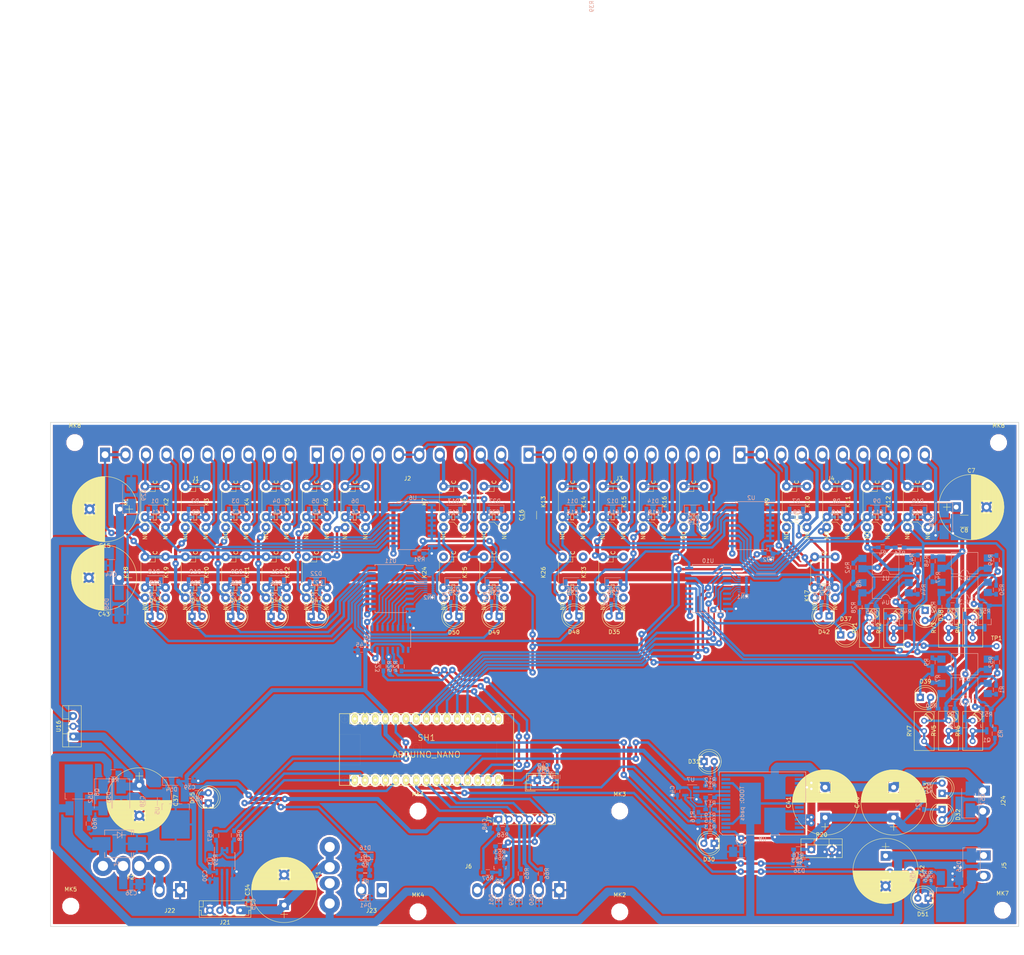
<source format=kicad_pcb>
(kicad_pcb (version 20170123) (host pcbnew no-vcs-found-996cba7~58~ubuntu16.04.1)
  (layers (0 F.Cu signal) (31 B.Cu signal) (34 B.Paste user) (35 F.Paste user) (36 B.SilkS user) (37 F.SilkS user) (38 B.Mask user) (39 F.Mask user) (44 Edge.Cuts user))
  (net 0 "")
  (net 1 /~RE)
  (net 2 /STEERING_FAULT)
  (net 3 /STEERING_DIR)
  (net 4 /STEERING_STEP)
  (net 5 /STEERING_ENABLE)
  (net 6 /LINEAR_ACTUATOR_DIRECTION)
  (net 7 /LINEAR_ACTUATOR_ENABLE)
  (net 8 /SPI_LATCH)
  (net 9 /SPI_DATA)
  (net 10 /SPI_CLK)
  (net 11 "Net-(C40-Pad1)")
  (net 12 "Net-(R18-Pad2)")
  (net 13 VCC)
  (net 14 "Net-(R19-Pad2)")
  (net 15 "Net-(R16-Pad1)")
  (net 16 "Net-(C40-Pad2)")
  (net 17 "Net-(R17-Pad2)")
  (net 18 "Net-(R12-Pad1)")
  (net 19 /Takeover/GAZ_POT_GND_OUT)
  (net 20 "Net-(C12-Pad2)")
  (net 21 /Takeover/GAZ_POT_GND_HACK)
  (net 22 /Takeover/GAZ_POT_GND_REAL)
  (net 23 /Takeover/GAZ_SW_NC_REAL)
  (net 24 /Takeover/GAZ_SW_NC_HACK)
  (net 25 "Net-(C9-Pad2)")
  (net 26 /Takeover/GAZ_SW_NC_OUT)
  (net 27 /Takeover/MIRGALKE_OUT)
  (net 28 "Net-(C32-Pad2)")
  (net 29 /ControlHacks/MIRGALKE_HACK)
  (net 30 /Takeover/MIRGALKE_REAL)
  (net 31 /Takeover/LIGHTS_REAL)
  (net 32 /ControlHacks/LIGHTS_HACK)
  (net 33 "Net-(C17-Pad2)")
  (net 34 /Takeover/LIGHTS_OUT)
  (net 35 /Takeover/KEY_COLD_OUT)
  (net 36 "Net-(C6-Pad2)")
  (net 37 /ControlHacks/KEY_COLD_HACK)
  (net 38 /Takeover/KEY_COLD_REAL)
  (net 39 /Takeover/KEY_HOT_REAL)
  (net 40 /ControlHacks/KEY_HOT_HACK)
  (net 41 "Net-(C5-Pad2)")
  (net 42 /Takeover/KEY_HOT_OUT)
  (net 43 /Takeover/PARKING_OUT)
  (net 44 "Net-(C4-Pad2)")
  (net 45 /ControlHacks/PARKING_HACK)
  (net 46 /Takeover/PARKING_REAL)
  (net 47 /Takeover/HORN_SW_REAL)
  (net 48 /ControlHacks/HORN_SW_HACK)
  (net 49 "Net-(C3-Pad2)")
  (net 50 /Takeover/HORN_SW_OUT)
  (net 51 /Takeover/DIR_SW_BACK_OUT)
  (net 52 "Net-(C2-Pad2)")
  (net 53 /ControlHacks/DIR_SW_BACK_HACK)
  (net 54 /Takeover/DIR_SW_BACK_REAL)
  (net 55 /Takeover/DIR_SW_FWD_REAL)
  (net 56 /ControlHacks/DIR_SW_FWD_HACK)
  (net 57 "Net-(C1-Pad2)")
  (net 58 /Takeover/DIR_SW_FWD_OUT)
  (net 59 /Takeover/GAZ_POT_V_OUT)
  (net 60 "Net-(C11-Pad2)")
  (net 61 /Takeover/GAZ_POT_V_HACK)
  (net 62 /Takeover/GAZ_POT_V_REAL)
  (net 63 "/Control Switching/~AUX_ENABLE_PWR")
  (net 64 "Net-(K26-Pad2)")
  (net 65 /ControlHacks/AUX_HACK)
  (net 66 /ControlHacks/AUX_COMMON)
  (net 67 /ControlHacks/LIGHTS_COMMON)
  (net 68 "Net-(K25-Pad2)")
  (net 69 "/Control Switching/~MIRGALKE_ENABLE_PWR")
  (net 70 "/Control Switching/~SEAT_ENABLE_PWR")
  (net 71 "Net-(K23-Pad2)")
  (net 72 /ControlHacks/SEAT_GND_HACK)
  (net 73 /ControlHacks/SEAT_HACK)
  (net 74 /ControlHacks/STEERING_COMMON)
  (net 75 "/Control Switching/~HORN_ENABLE_PWR")
  (net 76 "Net-(K20-Pad2)")
  (net 77 /Takeover/GAZ_POT_WIPER_REAL)
  (net 78 /Takeover/GAZ_POT_WIPER_HACK)
  (net 79 "Net-(C13-Pad2)")
  (net 80 /Takeover/GAZ_POT_WIPER_OUT)
  (net 81 /Takeover/SEAT_GND_OUT)
  (net 82 "Net-(C14-Pad2)")
  (net 83 /Takeover/SEAT_GND_REAL)
  (net 84 /Takeover/SEAT_REAL)
  (net 85 "Net-(C18-Pad2)")
  (net 86 /Takeover/SEAT_OUT)
  (net 87 /Takeover/AUX_OUT)
  (net 88 /Takeover/AUX_REAL)
  (net 89 "Net-(C19-Pad2)")
  (net 90 "/Control Switching/~GAZ_ENABLE_PWR")
  (net 91 /Takeover/GAZ_SW_NO_HACK)
  (net 92 /Takeover/GAZ_SW_COMMON)
  (net 93 "/Control Switching/~DIR_FWD_ENABLE_PWR")
  (net 94 "Net-(K18-Pad2)")
  (net 95 "Net-(K19-Pad2)")
  (net 96 "/Control Switching/~DIR_BACK_ENABLE_PWR")
  (net 97 /Takeover/GAZ_SW_NO_OUT)
  (net 98 "Net-(C10-Pad2)")
  (net 99 /Takeover/GAZ_SW_NO_REAL)
  (net 100 "Net-(K21-Pad2)")
  (net 101 "/Control Switching/~PARKING_DISABLE_PWR")
  (net 102 "Net-(K22-Pad2)")
  (net 103 "/Control Switching/~KEY_ENABLE_PWR")
  (net 104 "/Control Switching/~LIGHTS_ENABLE_PWR")
  (net 105 "Net-(K24-Pad2)")
  (net 106 "Net-(C34-Pad1)")
  (net 107 "Net-(F2-Pad1)")
  (net 108 "Net-(D52-Pad2)")
  (net 109 GND)
  (net 110 "Net-(Q7-Pad1)")
  (net 111 "Net-(C37-Pad1)")
  (net 112 +5V)
  (net 113 "Net-(Q6-Pad1)")
  (net 114 "Net-(Q6-Pad3)")
  (net 115 "Net-(Q5-Pad3)")
  (net 116 "Net-(Q5-Pad1)")
  (net 117 "Net-(Q3-Pad1)")
  (net 118 "Net-(Q3-Pad3)")
  (net 119 "Net-(Q4-Pad3)")
  (net 120 "Net-(Q4-Pad1)")
  (net 121 "Net-(Q2-Pad1)")
  (net 122 "Net-(Q2-Pad3)")
  (net 123 "/Control Switching/DIR_BACK_ENABLE")
  (net 124 "/Control Switching/DIR_FWD_ENABLE")
  (net 125 "/Control Switching/AUX_ENABLE")
  (net 126 "/Control Switching/MIRGALKE_ENABLE")
  (net 127 "/Control Switching/LIGHTS_ENABLE")
  (net 128 "/Control Switching/SEAT_ENABLE")
  (net 129 "/Control Switching/PARKING_DISABLE")
  (net 130 "/Control Switching/HORN_ENABLE")
  (net 131 "/Control Switching/GAZ_ENABLE")
  (net 132 "Net-(RN1-Pad3)")
  (net 133 "/Control Switching/KEY_ENABLE")
  (net 134 "Net-(R50-Pad1)")
  (net 135 "Net-(D44-Pad2)")
  (net 136 "Net-(R49-Pad1)")
  (net 137 "Net-(R48-Pad1)")
  (net 138 "/Control Switching/~GAZ_SPEED2_PWR")
  (net 139 "Net-(R47-Pad1)")
  (net 140 "Net-(R44-Pad1)")
  (net 141 "Net-(D45-Pad2)")
  (net 142 "Net-(R42-Pad1)")
  (net 143 "/Control Switching/~GAZ_SPEED3_PWR")
  (net 144 "Net-(D50-Pad2)")
  (net 145 "Net-(D49-Pad2)")
  (net 146 "Net-(D48-Pad2)")
  (net 147 "Net-(D47-Pad2)")
  (net 148 "Net-(D46-Pad2)")
  (net 149 "Net-(Q1-Pad1)")
  (net 150 "Net-(R25-Pad1)")
  (net 151 "Net-(D39-Pad2)")
  (net 152 "Net-(D38-Pad2)")
  (net 153 "Net-(D37-Pad2)")
  (net 154 "Net-(D35-Pad2)")
  (net 155 "Net-(R24-Pad1)")
  (net 156 "Net-(R23-Pad1)")
  (net 157 "Net-(D33-Pad2)")
  (net 158 "Net-(D32-Pad1)")
  (net 159 "Net-(D42-Pad2)")
  (net 160 "Net-(R8-Pad1)")
  (net 161 "/Break H bridge/MAGNET_ENGAGE")
  (net 162 "Net-(D51-Pad2)")
  (net 163 "Net-(R52-Pad1)")
  (net 164 /RS485/RX)
  (net 165 "Net-(Q9-Pad1)")
  (net 166 "Net-(R43-Pad1)")
  (net 167 "/Stepper Interface/GECKO_DIR")
  (net 168 "/Stepper Interface/GECKO_STEP")
  (net 169 "/Stepper Interface/GECKO_DISABLE")
  (net 170 /Takeover/TAKEOVER)
  (net 171 "Net-(D43-Pad2)")
  (net 172 /RS485/TX)
  (net 173 "Net-(D31-Pad2)")
  (net 174 "Net-(D30-Pad2)")
  (net 175 "Net-(R11-Pad1)")
  (net 176 "Net-(R9-Pad1)")
  (net 177 "/Control Switching/~GAZ_SPEED1_PWR")
  (net 178 "Net-(R7-Pad1)")
  (net 179 "Net-(J23-Pad1)")
  (net 180 "Net-(R1-Pad1)")
  (net 181 "Net-(D55-Pad2)")
  (net 182 "Net-(Q1-Pad3)")
  (net 183 /RS485/RS485B)
  (net 184 /RS485/RS485A)
  (net 185 "Net-(U9-Pad9)")
  (net 186 "Net-(RN1-Pad2)")
  (net 187 "Net-(RN1-Pad1)")
  (net 188 /HBRIDGE_CURRENT_ANALOG)
  (net 189 /WHEEL_POS_ANALOG)
  (net 190 /GAZ_SPEED3)
  (net 191 /GAZ_SPEED2)
  (net 192 /GAZ_SPEED1)
  (net 193 "Net-(SH1-Pad3V3)")
  (net 194 "Net-(SH1-PadAREF)")
  (net 195 "Net-(SH1-PadRST2)")
  (net 196 "Net-(SH1-PadVIN)")
  (net 197 "Net-(SH1-PadRST1)")
  (net 198 "Net-(C36-Pad1)")
  (net 199 "Net-(R58-Pad1)")
  (net 200 "Net-(R57-Pad2)")
  (net 201 "Net-(D56-Pad2)")
  (net 202 "Net-(U10-Pad13)")
  (net 203 "Net-(U10-Pad12)")
  (net 204 "Net-(U10-Pad11)")
  (net 205 "Net-(U7-Pad4)")
  (net 206 /Power/+5V_DIRTY)
  (net 207 "Net-(D41-Pad1)")
  (net 208 "Net-(R31-Pad1)")
  (net 209 "Net-(C49-Pad1)")
  (module Capacitors_SMD:C_0603_HandSoldering (layer B.Cu) (at 161 125 180)
    (fp_text reference C49 (at 0 1.25 180) (layer B.SilkS) (effects (justify mirror)))
    (fp_text value C)
    (pad 2 smd rect (at 0.95 0 180) (size 1.2 0.75) (layers B.Cu B.Paste B.Mask) (net 109 GND))
    (pad 1 smd rect (at -0.95 0 180) (size 1.2 0.75) (layers B.Cu B.Paste B.Mask) (net 209 "Net-(C49-Pad1)"))
  )
  (module Connectors_JST:JST_EH_B02B-EH-A_02x2.50mm_Straight (layer F.Cu) (at 159.541972 127.382337)
    (fp_text reference J8 (at 1.25 -3) (layer F.SilkS))
    (fp_text value CONN_01X02)
    (pad 1 thru_hole rect (at 0 0) (size 1.85 1.85) (drill 0.9) (layers *.Cu *.Mask) (net 109 GND))
    (pad 2 thru_hole circle (at 2.5 0) (size 1.85 1.85) (drill 0.9) (layers *.Cu *.Mask) (net 209 "Net-(C49-Pad1)"))
  )
  (module Diodes_SMD:SOD-323 (layer B.Cu) (at 160 157 270)
    (fp_text reference D60 (at 0 1.85 270) (layer B.SilkS) (effects (justify mirror)))
    (fp_text value D_TVS_ALT)
    (pad 1 smd rect (at -1.055 0 270) (size 0.59 0.45) (layers B.Cu B.Paste B.Mask) (net 168 "/Stepper Interface/GECKO_STEP"))
    (pad 2 smd rect (at 1.055 0 270) (size 0.59 0.45) (layers B.Cu B.Paste B.Mask) (net 109 GND))
  )
  (module Diodes_SMD:SOD-323 (layer B.Cu) (at 150 157 270)
    (fp_text reference D61 (at 0 1.85 270) (layer B.SilkS) (effects (justify mirror)))
    (fp_text value D_TVS_ALT)
    (pad 2 smd rect (at 1.055 0 270) (size 0.59 0.45) (layers B.Cu B.Paste B.Mask) (net 109 GND))
    (pad 1 smd rect (at -1.055 0 270) (size 0.59 0.45) (layers B.Cu B.Paste B.Mask) (net 2 /STEERING_FAULT))
  )
  (module Diodes_SMD:SOD-323 (layer B.Cu) (at 161 126.5 180)
    (fp_text reference D40 (at 0 1.85 180) (layer B.SilkS) (effects (justify mirror)))
    (fp_text value D_TVS_ALT)
    (pad 1 smd rect (at -1.055 0 180) (size 0.59 0.45) (layers B.Cu B.Paste B.Mask) (net 209 "Net-(C49-Pad1)"))
    (pad 2 smd rect (at 1.055 0 180) (size 0.59 0.45) (layers B.Cu B.Paste B.Mask) (net 109 GND))
  )
  (module Diodes_SMD:SOD-323 (layer B.Cu) (at 155 157 270)
    (fp_text reference D59 (at 0 1.85 270) (layer B.SilkS) (effects (justify mirror)))
    (fp_text value D_TVS_ALT)
    (pad 2 smd rect (at 1.055 0 270) (size 0.59 0.45) (layers B.Cu B.Paste B.Mask) (net 109 GND))
    (pad 1 smd rect (at -1.055 0 270) (size 0.59 0.45) (layers B.Cu B.Paste B.Mask) (net 167 "/Stepper Interface/GECKO_DIR"))
  )
  (module Diodes_SMD:SOD-323 (layer B.Cu) (at 117 156.5)
    (fp_text reference D41 (at 0 1.85) (layer B.SilkS) (effects (justify mirror)))
    (fp_text value D_TVS_ALT)
    (pad 1 smd rect (at -1.055 0) (size 0.59 0.45) (layers B.Cu B.Paste B.Mask) (net 207 "Net-(D41-Pad1)"))
    (pad 2 smd rect (at 1.055 0) (size 0.59 0.45) (layers B.Cu B.Paste B.Mask) (net 109 GND))
  )
  (module Resistors_SMD:R_0603_HandSoldering (layer B.Cu) (at 161.1 123.5)
    (fp_text reference R31 (at 0 1.45) (layer B.SilkS) (effects (justify mirror)))
    (fp_text value R)
    (pad 1 smd rect (at -1.1 0) (size 1.2 0.9) (layers B.Cu B.Paste B.Mask) (net 208 "Net-(R31-Pad1)"))
    (pad 2 smd rect (at 1.1 0) (size 1.2 0.9) (layers B.Cu B.Paste B.Mask) (net 209 "Net-(C49-Pad1)"))
  )
  (module Resistors_SMD:R_0603_HandSoldering (layer B.Cu) (at 164.5 126.5 270)
    (fp_text reference R27 (at 0 1.45 270) (layer B.SilkS) (effects (justify mirror)))
    (fp_text value R)
    (pad 2 smd rect (at 1.1 0 270) (size 1.2 0.9) (layers B.Cu B.Paste B.Mask) (net 209 "Net-(C49-Pad1)"))
    (pad 1 smd rect (at -1.1 0 270) (size 1.2 0.9) (layers B.Cu B.Paste B.Mask) (net 112 +5V))
  )
  (module smalsiukas-footpints:TerminalBlock_5.08-2pol (layer F.Cu) (at 121 154.6 180)
    (fp_text reference J23 (at 2.54 -5.08 180) (layer F.SilkS))
    (fp_text value CONN_01X02)
    (pad 1 thru_hole rect (at 0 0 180) (size 2.5 3.5) (drill 1.7) (layers *.Cu *.Mask) (net 179 "Net-(J23-Pad1)"))
    (pad 2 thru_hole oval (at 5.08 0 180) (size 2.5 3.5) (drill 1.7) (layers *.Cu *.Mask) (net 207 "Net-(D41-Pad1)"))
  )
  (module smalsiukas-footpints:TerminalBlock_5.08-2pol (layer F.Cu) (at 71 154.6 180)
    (fp_text reference J22 (at 2.54 -5.08 180) (layer F.SilkS))
    (fp_text value BATT)
    (pad 1 thru_hole rect (at 0 0 180) (size 2.5 3.5) (drill 1.7) (layers *.Cu *.Mask) (net 109 GND))
    (pad 2 thru_hole oval (at 5.08 0 180) (size 2.5 3.5) (drill 1.7) (layers *.Cu *.Mask) (net 107 "Net-(F2-Pad1)"))
  )
  (module smalsiukas-footpints:TerminalBlock_5.08-2pol (layer F.Cu) (at 270.2 146 270)
    (fp_text reference J5 (at 2.54 -5.08 270) (layer F.SilkS))
    (fp_text value CONN_01X02)
    (pad 2 thru_hole oval (at 5.08 0 270) (size 2.5 3.5) (drill 1.7) (layers *.Cu *.Mask) (net 201 "Net-(D56-Pad2)"))
    (pad 1 thru_hole rect (at 0 0 270) (size 2.5 3.5) (drill 1.7) (layers *.Cu *.Mask) (net 13 VCC))
  )
  (module smalsiukas-footpints:TerminalBlock_5.08-2pol (layer F.Cu) (at 270 129.92 270)
    (fp_text reference J24 (at 2.54 -5.08 270) (layer F.SilkS))
    (fp_text value CONN_01X02)
    (pad 1 thru_hole rect (at 0 0 270) (size 2.5 3.5) (drill 1.7) (layers *.Cu *.Mask) (net 16 "Net-(C40-Pad2)"))
    (pad 2 thru_hole oval (at 5.08 0 270) (size 2.5 3.5) (drill 1.7) (layers *.Cu *.Mask) (net 11 "Net-(C40-Pad1)"))
  )
  (module smalsiukas-footpints:TerminalBlock_5.08-5pol (layer F.Cu) (at 165 154.6 180)
    (fp_text reference J6 (at 22.5 5.9 180) (layer F.SilkS))
    (fp_text value CONN_01X05)
    (pad 5 thru_hole oval (at 20.32 0 180) (size 2.5 3.5) (drill 1.7) (layers *.Cu *.Mask) (net 169 "/Stepper Interface/GECKO_DISABLE"))
    (pad 4 thru_hole oval (at 15.24 0 180) (size 2.5 3.5) (drill 1.7) (layers *.Cu *.Mask) (net 2 /STEERING_FAULT))
    (pad 3 thru_hole oval (at 10.16 0 180) (size 2.5 3.5) (drill 1.7) (layers *.Cu *.Mask) (net 167 "/Stepper Interface/GECKO_DIR"))
    (pad 1 thru_hole rect (at 0 0 180) (size 2.5 3.5) (drill 1.7) (layers *.Cu *.Mask) (net 109 GND))
    (pad 2 thru_hole oval (at 5.08 0 180) (size 2.5 3.5) (drill 1.7) (layers *.Cu *.Mask) (net 168 "/Stepper Interface/GECKO_STEP"))
  )
  (module Capacitors_SMD:C_0603 (layer B.Cu) (at 148 138.25 270)
    (fp_text reference C48 (at 0 1.5 270) (layer B.SilkS) (effects (justify mirror)))
    (fp_text value 1u)
    (pad 2 smd rect (at 0.75 0 270) (size 0.8 0.75) (layers B.Cu B.Paste B.Mask) (net 109 GND))
    (pad 1 smd rect (at -0.75 0 270) (size 0.8 0.75) (layers B.Cu B.Paste B.Mask) (net 112 +5V))
  )
  (module Socket_Strips:Socket_Strip_Straight_1x06_Pitch2.54mm (layer F.Cu) (at 150 137 90)
    (fp_text reference J7 (at 0 -2.33 90) (layer F.SilkS))
    (fp_text value CONN_01X06)
    (pad 6 thru_hole oval (at 0 12.7 90) (size 1.7 1.7) (drill 1) (layers *.Cu *.Mask) (net 5 /STEERING_ENABLE))
    (pad 5 thru_hole oval (at 0 10.16 90) (size 1.7 1.7) (drill 1) (layers *.Cu *.Mask) (net 109 GND))
    (pad 4 thru_hole oval (at 0 7.62 90) (size 1.7 1.7) (drill 1) (layers *.Cu *.Mask) (net 4 /STEERING_STEP))
    (pad 3 thru_hole oval (at 0 5.08 90) (size 1.7 1.7) (drill 1) (layers *.Cu *.Mask) (net 3 /STEERING_DIR))
    (pad 2 thru_hole oval (at 0 2.54 90) (size 1.7 1.7) (drill 1) (layers *.Cu *.Mask) (net 2 /STEERING_FAULT))
    (pad 1 thru_hole rect (at 0 0 90) (size 1.7 1.7) (drill 1) (layers *.Cu *.Mask) (net 112 +5V))
  )
  (module SHIELD_ARDUINO:ARDUINO_NANO_2_CONTOUR_ELL (layer F.Cu) (at 132.1 119.72 90)
    (fp_text reference SH1 (at 2.921 0 180) (layer F.SilkS) (effects (font (size 1.5 1.5))))
    (fp_text value ARDUINO_NANO (at -1.27 0 180) (layer F.SilkS) (effects (font (size 1.5 1.5))))
    (pad A7 thru_hole oval (at 7.62 -7.62 90) (size 2.286 1.5748) (drill 0.762) (layers *.Cu *.Mask F.SilkS) (net 189 /WHEEL_POS_ANALOG))
    (pad A6 thru_hole oval (at 7.62 -5.08 90) (size 2.286 1.5748) (drill 0.762) (layers *.Cu *.Mask F.SilkS) (net 188 /HBRIDGE_CURRENT_ANALOG))
    (pad A5 thru_hole oval (at 7.62 -2.54 90) (size 2.286 1.5748) (drill 0.762) (layers *.Cu *.Mask F.SilkS) (net 190 /GAZ_SPEED3))
    (pad A4 thru_hole oval (at 7.62 0 90) (size 2.286 1.5748) (drill 0.762) (layers *.Cu *.Mask F.SilkS) (net 191 /GAZ_SPEED2))
    (pad A3 thru_hole oval (at 7.62 2.54 90) (size 2.286 1.5748) (drill 0.762) (layers *.Cu *.Mask F.SilkS) (net 192 /GAZ_SPEED1))
    (pad A2 thru_hole oval (at 7.62 5.08 90) (size 2.286 1.5748) (drill 0.762) (layers *.Cu *.Mask F.SilkS) (net 131 "/Control Switching/GAZ_ENABLE"))
    (pad A1 thru_hole oval (at 7.62 7.62 90) (size 2.286 1.5748) (drill 0.762) (layers *.Cu *.Mask F.SilkS) (net 133 "/Control Switching/KEY_ENABLE"))
    (pad 13 thru_hole oval (at 7.62 17.78 90) (size 2.286 1.5748) (drill 0.762) (layers *.Cu *.Mask F.SilkS) (net 10 /SPI_CLK))
    (pad 12 thru_hole oval (at -7.62 17.78 90) (size 2.286 1.5748) (drill 0.762) (layers *.Cu *.Mask F.SilkS) (net 208 "Net-(R31-Pad1)"))
    (pad 11 thru_hole oval (at -7.62 15.24 90) (size 2.286 1.5748) (drill 0.762) (layers *.Cu *.Mask F.SilkS) (net 9 /SPI_DATA))
    (pad 10 thru_hole oval (at -7.62 12.7 90) (size 2.286 1.5748) (drill 0.762) (layers *.Cu *.Mask F.SilkS) (net 8 /SPI_LATCH))
    (pad 9 thru_hole oval (at -7.62 10.16 90) (size 2.286 1.5748) (drill 0.762) (layers *.Cu *.Mask F.SilkS) (net 7 /LINEAR_ACTUATOR_ENABLE))
    (pad 8 thru_hole oval (at -7.62 7.62 90) (size 2.286 1.5748) (drill 0.762) (layers *.Cu *.Mask F.SilkS) (net 6 /LINEAR_ACTUATOR_DIRECTION))
    (pad 7 thru_hole oval (at -7.62 5.08 90) (size 2.286 1.5748) (drill 0.762) (layers *.Cu *.Mask F.SilkS) (net 5 /STEERING_ENABLE))
    (pad 6 thru_hole oval (at -7.62 2.54 90) (size 2.286 1.5748) (drill 0.762) (layers *.Cu *.Mask F.SilkS) (net 4 /STEERING_STEP))
    (pad 5 thru_hole oval (at -7.62 0 90) (size 2.286 1.5748) (drill 0.762) (layers *.Cu *.Mask F.SilkS) (net 3 /STEERING_DIR))
    (pad 4 thru_hole oval (at -7.62 -2.54 90) (size 2.286 1.5748) (drill 0.762) (layers *.Cu *.Mask F.SilkS) (net 2 /STEERING_FAULT))
    (pad 3 thru_hole oval (at -7.62 -5.08 90) (size 2.286 1.5748) (drill 0.762) (layers *.Cu *.Mask F.SilkS) (net 161 "/Break H bridge/MAGNET_ENGAGE"))
    (pad 2 thru_hole oval (at -7.62 -7.62 90) (size 2.286 1.5748) (drill 0.762) (layers *.Cu *.Mask F.SilkS) (net 1 /~RE))
    (pad 1 thru_hole oval (at -7.62 -17.78 90) (size 2.286 1.5748) (drill 0.762) (layers *.Cu *.Mask F.SilkS) (net 172 /RS485/TX))
    (pad 3V3 thru_hole oval (at 7.62 15.24 90) (size 2.286 1.5748) (drill 0.762) (layers *.Cu *.Mask F.SilkS) (net 193 "Net-(SH1-Pad3V3)"))
    (pad AREF thru_hole oval (at 7.62 12.7 90) (size 2.286 1.5748) (drill 0.762) (layers *.Cu *.Mask F.SilkS) (net 194 "Net-(SH1-PadAREF)"))
    (pad A0 thru_hole oval (at 7.62 10.16 90) (size 2.286 1.5748) (drill 0.762) (layers *.Cu *.Mask F.SilkS) (net 170 /Takeover/TAKEOVER))
    (pad 5V thru_hole oval (at 7.62 -10.16 90) (size 2.286 1.5748) (drill 0.762) (layers *.Cu *.Mask F.SilkS) (net 112 +5V))
    (pad RST2 thru_hole oval (at 7.62 -12.7 90) (size 2.286 1.5748) (drill 0.762) (layers *.Cu *.Mask F.SilkS) (net 195 "Net-(SH1-PadRST2)"))
    (pad GND2 thru_hole oval (at 7.62 -15.24 90) (size 2.286 1.5748) (drill 0.762) (layers *.Cu *.Mask F.SilkS) (net 109 GND))
    (pad VIN thru_hole oval (at 7.62 -17.78 90) (size 2.286 1.5748) (drill 0.762) (layers *.Cu *.Mask F.SilkS) (net 196 "Net-(SH1-PadVIN)"))
    (pad GND1 thru_hole oval (at -7.62 -10.16 90) (size 2.286 1.5748) (drill 0.762) (layers *.Cu *.Mask F.SilkS) (net 109 GND))
    (pad RST1 thru_hole oval (at -7.62 -12.7 90) (size 2.286 1.5748) (drill 0.762) (layers *.Cu *.Mask F.SilkS) (net 197 "Net-(SH1-PadRST1)"))
    (pad 0 thru_hole oval (at -7.62 -15.24 90) (size 2.286 1.5748) (drill 0.762) (layers *.Cu *.Mask F.SilkS) (net 164 /RS485/RX))
  )
  (module Capacitors_SMD:C_1210_HandSoldering (layer B.Cu) (at 210.1 145.1 180)
    (fp_text reference C47 (at 0 2.25 180) (layer B.SilkS) (effects (justify mirror)))
    (fp_text value 1u)
    (pad 2 smd rect (at 2 0 180) (size 2 2.5) (layers B.Cu B.Paste B.Mask) (net 109 GND))
    (pad 1 smd rect (at -2 0 180) (size 2 2.5) (layers B.Cu B.Paste B.Mask) (net 13 VCC))
  )
  (module TO_SOT_Packages_THT:TO-220_Vertical (layer F.Cu) (at 44.5 116.5 90)
    (fp_text reference U16 (at 2.54 -3.62 90) (layer F.SilkS))
    (fp_text value LM7805CT)
    (pad 1 thru_hole rect (at 0 0 90) (size 1.8 1.8) (drill 1) (layers *.Cu *.Mask) (net 111 "Net-(C37-Pad1)"))
    (pad 2 thru_hole oval (at 2.54 0 90) (size 1.8 1.8) (drill 1) (layers *.Cu *.Mask) (net 109 GND))
    (pad 3 thru_hole oval (at 5.08 0 90) (size 1.8 1.8) (drill 1) (layers *.Cu *.Mask) (net 206 /Power/+5V_DIRTY))
  )
  (module Housings_DIP:DIP-4_W11.48mm_SMD (layer B.Cu) (at 245.9 79.6)
    (fp_text reference U4 (at 0 3.66) (layer B.SilkS) (effects (justify mirror)))
    (fp_text value LTV-814)
    (pad 4 smd rect (at 5.74 1.27) (size 2 1.78) (layers B.Cu B.Mask) (net 140 "Net-(R44-Pad1)"))
    (pad 2 smd rect (at -5.74 -1.27) (size 2 1.78) (layers B.Cu B.Mask) (net 160 "Net-(R8-Pad1)"))
    (pad 3 smd rect (at 5.74 -1.27) (size 2 1.78) (layers B.Cu B.Mask) (net 21 /Takeover/GAZ_POT_GND_HACK))
    (pad 1 smd rect (at -5.74 1.27) (size 2 1.78) (layers B.Cu B.Mask) (net 206 /Power/+5V_DIRTY))
  )
  (module Housings_DIP:DIP-4_W11.48mm_SMD (layer B.Cu) (at 245.9 73.6)
    (fp_text reference U1 (at 0 3.66) (layer B.SilkS) (effects (justify mirror)))
    (fp_text value LTV-814)
    (pad 1 smd rect (at -5.74 1.27) (size 2 1.78) (layers B.Cu B.Mask) (net 206 /Power/+5V_DIRTY))
    (pad 3 smd rect (at 5.74 -1.27) (size 2 1.78) (layers B.Cu B.Mask) (net 166 "Net-(R43-Pad1)"))
    (pad 2 smd rect (at -5.74 -1.27) (size 2 1.78) (layers B.Cu B.Mask) (net 142 "Net-(R42-Pad1)"))
    (pad 4 smd rect (at 5.74 1.27) (size 2 1.78) (layers B.Cu B.Mask) (net 61 /Takeover/GAZ_POT_V_HACK))
  )
  (module Housings_DIP:DIP-4_W11.48mm_SMD (layer B.Cu) (at 265.5 73.5)
    (fp_text reference U12 (at 0 3.66) (layer B.SilkS) (effects (justify mirror)))
    (fp_text value LTV-814)
    (pad 4 smd rect (at 5.74 1.27) (size 2 1.78) (layers B.Cu B.Mask) (net 61 /Takeover/GAZ_POT_V_HACK))
    (pad 2 smd rect (at -5.74 -1.27) (size 2 1.78) (layers B.Cu B.Mask) (net 137 "Net-(R48-Pad1)"))
    (pad 3 smd rect (at 5.74 -1.27) (size 2 1.78) (layers B.Cu B.Mask) (net 136 "Net-(R49-Pad1)"))
    (pad 1 smd rect (at -5.74 1.27) (size 2 1.78) (layers B.Cu B.Mask) (net 206 /Power/+5V_DIRTY))
  )
  (module Housings_DIP:DIP-4_W11.48mm_SMD (layer B.Cu) (at 265.5 79.5)
    (fp_text reference U13 (at 0 3.66) (layer B.SilkS) (effects (justify mirror)))
    (fp_text value LTV-814)
    (pad 1 smd rect (at -5.74 1.27) (size 2 1.78) (layers B.Cu B.Mask) (net 206 /Power/+5V_DIRTY))
    (pad 3 smd rect (at 5.74 -1.27) (size 2 1.78) (layers B.Cu B.Mask) (net 21 /Takeover/GAZ_POT_GND_HACK))
    (pad 2 smd rect (at -5.74 -1.27) (size 2 1.78) (layers B.Cu B.Mask) (net 139 "Net-(R47-Pad1)"))
    (pad 4 smd rect (at 5.74 1.27) (size 2 1.78) (layers B.Cu B.Mask) (net 134 "Net-(R50-Pad1)"))
  )
  (module Housings_DIP:DIP-4_W11.48mm_SMD (layer B.Cu) (at 265.49 98.57)
    (fp_text reference U14 (at 0 3.66) (layer B.SilkS) (effects (justify mirror)))
    (fp_text value LTV-814)
    (pad 4 smd rect (at 5.74 1.27) (size 2 1.78) (layers B.Cu B.Mask) (net 61 /Takeover/GAZ_POT_V_HACK))
    (pad 2 smd rect (at -5.74 -1.27) (size 2 1.78) (layers B.Cu B.Mask) (net 176 "Net-(R9-Pad1)"))
    (pad 3 smd rect (at 5.74 -1.27) (size 2 1.78) (layers B.Cu B.Mask) (net 163 "Net-(R52-Pad1)"))
    (pad 1 smd rect (at -5.74 1.27) (size 2 1.78) (layers B.Cu B.Mask) (net 206 /Power/+5V_DIRTY))
  )
  (module Housings_DIP:DIP-4_W11.48mm_SMD (layer B.Cu) (at 265.49 104.57)
    (fp_text reference U15 (at 0 3.66) (layer B.SilkS) (effects (justify mirror)))
    (fp_text value LTV-814)
    (pad 1 smd rect (at -5.74 1.27) (size 2 1.78) (layers B.Cu B.Mask) (net 206 /Power/+5V_DIRTY))
    (pad 3 smd rect (at 5.74 -1.27) (size 2 1.78) (layers B.Cu B.Mask) (net 21 /Takeover/GAZ_POT_GND_HACK))
    (pad 2 smd rect (at -5.74 -1.27) (size 2 1.78) (layers B.Cu B.Mask) (net 178 "Net-(R7-Pad1)"))
    (pad 4 smd rect (at 5.74 1.27) (size 2 1.78) (layers B.Cu B.Mask) (net 180 "Net-(R1-Pad1)"))
  )
  (module smalsiukas-footpints:Relay_SPDT (layer F.Cu) (at 170.9 82.1 90)
    (fp_text reference K26 (at 6.30936 -9.82726 90) (layer F.SilkS))
    (fp_text value RELAY_SEPARATED)
    (fp_text user C (at 11.176 -2.54 90) (layer F.SilkS))
    (fp_text user NC (at -2.032 0 90) (layer F.SilkS))
    (fp_text user NO (at -2.032 -5.08 90) (layer F.SilkS))
    (pad 3 thru_hole circle (at 10.16 -5.08 90) (size 2.2 2.2) (drill 1) (layers *.Cu *.Mask) (net 66 /ControlHacks/AUX_COMMON))
    (pad 3 thru_hole circle (at 10.16 0 90) (size 2.2 2.2) (drill 1) (layers *.Cu *.Mask) (net 66 /ControlHacks/AUX_COMMON))
    (pad 10 thru_hole circle (at 2.54 -5.08 90) (size 2.2 2.2) (drill 1) (layers *.Cu *.Mask) (net 206 /Power/+5V_DIRTY))
    (pad 4 thru_hole circle (at 0 -5.08 90) (size 2.2 2.2) (drill 1) (layers *.Cu *.Mask) (net 65 /ControlHacks/AUX_HACK))
    (pad 2 thru_hole circle (at 0 0 90) (size 2.2 2.2) (drill 1) (layers *.Cu *.Mask) (net 64 "Net-(K26-Pad2)"))
    (pad 1 thru_hole circle (at 2.54 0 90) (size 2.2 2.2) (drill 1) (layers *.Cu *.Mask) (net 63 "/Control Switching/~AUX_ENABLE_PWR"))
  )
  (module smalsiukas-footpints:Relay_SPDT (layer F.Cu) (at 233.4 82.1 90)
    (fp_text reference K17 (at 0.5 -7 90) (layer F.SilkS))
    (fp_text value RELAY_SEPARATED)
    (fp_text user C (at 11.176 -2.54 90) (layer F.SilkS))
    (fp_text user NC (at -2.032 0 90) (layer F.SilkS))
    (fp_text user NO (at -2.032 -5.08 90) (layer F.SilkS))
    (pad 3 thru_hole circle (at 10.16 -5.08 90) (size 2.2 2.2) (drill 1) (layers *.Cu *.Mask) (net 92 /Takeover/GAZ_SW_COMMON))
    (pad 3 thru_hole circle (at 10.16 0 90) (size 2.2 2.2) (drill 1) (layers *.Cu *.Mask) (net 92 /Takeover/GAZ_SW_COMMON))
    (pad 10 thru_hole circle (at 2.54 -5.08 90) (size 2.2 2.2) (drill 1) (layers *.Cu *.Mask) (net 206 /Power/+5V_DIRTY))
    (pad 4 thru_hole circle (at 0 -5.08 90) (size 2.2 2.2) (drill 1) (layers *.Cu *.Mask) (net 91 /Takeover/GAZ_SW_NO_HACK))
    (pad 2 thru_hole circle (at 0 0 90) (size 2.2 2.2) (drill 1) (layers *.Cu *.Mask) (net 24 /Takeover/GAZ_SW_NC_HACK))
    (pad 1 thru_hole circle (at 2.54 0 90) (size 2.2 2.2) (drill 1) (layers *.Cu *.Mask) (net 90 "/Control Switching/~GAZ_ENABLE_PWR"))
  )
  (module smalsiukas-footpints:Relay_SPDT (layer F.Cu) (at 141.4 82.1 90)
    (fp_text reference K24 (at 6.30936 -9.82726 90) (layer F.SilkS))
    (fp_text value RELAY_SEPARATED)
    (fp_text user C (at 11.176 -2.54 90) (layer F.SilkS))
    (fp_text user NC (at -2.032 0 90) (layer F.SilkS))
    (fp_text user NO (at -2.032 -5.08 90) (layer F.SilkS))
    (pad 3 thru_hole circle (at 10.16 -5.08 90) (size 2.2 2.2) (drill 1) (layers *.Cu *.Mask) (net 67 /ControlHacks/LIGHTS_COMMON))
    (pad 3 thru_hole circle (at 10.16 0 90) (size 2.2 2.2) (drill 1) (layers *.Cu *.Mask) (net 67 /ControlHacks/LIGHTS_COMMON))
    (pad 10 thru_hole circle (at 2.54 -5.08 90) (size 2.2 2.2) (drill 1) (layers *.Cu *.Mask) (net 206 /Power/+5V_DIRTY))
    (pad 4 thru_hole circle (at 0 -5.08 90) (size 2.2 2.2) (drill 1) (layers *.Cu *.Mask) (net 32 /ControlHacks/LIGHTS_HACK))
    (pad 2 thru_hole circle (at 0 0 90) (size 2.2 2.2) (drill 1) (layers *.Cu *.Mask) (net 105 "Net-(K24-Pad2)"))
    (pad 1 thru_hole circle (at 2.54 0 90) (size 2.2 2.2) (drill 1) (layers *.Cu *.Mask) (net 104 "/Control Switching/~LIGHTS_ENABLE_PWR"))
  )
  (module smalsiukas-footpints:Relay_SPDT (layer F.Cu) (at 107.4 82.1 90)
    (fp_text reference K22 (at 6.30936 -9.82726 90) (layer F.SilkS))
    (fp_text value RELAY_SEPARATED)
    (fp_text user C (at 11.176 -2.54 90) (layer F.SilkS))
    (fp_text user NC (at -2.032 0 90) (layer F.SilkS))
    (fp_text user NO (at -2.032 -5.08 90) (layer F.SilkS))
    (pad 3 thru_hole circle (at 10.16 -5.08 90) (size 2.2 2.2) (drill 1) (layers *.Cu *.Mask) (net 73 /ControlHacks/SEAT_HACK))
    (pad 3 thru_hole circle (at 10.16 0 90) (size 2.2 2.2) (drill 1) (layers *.Cu *.Mask) (net 73 /ControlHacks/SEAT_HACK))
    (pad 10 thru_hole circle (at 2.54 -5.08 90) (size 2.2 2.2) (drill 1) (layers *.Cu *.Mask) (net 70 "/Control Switching/~SEAT_ENABLE_PWR"))
    (pad 4 thru_hole circle (at 0 -5.08 90) (size 2.2 2.2) (drill 1) (layers *.Cu *.Mask) (net 72 /ControlHacks/SEAT_GND_HACK))
    (pad 2 thru_hole circle (at 0 0 90) (size 2.2 2.2) (drill 1) (layers *.Cu *.Mask) (net 102 "Net-(K22-Pad2)"))
    (pad 1 thru_hole circle (at 2.54 0 90) (size 2.2 2.2) (drill 1) (layers *.Cu *.Mask) (net 206 /Power/+5V_DIRTY))
  )
  (module smalsiukas-footpints:Relay_SPDT (layer F.Cu) (at 97.4 82.1 90)
    (fp_text reference K21 (at 6.30936 -9.82726 90) (layer F.SilkS))
    (fp_text value RELAY_SEPARATED)
    (fp_text user C (at 11.176 -2.54 90) (layer F.SilkS))
    (fp_text user NC (at -2.032 0 90) (layer F.SilkS))
    (fp_text user NO (at -2.032 -5.08 90) (layer F.SilkS))
    (pad 3 thru_hole circle (at 10.16 -5.08 90) (size 2.2 2.2) (drill 1) (layers *.Cu *.Mask) (net 74 /ControlHacks/STEERING_COMMON))
    (pad 3 thru_hole circle (at 10.16 0 90) (size 2.2 2.2) (drill 1) (layers *.Cu *.Mask) (net 74 /ControlHacks/STEERING_COMMON))
    (pad 10 thru_hole circle (at 2.54 -5.08 90) (size 2.2 2.2) (drill 1) (layers *.Cu *.Mask) (net 101 "/Control Switching/~PARKING_DISABLE_PWR"))
    (pad 4 thru_hole circle (at 0 -5.08 90) (size 2.2 2.2) (drill 1) (layers *.Cu *.Mask) (net 45 /ControlHacks/PARKING_HACK))
    (pad 2 thru_hole circle (at 0 0 90) (size 2.2 2.2) (drill 1) (layers *.Cu *.Mask) (net 100 "Net-(K21-Pad2)"))
    (pad 1 thru_hole circle (at 2.54 0 90) (size 2.2 2.2) (drill 1) (layers *.Cu *.Mask) (net 206 /Power/+5V_DIRTY))
  )
  (module smalsiukas-footpints:Relay_SPDT (layer F.Cu) (at 236.4 64.6 90)
    (fp_text reference K10 (at 6.30936 -9.82726 90) (layer F.SilkS))
    (fp_text value RELAY_SEPARATED)
    (fp_text user C (at 11.176 -2.54 90) (layer F.SilkS))
    (fp_text user NC (at -2.032 0 90) (layer F.SilkS))
    (fp_text user NO (at -2.032 -5.08 90) (layer F.SilkS))
    (pad 3 thru_hole circle (at 10.16 -5.08 90) (size 2.2 2.2) (drill 1) (layers *.Cu *.Mask) (net 97 /Takeover/GAZ_SW_NO_OUT))
    (pad 3 thru_hole circle (at 10.16 0 90) (size 2.2 2.2) (drill 1) (layers *.Cu *.Mask) (net 97 /Takeover/GAZ_SW_NO_OUT))
    (pad 10 thru_hole circle (at 2.54 -5.08 90) (size 2.2 2.2) (drill 1) (layers *.Cu *.Mask) (net 98 "Net-(C10-Pad2)"))
    (pad 4 thru_hole circle (at 0 -5.08 90) (size 2.2 2.2) (drill 1) (layers *.Cu *.Mask) (net 91 /Takeover/GAZ_SW_NO_HACK))
    (pad 2 thru_hole circle (at 0 0 90) (size 2.2 2.2) (drill 1) (layers *.Cu *.Mask) (net 99 /Takeover/GAZ_SW_NO_REAL))
    (pad 1 thru_hole circle (at 2.54 0 90) (size 2.2 2.2) (drill 1) (layers *.Cu *.Mask) (net 206 /Power/+5V_DIRTY))
  )
  (module smalsiukas-footpints:Relay_SPDT (layer F.Cu) (at 77.4 82.1 90)
    (fp_text reference K19 (at 6.30936 -9.82726 90) (layer F.SilkS))
    (fp_text value RELAY_SEPARATED)
    (fp_text user C (at 11.176 -2.54 90) (layer F.SilkS))
    (fp_text user NC (at -2.032 0 90) (layer F.SilkS))
    (fp_text user NO (at -2.032 -5.08 90) (layer F.SilkS))
    (pad 3 thru_hole circle (at 10.16 -5.08 90) (size 2.2 2.2) (drill 1) (layers *.Cu *.Mask) (net 74 /ControlHacks/STEERING_COMMON))
    (pad 3 thru_hole circle (at 10.16 0 90) (size 2.2 2.2) (drill 1) (layers *.Cu *.Mask) (net 74 /ControlHacks/STEERING_COMMON))
    (pad 10 thru_hole circle (at 2.54 -5.08 90) (size 2.2 2.2) (drill 1) (layers *.Cu *.Mask) (net 96 "/Control Switching/~DIR_BACK_ENABLE_PWR"))
    (pad 4 thru_hole circle (at 0 -5.08 90) (size 2.2 2.2) (drill 1) (layers *.Cu *.Mask) (net 53 /ControlHacks/DIR_SW_BACK_HACK))
    (pad 2 thru_hole circle (at 0 0 90) (size 2.2 2.2) (drill 1) (layers *.Cu *.Mask) (net 95 "Net-(K19-Pad2)"))
    (pad 1 thru_hole circle (at 2.54 0 90) (size 2.2 2.2) (drill 1) (layers *.Cu *.Mask) (net 206 /Power/+5V_DIRTY))
  )
  (module smalsiukas-footpints:Relay_SPDT (layer F.Cu) (at 67.4 82.1 90)
    (fp_text reference K18 (at 6.30936 -9.82726 90) (layer F.SilkS))
    (fp_text value RELAY_SEPARATED)
    (fp_text user C (at 11.176 -2.54 90) (layer F.SilkS))
    (fp_text user NC (at -2.032 0 90) (layer F.SilkS))
    (fp_text user NO (at -2.032 -5.08 90) (layer F.SilkS))
    (pad 3 thru_hole circle (at 10.16 -5.08 90) (size 2.2 2.2) (drill 1) (layers *.Cu *.Mask) (net 74 /ControlHacks/STEERING_COMMON))
    (pad 3 thru_hole circle (at 10.16 0 90) (size 2.2 2.2) (drill 1) (layers *.Cu *.Mask) (net 74 /ControlHacks/STEERING_COMMON))
    (pad 10 thru_hole circle (at 2.54 -5.08 90) (size 2.2 2.2) (drill 1) (layers *.Cu *.Mask) (net 93 "/Control Switching/~DIR_FWD_ENABLE_PWR"))
    (pad 4 thru_hole circle (at 0 -5.08 90) (size 2.2 2.2) (drill 1) (layers *.Cu *.Mask) (net 56 /ControlHacks/DIR_SW_FWD_HACK))
    (pad 2 thru_hole circle (at 0 0 90) (size 2.2 2.2) (drill 1) (layers *.Cu *.Mask) (net 94 "Net-(K18-Pad2)"))
    (pad 1 thru_hole circle (at 2.54 0 90) (size 2.2 2.2) (drill 1) (layers *.Cu *.Mask) (net 206 /Power/+5V_DIRTY))
  )
  (module smalsiukas-footpints:Relay_SPDT (layer F.Cu) (at 200.9 64.6 90)
    (fp_text reference K16 (at 6.30936 -9.82726 90) (layer F.SilkS))
    (fp_text value RELAY_SEPARATED)
    (fp_text user C (at 11.176 -2.54 90) (layer F.SilkS))
    (fp_text user NC (at -2.032 0 90) (layer F.SilkS))
    (fp_text user NO (at -2.032 -5.08 90) (layer F.SilkS))
    (pad 3 thru_hole circle (at 10.16 -5.08 90) (size 2.2 2.2) (drill 1) (layers *.Cu *.Mask) (net 80 /Takeover/GAZ_POT_WIPER_OUT))
    (pad 3 thru_hole circle (at 10.16 0 90) (size 2.2 2.2) (drill 1) (layers *.Cu *.Mask) (net 80 /Takeover/GAZ_POT_WIPER_OUT))
    (pad 10 thru_hole circle (at 2.54 -5.08 90) (size 2.2 2.2) (drill 1) (layers *.Cu *.Mask) (net 206 /Power/+5V_DIRTY))
    (pad 4 thru_hole circle (at 0 -5.08 90) (size 2.2 2.2) (drill 1) (layers *.Cu *.Mask) (net 78 /Takeover/GAZ_POT_WIPER_HACK))
    (pad 2 thru_hole circle (at 0 0 90) (size 2.2 2.2) (drill 1) (layers *.Cu *.Mask) (net 77 /Takeover/GAZ_POT_WIPER_REAL))
    (pad 1 thru_hole circle (at 2.54 0 90) (size 2.2 2.2) (drill 1) (layers *.Cu *.Mask) (net 89 "Net-(C19-Pad2)"))
  )
  (module smalsiukas-footpints:Relay_SPDT (layer F.Cu) (at 190.9 64.6 90)
    (fp_text reference K15 (at 6.30936 -9.82726 90) (layer F.SilkS))
    (fp_text value RELAY_SEPARATED)
    (fp_text user C (at 11.176 -2.54 90) (layer F.SilkS))
    (fp_text user NC (at -2.032 0 90) (layer F.SilkS))
    (fp_text user NO (at -2.032 -5.08 90) (layer F.SilkS))
    (pad 3 thru_hole circle (at 10.16 -5.08 90) (size 2.2 2.2) (drill 1) (layers *.Cu *.Mask) (net 35 /Takeover/KEY_COLD_OUT))
    (pad 3 thru_hole circle (at 10.16 0 90) (size 2.2 2.2) (drill 1) (layers *.Cu *.Mask) (net 35 /Takeover/KEY_COLD_OUT))
    (pad 10 thru_hole circle (at 2.54 -5.08 90) (size 2.2 2.2) (drill 1) (layers *.Cu *.Mask) (net 85 "Net-(C18-Pad2)"))
    (pad 4 thru_hole circle (at 0 -5.08 90) (size 2.2 2.2) (drill 1) (layers *.Cu *.Mask) (net 37 /ControlHacks/KEY_COLD_HACK))
    (pad 2 thru_hole circle (at 0 0 90) (size 2.2 2.2) (drill 1) (layers *.Cu *.Mask) (net 38 /Takeover/KEY_COLD_REAL))
    (pad 1 thru_hole circle (at 2.54 0 90) (size 2.2 2.2) (drill 1) (layers *.Cu *.Mask) (net 206 /Power/+5V_DIRTY))
  )
  (module smalsiukas-footpints:Relay_SPDT (layer F.Cu) (at 180.9 64.6 90)
    (fp_text reference K14 (at 6.30936 -9.82726 90) (layer F.SilkS))
    (fp_text value RELAY_SEPARATED)
    (fp_text user C (at 11.176 -2.54 90) (layer F.SilkS))
    (fp_text user NC (at -2.032 0 90) (layer F.SilkS))
    (fp_text user NO (at -2.032 -5.08 90) (layer F.SilkS))
    (pad 3 thru_hole circle (at 10.16 -5.08 90) (size 2.2 2.2) (drill 1) (layers *.Cu *.Mask) (net 42 /Takeover/KEY_HOT_OUT))
    (pad 3 thru_hole circle (at 10.16 0 90) (size 2.2 2.2) (drill 1) (layers *.Cu *.Mask) (net 42 /Takeover/KEY_HOT_OUT))
    (pad 10 thru_hole circle (at 2.54 -5.08 90) (size 2.2 2.2) (drill 1) (layers *.Cu *.Mask) (net 82 "Net-(C14-Pad2)"))
    (pad 4 thru_hole circle (at 0 -5.08 90) (size 2.2 2.2) (drill 1) (layers *.Cu *.Mask) (net 40 /ControlHacks/KEY_HOT_HACK))
    (pad 2 thru_hole circle (at 0 0 90) (size 2.2 2.2) (drill 1) (layers *.Cu *.Mask) (net 39 /Takeover/KEY_HOT_REAL))
    (pad 1 thru_hole circle (at 2.54 0 90) (size 2.2 2.2) (drill 1) (layers *.Cu *.Mask) (net 206 /Power/+5V_DIRTY))
  )
  (module smalsiukas-footpints:Relay_SPDT (layer F.Cu) (at 170.9 64.6 90)
    (fp_text reference K13 (at 6.30936 -9.82726 90) (layer F.SilkS))
    (fp_text value RELAY_SEPARATED)
    (fp_text user C (at 11.176 -2.54 90) (layer F.SilkS))
    (fp_text user NC (at -2.032 0 90) (layer F.SilkS))
    (fp_text user NO (at -2.032 -5.08 90) (layer F.SilkS))
    (pad 3 thru_hole circle (at 10.16 -5.08 90) (size 2.2 2.2) (drill 1) (layers *.Cu *.Mask) (net 87 /Takeover/AUX_OUT))
    (pad 3 thru_hole circle (at 10.16 0 90) (size 2.2 2.2) (drill 1) (layers *.Cu *.Mask) (net 87 /Takeover/AUX_OUT))
    (pad 10 thru_hole circle (at 2.54 -5.08 90) (size 2.2 2.2) (drill 1) (layers *.Cu *.Mask) (net 79 "Net-(C13-Pad2)"))
    (pad 4 thru_hole circle (at 0 -5.08 90) (size 2.2 2.2) (drill 1) (layers *.Cu *.Mask) (net 65 /ControlHacks/AUX_HACK))
    (pad 2 thru_hole circle (at 0 0 90) (size 2.2 2.2) (drill 1) (layers *.Cu *.Mask) (net 88 /Takeover/AUX_REAL))
    (pad 1 thru_hole circle (at 2.54 0 90) (size 2.2 2.2) (drill 1) (layers *.Cu *.Mask) (net 206 /Power/+5V_DIRTY))
  )
  (module smalsiukas-footpints:Relay_SPDT (layer F.Cu) (at 87.4 82.1 90)
    (fp_text reference K20 (at 6.30936 -9.82726 90) (layer F.SilkS))
    (fp_text value RELAY_SEPARATED)
    (fp_text user C (at 11.176 -2.54 90) (layer F.SilkS))
    (fp_text user NC (at -2.032 0 90) (layer F.SilkS))
    (fp_text user NO (at -2.032 -5.08 90) (layer F.SilkS))
    (pad 3 thru_hole circle (at 10.16 -5.08 90) (size 2.2 2.2) (drill 1) (layers *.Cu *.Mask) (net 74 /ControlHacks/STEERING_COMMON))
    (pad 3 thru_hole circle (at 10.16 0 90) (size 2.2 2.2) (drill 1) (layers *.Cu *.Mask) (net 74 /ControlHacks/STEERING_COMMON))
    (pad 10 thru_hole circle (at 2.54 -5.08 90) (size 2.2 2.2) (drill 1) (layers *.Cu *.Mask) (net 75 "/Control Switching/~HORN_ENABLE_PWR"))
    (pad 4 thru_hole circle (at 0 -5.08 90) (size 2.2 2.2) (drill 1) (layers *.Cu *.Mask) (net 48 /ControlHacks/HORN_SW_HACK))
    (pad 2 thru_hole circle (at 0 0 90) (size 2.2 2.2) (drill 1) (layers *.Cu *.Mask) (net 76 "Net-(K20-Pad2)"))
    (pad 1 thru_hole circle (at 2.54 0 90) (size 2.2 2.2) (drill 1) (layers *.Cu *.Mask) (net 206 /Power/+5V_DIRTY))
  )
  (module smalsiukas-footpints:Relay_SPDT (layer F.Cu) (at 180.9 82.1 90)
    (fp_text reference K23 (at 6.30936 -9.82726 90) (layer F.SilkS))
    (fp_text value RELAY_SEPARATED)
    (fp_text user C (at 11.176 -2.54 90) (layer F.SilkS))
    (fp_text user NC (at -2.032 0 90) (layer F.SilkS))
    (fp_text user NO (at -2.032 -5.08 90) (layer F.SilkS))
    (pad 3 thru_hole circle (at 10.16 -5.08 90) (size 2.2 2.2) (drill 1) (layers *.Cu *.Mask) (net 40 /ControlHacks/KEY_HOT_HACK))
    (pad 3 thru_hole circle (at 10.16 0 90) (size 2.2 2.2) (drill 1) (layers *.Cu *.Mask) (net 40 /ControlHacks/KEY_HOT_HACK))
    (pad 10 thru_hole circle (at 2.54 -5.08 90) (size 2.2 2.2) (drill 1) (layers *.Cu *.Mask) (net 206 /Power/+5V_DIRTY))
    (pad 4 thru_hole circle (at 0 -5.08 90) (size 2.2 2.2) (drill 1) (layers *.Cu *.Mask) (net 37 /ControlHacks/KEY_COLD_HACK))
    (pad 2 thru_hole circle (at 0 0 90) (size 2.2 2.2) (drill 1) (layers *.Cu *.Mask) (net 71 "Net-(K23-Pad2)"))
    (pad 1 thru_hole circle (at 2.54 0 90) (size 2.2 2.2) (drill 1) (layers *.Cu *.Mask) (net 103 "/Control Switching/~KEY_ENABLE_PWR"))
  )
  (module smalsiukas-footpints:Relay_SPDT (layer F.Cu) (at 151.4 82.1 90)
    (fp_text reference K25 (at 6.30936 -9.82726 90) (layer F.SilkS))
    (fp_text value RELAY_SEPARATED)
    (fp_text user C (at 11.176 -2.54 90) (layer F.SilkS))
    (fp_text user NC (at -2.032 0 90) (layer F.SilkS))
    (fp_text user NO (at -2.032 -5.08 90) (layer F.SilkS))
    (pad 3 thru_hole circle (at 10.16 -5.08 90) (size 2.2 2.2) (drill 1) (layers *.Cu *.Mask) (net 67 /ControlHacks/LIGHTS_COMMON))
    (pad 3 thru_hole circle (at 10.16 0 90) (size 2.2 2.2) (drill 1) (layers *.Cu *.Mask) (net 67 /ControlHacks/LIGHTS_COMMON))
    (pad 10 thru_hole circle (at 2.54 -5.08 90) (size 2.2 2.2) (drill 1) (layers *.Cu *.Mask) (net 206 /Power/+5V_DIRTY))
    (pad 4 thru_hole circle (at 0 -5.08 90) (size 2.2 2.2) (drill 1) (layers *.Cu *.Mask) (net 29 /ControlHacks/MIRGALKE_HACK))
    (pad 2 thru_hole circle (at 0 0 90) (size 2.2 2.2) (drill 1) (layers *.Cu *.Mask) (net 68 "Net-(K25-Pad2)"))
    (pad 1 thru_hole circle (at 2.54 0 90) (size 2.2 2.2) (drill 1) (layers *.Cu *.Mask) (net 69 "/Control Switching/~MIRGALKE_ENABLE_PWR"))
  )
  (module smalsiukas-footpints:Relay_SPDT (layer F.Cu) (at 246.4 64.6 90)
    (fp_text reference K11 (at 6.30936 -9.82726 90) (layer F.SilkS))
    (fp_text value RELAY_SEPARATED)
    (fp_text user C (at 11.176 -2.54 90) (layer F.SilkS))
    (fp_text user NC (at -2.032 0 90) (layer F.SilkS))
    (fp_text user NO (at -2.032 -5.08 90) (layer F.SilkS))
    (pad 3 thru_hole circle (at 10.16 -5.08 90) (size 2.2 2.2) (drill 1) (layers *.Cu *.Mask) (net 59 /Takeover/GAZ_POT_V_OUT))
    (pad 3 thru_hole circle (at 10.16 0 90) (size 2.2 2.2) (drill 1) (layers *.Cu *.Mask) (net 59 /Takeover/GAZ_POT_V_OUT))
    (pad 10 thru_hole circle (at 2.54 -5.08 90) (size 2.2 2.2) (drill 1) (layers *.Cu *.Mask) (net 60 "Net-(C11-Pad2)"))
    (pad 4 thru_hole circle (at 0 -5.08 90) (size 2.2 2.2) (drill 1) (layers *.Cu *.Mask) (net 61 /Takeover/GAZ_POT_V_HACK))
    (pad 2 thru_hole circle (at 0 0 90) (size 2.2 2.2) (drill 1) (layers *.Cu *.Mask) (net 62 /Takeover/GAZ_POT_V_REAL))
    (pad 1 thru_hole circle (at 2.54 0 90) (size 2.2 2.2) (drill 1) (layers *.Cu *.Mask) (net 206 /Power/+5V_DIRTY))
  )
  (module smalsiukas-footpints:Relay_SPDT (layer F.Cu) (at 67.4 64.64 90)
    (fp_text reference K1 (at 6.30936 -9.82726 90) (layer F.SilkS))
    (fp_text value RELAY_SEPARATED)
    (fp_text user C (at 11.176 -2.54 90) (layer F.SilkS))
    (fp_text user NC (at -2.032 0 90) (layer F.SilkS))
    (fp_text user NO (at -2.032 -5.08 90) (layer F.SilkS))
    (pad 3 thru_hole circle (at 10.16 -5.08 90) (size 2.2 2.2) (drill 1) (layers *.Cu *.Mask) (net 58 /Takeover/DIR_SW_FWD_OUT))
    (pad 3 thru_hole circle (at 10.16 0 90) (size 2.2 2.2) (drill 1) (layers *.Cu *.Mask) (net 58 /Takeover/DIR_SW_FWD_OUT))
    (pad 10 thru_hole circle (at 2.54 -5.08 90) (size 2.2 2.2) (drill 1) (layers *.Cu *.Mask) (net 57 "Net-(C1-Pad2)"))
    (pad 4 thru_hole circle (at 0 -5.08 90) (size 2.2 2.2) (drill 1) (layers *.Cu *.Mask) (net 56 /ControlHacks/DIR_SW_FWD_HACK))
    (pad 2 thru_hole circle (at 0 0 90) (size 2.2 2.2) (drill 1) (layers *.Cu *.Mask) (net 55 /Takeover/DIR_SW_FWD_REAL))
    (pad 1 thru_hole circle (at 2.54 0 90) (size 2.2 2.2) (drill 1) (layers *.Cu *.Mask) (net 206 /Power/+5V_DIRTY))
  )
  (module smalsiukas-footpints:Relay_SPDT (layer F.Cu) (at 77.4 64.64 90)
    (fp_text reference K2 (at 6.30936 -9.82726 90) (layer F.SilkS))
    (fp_text value RELAY_SEPARATED)
    (fp_text user C (at 11.176 -2.54 90) (layer F.SilkS))
    (fp_text user NC (at -2.032 0 90) (layer F.SilkS))
    (fp_text user NO (at -2.032 -5.08 90) (layer F.SilkS))
    (pad 3 thru_hole circle (at 10.16 -5.08 90) (size 2.2 2.2) (drill 1) (layers *.Cu *.Mask) (net 51 /Takeover/DIR_SW_BACK_OUT))
    (pad 3 thru_hole circle (at 10.16 0 90) (size 2.2 2.2) (drill 1) (layers *.Cu *.Mask) (net 51 /Takeover/DIR_SW_BACK_OUT))
    (pad 10 thru_hole circle (at 2.54 -5.08 90) (size 2.2 2.2) (drill 1) (layers *.Cu *.Mask) (net 52 "Net-(C2-Pad2)"))
    (pad 4 thru_hole circle (at 0 -5.08 90) (size 2.2 2.2) (drill 1) (layers *.Cu *.Mask) (net 53 /ControlHacks/DIR_SW_BACK_HACK))
    (pad 2 thru_hole circle (at 0 0 90) (size 2.2 2.2) (drill 1) (layers *.Cu *.Mask) (net 54 /Takeover/DIR_SW_BACK_REAL))
    (pad 1 thru_hole circle (at 2.54 0 90) (size 2.2 2.2) (drill 1) (layers *.Cu *.Mask) (net 206 /Power/+5V_DIRTY))
  )
  (module smalsiukas-footpints:Relay_SPDT (layer F.Cu) (at 87.4 64.64 90)
    (fp_text reference K3 (at 6.30936 -9.82726 90) (layer F.SilkS))
    (fp_text value RELAY_SEPARATED)
    (fp_text user C (at 11.176 -2.54 90) (layer F.SilkS))
    (fp_text user NC (at -2.032 0 90) (layer F.SilkS))
    (fp_text user NO (at -2.032 -5.08 90) (layer F.SilkS))
    (pad 3 thru_hole circle (at 10.16 -5.08 90) (size 2.2 2.2) (drill 1) (layers *.Cu *.Mask) (net 50 /Takeover/HORN_SW_OUT))
    (pad 3 thru_hole circle (at 10.16 0 90) (size 2.2 2.2) (drill 1) (layers *.Cu *.Mask) (net 50 /Takeover/HORN_SW_OUT))
    (pad 10 thru_hole circle (at 2.54 -5.08 90) (size 2.2 2.2) (drill 1) (layers *.Cu *.Mask) (net 49 "Net-(C3-Pad2)"))
    (pad 4 thru_hole circle (at 0 -5.08 90) (size 2.2 2.2) (drill 1) (layers *.Cu *.Mask) (net 48 /ControlHacks/HORN_SW_HACK))
    (pad 2 thru_hole circle (at 0 0 90) (size 2.2 2.2) (drill 1) (layers *.Cu *.Mask) (net 47 /Takeover/HORN_SW_REAL))
    (pad 1 thru_hole circle (at 2.54 0 90) (size 2.2 2.2) (drill 1) (layers *.Cu *.Mask) (net 206 /Power/+5V_DIRTY))
  )
  (module smalsiukas-footpints:Relay_SPDT (layer F.Cu) (at 97.4 64.6 90)
    (fp_text reference K4 (at 6.30936 -9.82726 90) (layer F.SilkS))
    (fp_text value RELAY_SEPARATED)
    (fp_text user C (at 11.176 -2.54 90) (layer F.SilkS))
    (fp_text user NC (at -2.032 0 90) (layer F.SilkS))
    (fp_text user NO (at -2.032 -5.08 90) (layer F.SilkS))
    (pad 3 thru_hole circle (at 10.16 -5.08 90) (size 2.2 2.2) (drill 1) (layers *.Cu *.Mask) (net 43 /Takeover/PARKING_OUT))
    (pad 3 thru_hole circle (at 10.16 0 90) (size 2.2 2.2) (drill 1) (layers *.Cu *.Mask) (net 43 /Takeover/PARKING_OUT))
    (pad 10 thru_hole circle (at 2.54 -5.08 90) (size 2.2 2.2) (drill 1) (layers *.Cu *.Mask) (net 44 "Net-(C4-Pad2)"))
    (pad 4 thru_hole circle (at 0 -5.08 90) (size 2.2 2.2) (drill 1) (layers *.Cu *.Mask) (net 45 /ControlHacks/PARKING_HACK))
    (pad 2 thru_hole circle (at 0 0 90) (size 2.2 2.2) (drill 1) (layers *.Cu *.Mask) (net 46 /Takeover/PARKING_REAL))
    (pad 1 thru_hole circle (at 2.54 0 90) (size 2.2 2.2) (drill 1) (layers *.Cu *.Mask) (net 206 /Power/+5V_DIRTY))
  )
  (module smalsiukas-footpints:Relay_SPDT (layer F.Cu) (at 107.4 64.6 90)
    (fp_text reference K5 (at 6.30936 -9.82726 90) (layer F.SilkS))
    (fp_text value RELAY_SEPARATED)
    (fp_text user C (at 11.176 -2.54 90) (layer F.SilkS))
    (fp_text user NC (at -2.032 0 90) (layer F.SilkS))
    (fp_text user NO (at -2.032 -5.08 90) (layer F.SilkS))
    (pad 3 thru_hole circle (at 10.16 -5.08 90) (size 2.2 2.2) (drill 1) (layers *.Cu *.Mask) (net 81 /Takeover/SEAT_GND_OUT))
    (pad 3 thru_hole circle (at 10.16 0 90) (size 2.2 2.2) (drill 1) (layers *.Cu *.Mask) (net 81 /Takeover/SEAT_GND_OUT))
    (pad 10 thru_hole circle (at 2.54 -5.08 90) (size 2.2 2.2) (drill 1) (layers *.Cu *.Mask) (net 41 "Net-(C5-Pad2)"))
    (pad 4 thru_hole circle (at 0 -5.08 90) (size 2.2 2.2) (drill 1) (layers *.Cu *.Mask) (net 72 /ControlHacks/SEAT_GND_HACK))
    (pad 2 thru_hole circle (at 0 0 90) (size 2.2 2.2) (drill 1) (layers *.Cu *.Mask) (net 83 /Takeover/SEAT_GND_REAL))
    (pad 1 thru_hole circle (at 2.54 0 90) (size 2.2 2.2) (drill 1) (layers *.Cu *.Mask) (net 206 /Power/+5V_DIRTY))
  )
  (module smalsiukas-footpints:Relay_SPDT (layer F.Cu) (at 116.98 64.64 90)
    (fp_text reference K6 (at 6.30936 -9.82726 90) (layer F.SilkS))
    (fp_text value RELAY_SEPARATED)
    (fp_text user C (at 11.176 -2.54 90) (layer F.SilkS))
    (fp_text user NC (at -2.032 0 90) (layer F.SilkS))
    (fp_text user NO (at -2.032 -5.08 90) (layer F.SilkS))
    (pad 3 thru_hole circle (at 10.16 -5.08 90) (size 2.2 2.2) (drill 1) (layers *.Cu *.Mask) (net 86 /Takeover/SEAT_OUT))
    (pad 3 thru_hole circle (at 10.16 0 90) (size 2.2 2.2) (drill 1) (layers *.Cu *.Mask) (net 86 /Takeover/SEAT_OUT))
    (pad 10 thru_hole circle (at 2.54 -5.08 90) (size 2.2 2.2) (drill 1) (layers *.Cu *.Mask) (net 36 "Net-(C6-Pad2)"))
    (pad 4 thru_hole circle (at 0 -5.08 90) (size 2.2 2.2) (drill 1) (layers *.Cu *.Mask) (net 73 /ControlHacks/SEAT_HACK))
    (pad 2 thru_hole circle (at 0 0 90) (size 2.2 2.2) (drill 1) (layers *.Cu *.Mask) (net 84 /Takeover/SEAT_REAL))
    (pad 1 thru_hole circle (at 2.54 0 90) (size 2.2 2.2) (drill 1) (layers *.Cu *.Mask) (net 206 /Power/+5V_DIRTY))
  )
  (module smalsiukas-footpints:Relay_SPDT (layer F.Cu) (at 141.4 64.6 90)
    (fp_text reference K7 (at 6.30936 -9.82726 90) (layer F.SilkS))
    (fp_text value RELAY_SEPARATED)
    (fp_text user C (at 11.176 -2.54 90) (layer F.SilkS))
    (fp_text user NC (at -2.032 0 90) (layer F.SilkS))
    (fp_text user NO (at -2.032 -5.08 90) (layer F.SilkS))
    (pad 3 thru_hole circle (at 10.16 -5.08 90) (size 2.2 2.2) (drill 1) (layers *.Cu *.Mask) (net 34 /Takeover/LIGHTS_OUT))
    (pad 3 thru_hole circle (at 10.16 0 90) (size 2.2 2.2) (drill 1) (layers *.Cu *.Mask) (net 34 /Takeover/LIGHTS_OUT))
    (pad 10 thru_hole circle (at 2.54 -5.08 90) (size 2.2 2.2) (drill 1) (layers *.Cu *.Mask) (net 33 "Net-(C17-Pad2)"))
    (pad 4 thru_hole circle (at 0 -5.08 90) (size 2.2 2.2) (drill 1) (layers *.Cu *.Mask) (net 32 /ControlHacks/LIGHTS_HACK))
    (pad 2 thru_hole circle (at 0 0 90) (size 2.2 2.2) (drill 1) (layers *.Cu *.Mask) (net 31 /Takeover/LIGHTS_REAL))
    (pad 1 thru_hole circle (at 2.54 0 90) (size 2.2 2.2) (drill 1) (layers *.Cu *.Mask) (net 206 /Power/+5V_DIRTY))
  )
  (module smalsiukas-footpints:Relay_SPDT (layer F.Cu) (at 151.4 64.6 90)
    (fp_text reference K8 (at 6.30936 -9.82726 90) (layer F.SilkS))
    (fp_text value RELAY_SEPARATED)
    (fp_text user C (at 11.176 -2.54 90) (layer F.SilkS))
    (fp_text user NC (at -2.032 0 90) (layer F.SilkS))
    (fp_text user NO (at -2.032 -5.08 90) (layer F.SilkS))
    (pad 3 thru_hole circle (at 10.16 -5.08 90) (size 2.2 2.2) (drill 1) (layers *.Cu *.Mask) (net 27 /Takeover/MIRGALKE_OUT))
    (pad 3 thru_hole circle (at 10.16 0 90) (size 2.2 2.2) (drill 1) (layers *.Cu *.Mask) (net 27 /Takeover/MIRGALKE_OUT))
    (pad 10 thru_hole circle (at 2.54 -5.08 90) (size 2.2 2.2) (drill 1) (layers *.Cu *.Mask) (net 28 "Net-(C32-Pad2)"))
    (pad 4 thru_hole circle (at 0 -5.08 90) (size 2.2 2.2) (drill 1) (layers *.Cu *.Mask) (net 29 /ControlHacks/MIRGALKE_HACK))
    (pad 2 thru_hole circle (at 0 0 90) (size 2.2 2.2) (drill 1) (layers *.Cu *.Mask) (net 30 /Takeover/MIRGALKE_REAL))
    (pad 1 thru_hole circle (at 2.54 0 90) (size 2.2 2.2) (drill 1) (layers *.Cu *.Mask) (net 206 /Power/+5V_DIRTY))
  )
  (module smalsiukas-footpints:Relay_SPDT (layer F.Cu) (at 226.4 64.6 90)
    (fp_text reference K9 (at 6.30936 -9.82726 90) (layer F.SilkS))
    (fp_text value RELAY_SEPARATED)
    (fp_text user C (at 11.176 -2.54 90) (layer F.SilkS))
    (fp_text user NC (at -2.032 0 90) (layer F.SilkS))
    (fp_text user NO (at -2.032 -5.08 90) (layer F.SilkS))
    (pad 3 thru_hole circle (at 10.16 -5.08 90) (size 2.2 2.2) (drill 1) (layers *.Cu *.Mask) (net 26 /Takeover/GAZ_SW_NC_OUT))
    (pad 3 thru_hole circle (at 10.16 0 90) (size 2.2 2.2) (drill 1) (layers *.Cu *.Mask) (net 26 /Takeover/GAZ_SW_NC_OUT))
    (pad 10 thru_hole circle (at 2.54 -5.08 90) (size 2.2 2.2) (drill 1) (layers *.Cu *.Mask) (net 25 "Net-(C9-Pad2)"))
    (pad 4 thru_hole circle (at 0 -5.08 90) (size 2.2 2.2) (drill 1) (layers *.Cu *.Mask) (net 24 /Takeover/GAZ_SW_NC_HACK))
    (pad 2 thru_hole circle (at 0 0 90) (size 2.2 2.2) (drill 1) (layers *.Cu *.Mask) (net 23 /Takeover/GAZ_SW_NC_REAL))
    (pad 1 thru_hole circle (at 2.54 0 90) (size 2.2 2.2) (drill 1) (layers *.Cu *.Mask) (net 206 /Power/+5V_DIRTY))
  )
  (module smalsiukas-footpints:Relay_SPDT (layer F.Cu) (at 256.4 64.6 90)
    (fp_text reference K12 (at 6.30936 -9.82726 90) (layer F.SilkS))
    (fp_text value RELAY_SEPARATED)
    (fp_text user C (at 11.176 -2.54 90) (layer F.SilkS))
    (fp_text user NC (at -2.032 0 90) (layer F.SilkS))
    (fp_text user NO (at -2.032 -5.08 90) (layer F.SilkS))
    (pad 3 thru_hole circle (at 10.16 -5.08 90) (size 2.2 2.2) (drill 1) (layers *.Cu *.Mask) (net 19 /Takeover/GAZ_POT_GND_OUT))
    (pad 3 thru_hole circle (at 10.16 0 90) (size 2.2 2.2) (drill 1) (layers *.Cu *.Mask) (net 19 /Takeover/GAZ_POT_GND_OUT))
    (pad 10 thru_hole circle (at 2.54 -5.08 90) (size 2.2 2.2) (drill 1) (layers *.Cu *.Mask) (net 20 "Net-(C12-Pad2)"))
    (pad 4 thru_hole circle (at 0 -5.08 90) (size 2.2 2.2) (drill 1) (layers *.Cu *.Mask) (net 21 /Takeover/GAZ_POT_GND_HACK))
    (pad 2 thru_hole circle (at 0 0 90) (size 2.2 2.2) (drill 1) (layers *.Cu *.Mask) (net 22 /Takeover/GAZ_POT_GND_REAL))
    (pad 1 thru_hole circle (at 2.54 0 90) (size 2.2 2.2) (drill 1) (layers *.Cu *.Mask) (net 206 /Power/+5V_DIRTY))
  )
  (module Diodes_SMD:SOD-123 (layer B.Cu) (at 224.5 147.8)
    (fp_text reference D36 (at 0 2) (layer B.SilkS) (effects (justify mirror)))
    (fp_text value 5V)
    (pad 1 smd rect (at -1.635 0) (size 0.91 1.22) (layers B.Cu B.Paste B.Mask) (net 188 /HBRIDGE_CURRENT_ANALOG))
    (pad 2 smd rect (at 1.635 0) (size 0.91 1.22) (layers B.Cu B.Paste B.Mask) (net 109 GND))
  )
  (module smalsiukas-footpints:SOIC-30 (layer B.Cu) (at 215.4 133.1 90)
    (fp_text reference U8 (at -8.825 0) (layer B.SilkS) (effects (justify mirror)))
    (fp_text value VNH3SP30)
    (fp_text user "TODO: pads" (at 0 -5.08 90) (layer B.SilkS) (effects (justify mirror)))
    (pad 30 smd rect (at -7 9.1 90) (size 0.65 2.2) (layers B.Cu B.Paste B.Mask) (net 11 "Net-(C40-Pad1)"))
    (pad 1 smd rect (at -7 -9.1 90) (size 0.65 2.2) (layers B.Cu B.Paste B.Mask) (net 11 "Net-(C40-Pad1)"))
    (pad 29 smd rect (at -6 9.1 90) (size 0.65 2.2) (layers B.Cu B.Paste B.Mask))
    (pad 2 smd rect (at -6 -9.1 90) (size 0.65 2.2) (layers B.Cu B.Paste B.Mask))
    (pad 28 smd rect (at -5 9.1 90) (size 0.65 2.2) (layers B.Cu B.Paste B.Mask) (net 12 "Net-(R18-Pad2)"))
    (pad 3 smd rect (at -5 -9.1 90) (size 0.65 2.2) (layers B.Cu B.Paste B.Mask) (net 13 VCC))
    (pad 27 smd rect (at -4 9.1 90) (size 0.65 2.2) (layers B.Cu B.Paste B.Mask) (net 12 "Net-(R18-Pad2)"))
    (pad 4 smd rect (at -4 -9.1 90) (size 0.65 2.2) (layers B.Cu B.Paste B.Mask))
    (pad 26 smd rect (at -3 9.1 90) (size 0.65 2.2) (layers B.Cu B.Paste B.Mask) (net 12 "Net-(R18-Pad2)"))
    (pad 5 smd rect (at -3 -9.1 90) (size 0.65 2.2) (layers B.Cu B.Paste B.Mask) (net 205 "Net-(U7-Pad4)"))
    (pad 25 smd rect (at -2 9.1 90) (size 0.65 2.2) (layers B.Cu B.Paste B.Mask) (net 11 "Net-(C40-Pad1)"))
    (pad 6 smd rect (at -2 -9.1 90) (size 0.65 2.2) (layers B.Cu B.Paste B.Mask) (net 14 "Net-(R19-Pad2)"))
    (pad 24 smd rect (at -1 9.1 90) (size 0.65 2.2) (layers B.Cu B.Paste B.Mask))
    (pad 7 smd rect (at -1 -9.1 90) (size 0.65 2.2) (layers B.Cu B.Paste B.Mask))
    (pad 23 smd rect (at 0 9.1 90) (size 0.65 2.2) (layers B.Cu B.Paste B.Mask) (net 13 VCC))
    (pad 8 smd rect (at 0 -9.1 90) (size 0.65 2.2) (layers B.Cu B.Paste B.Mask) (net 15 "Net-(R16-Pad1)"))
    (pad 22 smd rect (at 1 9.1 90) (size 0.65 2.2) (layers B.Cu B.Paste B.Mask))
    (pad 9 smd rect (at 1 -9.1 90) (size 0.65 2.2) (layers B.Cu B.Paste B.Mask))
    (pad 21 smd rect (at 2 9.1 90) (size 0.65 2.2) (layers B.Cu B.Paste B.Mask) (net 16 "Net-(C40-Pad2)"))
    (pad 10 smd rect (at 2 -9.1 90) (size 0.65 2.2) (layers B.Cu B.Paste B.Mask) (net 17 "Net-(R17-Pad2)"))
    (pad 20 smd rect (at 3 9.1 90) (size 0.65 2.2) (layers B.Cu B.Paste B.Mask) (net 12 "Net-(R18-Pad2)"))
    (pad 11 smd rect (at 3 -9.1 90) (size 0.65 2.2) (layers B.Cu B.Paste B.Mask) (net 18 "Net-(R12-Pad1)"))
    (pad 19 smd rect (at 4 9.1 90) (size 0.65 2.2) (layers B.Cu B.Paste B.Mask) (net 12 "Net-(R18-Pad2)"))
    (pad 12 smd rect (at 4 -9.1 90) (size 0.65 2.2) (layers B.Cu B.Paste B.Mask))
    (pad 18 smd rect (at 5 9.1 90) (size 0.65 2.2) (layers B.Cu B.Paste B.Mask) (net 12 "Net-(R18-Pad2)"))
    (pad 13 smd rect (at 5 -9.1 90) (size 0.65 2.2) (layers B.Cu B.Paste B.Mask) (net 13 VCC))
    (pad 17 smd rect (at 6 9.1 90) (size 0.65 2.2) (layers B.Cu B.Paste B.Mask))
    (pad 14 smd rect (at 6 -9.1 90) (size 0.65 2.2) (layers B.Cu B.Paste B.Mask))
    (pad 16 smd rect (at 7 9.1 90) (size 0.65 2.2) (layers B.Cu B.Paste B.Mask) (net 16 "Net-(C40-Pad2)"))
    (pad 15 smd rect (at 7 -9.1 90) (size 0.65 2.2) (layers B.Cu B.Paste B.Mask) (net 16 "Net-(C40-Pad2)"))
    (pad 31 smd rect (at -4.165 3.05 90) (size 6.23 5.25) (layers B.Cu B.Paste B.Mask) (net 11 "Net-(C40-Pad1)"))
    (pad 32 smd rect (at 4.165 3.05 90) (size 6.23 5.25) (layers B.Cu B.Paste B.Mask) (net 16 "Net-(C40-Pad2)"))
    (pad 33 smd rect (at 0 -3.05 90) (size 10.3 5.25) (layers B.Cu B.Paste B.Mask) (net 13 VCC))
  )
  (module Capacitors_SMD:C_0603_HandSoldering (layer B.Cu) (at 194.3 130.1 270)
    (fp_text reference C46 (at 0 1.25 270) (layer B.SilkS) (effects (justify mirror)))
    (fp_text value C)
    (pad 2 smd rect (at 0.95 0 270) (size 1.2 0.75) (layers B.Cu B.Paste B.Mask) (net 109 GND))
    (pad 1 smd rect (at -0.95 0 270) (size 1.2 0.75) (layers B.Cu B.Paste B.Mask) (net 112 +5V))
  )
  (module Resistors_SMD:R_Array_Convex_8x0602 (layer B.Cu) (at 132.8 79)
    (fp_text reference RN2 (at 0 3) (layer B.SilkS) (effects (justify mirror)))
    (fp_text value R_Pack08)
    (pad 10 smd rect (at 0.9 -1.25) (size 0.8 0.3) (layers B.Cu B.Paste B.Mask) (net 109 GND))
    (pad 12 smd rect (at 0.9 -0.25) (size 0.8 0.3) (layers B.Cu B.Paste B.Mask) (net 109 GND))
    (pad 11 smd rect (at 0.9 -0.75) (size 0.8 0.3) (layers B.Cu B.Paste B.Mask) (net 109 GND))
    (pad 13 smd rect (at 0.9 0.25) (size 0.8 0.3) (layers B.Cu B.Paste B.Mask) (net 109 GND))
    (pad 14 smd rect (at 0.9 0.75) (size 0.8 0.3) (layers B.Cu B.Paste B.Mask) (net 109 GND))
    (pad 15 smd rect (at 0.9 1.25) (size 0.8 0.3) (layers B.Cu B.Paste B.Mask) (net 109 GND))
    (pad 7 smd rect (at -0.9 -1.25) (size 0.8 0.3) (layers B.Cu B.Paste B.Mask) (net 129 "/Control Switching/PARKING_DISABLE"))
    (pad 6 smd rect (at -0.9 -0.75) (size 0.8 0.3) (layers B.Cu B.Paste B.Mask) (net 128 "/Control Switching/SEAT_ENABLE"))
    (pad 5 smd rect (at -0.9 -0.25) (size 0.8 0.3) (layers B.Cu B.Paste B.Mask) (net 127 "/Control Switching/LIGHTS_ENABLE"))
    (pad 4 smd rect (at -0.9 0.25) (size 0.8 0.3) (layers B.Cu B.Paste B.Mask) (net 126 "/Control Switching/MIRGALKE_ENABLE"))
    (pad 3 smd rect (at -0.9 0.75) (size 0.8 0.3) (layers B.Cu B.Paste B.Mask) (net 125 "/Control Switching/AUX_ENABLE"))
    (pad 2 smd rect (at -0.9 1.25) (size 0.8 0.3) (layers B.Cu B.Paste B.Mask) (net 124 "/Control Switching/DIR_FWD_ENABLE"))
    (pad 9 smd rect (at 0.9 -1.75) (size 0.8 0.3) (layers B.Cu B.Paste B.Mask) (net 109 GND))
    (pad 8 smd rect (at -0.9 -1.75) (size 0.8 0.3) (layers B.Cu B.Paste B.Mask) (net 130 "/Control Switching/HORN_ENABLE"))
    (pad 16 smd rect (at 0.9 1.75) (size 0.8 0.3) (layers B.Cu B.Paste B.Mask) (net 109 GND))
    (pad 1 smd rect (at -0.9 1.75) (size 0.8 0.3) (layers B.Cu B.Paste B.Mask) (net 123 "/Control Switching/DIR_BACK_ENABLE"))
  )
  (module smalsiukas-footpints:Automotive-Fuse-Holder (layer F.Cu) (at 108.1 150.9 90)
    (fp_text reference F1 (at 0.14 -2.85 90) (layer F.SilkS))
    (fp_text value Fuse)
    (pad 1 thru_hole oval (at -2 0 90) (size 3.5 5) (drill 2.5) (layers *.Cu *.Mask) (net 13 VCC))
    (pad 2 thru_hole oval (at 2 0 90) (size 3.5 5) (drill 2.5) (layers *.Cu *.Mask) (net 106 "Net-(C34-Pad1)"))
    (pad 2 thru_hole circle (at 7 0 90) (size 5 5) (drill 2.5) (layers *.Cu *.Mask) (net 106 "Net-(C34-Pad1)"))
    (pad 1 thru_hole circle (at -7 0 90) (size 5 5) (drill 2.5) (layers *.Cu *.Mask) (net 13 VCC))
  )
  (module smalsiukas-footpints:Automotive-Fuse-Holder (layer F.Cu) (at 58.9 148.6 180)
    (fp_text reference F2 (at 0.14 -2.85 180) (layer F.SilkS))
    (fp_text value Fuse)
    (pad 1 thru_hole circle (at -7 0 180) (size 5 5) (drill 2.5) (layers *.Cu *.Mask) (net 107 "Net-(F2-Pad1)"))
    (pad 2 thru_hole circle (at 7 0 180) (size 5 5) (drill 2.5) (layers *.Cu *.Mask) (net 198 "Net-(C36-Pad1)"))
    (pad 2 thru_hole oval (at 2 0 180) (size 3.5 5) (drill 2.5) (layers *.Cu *.Mask) (net 198 "Net-(C36-Pad1)"))
    (pad 1 thru_hole oval (at -2 0 180) (size 3.5 5) (drill 2.5) (layers *.Cu *.Mask) (net 107 "Net-(F2-Pad1)"))
  )
  (module TO_SOT_Packages_THT:TO-220-2_Vertical (layer F.Cu) (at 227.5 144.5)
    (fp_text reference R20 (at 2.54 -3.62) (layer F.SilkS))
    (fp_text value 0R05)
    (pad 1 thru_hole rect (at 0 0) (size 1.8 1.8) (drill 1) (layers *.Cu *.Mask) (net 12 "Net-(R18-Pad2)"))
    (pad 2 thru_hole oval (at 5.08 0) (size 1.8 1.8) (drill 1) (layers *.Cu *.Mask) (net 109 GND))
  )
  (module smalsiukas-footpints:TerminalBlock_5.08-10pol (layer F.Cu) (at 209.9 46.6)
    (fp_text reference J4 (at 22.5 5.9) (layer F.SilkS))
    (fp_text value CONN_01X10)
    (pad 10 thru_hole oval (at 45.72 0) (size 2.5 3.5) (drill 1.7) (layers *.Cu *.Mask) (net 22 /Takeover/GAZ_POT_GND_REAL))
    (pad 9 thru_hole oval (at 40.64 0) (size 2.5 3.5) (drill 1.7) (layers *.Cu *.Mask) (net 19 /Takeover/GAZ_POT_GND_OUT))
    (pad 8 thru_hole oval (at 35.56 0) (size 2.5 3.5) (drill 1.7) (layers *.Cu *.Mask) (net 62 /Takeover/GAZ_POT_V_REAL))
    (pad 7 thru_hole oval (at 30.48 0) (size 2.5 3.5) (drill 1.7) (layers *.Cu *.Mask) (net 59 /Takeover/GAZ_POT_V_OUT))
    (pad 6 thru_hole oval (at 25.4 0) (size 2.5 3.5) (drill 1.7) (layers *.Cu *.Mask) (net 99 /Takeover/GAZ_SW_NO_REAL))
    (pad 5 thru_hole oval (at 20.32 0) (size 2.5 3.5) (drill 1.7) (layers *.Cu *.Mask) (net 97 /Takeover/GAZ_SW_NO_OUT))
    (pad 4 thru_hole oval (at 15.24 0) (size 2.5 3.5) (drill 1.7) (layers *.Cu *.Mask) (net 23 /Takeover/GAZ_SW_NC_REAL))
    (pad 3 thru_hole oval (at 10.16 0) (size 2.5 3.5) (drill 1.7) (layers *.Cu *.Mask) (net 26 /Takeover/GAZ_SW_NC_OUT))
    (pad 1 thru_hole rect (at 0 0) (size 2.5 3.5) (drill 1.7) (layers *.Cu *.Mask) (net 92 /Takeover/GAZ_SW_COMMON))
    (pad 2 thru_hole oval (at 5.08 0) (size 2.5 3.5) (drill 1.7) (layers *.Cu *.Mask) (net 92 /Takeover/GAZ_SW_COMMON))
  )
  (module smalsiukas-footpints:TerminalBlock_5.08-10pol (layer F.Cu) (at 52.4 46.6)
    (fp_text reference J1 (at 22.5 5.9) (layer F.SilkS))
    (fp_text value CONN_01X10)
    (pad 2 thru_hole oval (at 5.08 0) (size 2.5 3.5) (drill 1.7) (layers *.Cu *.Mask) (net 74 /ControlHacks/STEERING_COMMON))
    (pad 1 thru_hole rect (at 0 0) (size 2.5 3.5) (drill 1.7) (layers *.Cu *.Mask) (net 74 /ControlHacks/STEERING_COMMON))
    (pad 3 thru_hole oval (at 10.16 0) (size 2.5 3.5) (drill 1.7) (layers *.Cu *.Mask) (net 58 /Takeover/DIR_SW_FWD_OUT))
    (pad 4 thru_hole oval (at 15.24 0) (size 2.5 3.5) (drill 1.7) (layers *.Cu *.Mask) (net 55 /Takeover/DIR_SW_FWD_REAL))
    (pad 5 thru_hole oval (at 20.32 0) (size 2.5 3.5) (drill 1.7) (layers *.Cu *.Mask) (net 51 /Takeover/DIR_SW_BACK_OUT))
    (pad 6 thru_hole oval (at 25.4 0) (size 2.5 3.5) (drill 1.7) (layers *.Cu *.Mask) (net 54 /Takeover/DIR_SW_BACK_REAL))
    (pad 7 thru_hole oval (at 30.48 0) (size 2.5 3.5) (drill 1.7) (layers *.Cu *.Mask) (net 50 /Takeover/HORN_SW_OUT))
    (pad 8 thru_hole oval (at 35.56 0) (size 2.5 3.5) (drill 1.7) (layers *.Cu *.Mask) (net 47 /Takeover/HORN_SW_REAL))
    (pad 9 thru_hole oval (at 40.64 0) (size 2.5 3.5) (drill 1.7) (layers *.Cu *.Mask) (net 43 /Takeover/PARKING_OUT))
    (pad 10 thru_hole oval (at 45.72 0) (size 2.5 3.5) (drill 1.7) (layers *.Cu *.Mask) (net 46 /Takeover/PARKING_REAL))
  )
  (module smalsiukas-footpints:TerminalBlock_5.08-10pol (layer F.Cu) (at 104.9 46.6)
    (fp_text reference J2 (at 22.5 5.9) (layer F.SilkS))
    (fp_text value CONN_01X10)
    (pad 10 thru_hole oval (at 45.72 0) (size 2.5 3.5) (drill 1.7) (layers *.Cu *.Mask) (net 30 /Takeover/MIRGALKE_REAL))
    (pad 9 thru_hole oval (at 40.64 0) (size 2.5 3.5) (drill 1.7) (layers *.Cu *.Mask) (net 27 /Takeover/MIRGALKE_OUT))
    (pad 8 thru_hole oval (at 35.56 0) (size 2.5 3.5) (drill 1.7) (layers *.Cu *.Mask) (net 31 /Takeover/LIGHTS_REAL))
    (pad 7 thru_hole oval (at 30.48 0) (size 2.5 3.5) (drill 1.7) (layers *.Cu *.Mask) (net 34 /Takeover/LIGHTS_OUT))
    (pad 6 thru_hole oval (at 25.4 0) (size 2.5 3.5) (drill 1.7) (layers *.Cu *.Mask) (net 67 /ControlHacks/LIGHTS_COMMON))
    (pad 5 thru_hole oval (at 20.32 0) (size 2.5 3.5) (drill 1.7) (layers *.Cu *.Mask) (net 67 /ControlHacks/LIGHTS_COMMON))
    (pad 4 thru_hole oval (at 15.24 0) (size 2.5 3.5) (drill 1.7) (layers *.Cu *.Mask) (net 84 /Takeover/SEAT_REAL))
    (pad 3 thru_hole oval (at 10.16 0) (size 2.5 3.5) (drill 1.7) (layers *.Cu *.Mask) (net 86 /Takeover/SEAT_OUT))
    (pad 1 thru_hole rect (at 0 0) (size 2.5 3.5) (drill 1.7) (layers *.Cu *.Mask) (net 81 /Takeover/SEAT_GND_OUT))
    (pad 2 thru_hole oval (at 5.08 0) (size 2.5 3.5) (drill 1.7) (layers *.Cu *.Mask) (net 83 /Takeover/SEAT_GND_REAL))
  )
  (module smalsiukas-footpints:TerminalBlock_5.08-10pol (layer F.Cu) (at 157.4 46.6)
    (fp_text reference J3 (at 22.5 5.9) (layer F.SilkS))
    (fp_text value CONN_01X10)
    (pad 2 thru_hole oval (at 5.08 0) (size 2.5 3.5) (drill 1.7) (layers *.Cu *.Mask) (net 66 /ControlHacks/AUX_COMMON))
    (pad 1 thru_hole rect (at 0 0) (size 2.5 3.5) (drill 1.7) (layers *.Cu *.Mask) (net 66 /ControlHacks/AUX_COMMON))
    (pad 3 thru_hole oval (at 10.16 0) (size 2.5 3.5) (drill 1.7) (layers *.Cu *.Mask) (net 87 /Takeover/AUX_OUT))
    (pad 4 thru_hole oval (at 15.24 0) (size 2.5 3.5) (drill 1.7) (layers *.Cu *.Mask) (net 88 /Takeover/AUX_REAL))
    (pad 5 thru_hole oval (at 20.32 0) (size 2.5 3.5) (drill 1.7) (layers *.Cu *.Mask) (net 42 /Takeover/KEY_HOT_OUT))
    (pad 6 thru_hole oval (at 25.4 0) (size 2.5 3.5) (drill 1.7) (layers *.Cu *.Mask) (net 39 /Takeover/KEY_HOT_REAL))
    (pad 7 thru_hole oval (at 30.48 0) (size 2.5 3.5) (drill 1.7) (layers *.Cu *.Mask) (net 35 /Takeover/KEY_COLD_OUT))
    (pad 8 thru_hole oval (at 35.56 0) (size 2.5 3.5) (drill 1.7) (layers *.Cu *.Mask) (net 38 /Takeover/KEY_COLD_REAL))
    (pad 9 thru_hole oval (at 40.64 0) (size 2.5 3.5) (drill 1.7) (layers *.Cu *.Mask) (net 80 /Takeover/GAZ_POT_WIPER_OUT))
    (pad 10 thru_hole oval (at 45.72 0) (size 2.5 3.5) (drill 1.7) (layers *.Cu *.Mask) (net 77 /Takeover/GAZ_POT_WIPER_REAL))
  )
  (module Measurement_Points:Measurement_Point_Round-TH_Small (layer F.Cu) (at 273.4 94.1)
    (fp_text reference TP1 (at 0 -2) (layer F.SilkS))
    (fp_text value TEST)
    (pad 1 thru_hole circle (at 0 0) (size 1.5 1.5) (drill 0.8) (layers *.Cu *.Mask) (net 78 /Takeover/GAZ_POT_WIPER_HACK))
  )
  (module LEDs:LED_D5.0mm (layer F.Cu) (at 256.44 156.6 180)
    (fp_text reference D51 (at 1.27 -3.96 180) (layer F.SilkS))
    (fp_text value LED_Small_ALT)
    (pad 2 thru_hole circle (at 2.54 0 180) (size 1.8 1.8) (drill 0.9) (layers *.Cu *.Mask) (net 162 "Net-(D51-Pad2)"))
    (pad 1 thru_hole rect (at 0 0 180) (size 1.8 1.8) (drill 0.9) (layers *.Cu *.Mask) (net 109 GND))
  )
  (module LEDs:LED_D5.0mm (layer F.Cu) (at 203.4 143 180)
    (fp_text reference D30 (at 1.27 -3.96 180) (layer F.SilkS))
    (fp_text value LED_Small_ALT)
    (pad 2 thru_hole circle (at 2.54 0 180) (size 1.8 1.8) (drill 0.9) (layers *.Cu *.Mask) (net 174 "Net-(D30-Pad2)"))
    (pad 1 thru_hole rect (at 0 0 180) (size 1.8 1.8) (drill 0.9) (layers *.Cu *.Mask) (net 109 GND))
  )
  (module LEDs:LED_D5.0mm (layer F.Cu) (at 200.9 122.7)
    (fp_text reference D31 (at -2.5 0) (layer F.SilkS))
    (fp_text value LED_Small_ALT)
    (pad 2 thru_hole circle (at 2.54 0) (size 1.8 1.8) (drill 0.9) (layers *.Cu *.Mask) (net 173 "Net-(D31-Pad2)"))
    (pad 1 thru_hole rect (at 0 0) (size 1.8 1.8) (drill 0.9) (layers *.Cu *.Mask) (net 109 GND))
  )
  (module LEDs:LED_D5.0mm (layer F.Cu) (at 259.9 130.6 90)
    (fp_text reference D33 (at 1.27 -3.96 90) (layer F.SilkS))
    (fp_text value LED_Small_ALT)
    (pad 1 thru_hole rect (at 0 0 90) (size 1.8 1.8) (drill 0.9) (layers *.Cu *.Mask) (net 16 "Net-(C40-Pad2)"))
    (pad 2 thru_hole circle (at 2.54 0 90) (size 1.8 1.8) (drill 0.9) (layers *.Cu *.Mask) (net 157 "Net-(D33-Pad2)"))
  )
  (module LEDs:LED_D5.0mm (layer F.Cu) (at 259.9 134.6 270)
    (fp_text reference D32 (at 1.27 -3.96 270) (layer F.SilkS))
    (fp_text value LED_Small_ALT)
    (pad 2 thru_hole circle (at 2.54 0 270) (size 1.8 1.8) (drill 0.9) (layers *.Cu *.Mask) (net 16 "Net-(C40-Pad2)"))
    (pad 1 thru_hole rect (at 0 0 270) (size 1.8 1.8) (drill 0.9) (layers *.Cu *.Mask) (net 158 "Net-(D32-Pad1)"))
  )
  (module LEDs:LED_D5.0mm (layer F.Cu) (at 78 133 90)
    (fp_text reference D55 (at 1.27 -3.96 90) (layer F.SilkS))
    (fp_text value GREEN)
    (pad 2 thru_hole circle (at 2.54 0 90) (size 1.8 1.8) (drill 0.9) (layers *.Cu *.Mask) (net 181 "Net-(D55-Pad2)"))
    (pad 1 thru_hole rect (at 0 0 90) (size 1.8 1.8) (drill 0.9) (layers *.Cu *.Mask) (net 109 GND))
  )
  (module Connectors_JST:JST_EH_B04B-EH-A_04x2.50mm_Straight (layer F.Cu) (at 85.9 159.6 180)
    (fp_text reference J21 (at 3.75 -3 180) (layer F.SilkS))
    (fp_text value CONN_01X04)
    (pad 1 thru_hole rect (at 0 0 180) (size 1.85 1.85) (drill 0.9) (layers *.Cu *.Mask) (net 106 "Net-(C34-Pad1)"))
    (pad 2 thru_hole circle (at 2.5 0 180) (size 1.85 1.85) (drill 0.9) (layers *.Cu *.Mask) (net 184 /RS485/RS485A))
    (pad 3 thru_hole circle (at 5 0 180) (size 1.85 1.85) (drill 0.9) (layers *.Cu *.Mask) (net 183 /RS485/RS485B))
    (pad 4 thru_hole circle (at 7.5 0 180) (size 1.85 1.85) (drill 0.9) (layers *.Cu *.Mask) (net 109 GND))
  )
  (module Resistors_SMD:R_0603_HandSoldering (layer B.Cu) (at 48.4 138.1 90)
    (fp_text reference R60 (at 0 1.45 90) (layer B.SilkS) (effects (justify mirror)))
    (fp_text value 10k)
    (pad 2 smd rect (at 1.1 0 90) (size 1.2 0.9) (layers B.Cu B.Paste B.Mask) (net 108 "Net-(D52-Pad2)"))
    (pad 1 smd rect (at -1.1 0 90) (size 1.2 0.9) (layers B.Cu B.Paste B.Mask) (net 109 GND))
  )
  (module Capacitors_SMD:C_0603_HandSoldering (layer B.Cu) (at 116 95 180)
    (fp_text reference C45 (at 0 1.25 180) (layer B.SilkS) (effects (justify mirror)))
    (fp_text value 1u)
    (pad 2 smd rect (at 0.95 0 180) (size 1.2 0.75) (layers B.Cu B.Paste B.Mask) (net 109 GND))
    (pad 1 smd rect (at -0.95 0 180) (size 1.2 0.75) (layers B.Cu B.Paste B.Mask) (net 112 +5V))
  )
  (module Potentiometers:Potentiometer_Trimmer_Bourns_3296W (layer F.Cu) (at 241.9 87.02 90)
    (fp_text reference RV1 (at -2.54 -3.66 90) (layer F.SilkS))
    (fp_text value 40k)
    (pad 3 thru_hole circle (at -5.08 0 90) (size 1.44 1.44) (drill 0.8) (layers *.Cu *.Mask) (net 118 "Net-(Q3-Pad3)"))
    (pad 2 thru_hole circle (at -2.54 0 90) (size 1.44 1.44) (drill 0.8) (layers *.Cu *.Mask) (net 118 "Net-(Q3-Pad3)"))
    (pad 1 thru_hole circle (at 0 0 90) (size 1.44 1.44) (drill 0.8) (layers *.Cu *.Mask) (net 61 /Takeover/GAZ_POT_V_HACK))
  )
  (module Potentiometers:Potentiometer_Trimmer_Bourns_3296W (layer F.Cu) (at 267.49 112.57 90)
    (fp_text reference RV6 (at -2.54 -3.66 90) (layer F.SilkS))
    (fp_text value 40k)
    (pad 1 thru_hole circle (at 0 0 90) (size 1.44 1.44) (drill 0.8) (layers *.Cu *.Mask) (net 78 /Takeover/GAZ_POT_WIPER_HACK))
    (pad 2 thru_hole circle (at -2.54 0 90) (size 1.44 1.44) (drill 0.8) (layers *.Cu *.Mask) (net 182 "Net-(Q1-Pad3)"))
    (pad 3 thru_hole circle (at -5.08 0 90) (size 1.44 1.44) (drill 0.8) (layers *.Cu *.Mask) (net 182 "Net-(Q1-Pad3)"))
  )
  (module Potentiometers:Potentiometer_Trimmer_Bourns_3296W (layer F.Cu) (at 261.49 112.53 90)
    (fp_text reference RV5 (at -2.54 -3.66 90) (layer F.SilkS))
    (fp_text value 40k)
    (pad 3 thru_hole circle (at -5.08 0 90) (size 1.44 1.44) (drill 0.8) (layers *.Cu *.Mask) (net 114 "Net-(Q6-Pad3)"))
    (pad 2 thru_hole circle (at -2.54 0 90) (size 1.44 1.44) (drill 0.8) (layers *.Cu *.Mask) (net 114 "Net-(Q6-Pad3)"))
    (pad 1 thru_hole circle (at 0 0 90) (size 1.44 1.44) (drill 0.8) (layers *.Cu *.Mask) (net 61 /Takeover/GAZ_POT_V_HACK))
  )
  (module Potentiometers:Potentiometer_Trimmer_Bourns_3296W (layer F.Cu) (at 267.5 86.96 90)
    (fp_text reference RV4 (at -2.54 -3.66 90) (layer F.SilkS))
    (fp_text value 40k)
    (pad 1 thru_hole circle (at 0 0 90) (size 1.44 1.44) (drill 0.8) (layers *.Cu *.Mask) (net 78 /Takeover/GAZ_POT_WIPER_HACK))
    (pad 2 thru_hole circle (at -2.54 0 90) (size 1.44 1.44) (drill 0.8) (layers *.Cu *.Mask) (net 122 "Net-(Q2-Pad3)"))
    (pad 3 thru_hole circle (at -5.08 0 90) (size 1.44 1.44) (drill 0.8) (layers *.Cu *.Mask) (net 122 "Net-(Q2-Pad3)"))
  )
  (module Potentiometers:Potentiometer_Trimmer_Bourns_3296W (layer F.Cu) (at 255.46 112.6 90)
    (fp_text reference RV7 (at -2.54 -3.66 90) (layer F.SilkS))
    (fp_text value 40k)
    (pad 3 thru_hole circle (at -5.08 0 90) (size 1.44 1.44) (drill 0.8) (layers *.Cu *.Mask) (net 78 /Takeover/GAZ_POT_WIPER_HACK))
    (pad 2 thru_hole circle (at -2.54 0 90) (size 1.44 1.44) (drill 0.8) (layers *.Cu *.Mask) (net 78 /Takeover/GAZ_POT_WIPER_HACK))
    (pad 1 thru_hole circle (at 0 0 90) (size 1.44 1.44) (drill 0.8) (layers *.Cu *.Mask) (net 61 /Takeover/GAZ_POT_V_HACK))
  )
  (module Potentiometers:Potentiometer_Trimmer_Bourns_3296W (layer F.Cu) (at 261.5 87 90)
    (fp_text reference RV3 (at -2.54 -3.66 90) (layer F.SilkS))
    (fp_text value 40k)
    (pad 1 thru_hole circle (at 0 0 90) (size 1.44 1.44) (drill 0.8) (layers *.Cu *.Mask) (net 61 /Takeover/GAZ_POT_V_HACK))
    (pad 2 thru_hole circle (at -2.54 0 90) (size 1.44 1.44) (drill 0.8) (layers *.Cu *.Mask) (net 115 "Net-(Q5-Pad3)"))
    (pad 3 thru_hole circle (at -5.08 0 90) (size 1.44 1.44) (drill 0.8) (layers *.Cu *.Mask) (net 115 "Net-(Q5-Pad3)"))
  )
  (module Potentiometers:Potentiometer_Trimmer_Bourns_3296W (layer F.Cu) (at 247.9 87.06 90)
    (fp_text reference RV2 (at -2.54 -3.66 90) (layer F.SilkS))
    (fp_text value 40k)
    (pad 3 thru_hole circle (at -5.08 0 90) (size 1.44 1.44) (drill 0.8) (layers *.Cu *.Mask) (net 119 "Net-(Q4-Pad3)"))
    (pad 2 thru_hole circle (at -2.54 0 90) (size 1.44 1.44) (drill 0.8) (layers *.Cu *.Mask) (net 119 "Net-(Q4-Pad3)"))
    (pad 1 thru_hole circle (at 0 0 90) (size 1.44 1.44) (drill 0.8) (layers *.Cu *.Mask) (net 78 /Takeover/GAZ_POT_WIPER_HACK))
  )
  (module Resistors_SMD:R_Array_Convex_8x0602 (layer B.Cu) (at 210.5 78.8)
    (fp_text reference RN1 (at 0 3) (layer B.SilkS) (effects (justify mirror)))
    (fp_text value R_Pack08)
    (pad 10 smd rect (at 0.9 -1.25) (size 0.8 0.3) (layers B.Cu B.Paste B.Mask) (net 109 GND))
    (pad 12 smd rect (at 0.9 -0.25) (size 0.8 0.3) (layers B.Cu B.Paste B.Mask) (net 109 GND))
    (pad 11 smd rect (at 0.9 -0.75) (size 0.8 0.3) (layers B.Cu B.Paste B.Mask) (net 109 GND))
    (pad 13 smd rect (at 0.9 0.25) (size 0.8 0.3) (layers B.Cu B.Paste B.Mask) (net 109 GND))
    (pad 14 smd rect (at 0.9 0.75) (size 0.8 0.3) (layers B.Cu B.Paste B.Mask) (net 109 GND))
    (pad 15 smd rect (at 0.9 1.25) (size 0.8 0.3) (layers B.Cu B.Paste B.Mask) (net 109 GND))
    (pad 7 smd rect (at -0.9 -1.25) (size 0.8 0.3) (layers B.Cu B.Paste B.Mask) (net 131 "/Control Switching/GAZ_ENABLE"))
    (pad 6 smd rect (at -0.9 -0.75) (size 0.8 0.3) (layers B.Cu B.Paste B.Mask) (net 190 /GAZ_SPEED3))
    (pad 5 smd rect (at -0.9 -0.25) (size 0.8 0.3) (layers B.Cu B.Paste B.Mask) (net 191 /GAZ_SPEED2))
    (pad 4 smd rect (at -0.9 0.25) (size 0.8 0.3) (layers B.Cu B.Paste B.Mask) (net 192 /GAZ_SPEED1))
    (pad 3 smd rect (at -0.9 0.75) (size 0.8 0.3) (layers B.Cu B.Paste B.Mask) (net 132 "Net-(RN1-Pad3)"))
    (pad 2 smd rect (at -0.9 1.25) (size 0.8 0.3) (layers B.Cu B.Paste B.Mask) (net 186 "Net-(RN1-Pad2)"))
    (pad 9 smd rect (at 0.9 -1.75) (size 0.8 0.3) (layers B.Cu B.Paste B.Mask) (net 109 GND))
    (pad 8 smd rect (at -0.9 -1.75) (size 0.8 0.3) (layers B.Cu B.Paste B.Mask) (net 133 "/Control Switching/KEY_ENABLE"))
    (pad 16 smd rect (at 0.9 1.75) (size 0.8 0.3) (layers B.Cu B.Paste B.Mask) (net 109 GND))
    (pad 1 smd rect (at -0.9 1.75) (size 0.8 0.3) (layers B.Cu B.Paste B.Mask) (net 187 "Net-(RN1-Pad1)"))
  )
  (module LEDs:LED_D5.0mm (layer F.Cu) (at 231.9 86.6 180)
    (fp_text reference D42 (at 1.27 -3.96 180) (layer F.SilkS))
    (fp_text value LED_Small_ALT)
    (pad 1 thru_hole rect (at 0 0 180) (size 1.8 1.8) (drill 0.9) (layers *.Cu *.Mask) (net 90 "/Control Switching/~GAZ_ENABLE_PWR"))
    (pad 2 thru_hole circle (at 2.54 0 180) (size 1.8 1.8) (drill 0.9) (layers *.Cu *.Mask) (net 159 "Net-(D42-Pad2)"))
  )
  (module LEDs:LED_D5.0mm (layer F.Cu) (at 234.76 91.3)
    (fp_text reference D37 (at 1.27 -3.96) (layer F.SilkS))
    (fp_text value LED_Small_ALT)
    (pad 2 thru_hole circle (at 2.54 0) (size 1.8 1.8) (drill 0.9) (layers *.Cu *.Mask) (net 153 "Net-(D37-Pad2)"))
    (pad 1 thru_hole rect (at 0 0) (size 1.8 1.8) (drill 0.9) (layers *.Cu *.Mask) (net 143 "/Control Switching/~GAZ_SPEED3_PWR"))
  )
  (module LEDs:LED_D5.0mm (layer F.Cu) (at 255.7 85.2 270)
    (fp_text reference D38 (at 1.27 -3.96 270) (layer F.SilkS))
    (fp_text value LED_Small_ALT)
    (pad 1 thru_hole rect (at 0 0 270) (size 1.8 1.8) (drill 0.9) (layers *.Cu *.Mask) (net 138 "/Control Switching/~GAZ_SPEED2_PWR"))
    (pad 2 thru_hole circle (at 2.54 0 270) (size 1.8 1.8) (drill 0.9) (layers *.Cu *.Mask) (net 152 "Net-(D38-Pad2)"))
  )
  (module LEDs:LED_D5.0mm (layer F.Cu) (at 254.5 106.8)
    (fp_text reference D39 (at 1.27 -3.96) (layer F.SilkS))
    (fp_text value LED_Small_ALT)
    (pad 2 thru_hole circle (at 2.54 0) (size 1.8 1.8) (drill 0.9) (layers *.Cu *.Mask) (net 151 "Net-(D39-Pad2)"))
    (pad 1 thru_hole rect (at 0 0) (size 1.8 1.8) (drill 0.9) (layers *.Cu *.Mask) (net 177 "/Control Switching/~GAZ_SPEED1_PWR"))
  )
  (module LEDs:LED_D5.0mm (layer F.Cu) (at 179.9 86.6 180)
    (fp_text reference D35 (at 1.27 -3.96 180) (layer F.SilkS))
    (fp_text value LED_Small_ALT)
    (pad 2 thru_hole circle (at 2.54 0 180) (size 1.8 1.8) (drill 0.9) (layers *.Cu *.Mask) (net 154 "Net-(D35-Pad2)"))
    (pad 1 thru_hole rect (at 0 0 180) (size 1.8 1.8) (drill 0.9) (layers *.Cu *.Mask) (net 103 "/Control Switching/~KEY_ENABLE_PWR"))
  )
  (module LEDs:LED_D5.0mm (layer F.Cu) (at 73.96 86.7)
    (fp_text reference D44 (at 1.27 -3.96) (layer F.SilkS))
    (fp_text value LED_Small_ALT)
    (pad 1 thru_hole rect (at 0 0) (size 1.8 1.8) (drill 0.9) (layers *.Cu *.Mask) (net 96 "/Control Switching/~DIR_BACK_ENABLE_PWR"))
    (pad 2 thru_hole circle (at 2.54 0) (size 1.8 1.8) (drill 0.9) (layers *.Cu *.Mask) (net 135 "Net-(D44-Pad2)"))
  )
  (module LEDs:LED_D5.0mm (layer F.Cu) (at 63.56 86.7)
    (fp_text reference D43 (at 1.27 -3.96) (layer F.SilkS))
    (fp_text value LED_Small_ALT)
    (pad 2 thru_hole circle (at 2.54 0) (size 1.8 1.8) (drill 0.9) (layers *.Cu *.Mask) (net 171 "Net-(D43-Pad2)"))
    (pad 1 thru_hole rect (at 0 0) (size 1.8 1.8) (drill 0.9) (layers *.Cu *.Mask) (net 93 "/Control Switching/~DIR_FWD_ENABLE_PWR"))
  )
  (module LEDs:LED_D5.0mm (layer F.Cu) (at 93.56 86.7)
    (fp_text reference D46 (at 1.27 -3.96) (layer F.SilkS))
    (fp_text value LED_Small_ALT)
    (pad 1 thru_hole rect (at 0 0) (size 1.8 1.8) (drill 0.9) (layers *.Cu *.Mask) (net 101 "/Control Switching/~PARKING_DISABLE_PWR"))
    (pad 2 thru_hole circle (at 2.54 0) (size 1.8 1.8) (drill 0.9) (layers *.Cu *.Mask) (net 148 "Net-(D46-Pad2)"))
  )
  (module LEDs:LED_D5.0mm (layer F.Cu) (at 83.56 86.7)
    (fp_text reference D45 (at 1.27 -3.96) (layer F.SilkS))
    (fp_text value LED_Small_ALT)
    (pad 2 thru_hole circle (at 2.54 0) (size 1.8 1.8) (drill 0.9) (layers *.Cu *.Mask) (net 141 "Net-(D45-Pad2)"))
    (pad 1 thru_hole rect (at 0 0) (size 1.8 1.8) (drill 0.9) (layers *.Cu *.Mask) (net 75 "/Control Switching/~HORN_ENABLE_PWR"))
  )
  (module LEDs:LED_D5.0mm (layer F.Cu) (at 103.5 86.7)
    (fp_text reference D47 (at 1.27 -3.96) (layer F.SilkS))
    (fp_text value LED_Small_ALT)
    (pad 1 thru_hole rect (at 0 0) (size 1.8 1.8) (drill 0.9) (layers *.Cu *.Mask) (net 70 "/Control Switching/~SEAT_ENABLE_PWR"))
    (pad 2 thru_hole circle (at 2.54 0) (size 1.8 1.8) (drill 0.9) (layers *.Cu *.Mask) (net 147 "Net-(D47-Pad2)"))
  )
  (module LEDs:LED_D5.0mm (layer F.Cu) (at 169.9 86.6 180)
    (fp_text reference D48 (at 1.27 -3.96 180) (layer F.SilkS))
    (fp_text value LED_Small_ALT)
    (pad 2 thru_hole circle (at 2.54 0 180) (size 1.8 1.8) (drill 0.9) (layers *.Cu *.Mask) (net 146 "Net-(D48-Pad2)"))
    (pad 1 thru_hole rect (at 0 0 180) (size 1.8 1.8) (drill 0.9) (layers *.Cu *.Mask) (net 63 "/Control Switching/~AUX_ENABLE_PWR"))
  )
  (module LEDs:LED_D5.0mm (layer F.Cu) (at 140.14 86.7 180)
    (fp_text reference D50 (at 1.27 -3.96 180) (layer F.SilkS))
    (fp_text value LED_Small_ALT)
    (pad 1 thru_hole rect (at 0 0 180) (size 1.8 1.8) (drill 0.9) (layers *.Cu *.Mask) (net 104 "/Control Switching/~LIGHTS_ENABLE_PWR"))
    (pad 2 thru_hole circle (at 2.54 0 180) (size 1.8 1.8) (drill 0.9) (layers *.Cu *.Mask) (net 144 "Net-(D50-Pad2)"))
  )
  (module LEDs:LED_D5.0mm (layer F.Cu) (at 150.1 86.7 180)
    (fp_text reference D49 (at 1.27 -3.96 180) (layer F.SilkS))
    (fp_text value LED_Small_ALT)
    (pad 2 thru_hole circle (at 2.54 0 180) (size 1.8 1.8) (drill 0.9) (layers *.Cu *.Mask) (net 145 "Net-(D49-Pad2)"))
    (pad 1 thru_hole rect (at 0 0 180) (size 1.8 1.8) (drill 0.9) (layers *.Cu *.Mask) (net 69 "/Control Switching/~MIRGALKE_ENABLE_PWR"))
  )
  (module Capacitors_SMD:C_0603 (layer B.Cu) (at 73.4 127.6)
    (fp_text reference C39 (at 0 1.5) (layer B.SilkS) (effects (justify mirror)))
    (fp_text value 1u)
    (pad 2 smd rect (at 0.75 0) (size 0.8 0.75) (layers B.Cu B.Paste B.Mask) (net 109 GND))
    (pad 1 smd rect (at -0.75 0) (size 0.8 0.75) (layers B.Cu B.Paste B.Mask) (net 112 +5V))
  )
  (module Capacitors_SMD:C_0603_HandSoldering (layer B.Cu) (at 64.95 62.1 180)
    (fp_text reference C1 (at 0 1.25 180) (layer B.SilkS) (effects (justify mirror)))
    (fp_text value C)
    (pad 1 smd rect (at -0.95 0 180) (size 1.2 0.75) (layers B.Cu B.Paste B.Mask) (net 206 /Power/+5V_DIRTY))
    (pad 2 smd rect (at 0.95 0 180) (size 1.2 0.75) (layers B.Cu B.Paste B.Mask) (net 57 "Net-(C1-Pad2)"))
  )
  (module Capacitors_SMD:C_0603_HandSoldering (layer B.Cu) (at 94.95 62.1 180)
    (fp_text reference C4 (at 0 1.25 180) (layer B.SilkS) (effects (justify mirror)))
    (fp_text value C)
    (pad 2 smd rect (at 0.95 0 180) (size 1.2 0.75) (layers B.Cu B.Paste B.Mask) (net 44 "Net-(C4-Pad2)"))
    (pad 1 smd rect (at -0.95 0 180) (size 1.2 0.75) (layers B.Cu B.Paste B.Mask) (net 206 /Power/+5V_DIRTY))
  )
  (module Capacitors_SMD:C_0603_HandSoldering (layer B.Cu) (at 114.4 62.1 180)
    (fp_text reference C6 (at 0 1.25 180) (layer B.SilkS) (effects (justify mirror)))
    (fp_text value C)
    (pad 1 smd rect (at -0.95 0 180) (size 1.2 0.75) (layers B.Cu B.Paste B.Mask) (net 206 /Power/+5V_DIRTY))
    (pad 2 smd rect (at 0.95 0 180) (size 1.2 0.75) (layers B.Cu B.Paste B.Mask) (net 36 "Net-(C6-Pad2)"))
  )
  (module Capacitors_SMD:C_0603_HandSoldering (layer B.Cu) (at 233.95 62.1 180)
    (fp_text reference C10 (at 0 1.25 180) (layer B.SilkS) (effects (justify mirror)))
    (fp_text value C)
    (pad 2 smd rect (at 0.95 0 180) (size 1.2 0.75) (layers B.Cu B.Paste B.Mask) (net 98 "Net-(C10-Pad2)"))
    (pad 1 smd rect (at -0.95 0 180) (size 1.2 0.75) (layers B.Cu B.Paste B.Mask) (net 206 /Power/+5V_DIRTY))
  )
  (module Capacitors_SMD:C_0603_HandSoldering (layer B.Cu) (at 243.9 62.1 180)
    (fp_text reference C11 (at 0 1.25 180) (layer B.SilkS) (effects (justify mirror)))
    (fp_text value C)
    (pad 1 smd rect (at -0.95 0 180) (size 1.2 0.75) (layers B.Cu B.Paste B.Mask) (net 206 /Power/+5V_DIRTY))
    (pad 2 smd rect (at 0.95 0 180) (size 1.2 0.75) (layers B.Cu B.Paste B.Mask) (net 60 "Net-(C11-Pad2)"))
  )
  (module Capacitors_SMD:C_0603_HandSoldering (layer B.Cu) (at 253.76 62.1 180)
    (fp_text reference C12 (at 0 1.25 180) (layer B.SilkS) (effects (justify mirror)))
    (fp_text value C)
    (pad 2 smd rect (at 0.95 0 180) (size 1.2 0.75) (layers B.Cu B.Paste B.Mask) (net 20 "Net-(C12-Pad2)"))
    (pad 1 smd rect (at -0.95 0 180) (size 1.2 0.75) (layers B.Cu B.Paste B.Mask) (net 206 /Power/+5V_DIRTY))
  )
  (module Capacitors_SMD:C_0603_HandSoldering (layer B.Cu) (at 168.26 62.1 180)
    (fp_text reference C13 (at 0 1.25 180) (layer B.SilkS) (effects (justify mirror)))
    (fp_text value C)
    (pad 1 smd rect (at -0.95 0 180) (size 1.2 0.75) (layers B.Cu B.Paste B.Mask) (net 206 /Power/+5V_DIRTY))
    (pad 2 smd rect (at 0.95 0 180) (size 1.2 0.75) (layers B.Cu B.Paste B.Mask) (net 79 "Net-(C13-Pad2)"))
  )
  (module Capacitors_SMD:C_0603_HandSoldering (layer B.Cu) (at 116.9 148.1 180)
    (fp_text reference C21 (at 0 1.25 180) (layer B.SilkS) (effects (justify mirror)))
    (fp_text value C)
    (pad 2 smd rect (at 0.95 0 180) (size 1.2 0.75) (layers B.Cu B.Paste B.Mask) (net 109 GND))
    (pad 1 smd rect (at -0.95 0 180) (size 1.2 0.75) (layers B.Cu B.Paste B.Mask) (net 189 /WHEEL_POS_ANALOG))
  )
  (module Capacitors_SMD:C_0603_HandSoldering (layer B.Cu) (at 78.4 151.05 270)
    (fp_text reference C20 (at 0 1.25 270) (layer B.SilkS) (effects (justify mirror)))
    (fp_text value 1u)
    (pad 1 smd rect (at -0.95 0 270) (size 1.2 0.75) (layers B.Cu B.Paste B.Mask) (net 112 +5V))
    (pad 2 smd rect (at 0.95 0 270) (size 1.2 0.75) (layers B.Cu B.Paste B.Mask) (net 109 GND))
  )
  (module Capacitors_SMD:C_0603_HandSoldering (layer B.Cu) (at 198.35 62.1)
    (fp_text reference C19 (at 0 1.25) (layer B.SilkS) (effects (justify mirror)))
    (fp_text value C)
    (pad 2 smd rect (at 0.95 0) (size 1.2 0.75) (layers B.Cu B.Paste B.Mask) (net 89 "Net-(C19-Pad2)"))
    (pad 1 smd rect (at -0.95 0) (size 1.2 0.75) (layers B.Cu B.Paste B.Mask) (net 206 /Power/+5V_DIRTY))
  )
  (module Capacitors_SMD:C_0603_HandSoldering (layer B.Cu) (at 188.45 62.1 180)
    (fp_text reference C18 (at 0 1.25 180) (layer B.SilkS) (effects (justify mirror)))
    (fp_text value C)
    (pad 1 smd rect (at -0.95 0 180) (size 1.2 0.75) (layers B.Cu B.Paste B.Mask) (net 206 /Power/+5V_DIRTY))
    (pad 2 smd rect (at 0.95 0 180) (size 1.2 0.75) (layers B.Cu B.Paste B.Mask) (net 85 "Net-(C18-Pad2)"))
  )
  (module Capacitors_SMD:C_0603_HandSoldering (layer B.Cu) (at 138.85 62.1 180)
    (fp_text reference C17 (at 0 1.25 180) (layer B.SilkS) (effects (justify mirror)))
    (fp_text value C)
    (pad 2 smd rect (at 0.95 0 180) (size 1.2 0.75) (layers B.Cu B.Paste B.Mask) (net 33 "Net-(C17-Pad2)"))
    (pad 1 smd rect (at -0.95 0 180) (size 1.2 0.75) (layers B.Cu B.Paste B.Mask) (net 206 /Power/+5V_DIRTY))
  )
  (module Capacitors_SMD:C_0603_HandSoldering (layer B.Cu) (at 178.45 62.1 180)
    (fp_text reference C14 (at 0 1.25 180) (layer B.SilkS) (effects (justify mirror)))
    (fp_text value C)
    (pad 1 smd rect (at -0.95 0 180) (size 1.2 0.75) (layers B.Cu B.Paste B.Mask) (net 206 /Power/+5V_DIRTY))
    (pad 2 smd rect (at 0.95 0 180) (size 1.2 0.75) (layers B.Cu B.Paste B.Mask) (net 82 "Net-(C14-Pad2)"))
  )
  (module Capacitors_SMD:C_0603_HandSoldering (layer B.Cu) (at 230.9 79.6)
    (fp_text reference C22 (at 0 1.25) (layer B.SilkS) (effects (justify mirror)))
    (fp_text value C)
    (pad 2 smd rect (at 0.95 0) (size 1.2 0.75) (layers B.Cu B.Paste B.Mask) (net 90 "/Control Switching/~GAZ_ENABLE_PWR"))
    (pad 1 smd rect (at -0.95 0) (size 1.2 0.75) (layers B.Cu B.Paste B.Mask) (net 206 /Power/+5V_DIRTY))
  )
  (module Capacitors_SMD:C_0603_HandSoldering (layer B.Cu) (at 104.9 62.1 180)
    (fp_text reference C5 (at 0 1.25 180) (layer B.SilkS) (effects (justify mirror)))
    (fp_text value C)
    (pad 1 smd rect (at -0.95 0 180) (size 1.2 0.75) (layers B.Cu B.Paste B.Mask) (net 206 /Power/+5V_DIRTY))
    (pad 2 smd rect (at 0.95 0 180) (size 1.2 0.75) (layers B.Cu B.Paste B.Mask) (net 41 "Net-(C5-Pad2)"))
  )
  (module Capacitors_SMD:C_0603_HandSoldering (layer B.Cu) (at 64.85 79.6 180)
    (fp_text reference C23 (at 0 1.25 180) (layer B.SilkS) (effects (justify mirror)))
    (fp_text value C)
    (pad 2 smd rect (at 0.95 0 180) (size 1.2 0.75) (layers B.Cu B.Paste B.Mask) (net 93 "/Control Switching/~DIR_FWD_ENABLE_PWR"))
    (pad 1 smd rect (at -0.95 0 180) (size 1.2 0.75) (layers B.Cu B.Paste B.Mask) (net 206 /Power/+5V_DIRTY))
  )
  (module Capacitors_SMD:C_0603_HandSoldering (layer B.Cu) (at 84.95 79.6 180)
    (fp_text reference C25 (at 0 1.25 180) (layer B.SilkS) (effects (justify mirror)))
    (fp_text value C)
    (pad 1 smd rect (at -0.95 0 180) (size 1.2 0.75) (layers B.Cu B.Paste B.Mask) (net 206 /Power/+5V_DIRTY))
    (pad 2 smd rect (at 0.95 0 180) (size 1.2 0.75) (layers B.Cu B.Paste B.Mask) (net 75 "/Control Switching/~HORN_ENABLE_PWR"))
  )
  (module Capacitors_SMD:C_0603_HandSoldering (layer B.Cu) (at 94.85 79.6 180)
    (fp_text reference C26 (at 0 1.25 180) (layer B.SilkS) (effects (justify mirror)))
    (fp_text value C)
    (pad 2 smd rect (at 0.95 0 180) (size 1.2 0.75) (layers B.Cu B.Paste B.Mask) (net 101 "/Control Switching/~PARKING_DISABLE_PWR"))
    (pad 1 smd rect (at -0.95 0 180) (size 1.2 0.75) (layers B.Cu B.Paste B.Mask) (net 206 /Power/+5V_DIRTY))
  )
  (module Capacitors_SMD:C_0603_HandSoldering (layer B.Cu) (at 104.95 79.6 180)
    (fp_text reference C27 (at 0 1.25 180) (layer B.SilkS) (effects (justify mirror)))
    (fp_text value C)
    (pad 1 smd rect (at -0.95 0 180) (size 1.2 0.75) (layers B.Cu B.Paste B.Mask) (net 206 /Power/+5V_DIRTY))
    (pad 2 smd rect (at 0.95 0 180) (size 1.2 0.75) (layers B.Cu B.Paste B.Mask) (net 70 "/Control Switching/~SEAT_ENABLE_PWR"))
  )
  (module Capacitors_SMD:C_0603_HandSoldering (layer B.Cu) (at 178.45 79.6)
    (fp_text reference C28 (at 0 1.25) (layer B.SilkS) (effects (justify mirror)))
    (fp_text value C)
    (pad 2 smd rect (at 0.95 0) (size 1.2 0.75) (layers B.Cu B.Paste B.Mask) (net 103 "/Control Switching/~KEY_ENABLE_PWR"))
    (pad 1 smd rect (at -0.95 0) (size 1.2 0.75) (layers B.Cu B.Paste B.Mask) (net 206 /Power/+5V_DIRTY))
  )
  (module Capacitors_SMD:C_0603_HandSoldering (layer B.Cu) (at 138.95 79.6)
    (fp_text reference C29 (at 0 1.25) (layer B.SilkS) (effects (justify mirror)))
    (fp_text value C)
    (pad 1 smd rect (at -0.95 0) (size 1.2 0.75) (layers B.Cu B.Paste B.Mask) (net 206 /Power/+5V_DIRTY))
    (pad 2 smd rect (at 0.95 0) (size 1.2 0.75) (layers B.Cu B.Paste B.Mask) (net 104 "/Control Switching/~LIGHTS_ENABLE_PWR"))
  )
  (module Capacitors_SMD:C_0603_HandSoldering (layer B.Cu) (at 148.95 79.6)
    (fp_text reference C30 (at 0 1.25) (layer B.SilkS) (effects (justify mirror)))
    (fp_text value C)
    (pad 2 smd rect (at 0.95 0) (size 1.2 0.75) (layers B.Cu B.Paste B.Mask) (net 69 "/Control Switching/~MIRGALKE_ENABLE_PWR"))
    (pad 1 smd rect (at -0.95 0) (size 1.2 0.75) (layers B.Cu B.Paste B.Mask) (net 206 /Power/+5V_DIRTY))
  )
  (module Capacitors_SMD:C_0603_HandSoldering (layer B.Cu) (at 168.35 79.6)
    (fp_text reference C31 (at 0 1.25) (layer B.SilkS) (effects (justify mirror)))
    (fp_text value C)
    (pad 1 smd rect (at -0.95 0) (size 1.2 0.75) (layers B.Cu B.Paste B.Mask) (net 206 /Power/+5V_DIRTY))
    (pad 2 smd rect (at 0.95 0) (size 1.2 0.75) (layers B.Cu B.Paste B.Mask) (net 63 "/Control Switching/~AUX_ENABLE_PWR"))
  )
  (module Capacitors_SMD:C_0603_HandSoldering (layer B.Cu) (at 148.85 62.1 180)
    (fp_text reference C32 (at 0 1.25 180) (layer B.SilkS) (effects (justify mirror)))
    (fp_text value C)
    (pad 2 smd rect (at 0.95 0 180) (size 1.2 0.75) (layers B.Cu B.Paste B.Mask) (net 28 "Net-(C32-Pad2)"))
    (pad 1 smd rect (at -0.95 0 180) (size 1.2 0.75) (layers B.Cu B.Paste B.Mask) (net 206 /Power/+5V_DIRTY))
  )
  (module Capacitors_SMD:C_0603_HandSoldering (layer B.Cu) (at 224 146)
    (fp_text reference C33 (at 0 1.25) (layer B.SilkS) (effects (justify mirror)))
    (fp_text value C)
    (pad 1 smd rect (at -0.95 0) (size 1.2 0.75) (layers B.Cu B.Paste B.Mask) (net 188 /HBRIDGE_CURRENT_ANALOG))
    (pad 2 smd rect (at 0.95 0) (size 1.2 0.75) (layers B.Cu B.Paste B.Mask) (net 109 GND))
  )
  (module Capacitors_SMD:C_0603_HandSoldering (layer B.Cu) (at 87.9 158.1 90)
    (fp_text reference C35 (at 0 1.25 90) (layer B.SilkS) (effects (justify mirror)))
    (fp_text value 1u)
    (pad 2 smd rect (at 0.95 0 90) (size 1.2 0.75) (layers B.Cu B.Paste B.Mask) (net 109 GND))
    (pad 1 smd rect (at -0.95 0 90) (size 1.2 0.75) (layers B.Cu B.Paste B.Mask) (net 106 "Net-(C34-Pad1)"))
  )
  (module Capacitors_SMD:C_0603_HandSoldering (layer B.Cu) (at 74.95 79.6 180)
    (fp_text reference C24 (at 0 1.25 180) (layer B.SilkS) (effects (justify mirror)))
    (fp_text value C)
    (pad 1 smd rect (at -0.95 0 180) (size 1.2 0.75) (layers B.Cu B.Paste B.Mask) (net 206 /Power/+5V_DIRTY))
    (pad 2 smd rect (at 0.95 0 180) (size 1.2 0.75) (layers B.Cu B.Paste B.Mask) (net 96 "/Control Switching/~DIR_BACK_ENABLE_PWR"))
  )
  (module Capacitors_SMD:C_0603_HandSoldering (layer B.Cu) (at 74.95 62.1 180)
    (fp_text reference C2 (at 0 1.25 180) (layer B.SilkS) (effects (justify mirror)))
    (fp_text value C)
    (pad 2 smd rect (at 0.95 0 180) (size 1.2 0.75) (layers B.Cu B.Paste B.Mask) (net 52 "Net-(C2-Pad2)"))
    (pad 1 smd rect (at -0.95 0 180) (size 1.2 0.75) (layers B.Cu B.Paste B.Mask) (net 206 /Power/+5V_DIRTY))
  )
  (module Capacitors_SMD:C_0603_HandSoldering (layer B.Cu) (at 223.95 62.1 180)
    (fp_text reference C9 (at 0 1.25 180) (layer B.SilkS) (effects (justify mirror)))
    (fp_text value C)
    (pad 1 smd rect (at -0.95 0 180) (size 1.2 0.75) (layers B.Cu B.Paste B.Mask) (net 206 /Power/+5V_DIRTY))
    (pad 2 smd rect (at 0.95 0 180) (size 1.2 0.75) (layers B.Cu B.Paste B.Mask) (net 25 "Net-(C9-Pad2)"))
  )
  (module Capacitors_SMD:C_0603_HandSoldering (layer B.Cu) (at 84.95 62.1 180)
    (fp_text reference C3 (at 0 1.25 180) (layer B.SilkS) (effects (justify mirror)))
    (fp_text value C)
    (pad 2 smd rect (at 0.95 0 180) (size 1.2 0.75) (layers B.Cu B.Paste B.Mask) (net 49 "Net-(C3-Pad2)"))
    (pad 1 smd rect (at -0.95 0 180) (size 1.2 0.75) (layers B.Cu B.Paste B.Mask) (net 206 /Power/+5V_DIRTY))
  )
  (module Capacitors_SMD:C_1210_HandSoldering (layer F.Cu) (at 157.9 61.6 90)
    (fp_text reference C16 (at 0 -2.25 90) (layer F.SilkS))
    (fp_text value 1u)
    (pad 2 smd rect (at 2 0 90) (size 2 2.5) (layers F.Cu F.Paste F.Mask) (net 206 /Power/+5V_DIRTY))
    (pad 1 smd rect (at -2 0 90) (size 2 2.5) (layers F.Cu F.Paste F.Mask) (net 109 GND))
  )
  (module Capacitors_SMD:C_1210_HandSoldering (layer B.Cu) (at 63.9 132.6 270)
    (fp_text reference C38 (at 0 2.25 270) (layer B.SilkS) (effects (justify mirror)))
    (fp_text value 1u)
    (pad 1 smd rect (at -2 0 270) (size 2 2.5) (layers B.Cu B.Paste B.Mask) (net 111 "Net-(C37-Pad1)"))
    (pad 2 smd rect (at 2 0 270) (size 2 2.5) (layers B.Cu B.Paste B.Mask) (net 109 GND))
  )
  (module Capacitors_SMD:C_1210_HandSoldering (layer F.Cu) (at 265.4 63.1 180)
    (fp_text reference C8 (at 0 -2.25 180) (layer F.SilkS))
    (fp_text value 1u)
    (pad 2 smd rect (at 2 0 180) (size 2 2.5) (layers F.Cu F.Paste F.Mask) (net 206 /Power/+5V_DIRTY))
    (pad 1 smd rect (at -2 0 180) (size 2 2.5) (layers F.Cu F.Paste F.Mask) (net 109 GND))
  )
  (module Capacitors_SMD:C_1210_HandSoldering (layer B.Cu) (at 58.9 153.1)
    (fp_text reference C36 (at 0 2.25) (layer B.SilkS) (effects (justify mirror)))
    (fp_text value 1u)
    (pad 1 smd rect (at -2 0) (size 2 2.5) (layers B.Cu B.Paste B.Mask) (net 198 "Net-(C36-Pad1)"))
    (pad 2 smd rect (at 2 0) (size 2 2.5) (layers B.Cu B.Paste B.Mask) (net 109 GND))
  )
  (module Capacitors_SMD:C_1210_HandSoldering (layer B.Cu) (at 53.9 74.1)
    (fp_text reference C44 (at 0 2.25) (layer B.SilkS) (effects (justify mirror)))
    (fp_text value 1u)
    (pad 2 smd rect (at 2 0) (size 2 2.5) (layers B.Cu B.Paste B.Mask) (net 206 /Power/+5V_DIRTY))
    (pad 1 smd rect (at -2 0) (size 2 2.5) (layers B.Cu B.Paste B.Mask) (net 109 GND))
  )
  (module Capacitors_ThroughHole:CP_Radial_D16.0mm_P7.50mm (layer F.Cu) (at 55.9 77.1 180)
    (fp_text reference C43 (at 3.75 -9.06 180) (layer F.SilkS))
    (fp_text value 470u)
    (pad 1 thru_hole rect (at 0 0 180) (size 2.4 2.4) (drill 1.2) (layers *.Cu *.Mask) (net 206 /Power/+5V_DIRTY))
    (pad 2 thru_hole circle (at 7.5 0 180) (size 2.4 2.4) (drill 1.2) (layers *.Cu *.Mask) (net 109 GND))
  )
  (module Capacitors_ThroughHole:CP_Radial_D16.0mm_P7.50mm (layer F.Cu) (at 245.9 146.1 270)
    (fp_text reference C42 (at 3.75 -9.06 270) (layer F.SilkS))
    (fp_text value 470u)
    (pad 2 thru_hole circle (at 7.5 0 270) (size 2.4 2.4) (drill 1.2) (layers *.Cu *.Mask) (net 109 GND))
    (pad 1 thru_hole rect (at 0 0 270) (size 2.4 2.4) (drill 1.2) (layers *.Cu *.Mask) (net 13 VCC))
  )
  (module Capacitors_ThroughHole:CP_Radial_D16.0mm_P7.50mm (layer F.Cu) (at 263.4 59.6)
    (fp_text reference C7 (at 3.75 -9.06) (layer F.SilkS))
    (fp_text value 470u)
    (pad 1 thru_hole rect (at 0 0) (size 2.4 2.4) (drill 1.2) (layers *.Cu *.Mask) (net 206 /Power/+5V_DIRTY))
    (pad 2 thru_hole circle (at 7.5 0) (size 2.4 2.4) (drill 1.2) (layers *.Cu *.Mask) (net 109 GND))
  )
  (module Capacitors_ThroughHole:CP_Radial_D16.0mm_P7.50mm (layer F.Cu) (at 60.9 128.6 270)
    (fp_text reference C37 (at 3.75 -9.06 270) (layer F.SilkS))
    (fp_text value 470u)
    (pad 2 thru_hole circle (at 7.5 0 270) (size 2.4 2.4) (drill 1.2) (layers *.Cu *.Mask) (net 109 GND))
    (pad 1 thru_hole rect (at 0 0 270) (size 2.4 2.4) (drill 1.2) (layers *.Cu *.Mask) (net 111 "Net-(C37-Pad1)"))
  )
  (module Capacitors_ThroughHole:CP_Radial_D16.0mm_P7.50mm (layer F.Cu) (at 230.9 136.6 90)
    (fp_text reference C41 (at 3.75 -9.06 90) (layer F.SilkS))
    (fp_text value 470u)
    (pad 1 thru_hole rect (at 0 0 90) (size 2.4 2.4) (drill 1.2) (layers *.Cu *.Mask) (net 11 "Net-(C40-Pad1)"))
    (pad 2 thru_hole circle (at 7.5 0 90) (size 2.4 2.4) (drill 1.2) (layers *.Cu *.Mask) (net 16 "Net-(C40-Pad2)"))
  )
  (module Capacitors_ThroughHole:CP_Radial_D16.0mm_P7.50mm (layer F.Cu) (at 56.1 60.1 180)
    (fp_text reference C15 (at 3.75 -9.06 180) (layer F.SilkS))
    (fp_text value 470u)
    (pad 2 thru_hole circle (at 7.5 0 180) (size 2.4 2.4) (drill 1.2) (layers *.Cu *.Mask) (net 109 GND))
    (pad 1 thru_hole rect (at 0 0 180) (size 2.4 2.4) (drill 1.2) (layers *.Cu *.Mask) (net 206 /Power/+5V_DIRTY))
  )
  (module Capacitors_ThroughHole:CP_Radial_D16.0mm_P7.50mm (layer F.Cu) (at 247.9 136.6 90)
    (fp_text reference C40 (at 3.75 -9.06 90) (layer F.SilkS))
    (fp_text value 470u)
    (pad 1 thru_hole rect (at 0 0 90) (size 2.4 2.4) (drill 1.2) (layers *.Cu *.Mask) (net 11 "Net-(C40-Pad1)"))
    (pad 2 thru_hole circle (at 7.5 0 90) (size 2.4 2.4) (drill 1.2) (layers *.Cu *.Mask) (net 16 "Net-(C40-Pad2)"))
  )
  (module Capacitors_ThroughHole:CP_Radial_D16.0mm_P7.50mm (layer F.Cu) (at 96.8 158.3 90)
    (fp_text reference C34 (at 3.75 -9.06 90) (layer F.SilkS))
    (fp_text value 470u)
    (pad 2 thru_hole circle (at 7.5 0 90) (size 2.4 2.4) (drill 1.2) (layers *.Cu *.Mask) (net 109 GND))
    (pad 1 thru_hole rect (at 0 0 90) (size 2.4 2.4) (drill 1.2) (layers *.Cu *.Mask) (net 106 "Net-(C34-Pad1)"))
  )
  (module Diodes_SMD:D_SMB_Handsoldering (layer B.Cu) (at 55.9 83.6 270)
    (fp_text reference D58 (at 0 3.1 270) (layer B.SilkS) (effects (justify mirror)))
    (fp_text value 16V)
    (pad 1 smd rect (at -2.7 0 270) (size 3.5 2.3) (layers B.Cu B.Paste B.Mask) (net 206 /Power/+5V_DIRTY))
    (pad 2 smd rect (at 2.7 0 270) (size 3.5 2.3) (layers B.Cu B.Paste B.Mask) (net 109 GND))
  )
  (module Diodes_SMD:D_SMB_Handsoldering (layer B.Cu) (at 266.9 132.1 90)
    (fp_text reference D57 (at 0 3.1 90) (layer B.SilkS) (effects (justify mirror)))
    (fp_text value 16V)
    (pad 2 smd rect (at 2.7 0 90) (size 3.5 2.3) (layers B.Cu B.Paste B.Mask) (net 16 "Net-(C40-Pad2)"))
    (pad 1 smd rect (at -2.7 0 90) (size 3.5 2.3) (layers B.Cu B.Paste B.Mask) (net 11 "Net-(C40-Pad1)"))
  )
  (module Diodes_SMD:D_SMB_Handsoldering (layer B.Cu) (at 267.2 148.7 270)
    (fp_text reference D56 (at 0 3.1 270) (layer B.SilkS) (effects (justify mirror)))
    (fp_text value 16V)
    (pad 1 smd rect (at -2.7 0 270) (size 3.5 2.3) (layers B.Cu B.Paste B.Mask) (net 13 VCC))
    (pad 2 smd rect (at 2.7 0 270) (size 3.5 2.3) (layers B.Cu B.Paste B.Mask) (net 201 "Net-(D56-Pad2)"))
  )
  (module Diodes_SMD:D_SMB_Handsoldering (layer B.Cu) (at 56.4 131.6 270)
    (fp_text reference D53 (at 0 3.1 270) (layer B.SilkS) (effects (justify mirror)))
    (fp_text value 16V)
    (pad 2 smd rect (at 2.7 0 270) (size 3.5 2.3) (layers B.Cu B.Paste B.Mask) (net 109 GND))
    (pad 1 smd rect (at -2.7 0 270) (size 3.5 2.3) (layers B.Cu B.Paste B.Mask) (net 111 "Net-(C37-Pad1)"))
  )
  (module Diodes_SMD:D_SMB_Handsoldering (layer B.Cu) (at 51.9 131.6 270)
    (fp_text reference D52 (at 0 3.1 270) (layer B.SilkS) (effects (justify mirror)))
    (fp_text value 16V)
    (pad 1 smd rect (at -2.7 0 270) (size 3.5 2.3) (layers B.Cu B.Paste B.Mask) (net 13 VCC))
    (pad 2 smd rect (at 2.7 0 270) (size 3.5 2.3) (layers B.Cu B.Paste B.Mask) (net 108 "Net-(D52-Pad2)"))
  )
  (module Diodes_SMD:D_SMB_Handsoldering (layer B.Cu) (at 58.9 56.6 90)
    (fp_text reference D29 (at 0 3.1 90) (layer B.SilkS) (effects (justify mirror)))
    (fp_text value 16V)
    (pad 2 smd rect (at 2.7 0 90) (size 3.5 2.3) (layers B.Cu B.Paste B.Mask) (net 109 GND))
    (pad 1 smd rect (at -2.7 0 90) (size 3.5 2.3) (layers B.Cu B.Paste B.Mask) (net 206 /Power/+5V_DIRTY))
  )
  (module Diodes_SMD:D_SMB_Handsoldering (layer B.Cu) (at 260.4 63.1 270)
    (fp_text reference D28 (at 0 3.1 270) (layer B.SilkS) (effects (justify mirror)))
    (fp_text value 16V)
    (pad 1 smd rect (at -2.7 0 270) (size 3.5 2.3) (layers B.Cu B.Paste B.Mask) (net 206 /Power/+5V_DIRTY))
    (pad 2 smd rect (at 2.7 0 270) (size 3.5 2.3) (layers B.Cu B.Paste B.Mask) (net 109 GND))
  )
  (module Diodes_SMD:D_SOD-123 (layer B.Cu) (at 253.9 60.1 180)
    (fp_text reference D10 (at 0 2 180) (layer B.SilkS) (effects (justify mirror)))
    (fp_text value D_ALT)
    (pad 1 smd rect (at -1.65 0 180) (size 0.9 1.2) (layers B.Cu B.Paste B.Mask) (net 206 /Power/+5V_DIRTY))
    (pad 2 smd rect (at 1.65 0 180) (size 0.9 1.2) (layers B.Cu B.Paste B.Mask) (net 20 "Net-(C12-Pad2)"))
  )
  (module Diodes_SMD:D_SOD-123 (layer B.Cu) (at 148.85 78.1)
    (fp_text reference D25 (at 0 2) (layer B.SilkS) (effects (justify mirror)))
    (fp_text value D_ALT)
    (pad 2 smd rect (at 1.65 0) (size 0.9 1.2) (layers B.Cu B.Paste B.Mask) (net 69 "/Control Switching/~MIRGALKE_ENABLE_PWR"))
    (pad 1 smd rect (at -1.65 0) (size 0.9 1.2) (layers B.Cu B.Paste B.Mask) (net 206 /Power/+5V_DIRTY))
  )
  (module Diodes_SMD:D_SOD-123 (layer B.Cu) (at 138.75 60.1 180)
    (fp_text reference D13 (at 0 2 180) (layer B.SilkS) (effects (justify mirror)))
    (fp_text value D_ALT)
    (pad 1 smd rect (at -1.65 0 180) (size 0.9 1.2) (layers B.Cu B.Paste B.Mask) (net 206 /Power/+5V_DIRTY))
    (pad 2 smd rect (at 1.65 0 180) (size 0.9 1.2) (layers B.Cu B.Paste B.Mask) (net 33 "Net-(C17-Pad2)"))
  )
  (module Diodes_SMD:D_SOD-123 (layer B.Cu) (at 188.25 60.1 180)
    (fp_text reference D14 (at 0 2 180) (layer B.SilkS) (effects (justify mirror)))
    (fp_text value D_ALT)
    (pad 2 smd rect (at 1.65 0 180) (size 0.9 1.2) (layers B.Cu B.Paste B.Mask) (net 85 "Net-(C18-Pad2)"))
    (pad 1 smd rect (at -1.65 0 180) (size 0.9 1.2) (layers B.Cu B.Paste B.Mask) (net 206 /Power/+5V_DIRTY))
  )
  (module Diodes_SMD:D_SOD-123 (layer B.Cu) (at 198.25 60.1)
    (fp_text reference D15 (at 0 2) (layer B.SilkS) (effects (justify mirror)))
    (fp_text value D_ALT)
    (pad 1 smd rect (at -1.65 0) (size 0.9 1.2) (layers B.Cu B.Paste B.Mask) (net 206 /Power/+5V_DIRTY))
    (pad 2 smd rect (at 1.65 0) (size 0.9 1.2) (layers B.Cu B.Paste B.Mask) (net 89 "Net-(C19-Pad2)"))
  )
  (module Diodes_SMD:D_SOD-123 (layer B.Cu) (at 230.9 77.6)
    (fp_text reference D17 (at 0 2) (layer B.SilkS) (effects (justify mirror)))
    (fp_text value D_ALT)
    (pad 2 smd rect (at 1.65 0) (size 0.9 1.2) (layers B.Cu B.Paste B.Mask) (net 90 "/Control Switching/~GAZ_ENABLE_PWR"))
    (pad 1 smd rect (at -1.65 0) (size 0.9 1.2) (layers B.Cu B.Paste B.Mask) (net 206 /Power/+5V_DIRTY))
  )
  (module Diodes_SMD:D_SOD-123 (layer B.Cu) (at 74.75 77.6 180)
    (fp_text reference D19 (at 0 2 180) (layer B.SilkS) (effects (justify mirror)))
    (fp_text value D_ALT)
    (pad 1 smd rect (at -1.65 0 180) (size 0.9 1.2) (layers B.Cu B.Paste B.Mask) (net 206 /Power/+5V_DIRTY))
    (pad 2 smd rect (at 1.65 0 180) (size 0.9 1.2) (layers B.Cu B.Paste B.Mask) (net 96 "/Control Switching/~DIR_BACK_ENABLE_PWR"))
  )
  (module Diodes_SMD:D_SOD-123 (layer B.Cu) (at 85.05 77.6 180)
    (fp_text reference D20 (at 0 2 180) (layer B.SilkS) (effects (justify mirror)))
    (fp_text value D_ALT)
    (pad 2 smd rect (at 1.65 0 180) (size 0.9 1.2) (layers B.Cu B.Paste B.Mask) (net 75 "/Control Switching/~HORN_ENABLE_PWR"))
    (pad 1 smd rect (at -1.65 0 180) (size 0.9 1.2) (layers B.Cu B.Paste B.Mask) (net 206 /Power/+5V_DIRTY))
  )
  (module Diodes_SMD:D_SOD-123 (layer B.Cu) (at 95.05 77.6 180)
    (fp_text reference D21 (at 0 2 180) (layer B.SilkS) (effects (justify mirror)))
    (fp_text value D_ALT)
    (pad 1 smd rect (at -1.65 0 180) (size 0.9 1.2) (layers B.Cu B.Paste B.Mask) (net 206 /Power/+5V_DIRTY))
    (pad 2 smd rect (at 1.65 0 180) (size 0.9 1.2) (layers B.Cu B.Paste B.Mask) (net 101 "/Control Switching/~PARKING_DISABLE_PWR"))
  )
  (module Diodes_SMD:D_SOD-123 (layer B.Cu) (at 104.75 78.1 180)
    (fp_text reference D22 (at 0 2 180) (layer B.SilkS) (effects (justify mirror)))
    (fp_text value D_ALT)
    (pad 2 smd rect (at 1.65 0 180) (size 0.9 1.2) (layers B.Cu B.Paste B.Mask) (net 70 "/Control Switching/~SEAT_ENABLE_PWR"))
    (pad 1 smd rect (at -1.65 0 180) (size 0.9 1.2) (layers B.Cu B.Paste B.Mask) (net 206 /Power/+5V_DIRTY))
  )
  (module Diodes_SMD:D_SOD-123 (layer B.Cu) (at 178.55 78.1)
    (fp_text reference D23 (at 0 2) (layer B.SilkS) (effects (justify mirror)))
    (fp_text value D_ALT)
    (pad 1 smd rect (at -1.65 0) (size 0.9 1.2) (layers B.Cu B.Paste B.Mask) (net 206 /Power/+5V_DIRTY))
    (pad 2 smd rect (at 1.65 0) (size 0.9 1.2) (layers B.Cu B.Paste B.Mask) (net 103 "/Control Switching/~KEY_ENABLE_PWR"))
  )
  (module Diodes_SMD:D_SOD-123 (layer B.Cu) (at 178.25 60.1 180)
    (fp_text reference D12 (at 0 2 180) (layer B.SilkS) (effects (justify mirror)))
    (fp_text value D_ALT)
    (pad 2 smd rect (at 1.65 0 180) (size 0.9 1.2) (layers B.Cu B.Paste B.Mask) (net 82 "Net-(C14-Pad2)"))
    (pad 1 smd rect (at -1.65 0 180) (size 0.9 1.2) (layers B.Cu B.Paste B.Mask) (net 206 /Power/+5V_DIRTY))
  )
  (module Diodes_SMD:D_SOD-123 (layer B.Cu) (at 168.25 60.1 180)
    (fp_text reference D11 (at 0 2 180) (layer B.SilkS) (effects (justify mirror)))
    (fp_text value D_ALT)
    (pad 1 smd rect (at -1.65 0 180) (size 0.9 1.2) (layers B.Cu B.Paste B.Mask) (net 206 /Power/+5V_DIRTY))
    (pad 2 smd rect (at 1.65 0 180) (size 0.9 1.2) (layers B.Cu B.Paste B.Mask) (net 79 "Net-(C13-Pad2)"))
  )
  (module Diodes_SMD:D_SOD-123 (layer B.Cu) (at 64.55 77.6 180)
    (fp_text reference D18 (at 0 2 180) (layer B.SilkS) (effects (justify mirror)))
    (fp_text value D_ALT)
    (pad 2 smd rect (at 1.65 0 180) (size 0.9 1.2) (layers B.Cu B.Paste B.Mask) (net 93 "/Control Switching/~DIR_FWD_ENABLE_PWR"))
    (pad 1 smd rect (at -1.65 0 180) (size 0.9 1.2) (layers B.Cu B.Paste B.Mask) (net 206 /Power/+5V_DIRTY))
  )
  (module Diodes_SMD:D_SOD-123 (layer B.Cu) (at 168.25 78.1)
    (fp_text reference D26 (at 0 2) (layer B.SilkS) (effects (justify mirror)))
    (fp_text value D_ALT)
    (pad 1 smd rect (at -1.65 0) (size 0.9 1.2) (layers B.Cu B.Paste B.Mask) (net 206 /Power/+5V_DIRTY))
    (pad 2 smd rect (at 1.65 0) (size 0.9 1.2) (layers B.Cu B.Paste B.Mask) (net 63 "/Control Switching/~AUX_ENABLE_PWR"))
  )
  (module Diodes_SMD:D_SOD-123 (layer B.Cu) (at 149.04 60.1 180)
    (fp_text reference D27 (at 0 2 180) (layer B.SilkS) (effects (justify mirror)))
    (fp_text value D_ALT)
    (pad 2 smd rect (at 1.65 0 180) (size 0.9 1.2) (layers B.Cu B.Paste B.Mask) (net 28 "Net-(C32-Pad2)"))
    (pad 1 smd rect (at -1.65 0 180) (size 0.9 1.2) (layers B.Cu B.Paste B.Mask) (net 206 /Power/+5V_DIRTY))
  )
  (module Diodes_SMD:D_SOD-123 (layer B.Cu) (at 68.9 127.6)
    (fp_text reference D54 (at 0 2) (layer B.SilkS) (effects (justify mirror)))
    (fp_text value D)
    (pad 1 smd rect (at -1.65 0) (size 0.9 1.2) (layers B.Cu B.Paste B.Mask) (net 111 "Net-(C37-Pad1)"))
    (pad 2 smd rect (at 1.65 0) (size 0.9 1.2) (layers B.Cu B.Paste B.Mask) (net 112 +5V))
  )
  (module Diodes_SMD:D_SOD-123 (layer B.Cu) (at 138.9 78.1)
    (fp_text reference D24 (at 0 2) (layer B.SilkS) (effects (justify mirror)))
    (fp_text value D_ALT)
    (pad 2 smd rect (at 1.65 0) (size 0.9 1.2) (layers B.Cu B.Paste B.Mask) (net 104 "/Control Switching/~LIGHTS_ENABLE_PWR"))
    (pad 1 smd rect (at -1.65 0) (size 0.9 1.2) (layers B.Cu B.Paste B.Mask) (net 206 /Power/+5V_DIRTY))
  )
  (module Diodes_SMD:D_SOD-123 (layer B.Cu) (at 64.75 60.1 180)
    (fp_text reference D1 (at 0 2 180) (layer B.SilkS) (effects (justify mirror)))
    (fp_text value D_ALT)
    (pad 1 smd rect (at -1.65 0 180) (size 0.9 1.2) (layers B.Cu B.Paste B.Mask) (net 206 /Power/+5V_DIRTY))
    (pad 2 smd rect (at 1.65 0 180) (size 0.9 1.2) (layers B.Cu B.Paste B.Mask) (net 57 "Net-(C1-Pad2)"))
  )
  (module Diodes_SMD:D_SOD-123 (layer B.Cu) (at 74.75 60.1 180)
    (fp_text reference D2 (at 0 2 180) (layer B.SilkS) (effects (justify mirror)))
    (fp_text value D_ALT)
    (pad 2 smd rect (at 1.65 0 180) (size 0.9 1.2) (layers B.Cu B.Paste B.Mask) (net 52 "Net-(C2-Pad2)"))
    (pad 1 smd rect (at -1.65 0 180) (size 0.9 1.2) (layers B.Cu B.Paste B.Mask) (net 206 /Power/+5V_DIRTY))
  )
  (module Diodes_SMD:D_SOD-123 (layer B.Cu) (at 84.75 60.1 180)
    (fp_text reference D3 (at 0 2 180) (layer B.SilkS) (effects (justify mirror)))
    (fp_text value D_ALT)
    (pad 1 smd rect (at -1.65 0 180) (size 0.9 1.2) (layers B.Cu B.Paste B.Mask) (net 206 /Power/+5V_DIRTY))
    (pad 2 smd rect (at 1.65 0 180) (size 0.9 1.2) (layers B.Cu B.Paste B.Mask) (net 49 "Net-(C3-Pad2)"))
  )
  (module Diodes_SMD:D_SOD-123 (layer B.Cu) (at 94.9 60.1 180)
    (fp_text reference D4 (at 0 2 180) (layer B.SilkS) (effects (justify mirror)))
    (fp_text value D_ALT)
    (pad 2 smd rect (at 1.65 0 180) (size 0.9 1.2) (layers B.Cu B.Paste B.Mask) (net 44 "Net-(C4-Pad2)"))
    (pad 1 smd rect (at -1.65 0 180) (size 0.9 1.2) (layers B.Cu B.Paste B.Mask) (net 206 /Power/+5V_DIRTY))
  )
  (module Diodes_SMD:D_SOD-123 (layer B.Cu) (at 104.55 60.1 180)
    (fp_text reference D5 (at 0 2 180) (layer B.SilkS) (effects (justify mirror)))
    (fp_text value D_ALT)
    (pad 1 smd rect (at -1.65 0 180) (size 0.9 1.2) (layers B.Cu B.Paste B.Mask) (net 206 /Power/+5V_DIRTY))
    (pad 2 smd rect (at 1.65 0 180) (size 0.9 1.2) (layers B.Cu B.Paste B.Mask) (net 41 "Net-(C5-Pad2)"))
  )
  (module Diodes_SMD:D_SOD-123 (layer B.Cu) (at 114.4 60.1 180)
    (fp_text reference D6 (at 0 2 180) (layer B.SilkS) (effects (justify mirror)))
    (fp_text value D_ALT)
    (pad 2 smd rect (at 1.65 0 180) (size 0.9 1.2) (layers B.Cu B.Paste B.Mask) (net 36 "Net-(C6-Pad2)"))
    (pad 1 smd rect (at -1.65 0 180) (size 0.9 1.2) (layers B.Cu B.Paste B.Mask) (net 206 /Power/+5V_DIRTY))
  )
  (module Diodes_SMD:D_SOD-123 (layer B.Cu) (at 223.75 60.1 180)
    (fp_text reference D7 (at 0 2 180) (layer B.SilkS) (effects (justify mirror)))
    (fp_text value D_ALT)
    (pad 1 smd rect (at -1.65 0 180) (size 0.9 1.2) (layers B.Cu B.Paste B.Mask) (net 206 /Power/+5V_DIRTY))
    (pad 2 smd rect (at 1.65 0 180) (size 0.9 1.2) (layers B.Cu B.Paste B.Mask) (net 25 "Net-(C9-Pad2)"))
  )
  (module Diodes_SMD:D_SOD-123 (layer B.Cu) (at 233.75 60.1 180)
    (fp_text reference D8 (at 0 2 180) (layer B.SilkS) (effects (justify mirror)))
    (fp_text value D_ALT)
    (pad 2 smd rect (at 1.65 0 180) (size 0.9 1.2) (layers B.Cu B.Paste B.Mask) (net 98 "Net-(C10-Pad2)"))
    (pad 1 smd rect (at -1.65 0 180) (size 0.9 1.2) (layers B.Cu B.Paste B.Mask) (net 206 /Power/+5V_DIRTY))
  )
  (module Diodes_SMD:D_SOD-123 (layer B.Cu) (at 243.75 60.1 180)
    (fp_text reference D9 (at 0 2 180) (layer B.SilkS) (effects (justify mirror)))
    (fp_text value D_ALT)
    (pad 1 smd rect (at -1.65 0 180) (size 0.9 1.2) (layers B.Cu B.Paste B.Mask) (net 206 /Power/+5V_DIRTY))
    (pad 2 smd rect (at 1.65 0 180) (size 0.9 1.2) (layers B.Cu B.Paste B.Mask) (net 60 "Net-(C11-Pad2)"))
  )
  (module Diodes_SMD:Diode-SMC_Handsoldering (layer B.Cu) (at 55.9 143.1)
    (fp_text reference D34 (at 0 5.08) (layer B.SilkS) (effects (justify mirror)))
    (fp_text value D_TVS_ALT)
    (pad 1 smd rect (at -4.39928 0 270) (size 3.29946 4.50088) (layers B.Cu B.Paste B.Mask) (net 198 "Net-(C36-Pad1)"))
    (pad 2 smd rect (at 4.39928 0 270) (size 3.29946 4.49834) (layers B.Cu B.Paste B.Mask) (net 109 GND))
  )
  (module Diodes_SMD:SOD-123 (layer B.Cu) (at 116.9 146.1 180)
    (fp_text reference D16 (at 0 2 180) (layer B.SilkS) (effects (justify mirror)))
    (fp_text value 5V)
    (pad 1 smd rect (at -1.635 0 180) (size 0.91 1.22) (layers B.Cu B.Paste B.Mask) (net 189 /WHEEL_POS_ANALOG))
    (pad 2 smd rect (at 1.635 0 180) (size 0.91 1.22) (layers B.Cu B.Paste B.Mask) (net 109 GND))
  )
  (module Housings_SOIC:SOIC-16_3.9x9.9mm_Pitch1.27mm (layer B.Cu) (at 123.1 92.3 270)
    (fp_text reference U9 (at 0 6 270) (layer B.SilkS) (effects (justify mirror)))
    (fp_text value 74HC595_WITH_PWR)
    (pad 16 smd rect (at 2.7 4.445 270) (size 1.5 0.6) (layers B.Cu B.Paste B.Mask) (net 112 +5V))
    (pad 15 smd rect (at 2.7 3.175 270) (size 1.5 0.6) (layers B.Cu B.Paste B.Mask) (net 130 "/Control Switching/HORN_ENABLE"))
    (pad 14 smd rect (at 2.7 1.905 270) (size 1.5 0.6) (layers B.Cu B.Paste B.Mask) (net 156 "Net-(R23-Pad1)"))
    (pad 13 smd rect (at 2.7 0.635 270) (size 1.5 0.6) (layers B.Cu B.Paste B.Mask) (net 109 GND))
    (pad 12 smd rect (at 2.7 -0.635 270) (size 1.5 0.6) (layers B.Cu B.Paste B.Mask) (net 150 "Net-(R25-Pad1)"))
    (pad 11 smd rect (at 2.7 -1.905 270) (size 1.5 0.6) (layers B.Cu B.Paste B.Mask) (net 155 "Net-(R24-Pad1)"))
    (pad 10 smd rect (at 2.7 -3.175 270) (size 1.5 0.6) (layers B.Cu B.Paste B.Mask) (net 112 +5V))
    (pad 9 smd rect (at 2.7 -4.445 270) (size 1.5 0.6) (layers B.Cu B.Paste B.Mask) (net 185 "Net-(U9-Pad9)"))
    (pad 8 smd rect (at -2.7 -4.445 270) (size 1.5 0.6) (layers B.Cu B.Paste B.Mask) (net 109 GND))
    (pad 7 smd rect (at -2.7 -3.175 270) (size 1.5 0.6) (layers B.Cu B.Paste B.Mask) (net 123 "/Control Switching/DIR_BACK_ENABLE"))
    (pad 6 smd rect (at -2.7 -1.905 270) (size 1.5 0.6) (layers B.Cu B.Paste B.Mask) (net 124 "/Control Switching/DIR_FWD_ENABLE"))
    (pad 5 smd rect (at -2.7 -0.635 270) (size 1.5 0.6) (layers B.Cu B.Paste B.Mask) (net 125 "/Control Switching/AUX_ENABLE"))
    (pad 4 smd rect (at -2.7 0.635 270) (size 1.5 0.6) (layers B.Cu B.Paste B.Mask) (net 126 "/Control Switching/MIRGALKE_ENABLE"))
    (pad 3 smd rect (at -2.7 1.905 270) (size 1.5 0.6) (layers B.Cu B.Paste B.Mask) (net 127 "/Control Switching/LIGHTS_ENABLE"))
    (pad 2 smd rect (at -2.7 3.175 270) (size 1.5 0.6) (layers B.Cu B.Paste B.Mask) (net 128 "/Control Switching/SEAT_ENABLE"))
    (pad 1 smd rect (at -2.7 4.445 270) (size 1.5 0.6) (layers B.Cu B.Paste B.Mask) (net 129 "/Control Switching/PARKING_DISABLE"))
  )
  (module Housings_SOIC:SOIC-18W_7.5x11.6mm_Pitch1.27mm (layer B.Cu) (at 123.2 79.8 180)
    (fp_text reference U11 (at 0 6.875 180) (layer B.SilkS) (effects (justify mirror)))
    (fp_text value ULN2803A)
    (pad 1 smd rect (at -4.7 5.08 180) (size 2 0.6) (layers B.Cu B.Paste B.Mask) (net 130 "/Control Switching/HORN_ENABLE"))
    (pad 2 smd rect (at -4.7 3.81 180) (size 2 0.6) (layers B.Cu B.Paste B.Mask) (net 129 "/Control Switching/PARKING_DISABLE"))
    (pad 3 smd rect (at -4.7 2.54 180) (size 2 0.6) (layers B.Cu B.Paste B.Mask) (net 128 "/Control Switching/SEAT_ENABLE"))
    (pad 4 smd rect (at -4.7 1.27 180) (size 2 0.6) (layers B.Cu B.Paste B.Mask) (net 127 "/Control Switching/LIGHTS_ENABLE"))
    (pad 5 smd rect (at -4.7 0 180) (size 2 0.6) (layers B.Cu B.Paste B.Mask) (net 126 "/Control Switching/MIRGALKE_ENABLE"))
    (pad 6 smd rect (at -4.7 -1.27 180) (size 2 0.6) (layers B.Cu B.Paste B.Mask) (net 125 "/Control Switching/AUX_ENABLE"))
    (pad 7 smd rect (at -4.7 -2.54 180) (size 2 0.6) (layers B.Cu B.Paste B.Mask) (net 124 "/Control Switching/DIR_FWD_ENABLE"))
    (pad 8 smd rect (at -4.7 -3.81 180) (size 2 0.6) (layers B.Cu B.Paste B.Mask) (net 123 "/Control Switching/DIR_BACK_ENABLE"))
    (pad 9 smd rect (at -4.7 -5.08 180) (size 2 0.6) (layers B.Cu B.Paste B.Mask) (net 109 GND))
    (pad 10 smd rect (at 4.7 -5.08 180) (size 2 0.6) (layers B.Cu B.Paste B.Mask) (net 206 /Power/+5V_DIRTY))
    (pad 11 smd rect (at 4.7 -3.81 180) (size 2 0.6) (layers B.Cu B.Paste B.Mask) (net 104 "/Control Switching/~LIGHTS_ENABLE_PWR"))
    (pad 12 smd rect (at 4.7 -2.54 180) (size 2 0.6) (layers B.Cu B.Paste B.Mask) (net 69 "/Control Switching/~MIRGALKE_ENABLE_PWR"))
    (pad 13 smd rect (at 4.7 -1.27 180) (size 2 0.6) (layers B.Cu B.Paste B.Mask) (net 63 "/Control Switching/~AUX_ENABLE_PWR"))
    (pad 14 smd rect (at 4.7 0 180) (size 2 0.6) (layers B.Cu B.Paste B.Mask) (net 93 "/Control Switching/~DIR_FWD_ENABLE_PWR"))
    (pad 15 smd rect (at 4.7 1.27 180) (size 2 0.6) (layers B.Cu B.Paste B.Mask) (net 96 "/Control Switching/~DIR_BACK_ENABLE_PWR"))
    (pad 16 smd rect (at 4.7 2.54 180) (size 2 0.6) (layers B.Cu B.Paste B.Mask) (net 75 "/Control Switching/~HORN_ENABLE_PWR"))
    (pad 17 smd rect (at 4.7 3.81 180) (size 2 0.6) (layers B.Cu B.Paste B.Mask) (net 101 "/Control Switching/~PARKING_DISABLE_PWR"))
    (pad 18 smd rect (at 4.7 5.08 180) (size 2 0.6) (layers B.Cu B.Paste B.Mask) (net 70 "/Control Switching/~SEAT_ENABLE_PWR"))
  )
  (module Housings_SOIC:SOIC-18W_7.5x11.6mm_Pitch1.27mm (layer B.Cu) (at 201.9 79.8 180)
    (fp_text reference U10 (at 0 6.875 180) (layer B.SilkS) (effects (justify mirror)))
    (fp_text value ULN2803A)
    (pad 18 smd rect (at 4.7 5.08 180) (size 2 0.6) (layers B.Cu B.Paste B.Mask) (net 103 "/Control Switching/~KEY_ENABLE_PWR"))
    (pad 17 smd rect (at 4.7 3.81 180) (size 2 0.6) (layers B.Cu B.Paste B.Mask) (net 90 "/Control Switching/~GAZ_ENABLE_PWR"))
    (pad 16 smd rect (at 4.7 2.54 180) (size 2 0.6) (layers B.Cu B.Paste B.Mask) (net 143 "/Control Switching/~GAZ_SPEED3_PWR"))
    (pad 15 smd rect (at 4.7 1.27 180) (size 2 0.6) (layers B.Cu B.Paste B.Mask) (net 138 "/Control Switching/~GAZ_SPEED2_PWR"))
    (pad 14 smd rect (at 4.7 0 180) (size 2 0.6) (layers B.Cu B.Paste B.Mask) (net 177 "/Control Switching/~GAZ_SPEED1_PWR"))
    (pad 13 smd rect (at 4.7 -1.27 180) (size 2 0.6) (layers B.Cu B.Paste B.Mask) (net 202 "Net-(U10-Pad13)"))
    (pad 12 smd rect (at 4.7 -2.54 180) (size 2 0.6) (layers B.Cu B.Paste B.Mask) (net 203 "Net-(U10-Pad12)"))
    (pad 11 smd rect (at 4.7 -3.81 180) (size 2 0.6) (layers B.Cu B.Paste B.Mask) (net 204 "Net-(U10-Pad11)"))
    (pad 10 smd rect (at 4.7 -5.08 180) (size 2 0.6) (layers B.Cu B.Paste B.Mask) (net 206 /Power/+5V_DIRTY))
    (pad 9 smd rect (at -4.7 -5.08 180) (size 2 0.6) (layers B.Cu B.Paste B.Mask) (net 109 GND))
    (pad 8 smd rect (at -4.7 -3.81 180) (size 2 0.6) (layers B.Cu B.Paste B.Mask) (net 187 "Net-(RN1-Pad1)"))
    (pad 7 smd rect (at -4.7 -2.54 180) (size 2 0.6) (layers B.Cu B.Paste B.Mask) (net 186 "Net-(RN1-Pad2)"))
    (pad 6 smd rect (at -4.7 -1.27 180) (size 2 0.6) (layers B.Cu B.Paste B.Mask) (net 132 "Net-(RN1-Pad3)"))
    (pad 5 smd rect (at -4.7 0 180) (size 2 0.6) (layers B.Cu B.Paste B.Mask) (net 192 /GAZ_SPEED1))
    (pad 4 smd rect (at -4.7 1.27 180) (size 2 0.6) (layers B.Cu B.Paste B.Mask) (net 191 /GAZ_SPEED2))
    (pad 3 smd rect (at -4.7 2.54 180) (size 2 0.6) (layers B.Cu B.Paste B.Mask) (net 190 /GAZ_SPEED3))
    (pad 2 smd rect (at -4.7 3.81 180) (size 2 0.6) (layers B.Cu B.Paste B.Mask) (net 131 "/Control Switching/GAZ_ENABLE"))
    (pad 1 smd rect (at -4.7 5.08 180) (size 2 0.6) (layers B.Cu B.Paste B.Mask) (net 133 "/Control Switching/KEY_ENABLE"))
  )
  (module Housings_SOIC:SOIC-18W_7.5x11.6mm_Pitch1.27mm (layer B.Cu) (at 128.7 64.18 180)
    (fp_text reference U6 (at 0 6.875 180) (layer B.SilkS) (effects (justify mirror)))
    (fp_text value ULN2801A)
    (pad 1 smd rect (at -4.7 5.08 180) (size 2 0.6) (layers B.Cu B.Paste B.Mask) (net 170 /Takeover/TAKEOVER))
    (pad 2 smd rect (at -4.7 3.81 180) (size 2 0.6) (layers B.Cu B.Paste B.Mask) (net 170 /Takeover/TAKEOVER))
    (pad 3 smd rect (at -4.7 2.54 180) (size 2 0.6) (layers B.Cu B.Paste B.Mask) (net 170 /Takeover/TAKEOVER))
    (pad 4 smd rect (at -4.7 1.27 180) (size 2 0.6) (layers B.Cu B.Paste B.Mask) (net 170 /Takeover/TAKEOVER))
    (pad 5 smd rect (at -4.7 0 180) (size 2 0.6) (layers B.Cu B.Paste B.Mask) (net 170 /Takeover/TAKEOVER))
    (pad 6 smd rect (at -4.7 -1.27 180) (size 2 0.6) (layers B.Cu B.Paste B.Mask) (net 170 /Takeover/TAKEOVER))
    (pad 7 smd rect (at -4.7 -2.54 180) (size 2 0.6) (layers B.Cu B.Paste B.Mask) (net 170 /Takeover/TAKEOVER))
    (pad 8 smd rect (at -4.7 -3.81 180) (size 2 0.6) (layers B.Cu B.Paste B.Mask) (net 170 /Takeover/TAKEOVER))
    (pad 9 smd rect (at -4.7 -5.08 180) (size 2 0.6) (layers B.Cu B.Paste B.Mask) (net 109 GND))
    (pad 10 smd rect (at 4.7 -5.08 180) (size 2 0.6) (layers B.Cu B.Paste B.Mask) (net 206 /Power/+5V_DIRTY))
    (pad 11 smd rect (at 4.7 -3.81 180) (size 2 0.6) (layers B.Cu B.Paste B.Mask) (net 57 "Net-(C1-Pad2)"))
    (pad 12 smd rect (at 4.7 -2.54 180) (size 2 0.6) (layers B.Cu B.Paste B.Mask) (net 52 "Net-(C2-Pad2)"))
    (pad 13 smd rect (at 4.7 -1.27 180) (size 2 0.6) (layers B.Cu B.Paste B.Mask) (net 49 "Net-(C3-Pad2)"))
    (pad 14 smd rect (at 4.7 0 180) (size 2 0.6) (layers B.Cu B.Paste B.Mask) (net 44 "Net-(C4-Pad2)"))
    (pad 15 smd rect (at 4.7 1.27 180) (size 2 0.6) (layers B.Cu B.Paste B.Mask) (net 41 "Net-(C5-Pad2)"))
    (pad 16 smd rect (at 4.7 2.54 180) (size 2 0.6) (layers B.Cu B.Paste B.Mask) (net 36 "Net-(C6-Pad2)"))
    (pad 17 smd rect (at 4.7 3.81 180) (size 2 0.6) (layers B.Cu B.Paste B.Mask) (net 33 "Net-(C17-Pad2)"))
    (pad 18 smd rect (at 4.7 5.08 180) (size 2 0.6) (layers B.Cu B.Paste B.Mask) (net 28 "Net-(C32-Pad2)"))
  )
  (module Housings_SOIC:SOIC-18W_7.5x11.6mm_Pitch1.27mm (layer B.Cu) (at 212.6 64.18 180)
    (fp_text reference U2 (at 0 6.875 180) (layer B.SilkS) (effects (justify mirror)))
    (fp_text value ULN2801A)
    (pad 18 smd rect (at 4.7 5.08 180) (size 2 0.6) (layers B.Cu B.Paste B.Mask) (net 89 "Net-(C19-Pad2)"))
    (pad 17 smd rect (at 4.7 3.81 180) (size 2 0.6) (layers B.Cu B.Paste B.Mask) (net 85 "Net-(C18-Pad2)"))
    (pad 16 smd rect (at 4.7 2.54 180) (size 2 0.6) (layers B.Cu B.Paste B.Mask) (net 82 "Net-(C14-Pad2)"))
    (pad 15 smd rect (at 4.7 1.27 180) (size 2 0.6) (layers B.Cu B.Paste B.Mask) (net 79 "Net-(C13-Pad2)"))
    (pad 14 smd rect (at 4.7 0 180) (size 2 0.6) (layers B.Cu B.Paste B.Mask) (net 25 "Net-(C9-Pad2)"))
    (pad 13 smd rect (at 4.7 -1.27 180) (size 2 0.6) (layers B.Cu B.Paste B.Mask) (net 98 "Net-(C10-Pad2)"))
    (pad 12 smd rect (at 4.7 -2.54 180) (size 2 0.6) (layers B.Cu B.Paste B.Mask) (net 60 "Net-(C11-Pad2)"))
    (pad 11 smd rect (at 4.7 -3.81 180) (size 2 0.6) (layers B.Cu B.Paste B.Mask) (net 20 "Net-(C12-Pad2)"))
    (pad 10 smd rect (at 4.7 -5.08 180) (size 2 0.6) (layers B.Cu B.Paste B.Mask) (net 206 /Power/+5V_DIRTY))
    (pad 9 smd rect (at -4.7 -5.08 180) (size 2 0.6) (layers B.Cu B.Paste B.Mask) (net 109 GND))
    (pad 8 smd rect (at -4.7 -3.81 180) (size 2 0.6) (layers B.Cu B.Paste B.Mask) (net 170 /Takeover/TAKEOVER))
    (pad 7 smd rect (at -4.7 -2.54 180) (size 2 0.6) (layers B.Cu B.Paste B.Mask) (net 170 /Takeover/TAKEOVER))
    (pad 6 smd rect (at -4.7 -1.27 180) (size 2 0.6) (layers B.Cu B.Paste B.Mask) (net 170 /Takeover/TAKEOVER))
    (pad 5 smd rect (at -4.7 0 180) (size 2 0.6) (layers B.Cu B.Paste B.Mask) (net 170 /Takeover/TAKEOVER))
    (pad 4 smd rect (at -4.7 1.27 180) (size 2 0.6) (layers B.Cu B.Paste B.Mask) (net 170 /Takeover/TAKEOVER))
    (pad 3 smd rect (at -4.7 2.54 180) (size 2 0.6) (layers B.Cu B.Paste B.Mask) (net 170 /Takeover/TAKEOVER))
    (pad 2 smd rect (at -4.7 3.81 180) (size 2 0.6) (layers B.Cu B.Paste B.Mask) (net 170 /Takeover/TAKEOVER))
    (pad 1 smd rect (at -4.7 5.08 180) (size 2 0.6) (layers B.Cu B.Paste B.Mask) (net 170 /Takeover/TAKEOVER))
  )
  (module Housings_SOIC:SOIC-8_3.9x4.9mm_Pitch1.27mm (layer B.Cu) (at 82.035 147.4 270)
    (fp_text reference U3 (at 0 3.5 270) (layer B.SilkS) (effects (justify mirror)))
    (fp_text value SN65HVD72)
    (pad 8 smd rect (at 2.7 1.905 270) (size 1.55 0.6) (layers B.Cu B.Paste B.Mask) (net 112 +5V))
    (pad 7 smd rect (at 2.7 0.635 270) (size 1.55 0.6) (layers B.Cu B.Paste B.Mask) (net 183 /RS485/RS485B))
    (pad 6 smd rect (at 2.7 -0.635 270) (size 1.55 0.6) (layers B.Cu B.Paste B.Mask) (net 184 /RS485/RS485A))
    (pad 5 smd rect (at 2.7 -1.905 270) (size 1.55 0.6) (layers B.Cu B.Paste B.Mask) (net 109 GND))
    (pad 4 smd rect (at -2.7 -1.905 270) (size 1.55 0.6) (layers B.Cu B.Paste B.Mask) (net 199 "Net-(R58-Pad1)"))
    (pad 3 smd rect (at -2.7 -0.635 270) (size 1.55 0.6) (layers B.Cu B.Paste B.Mask) (net 1 /~RE))
    (pad 2 smd rect (at -2.7 0.635 270) (size 1.55 0.6) (layers B.Cu B.Paste B.Mask) (net 1 /~RE))
    (pad 1 smd rect (at -2.7 1.905 270) (size 1.55 0.6) (layers B.Cu B.Paste B.Mask) (net 200 "Net-(R57-Pad2)"))
  )
  (module Housings_SOT-23_SOT-143_TSOT-6:SOT-23_Handsoldering (layer B.Cu) (at 270.99 113.57)
    (fp_text reference Q1 (at 0 3.81) (layer B.SilkS) (effects (justify mirror)))
    (fp_text value Q_NMOS_GSD)
    (pad 3 smd rect (at 0 1.50114) (size 0.8001 1.80086) (layers B.Cu B.Paste B.Mask) (net 182 "Net-(Q1-Pad3)"))
    (pad 2 smd rect (at 0.95 -1.50114) (size 0.8001 1.80086) (layers B.Cu B.Paste B.Mask) (net 21 /Takeover/GAZ_POT_GND_HACK))
    (pad 1 smd rect (at -0.95 -1.50114) (size 0.8001 1.80086) (layers B.Cu B.Paste B.Mask) (net 149 "Net-(Q1-Pad1)"))
  )
  (module Housings_SOT-23_SOT-143_TSOT-6:SOT-23_Handsoldering (layer B.Cu) (at 150.3 148.7)
    (fp_text reference Q9 (at 0 3.81) (layer B.SilkS) (effects (justify mirror)))
    (fp_text value Q_NMOS_GSD)
    (pad 1 smd rect (at -0.95 -1.50114) (size 0.8001 1.80086) (layers B.Cu B.Paste B.Mask) (net 165 "Net-(Q9-Pad1)"))
    (pad 2 smd rect (at 0.95 -1.50114) (size 0.8001 1.80086) (layers B.Cu B.Paste B.Mask) (net 109 GND))
    (pad 3 smd rect (at 0 1.50114) (size 0.8001 1.80086) (layers B.Cu B.Paste B.Mask) (net 169 "/Stepper Interface/GECKO_DISABLE"))
  )
  (module Mounting_Holes:MountingHole_3.2mm_M3 (layer F.Cu) (at 180 160)
    (fp_text reference MK2 (at 0 -4.2) (layer F.SilkS))
    (fp_text value Mounting_Hole)
    (pad 1 np_thru_hole circle (at 0 0) (size 3.2 3.2) (drill 3.2) (layers *.Cu *.Mask))
  )
  (module Mounting_Holes:MountingHole_3.2mm_M3 (layer F.Cu) (at 44.9 43.6)
    (fp_text reference MK8 (at 0 -4.2) (layer F.SilkS))
    (fp_text value Mounting_Hole)
    (pad 1 np_thru_hole circle (at 0 0) (size 3.2 3.2) (drill 3.2) (layers *.Cu *.Mask))
  )
  (module Mounting_Holes:MountingHole_3.2mm_M3 (layer F.Cu) (at 130 135)
    (fp_text reference MK1 (at 0 -4.2) (layer F.SilkS))
    (fp_text value Mounting_Hole)
    (pad 1 np_thru_hole circle (at 0 0) (size 3.2 3.2) (drill 3.2) (layers *.Cu *.Mask))
  )
  (module Mounting_Holes:MountingHole_3.2mm_M3 (layer F.Cu) (at 180 135)
    (fp_text reference MK3 (at 0 -4.2) (layer F.SilkS))
    (fp_text value Mounting_Hole)
    (pad 1 np_thru_hole circle (at 0 0) (size 3.2 3.2) (drill 3.2) (layers *.Cu *.Mask))
  )
  (module Mounting_Holes:MountingHole_3.2mm_M3 (layer F.Cu) (at 130 160)
    (fp_text reference MK4 (at 0 -4.2) (layer F.SilkS))
    (fp_text value Mounting_Hole)
    (pad 1 np_thru_hole circle (at 0 0) (size 3.2 3.2) (drill 3.2) (layers *.Cu *.Mask))
  )
  (module Mounting_Holes:MountingHole_3.2mm_M3 (layer F.Cu) (at 43.9 158.6)
    (fp_text reference MK5 (at 0 -4.2) (layer F.SilkS))
    (fp_text value Mounting_Hole)
    (pad 1 np_thru_hole circle (at 0 0) (size 3.2 3.2) (drill 3.2) (layers *.Cu *.Mask))
  )
  (module Mounting_Holes:MountingHole_3.2mm_M3 (layer F.Cu) (at 273.9 43.6)
    (fp_text reference MK6 (at 0 -4.2) (layer F.SilkS))
    (fp_text value Mounting_Hole)
    (pad 1 np_thru_hole circle (at 0 0) (size 3.2 3.2) (drill 3.2) (layers *.Cu *.Mask))
  )
  (module Mounting_Holes:MountingHole_3.2mm_M3 (layer F.Cu) (at 274.9 159.6)
    (fp_text reference MK7 (at 0 -4.2) (layer F.SilkS))
    (fp_text value Mounting_Hole)
    (pad 1 np_thru_hole circle (at 0 0) (size 3.2 3.2) (drill 3.2) (layers *.Cu *.Mask))
  )
  (module Resistors_SMD:R_0603 (layer B.Cu) (at 75.15 130.6)
    (fp_text reference R62 (at 0 1.45) (layer B.SilkS) (effects (justify mirror)))
    (fp_text value 330)
    (pad 2 smd rect (at 0.75 0) (size 0.5 0.9) (layers B.Cu B.Paste B.Mask) (net 181 "Net-(D55-Pad2)"))
    (pad 1 smd rect (at -0.75 0) (size 0.5 0.9) (layers B.Cu B.Paste B.Mask) (net 112 +5V))
  )
  (module Resistors_SMD:R_0603_HandSoldering (layer B.Cu) (at 273.3 104.9 90)
    (fp_text reference R1 (at 0 1.45 90) (layer B.SilkS) (effects (justify mirror)))
    (fp_text value 100k)
    (pad 1 smd rect (at -1.1 0 90) (size 1.2 0.9) (layers B.Cu B.Paste B.Mask) (net 180 "Net-(R1-Pad1)"))
    (pad 2 smd rect (at 1.1 0 90) (size 1.2 0.9) (layers B.Cu B.Paste B.Mask) (net 113 "Net-(Q6-Pad1)"))
  )
  (module Resistors_SMD:R_0603_HandSoldering (layer B.Cu) (at 261.99 109.57)
    (fp_text reference R2 (at 0 1.45) (layer B.SilkS) (effects (justify mirror)))
    (fp_text value 100k)
    (pad 2 smd rect (at 1.1 0) (size 1.2 0.9) (layers B.Cu B.Paste B.Mask) (net 113 "Net-(Q6-Pad1)"))
    (pad 1 smd rect (at -1.1 0) (size 1.2 0.9) (layers B.Cu B.Paste B.Mask) (net 61 /Takeover/GAZ_POT_V_HACK))
  )
  (module Resistors_SMD:R_0603_HandSoldering (layer B.Cu) (at 273 115.8 90)
    (fp_text reference R3 (at 0 1.45 90) (layer B.SilkS) (effects (justify mirror)))
    (fp_text value 1k)
    (pad 1 smd rect (at -1.1 0 90) (size 1.2 0.9) (layers B.Cu B.Paste B.Mask) (net 78 /Takeover/GAZ_POT_WIPER_HACK))
    (pad 2 smd rect (at 1.1 0 90) (size 1.2 0.9) (layers B.Cu B.Paste B.Mask) (net 21 /Takeover/GAZ_POT_GND_HACK))
  )
  (module Resistors_SMD:R_0603_HandSoldering (layer B.Cu) (at 245.2 69.6)
    (fp_text reference R4 (at 0 1.45) (layer B.SilkS) (effects (justify mirror)))
    (fp_text value 3.6k)
    (pad 2 smd rect (at 1.1 0) (size 1.2 0.9) (layers B.Cu B.Paste B.Mask) (net 175 "Net-(R11-Pad1)"))
    (pad 1 smd rect (at -1.1 0) (size 1.2 0.9) (layers B.Cu B.Paste B.Mask) (net 61 /Takeover/GAZ_POT_V_HACK))
  )
  (module Resistors_SMD:R_0603_HandSoldering (layer B.Cu) (at 116.9 151.1)
    (fp_text reference R5 (at 0 1.45) (layer B.SilkS) (effects (justify mirror)))
    (fp_text value R)
    (pad 1 smd rect (at -1.1 0) (size 1.2 0.9) (layers B.Cu B.Paste B.Mask) (net 207 "Net-(D41-Pad1)"))
    (pad 2 smd rect (at 1.1 0) (size 1.2 0.9) (layers B.Cu B.Paste B.Mask) (net 189 /WHEEL_POS_ANALOG))
  )
  (module Resistors_SMD:R_0603_HandSoldering (layer B.Cu) (at 116.9 149.6 180)
    (fp_text reference R6 (at 0 1.45 180) (layer B.SilkS) (effects (justify mirror)))
    (fp_text value R)
    (pad 2 smd rect (at 1.1 0 180) (size 1.2 0.9) (layers B.Cu B.Paste B.Mask) (net 109 GND))
    (pad 1 smd rect (at -1.1 0 180) (size 1.2 0.9) (layers B.Cu B.Paste B.Mask) (net 189 /WHEEL_POS_ANALOG))
  )
  (module Resistors_SMD:R_0603_HandSoldering (layer B.Cu) (at 257.49 102.07 90)
    (fp_text reference R7 (at 0 1.45 90) (layer B.SilkS) (effects (justify mirror)))
    (fp_text value 330)
    (pad 1 smd rect (at -1.1 0 90) (size 1.2 0.9) (layers B.Cu B.Paste B.Mask) (net 178 "Net-(R7-Pad1)"))
    (pad 2 smd rect (at 1.1 0 90) (size 1.2 0.9) (layers B.Cu B.Paste B.Mask) (net 177 "/Control Switching/~GAZ_SPEED1_PWR"))
  )
  (module Resistors_SMD:R_0603_HandSoldering (layer B.Cu) (at 257.2 151.2 270)
    (fp_text reference R56 (at 0 1.45 270) (layer B.SilkS) (effects (justify mirror)))
    (fp_text value 100k)
    (pad 2 smd rect (at 1.1 0 270) (size 1.2 0.9) (layers B.Cu B.Paste B.Mask) (net 109 GND))
    (pad 1 smd rect (at -1.1 0 270) (size 1.2 0.9) (layers B.Cu B.Paste B.Mask) (net 110 "Net-(Q7-Pad1)"))
  )
  (module Resistors_SMD:R_0603_HandSoldering (layer B.Cu) (at 257.49 98.07 270)
    (fp_text reference R9 (at 0 1.45 270) (layer B.SilkS) (effects (justify mirror)))
    (fp_text value 330)
    (pad 1 smd rect (at -1.1 0 270) (size 1.2 0.9) (layers B.Cu B.Paste B.Mask) (net 176 "Net-(R9-Pad1)"))
    (pad 2 smd rect (at 1.1 0 270) (size 1.2 0.9) (layers B.Cu B.Paste B.Mask) (net 177 "/Control Switching/~GAZ_SPEED1_PWR"))
  )
  (module Resistors_SMD:R_0603_HandSoldering (layer B.Cu) (at 249.4 69.6)
    (fp_text reference R11 (at 0 1.45) (layer B.SilkS) (effects (justify mirror)))
    (fp_text value 0)
    (pad 2 smd rect (at 1.1 0) (size 1.2 0.9) (layers B.Cu B.Paste B.Mask) (net 21 /Takeover/GAZ_POT_GND_HACK))
    (pad 1 smd rect (at -1.1 0) (size 1.2 0.9) (layers B.Cu B.Paste B.Mask) (net 175 "Net-(R11-Pad1)"))
  )
  (module Resistors_SMD:R_0603_HandSoldering (layer B.Cu) (at 202.4 128.7 180)
    (fp_text reference R12 (at 0 1.45 180) (layer B.SilkS) (effects (justify mirror)))
    (fp_text value R)
    (pad 1 smd rect (at -1.1 0 180) (size 1.2 0.9) (layers B.Cu B.Paste B.Mask) (net 18 "Net-(R12-Pad1)"))
    (pad 2 smd rect (at 1.1 0 180) (size 1.2 0.9) (layers B.Cu B.Paste B.Mask) (net 7 /LINEAR_ACTUATOR_ENABLE))
  )
  (module Resistors_SMD:R_0603_HandSoldering (layer B.Cu) (at 202.4 140.4 180)
    (fp_text reference R13 (at 0 1.45 180) (layer B.SilkS) (effects (justify mirror)))
    (fp_text value R)
    (pad 2 smd rect (at 1.1 0 180) (size 1.2 0.9) (layers B.Cu B.Paste B.Mask) (net 174 "Net-(D30-Pad2)"))
    (pad 1 smd rect (at -1.1 0 180) (size 1.2 0.9) (layers B.Cu B.Paste B.Mask) (net 6 /LINEAR_ACTUATOR_DIRECTION))
  )
  (module Resistors_SMD:R_0603_HandSoldering (layer B.Cu) (at 202.4 127.1)
    (fp_text reference R14 (at 0 1.45) (layer B.SilkS) (effects (justify mirror)))
    (fp_text value R)
    (pad 1 smd rect (at -1.1 0) (size 1.2 0.9) (layers B.Cu B.Paste B.Mask) (net 7 /LINEAR_ACTUATOR_ENABLE))
    (pad 2 smd rect (at 1.1 0) (size 1.2 0.9) (layers B.Cu B.Paste B.Mask) (net 173 "Net-(D31-Pad2)"))
  )
  (module Resistors_SMD:R_0603_HandSoldering (layer B.Cu) (at 202.4 138.8 180)
    (fp_text reference R15 (at 0 1.45 180) (layer B.SilkS) (effects (justify mirror)))
    (fp_text value R)
    (pad 2 smd rect (at 1.1 0 180) (size 1.2 0.9) (layers B.Cu B.Paste B.Mask) (net 109 GND))
    (pad 1 smd rect (at -1.1 0 180) (size 1.2 0.9) (layers B.Cu B.Paste B.Mask) (net 6 /LINEAR_ACTUATOR_DIRECTION))
  )
  (module Resistors_SMD:R_0603_HandSoldering (layer B.Cu) (at 84.4 141 90)
    (fp_text reference R58 (at 0 1.45 90) (layer B.SilkS) (effects (justify mirror)))
    (fp_text value 1k)
    (pad 1 smd rect (at -1.1 0 90) (size 1.2 0.9) (layers B.Cu B.Paste B.Mask) (net 199 "Net-(R58-Pad1)"))
    (pad 2 smd rect (at 1.1 0 90) (size 1.2 0.9) (layers B.Cu B.Paste B.Mask) (net 172 /RS485/TX))
  )
  (module Resistors_SMD:R_0603_HandSoldering (layer B.Cu) (at 65.5 82.3 270)
    (fp_text reference R34 (at 0 1.45 270) (layer B.SilkS) (effects (justify mirror)))
    (fp_text value R)
    (pad 2 smd rect (at 1.1 0 270) (size 1.2 0.9) (layers B.Cu B.Paste B.Mask) (net 171 "Net-(D43-Pad2)"))
    (pad 1 smd rect (at -1.1 0 270) (size 1.2 0.9) (layers B.Cu B.Paste B.Mask) (net 206 /Power/+5V_DIRTY))
  )
  (module Resistors_SMD:R_0603_HandSoldering (layer B.Cu) (at 150.3 145.2)
    (fp_text reference R64 (at 0 1.45) (layer B.SilkS) (effects (justify mirror)))
    (fp_text value 100k)
    (pad 1 smd rect (at -1.1 0) (size 1.2 0.9) (layers B.Cu B.Paste B.Mask) (net 165 "Net-(Q9-Pad1)"))
    (pad 2 smd rect (at 1.1 0) (size 1.2 0.9) (layers B.Cu B.Paste B.Mask) (net 109 GND))
  )
  (module Resistors_SMD:R_0603_HandSoldering (layer B.Cu) (at 216.9 71.1)
    (fp_text reference R92 (at 0 1.45) (layer B.SilkS) (effects (justify mirror)))
    (fp_text value R)
    (pad 2 smd rect (at 1.1 0) (size 1.2 0.9) (layers B.Cu B.Paste B.Mask) (net 109 GND))
    (pad 1 smd rect (at -1.1 0) (size 1.2 0.9) (layers B.Cu B.Paste B.Mask) (net 170 /Takeover/TAKEOVER))
  )
  (module Resistors_SMD:R_0603_HandSoldering (layer B.Cu) (at 130.3 71.1)
    (fp_text reference R91 (at 0 1.45) (layer B.SilkS) (effects (justify mirror)))
    (fp_text value R)
    (pad 1 smd rect (at -1.1 0) (size 1.2 0.9) (layers B.Cu B.Paste B.Mask) (net 170 /Takeover/TAKEOVER))
    (pad 2 smd rect (at 1.1 0) (size 1.2 0.9) (layers B.Cu B.Paste B.Mask) (net 109 GND))
  )
  (module Resistors_SMD:R_0603_HandSoldering (layer B.Cu) (at 151 139.5)
    (fp_text reference R68 (at 0 1.45) (layer B.SilkS) (effects (justify mirror)))
    (fp_text value 1k)
    (pad 2 smd rect (at 1.1 0) (size 1.2 0.9) (layers B.Cu B.Paste B.Mask) (net 2 /STEERING_FAULT))
    (pad 1 smd rect (at -1.1 0) (size 1.2 0.9) (layers B.Cu B.Paste B.Mask) (net 112 +5V))
  )
  (module Resistors_SMD:R_0603_HandSoldering (layer B.Cu) (at 147.3 150.2)
    (fp_text reference R67 (at 0 1.45) (layer B.SilkS) (effects (justify mirror)))
    (fp_text value 330)
    (pad 1 smd rect (at -1.1 0) (size 1.2 0.9) (layers B.Cu B.Paste B.Mask) (net 112 +5V))
    (pad 2 smd rect (at 1.1 0) (size 1.2 0.9) (layers B.Cu B.Paste B.Mask) (net 169 "/Stepper Interface/GECKO_DISABLE"))
  )
  (module Resistors_SMD:R_0603_HandSoldering (layer B.Cu) (at 160.5 150.5 90)
    (fp_text reference R66 (at 0 1.45 90) (layer B.SilkS) (effects (justify mirror)))
    (fp_text value 330)
    (pad 2 smd rect (at 1.1 0 90) (size 1.2 0.9) (layers B.Cu B.Paste B.Mask) (net 4 /STEERING_STEP))
    (pad 1 smd rect (at -1.1 0 90) (size 1.2 0.9) (layers B.Cu B.Paste B.Mask) (net 168 "/Stepper Interface/GECKO_STEP"))
  )
  (module Resistors_SMD:R_0603_HandSoldering (layer B.Cu) (at 155.5 150.5 90)
    (fp_text reference R65 (at 0 1.45 90) (layer B.SilkS) (effects (justify mirror)))
    (fp_text value 330)
    (pad 1 smd rect (at -1.1 0 90) (size 1.2 0.9) (layers B.Cu B.Paste B.Mask) (net 167 "/Stepper Interface/GECKO_DIR"))
    (pad 2 smd rect (at 1.1 0 90) (size 1.2 0.9) (layers B.Cu B.Paste B.Mask) (net 3 /STEERING_DIR))
  )
  (module Resistors_SMD:R_0603_HandSoldering (layer B.Cu) (at 253.9 72.6 270)
    (fp_text reference R43 (at 0 1.45 270) (layer B.SilkS) (effects (justify mirror)))
    (fp_text value 100k)
    (pad 2 smd rect (at 1.1 0 270) (size 1.2 0.9) (layers B.Cu B.Paste B.Mask) (net 120 "Net-(Q4-Pad1)"))
    (pad 1 smd rect (at -1.1 0 270) (size 1.2 0.9) (layers B.Cu B.Paste B.Mask) (net 166 "Net-(R43-Pad1)"))
  )
  (module Resistors_SMD:R_0603_HandSoldering (layer B.Cu) (at 150.3 143.7)
    (fp_text reference R63 (at 0 1.45) (layer B.SilkS) (effects (justify mirror)))
    (fp_text value 169R)
    (pad 1 smd rect (at -1.1 0) (size 1.2 0.9) (layers B.Cu B.Paste B.Mask) (net 165 "Net-(Q9-Pad1)"))
    (pad 2 smd rect (at 1.1 0) (size 1.2 0.9) (layers B.Cu B.Paste B.Mask) (net 5 /STEERING_ENABLE))
  )
  (module Resistors_SMD:R_0603_HandSoldering (layer B.Cu) (at 79.9 141.1 270)
    (fp_text reference R57 (at 0 1.45 270) (layer B.SilkS) (effects (justify mirror)))
    (fp_text value 1k)
    (pad 2 smd rect (at 1.1 0 270) (size 1.2 0.9) (layers B.Cu B.Paste B.Mask) (net 200 "Net-(R57-Pad2)"))
    (pad 1 smd rect (at -1.1 0 270) (size 1.2 0.9) (layers B.Cu B.Paste B.Mask) (net 164 /RS485/RX))
  )
  (module Resistors_SMD:R_0603_HandSoldering (layer B.Cu) (at 78.4 147.1 90)
    (fp_text reference R59 (at 0 1.45 90) (layer B.SilkS) (effects (justify mirror)))
    (fp_text value 100k)
    (pad 1 smd rect (at -1.1 0 90) (size 1.2 0.9) (layers B.Cu B.Paste B.Mask) (net 112 +5V))
    (pad 2 smd rect (at 1.1 0 90) (size 1.2 0.9) (layers B.Cu B.Paste B.Mask) (net 1 /~RE))
  )
  (module Resistors_SMD:R_0603_HandSoldering (layer B.Cu) (at 273.49 98.07 270)
    (fp_text reference R52 (at 0 1.45 270) (layer B.SilkS) (effects (justify mirror)))
    (fp_text value 100k)
    (pad 2 smd rect (at 1.1 0 270) (size 1.2 0.9) (layers B.Cu B.Paste B.Mask) (net 149 "Net-(Q1-Pad1)"))
    (pad 1 smd rect (at -1.1 0 270) (size 1.2 0.9) (layers B.Cu B.Paste B.Mask) (net 163 "Net-(R52-Pad1)"))
  )
  (module Resistors_SMD:R_0603_HandSoldering (layer B.Cu) (at 202.4 131.6)
    (fp_text reference R17 (at 0 1.45) (layer B.SilkS) (effects (justify mirror)))
    (fp_text value R)
    (pad 1 smd rect (at -1.1 0) (size 1.2 0.9) (layers B.Cu B.Paste B.Mask) (net 112 +5V))
    (pad 2 smd rect (at 1.1 0) (size 1.2 0.9) (layers B.Cu B.Paste B.Mask) (net 17 "Net-(R17-Pad2)"))
  )
  (module Resistors_SMD:R_0603_HandSoldering (layer B.Cu) (at 254 151.2 270)
    (fp_text reference R55 (at 0 1.45 270) (layer B.SilkS) (effects (justify mirror)))
    (fp_text value R)
    (pad 2 smd rect (at 1.1 0 270) (size 1.2 0.9) (layers B.Cu B.Paste B.Mask) (net 162 "Net-(D51-Pad2)"))
    (pad 1 smd rect (at -1.1 0 270) (size 1.2 0.9) (layers B.Cu B.Paste B.Mask) (net 161 "/Break H bridge/MAGNET_ENGAGE"))
  )
  (module Resistors_SMD:R_0603_HandSoldering (layer B.Cu) (at 255.6 151.2 90)
    (fp_text reference R54 (at 0 1.45 90) (layer B.SilkS) (effects (justify mirror)))
    (fp_text value 169R)
    (pad 1 smd rect (at -1.1 0 90) (size 1.2 0.9) (layers B.Cu B.Paste B.Mask) (net 110 "Net-(Q7-Pad1)"))
    (pad 2 smd rect (at 1.1 0 90) (size 1.2 0.9) (layers B.Cu B.Paste B.Mask) (net 161 "/Break H bridge/MAGNET_ENGAGE"))
  )
  (module Resistors_SMD:R_0603_HandSoldering (layer B.Cu) (at 237.9 78.6 90)
    (fp_text reference R8 (at 0 1.45 90) (layer B.SilkS) (effects (justify mirror)))
    (fp_text value 330)
    (pad 2 smd rect (at 1.1 0 90) (size 1.2 0.9) (layers B.Cu B.Paste B.Mask) (net 143 "/Control Switching/~GAZ_SPEED3_PWR"))
    (pad 1 smd rect (at -1.1 0 90) (size 1.2 0.9) (layers B.Cu B.Paste B.Mask) (net 160 "Net-(R8-Pad1)"))
  )
  (module Resistors_SMD:R_0603_HandSoldering (layer B.Cu) (at 199.5 136.4 270)
    (fp_text reference R16 (at 0 1.45 270) (layer B.SilkS) (effects (justify mirror)))
    (fp_text value R)
    (pad 1 smd rect (at -1.1 0 270) (size 1.2 0.9) (layers B.Cu B.Paste B.Mask) (net 15 "Net-(R16-Pad1)"))
    (pad 2 smd rect (at 1.1 0 270) (size 1.2 0.9) (layers B.Cu B.Paste B.Mask) (net 6 /LINEAR_ACTUATOR_DIRECTION))
  )
  (module Resistors_SMD:R_0603_HandSoldering (layer B.Cu) (at 230.1 82.1 270)
    (fp_text reference R33 (at 0 1.45 270) (layer B.SilkS) (effects (justify mirror)))
    (fp_text value R)
    (pad 2 smd rect (at 1.1 0 270) (size 1.2 0.9) (layers B.Cu B.Paste B.Mask) (net 159 "Net-(D42-Pad2)"))
    (pad 1 smd rect (at -1.1 0 270) (size 1.2 0.9) (layers B.Cu B.Paste B.Mask) (net 206 /Power/+5V_DIRTY))
  )
  (module Resistors_SMD:R_0603_HandSoldering (layer B.Cu) (at 224.2 144.5)
    (fp_text reference R18 (at 0 1.45) (layer B.SilkS) (effects (justify mirror)))
    (fp_text value 1k)
    (pad 1 smd rect (at -1.1 0) (size 1.2 0.9) (layers B.Cu B.Paste B.Mask) (net 188 /HBRIDGE_CURRENT_ANALOG))
    (pad 2 smd rect (at 1.1 0) (size 1.2 0.9) (layers B.Cu B.Paste B.Mask) (net 12 "Net-(R18-Pad2)"))
  )
  (module Resistors_SMD:R_0603_HandSoldering (layer B.Cu) (at 202.4 134.6)
    (fp_text reference R19 (at 0 1.45) (layer B.SilkS) (effects (justify mirror)))
    (fp_text value R)
    (pad 2 smd rect (at 1.1 0) (size 1.2 0.9) (layers B.Cu B.Paste B.Mask) (net 14 "Net-(R19-Pad2)"))
    (pad 1 smd rect (at -1.1 0) (size 1.2 0.9) (layers B.Cu B.Paste B.Mask) (net 112 +5V))
  )
  (module Resistors_SMD:R_0603_HandSoldering (layer B.Cu) (at 255.4 133.5 270)
    (fp_text reference R21 (at 0 1.45 270) (layer B.SilkS) (effects (justify mirror)))
    (fp_text value R)
    (pad 1 smd rect (at -1.1 0 270) (size 1.2 0.9) (layers B.Cu B.Paste B.Mask) (net 11 "Net-(C40-Pad1)"))
    (pad 2 smd rect (at 1.1 0 270) (size 1.2 0.9) (layers B.Cu B.Paste B.Mask) (net 158 "Net-(D32-Pad1)"))
  )
  (module Resistors_SMD:R_0603_HandSoldering (layer B.Cu) (at 255.4 129.2 90)
    (fp_text reference R22 (at 0 1.45 90) (layer B.SilkS) (effects (justify mirror)))
    (fp_text value R)
    (pad 2 smd rect (at 1.1 0 90) (size 1.2 0.9) (layers B.Cu B.Paste B.Mask) (net 157 "Net-(D33-Pad2)"))
    (pad 1 smd rect (at -1.1 0 90) (size 1.2 0.9) (layers B.Cu B.Paste B.Mask) (net 11 "Net-(C40-Pad1)"))
  )
  (module Resistors_SMD:R_0603_HandSoldering (layer B.Cu) (at 121.4 99.1 270)
    (fp_text reference R23 (at 0 1.45 270) (layer B.SilkS) (effects (justify mirror)))
    (fp_text value R)
    (pad 1 smd rect (at -1.1 0 270) (size 1.2 0.9) (layers B.Cu B.Paste B.Mask) (net 156 "Net-(R23-Pad1)"))
    (pad 2 smd rect (at 1.1 0 270) (size 1.2 0.9) (layers B.Cu B.Paste B.Mask) (net 9 /SPI_DATA))
  )
  (module Resistors_SMD:R_0603_HandSoldering (layer B.Cu) (at 125.9 99.1 270)
    (fp_text reference R24 (at 0 1.45 270) (layer B.SilkS) (effects (justify mirror)))
    (fp_text value R)
    (pad 2 smd rect (at 1.1 0 270) (size 1.2 0.9) (layers B.Cu B.Paste B.Mask) (net 10 /SPI_CLK))
    (pad 1 smd rect (at -1.1 0 270) (size 1.2 0.9) (layers B.Cu B.Paste B.Mask) (net 155 "Net-(R24-Pad1)"))
  )
  (module Resistors_SMD:R_0603_HandSoldering (layer B.Cu) (at 270.5 84)
    (fp_text reference R51 (at 0 1.45) (layer B.SilkS) (effects (justify mirror)))
    (fp_text value 100k)
    (pad 1 smd rect (at -1.1 0) (size 1.2 0.9) (layers B.Cu B.Paste B.Mask) (net 121 "Net-(Q2-Pad1)"))
    (pad 2 smd rect (at 1.1 0) (size 1.2 0.9) (layers B.Cu B.Paste B.Mask) (net 21 /Takeover/GAZ_POT_GND_HACK))
  )
  (module Resistors_SMD:R_0603_HandSoldering (layer B.Cu) (at 177.9 82.6 270)
    (fp_text reference R26 (at 0 1.45 270) (layer B.SilkS) (effects (justify mirror)))
    (fp_text value R)
    (pad 2 smd rect (at 1.1 0 270) (size 1.2 0.9) (layers B.Cu B.Paste B.Mask) (net 154 "Net-(D35-Pad2)"))
    (pad 1 smd rect (at -1.1 0 270) (size 1.2 0.9) (layers B.Cu B.Paste B.Mask) (net 206 /Power/+5V_DIRTY))
  )
  (module Resistors_SMD:R_0603_HandSoldering (layer B.Cu) (at 239.4 84.5 270)
    (fp_text reference R28 (at 0 1.45 270) (layer B.SilkS) (effects (justify mirror)))
    (fp_text value R)
    (pad 2 smd rect (at 1.1 0 270) (size 1.2 0.9) (layers B.Cu B.Paste B.Mask) (net 153 "Net-(D37-Pad2)"))
    (pad 1 smd rect (at -1.1 0 270) (size 1.2 0.9) (layers B.Cu B.Paste B.Mask) (net 206 /Power/+5V_DIRTY))
  )
  (module Resistors_SMD:R_0603_HandSoldering (layer B.Cu) (at 259.2 84.4 270)
    (fp_text reference R29 (at 0 1.45 270) (layer B.SilkS) (effects (justify mirror)))
    (fp_text value R)
    (pad 1 smd rect (at -1.1 0 270) (size 1.2 0.9) (layers B.Cu B.Paste B.Mask) (net 206 /Power/+5V_DIRTY))
    (pad 2 smd rect (at 1.1 0 270) (size 1.2 0.9) (layers B.Cu B.Paste B.Mask) (net 152 "Net-(D38-Pad2)"))
  )
  (module Resistors_SMD:R_0603_HandSoldering (layer B.Cu) (at 257.8 109.6 180)
    (fp_text reference R30 (at 0.5 0.68 180) (layer B.SilkS) (effects (justify mirror)))
    (fp_text value R)
    (pad 2 smd rect (at 1.1 0 180) (size 1.2 0.9) (layers B.Cu B.Paste B.Mask) (net 151 "Net-(D39-Pad2)"))
    (pad 1 smd rect (at -1.1 0 180) (size 1.2 0.9) (layers B.Cu B.Paste B.Mask) (net 206 /Power/+5V_DIRTY))
  )
  (module Resistors_SMD:R_0603_HandSoldering (layer B.Cu) (at 262.5 84)
    (fp_text reference R10 (at 0 1.45) (layer B.SilkS) (effects (justify mirror)))
    (fp_text value 100k)
    (pad 1 smd rect (at -1.1 0) (size 1.2 0.9) (layers B.Cu B.Paste B.Mask) (net 61 /Takeover/GAZ_POT_V_HACK))
    (pad 2 smd rect (at 1.1 0) (size 1.2 0.9) (layers B.Cu B.Paste B.Mask) (net 116 "Net-(Q5-Pad1)"))
  )
  (module Resistors_SMD:R_0603_HandSoldering (layer B.Cu) (at 124.4 99.1 270)
    (fp_text reference R25 (at 0 1.45 270) (layer B.SilkS) (effects (justify mirror)))
    (fp_text value R)
    (pad 2 smd rect (at 1.1 0 270) (size 1.2 0.9) (layers B.Cu B.Paste B.Mask) (net 8 /SPI_LATCH))
    (pad 1 smd rect (at -1.1 0 270) (size 1.2 0.9) (layers B.Cu B.Paste B.Mask) (net 150 "Net-(R25-Pad1)"))
  )
  (module Resistors_SMD:R_0603_HandSoldering (layer B.Cu) (at 270.99 109.57)
    (fp_text reference R53 (at 0 1.45) (layer B.SilkS) (effects (justify mirror)))
    (fp_text value 100k)
    (pad 1 smd rect (at -1.1 0) (size 1.2 0.9) (layers B.Cu B.Paste B.Mask) (net 149 "Net-(Q1-Pad1)"))
    (pad 2 smd rect (at 1.1 0) (size 1.2 0.9) (layers B.Cu B.Paste B.Mask) (net 21 /Takeover/GAZ_POT_GND_HACK))
  )
  (module Resistors_SMD:R_0603_HandSoldering (layer B.Cu) (at 95.7 82.2 270)
    (fp_text reference R37 (at 0 1.45 270) (layer B.SilkS) (effects (justify mirror)))
    (fp_text value R)
    (pad 2 smd rect (at 1.1 0 270) (size 1.2 0.9) (layers B.Cu B.Paste B.Mask) (net 148 "Net-(D46-Pad2)"))
    (pad 1 smd rect (at -1.1 0 270) (size 1.2 0.9) (layers B.Cu B.Paste B.Mask) (net 206 /Power/+5V_DIRTY))
  )
  (module Resistors_SMD:R_0603_HandSoldering (layer B.Cu) (at 105.6 82.2 270)
    (fp_text reference R38 (at 0 1.45 270) (layer B.SilkS) (effects (justify mirror)))
    (fp_text value R)
    (pad 1 smd rect (at -1.1 0 270) (size 1.2 0.9) (layers B.Cu B.Paste B.Mask) (net 206 /Power/+5V_DIRTY))
    (pad 2 smd rect (at 1.1 0 270) (size 1.2 0.9) (layers B.Cu B.Paste B.Mask) (net 147 "Net-(D47-Pad2)"))
  )
  (module Resistors_SMD:R_0603_HandSoldering (layer B.Cu) (at 167.6 82.1 270)
    (fp_text reference R39 (at -146.7 -5.45 270) (layer B.SilkS) (effects (justify mirror)))
    (fp_text value R)
    (pad 2 smd rect (at 1.1 0 270) (size 1.2 0.9) (layers B.Cu B.Paste B.Mask) (net 146 "Net-(D48-Pad2)"))
    (pad 1 smd rect (at -1.1 0 270) (size 1.2 0.9) (layers B.Cu B.Paste B.Mask) (net 206 /Power/+5V_DIRTY))
  )
  (module Resistors_SMD:R_0603_HandSoldering (layer B.Cu) (at 148.2 82 270)
    (fp_text reference R40 (at 0 1.45 270) (layer B.SilkS) (effects (justify mirror)))
    (fp_text value R)
    (pad 1 smd rect (at -1.1 0 270) (size 1.2 0.9) (layers B.Cu B.Paste B.Mask) (net 206 /Power/+5V_DIRTY))
    (pad 2 smd rect (at 1.1 0 270) (size 1.2 0.9) (layers B.Cu B.Paste B.Mask) (net 145 "Net-(D49-Pad2)"))
  )
  (module Resistors_SMD:R_0603_HandSoldering (layer B.Cu) (at 138.1 82.1 270)
    (fp_text reference R41 (at 0 1.45 270) (layer B.SilkS) (effects (justify mirror)))
    (fp_text value R)
    (pad 2 smd rect (at 1.1 0 270) (size 1.2 0.9) (layers B.Cu B.Paste B.Mask) (net 144 "Net-(D50-Pad2)"))
    (pad 1 smd rect (at -1.1 0 270) (size 1.2 0.9) (layers B.Cu B.Paste B.Mask) (net 206 /Power/+5V_DIRTY))
  )
  (module Resistors_SMD:R_0603_HandSoldering (layer B.Cu) (at 237.9 74.6 270)
    (fp_text reference R42 (at 0 1.45 270) (layer B.SilkS) (effects (justify mirror)))
    (fp_text value 330)
    (pad 1 smd rect (at -1.1 0 270) (size 1.2 0.9) (layers B.Cu B.Paste B.Mask) (net 142 "Net-(R42-Pad1)"))
    (pad 2 smd rect (at 1.1 0 270) (size 1.2 0.9) (layers B.Cu B.Paste B.Mask) (net 143 "/Control Switching/~GAZ_SPEED3_PWR"))
  )
  (module Resistors_SMD:R_0603_HandSoldering (layer B.Cu) (at 85.5 82.2 270)
    (fp_text reference R36 (at 0 1.45 270) (layer B.SilkS) (effects (justify mirror)))
    (fp_text value R)
    (pad 2 smd rect (at 1.1 0 270) (size 1.2 0.9) (layers B.Cu B.Paste B.Mask) (net 141 "Net-(D45-Pad2)"))
    (pad 1 smd rect (at -1.1 0 270) (size 1.2 0.9) (layers B.Cu B.Paste B.Mask) (net 206 /Power/+5V_DIRTY))
  )
  (module Resistors_SMD:R_0603_HandSoldering (layer B.Cu) (at 253.9 80.1 90)
    (fp_text reference R44 (at 0 1.45 90) (layer B.SilkS) (effects (justify mirror)))
    (fp_text value 100k)
    (pad 1 smd rect (at -1.1 0 90) (size 1.2 0.9) (layers B.Cu B.Paste B.Mask) (net 140 "Net-(R44-Pad1)"))
    (pad 2 smd rect (at 1.1 0 90) (size 1.2 0.9) (layers B.Cu B.Paste B.Mask) (net 117 "Net-(Q3-Pad1)"))
  )
  (module Resistors_SMD:R_0603_HandSoldering (layer B.Cu) (at 242.4 84.1)
    (fp_text reference R45 (at 0 1.45) (layer B.SilkS) (effects (justify mirror)))
    (fp_text value 100k)
    (pad 2 smd rect (at 1.1 0) (size 1.2 0.9) (layers B.Cu B.Paste B.Mask) (net 117 "Net-(Q3-Pad1)"))
    (pad 1 smd rect (at -1.1 0) (size 1.2 0.9) (layers B.Cu B.Paste B.Mask) (net 61 /Takeover/GAZ_POT_V_HACK))
  )
  (module Resistors_SMD:R_0603_HandSoldering (layer B.Cu) (at 250.9 84.1)
    (fp_text reference R46 (at 0 1.45) (layer B.SilkS) (effects (justify mirror)))
    (fp_text value 100k)
    (pad 1 smd rect (at -1.1 0) (size 1.2 0.9) (layers B.Cu B.Paste B.Mask) (net 120 "Net-(Q4-Pad1)"))
    (pad 2 smd rect (at 1.1 0) (size 1.2 0.9) (layers B.Cu B.Paste B.Mask) (net 21 /Takeover/GAZ_POT_GND_HACK))
  )
  (module Resistors_SMD:R_0603_HandSoldering (layer B.Cu) (at 257.5 77 90)
    (fp_text reference R47 (at 0 1.45 90) (layer B.SilkS) (effects (justify mirror)))
    (fp_text value 330)
    (pad 2 smd rect (at 1.1 0 90) (size 1.2 0.9) (layers B.Cu B.Paste B.Mask) (net 138 "/Control Switching/~GAZ_SPEED2_PWR"))
    (pad 1 smd rect (at -1.1 0 90) (size 1.2 0.9) (layers B.Cu B.Paste B.Mask) (net 139 "Net-(R47-Pad1)"))
  )
  (module Resistors_SMD:R_0603_HandSoldering (layer B.Cu) (at 257.5 73 270)
    (fp_text reference R48 (at 0 1.45 270) (layer B.SilkS) (effects (justify mirror)))
    (fp_text value 330)
    (pad 1 smd rect (at -1.1 0 270) (size 1.2 0.9) (layers B.Cu B.Paste B.Mask) (net 137 "Net-(R48-Pad1)"))
    (pad 2 smd rect (at 1.1 0 270) (size 1.2 0.9) (layers B.Cu B.Paste B.Mask) (net 138 "/Control Switching/~GAZ_SPEED2_PWR"))
  )
  (module Resistors_SMD:R_0603_HandSoldering (layer B.Cu) (at 273.4 72.7 270)
    (fp_text reference R49 (at 0 1.45 270) (layer B.SilkS) (effects (justify mirror)))
    (fp_text value 100k)
    (pad 2 smd rect (at 1.1 0 270) (size 1.2 0.9) (layers B.Cu B.Paste B.Mask) (net 121 "Net-(Q2-Pad1)"))
    (pad 1 smd rect (at -1.1 0 270) (size 1.2 0.9) (layers B.Cu B.Paste B.Mask) (net 136 "Net-(R49-Pad1)"))
  )
  (module Resistors_SMD:R_0603_HandSoldering (layer B.Cu) (at 75.5 82.3 270)
    (fp_text reference R35 (at 0 1.45 270) (layer B.SilkS) (effects (justify mirror)))
    (fp_text value R)
    (pad 1 smd rect (at -1.1 0 270) (size 1.2 0.9) (layers B.Cu B.Paste B.Mask) (net 206 /Power/+5V_DIRTY))
    (pad 2 smd rect (at 1.1 0 270) (size 1.2 0.9) (layers B.Cu B.Paste B.Mask) (net 135 "Net-(D44-Pad2)"))
  )
  (module Resistors_SMD:R_0603_HandSoldering (layer B.Cu) (at 273.3 80.1 90)
    (fp_text reference R50 (at 0 1.45 90) (layer B.SilkS) (effects (justify mirror)))
    (fp_text value 100k)
    (pad 2 smd rect (at 1.1 0 90) (size 1.2 0.9) (layers B.Cu B.Paste B.Mask) (net 116 "Net-(Q5-Pad1)"))
    (pad 1 smd rect (at -1.1 0 90) (size 1.2 0.9) (layers B.Cu B.Paste B.Mask) (net 134 "Net-(R50-Pad1)"))
  )
  (module Resistors_SMD:R_0805_HandSoldering (layer B.Cu) (at 54.4 125.6)
    (fp_text reference R61 (at 0 1.7) (layer B.SilkS) (effects (justify mirror)))
    (fp_text value 10)
    (pad 2 smd rect (at 1.35 0) (size 1.5 1.3) (layers B.Cu B.Paste B.Mask) (net 111 "Net-(C37-Pad1)"))
    (pad 1 smd rect (at -1.35 0) (size 1.5 1.3) (layers B.Cu B.Paste B.Mask) (net 13 VCC))
  )
  (module TO_SOT_Packages_SMD:SOT-23-5_HandSoldering (layer B.Cu) (at 197.6 130.1 180)
    (fp_text reference U7 (at 0 2.9 180) (layer B.SilkS) (effects (justify mirror)))
    (fp_text value SN74AHCT1G14DBVR)
    (pad 1 smd rect (at -1.35 0.95 180) (size 1.56 0.65) (layers B.Cu B.Paste B.Mask))
    (pad 2 smd rect (at -1.35 0 180) (size 1.56 0.65) (layers B.Cu B.Paste B.Mask) (net 18 "Net-(R12-Pad1)"))
    (pad 3 smd rect (at -1.35 -0.95 180) (size 1.56 0.65) (layers B.Cu B.Paste B.Mask) (net 109 GND))
    (pad 4 smd rect (at 1.35 -0.95 180) (size 1.56 0.65) (layers B.Cu B.Paste B.Mask) (net 205 "Net-(U7-Pad4)"))
    (pad 5 smd rect (at 1.35 0.95 180) (size 1.56 0.65) (layers B.Cu B.Paste B.Mask) (net 112 +5V))
  )
  (module TO_SOT_Packages_SMD:SOT-23_Handsoldering (layer B.Cu) (at 270.5 88 270)
    (fp_text reference Q2 (at 0 2.5 270) (layer B.SilkS) (effects (justify mirror)))
    (fp_text value Q_NMOS_GSD)
    (pad 1 smd rect (at -1.5 0.95 270) (size 1.9 0.8) (layers B.Cu B.Paste B.Mask) (net 121 "Net-(Q2-Pad1)"))
    (pad 2 smd rect (at -1.5 -0.95 270) (size 1.9 0.8) (layers B.Cu B.Paste B.Mask) (net 21 /Takeover/GAZ_POT_GND_HACK))
    (pad 3 smd rect (at 1.5 0 270) (size 1.9 0.8) (layers B.Cu B.Paste B.Mask) (net 122 "Net-(Q2-Pad3)"))
  )
  (module TO_SOT_Packages_SMD:SOT-23_Handsoldering (layer B.Cu) (at 250.9 88.1 270)
    (fp_text reference Q4 (at 0 2.5 270) (layer B.SilkS) (effects (justify mirror)))
    (fp_text value Q_NMOS_GSD)
    (pad 3 smd rect (at 1.5 0 270) (size 1.9 0.8) (layers B.Cu B.Paste B.Mask) (net 119 "Net-(Q4-Pad3)"))
    (pad 2 smd rect (at -1.5 -0.95 270) (size 1.9 0.8) (layers B.Cu B.Paste B.Mask) (net 21 /Takeover/GAZ_POT_GND_HACK))
    (pad 1 smd rect (at -1.5 0.95 270) (size 1.9 0.8) (layers B.Cu B.Paste B.Mask) (net 120 "Net-(Q4-Pad1)"))
  )
  (module TO_SOT_Packages_SMD:SOT-23_Handsoldering (layer B.Cu) (at 244.9 88.1 270)
    (fp_text reference Q3 (at 0 2.5 270) (layer B.SilkS) (effects (justify mirror)))
    (fp_text value Q_PMOS_GSD)
    (pad 1 smd rect (at -1.5 0.95 270) (size 1.9 0.8) (layers B.Cu B.Paste B.Mask) (net 117 "Net-(Q3-Pad1)"))
    (pad 2 smd rect (at -1.5 -0.95 270) (size 1.9 0.8) (layers B.Cu B.Paste B.Mask) (net 78 /Takeover/GAZ_POT_WIPER_HACK))
    (pad 3 smd rect (at 1.5 0 270) (size 1.9 0.8) (layers B.Cu B.Paste B.Mask) (net 118 "Net-(Q3-Pad3)"))
  )
  (module TO_SOT_Packages_SMD:SOT-23_Handsoldering (layer B.Cu) (at 264.5 88 270)
    (fp_text reference Q5 (at 0 2.5 270) (layer B.SilkS) (effects (justify mirror)))
    (fp_text value Q_PMOS_GSD)
    (pad 3 smd rect (at 1.5 0 270) (size 1.9 0.8) (layers B.Cu B.Paste B.Mask) (net 115 "Net-(Q5-Pad3)"))
    (pad 2 smd rect (at -1.5 -0.95 270) (size 1.9 0.8) (layers B.Cu B.Paste B.Mask) (net 78 /Takeover/GAZ_POT_WIPER_HACK))
    (pad 1 smd rect (at -1.5 0.95 270) (size 1.9 0.8) (layers B.Cu B.Paste B.Mask) (net 116 "Net-(Q5-Pad1)"))
  )
  (module TO_SOT_Packages_SMD:SOT-23_Handsoldering (layer B.Cu) (at 264.49 113.57 270)
    (fp_text reference Q6 (at 0 2.5 270) (layer B.SilkS) (effects (justify mirror)))
    (fp_text value Q_PMOS_GSD)
    (pad 1 smd rect (at -1.5 0.95 270) (size 1.9 0.8) (layers B.Cu B.Paste B.Mask) (net 113 "Net-(Q6-Pad1)"))
    (pad 2 smd rect (at -1.5 -0.95 270) (size 1.9 0.8) (layers B.Cu B.Paste B.Mask) (net 78 /Takeover/GAZ_POT_WIPER_HACK))
    (pad 3 smd rect (at 1.5 0 270) (size 1.9 0.8) (layers B.Cu B.Paste B.Mask) (net 114 "Net-(Q6-Pad3)"))
  )
  (module TO_SOT_Packages_SMD:TO-252-2Lead (layer B.Cu) (at 69.9 134.6 270)
    (fp_text reference U5 (at 0.3 4.54 270) (layer B.SilkS) (effects (justify mirror)))
    (fp_text value LM7805CT)
    (pad 1 smd rect (at -3.7 2.29) (size 2 3.5) (layers B.Cu B.Paste B.Mask) (net 111 "Net-(C37-Pad1)"))
    (pad 3 smd rect (at -3.7 -2.29) (size 2 3.5) (layers B.Cu B.Paste B.Mask) (net 112 +5V))
    (pad 2 smd rect (at 3.7 -0.01) (size 7 7) (layers B.Cu B.Paste B.Mask) (net 109 GND))
  )
  (module TO_SOT_Packages_SMD:TO-252-2Lead (layer B.Cu) (at 261.89 155.3 270)
    (fp_text reference Q7 (at 0.3 4.54 270) (layer B.SilkS) (effects (justify mirror)))
    (fp_text value Q_NMOS_GSD)
    (pad 2 smd rect (at 3.7 -0.01) (size 7 7) (layers B.Cu B.Paste B.Mask) (net 201 "Net-(D56-Pad2)"))
    (pad 3 smd rect (at -3.7 -2.29) (size 2 3.5) (layers B.Cu B.Paste B.Mask) (net 109 GND))
    (pad 1 smd rect (at -3.7 2.29) (size 2 3.5) (layers B.Cu B.Paste B.Mask) (net 110 "Net-(Q7-Pad1)"))
  )
  (module TO_SOT_Packages_SMD:TO-252-2Lead (layer B.Cu) (at 45.9 130.6 90)
    (fp_text reference Q8 (at 0.3 4.54 90) (layer B.SilkS) (effects (justify mirror)))
    (fp_text value NDT2955)
    (pad 1 smd rect (at -3.7 2.29 180) (size 2 3.5) (layers B.Cu B.Paste B.Mask) (net 108 "Net-(D52-Pad2)"))
    (pad 3 smd rect (at -3.7 -2.29 180) (size 2 3.5) (layers B.Cu B.Paste B.Mask) (net 13 VCC))
    (pad 2 smd rect (at 3.7 -0.01 180) (size 7 7) (layers B.Cu B.Paste B.Mask) (net 198 "Net-(C36-Pad1)"))
  )
  (gr_line (start 38.9 163.6) (end 38.9 38.6) (layer Edge.Cuts) (width 0.15))
  (gr_line (start 278.9 163.6) (end 38.9 163.6) (layer Edge.Cuts) (width 0.15))
  (gr_line (start 278.9 38.6) (end 278.9 163.6) (layer Edge.Cuts) (width 0.15))
  (gr_line (start 38.9 38.6) (end 278.9 38.6) (layer Edge.Cuts) (width 0.15))
  (segment (start 81.4 144.7) (end 81.4 145.175) (width 0.6) (layer B.Cu) (net 1))
  (segment (start 81.4 145.175) (end 82.725 146.5) (width 0.6) (layer B.Cu) (net 1))
  (segment (start 82.725 146.5) (end 84.5 146.5) (width 0.6) (layer B.Cu) (net 1))
  (segment (start 84.5 146.5) (end 86 145) (width 0.6) (layer B.Cu) (net 1))
  (segment (start 86 145) (end 86 140) (width 0.6) (layer B.Cu) (net 1))
  (segment (start 86 140) (end 96 130) (width 0.6) (layer B.Cu) (net 1))
  (segment (start 96 130) (end 122.1756 130) (width 0.6) (layer B.Cu) (net 1))
  (segment (start 122.1756 130) (end 124.48 127.6956) (width 0.6) (layer B.Cu) (net 1))
  (segment (start 124.48 127.6956) (end 124.48 127.34) (width 0.6) (layer B.Cu) (net 1))
  (segment (start 81.4 144.7) (end 82.67 144.7) (width 0.6) (layer B.Cu) (net 1))
  (segment (start 78.4 146) (end 80.805002 146) (width 0.6) (layer B.Cu) (net 1))
  (segment (start 80.805002 146) (end 81.4 145.405002) (width 0.6) (layer B.Cu) (net 1))
  (segment (start 81.4 145.405002) (end 81.4 144.7) (width 0.6) (layer B.Cu) (net 1))
  (segment (start 153.6 142.05) (end 153.6 151.4) (width 0.6) (layer B.Cu) (net 2))
  (segment (start 129.56 127.34) (end 129.56 129.083) (width 0.6) (layer B.Cu) (net 2))
  (segment (start 150.44 134.9) (end 152.54 137) (width 0.6) (layer B.Cu) (net 2))
  (segment (start 129.56 129.083) (end 135.377 134.9) (width 0.6) (layer B.Cu) (net 2))
  (segment (start 135.377 134.9) (end 150.44 134.9) (width 0.6) (layer B.Cu) (net 2))
  (segment (start 152.1 139.5) (end 152.1 140.55) (width 0.6) (layer B.Cu) (net 2))
  (segment (start 152.1 140.55) (end 153.6 142.05) (width 0.6) (layer B.Cu) (net 2))
  (segment (start 152.1 139.5) (end 152.1 137.44) (width 0.6) (layer B.Cu) (net 2))
  (segment (start 152.1 137.44) (end 152.54 137) (width 0.6) (layer B.Cu) (net 2))
  (segment (start 129.56 127.34) (end 129.56 128.06) (width 0.6) (layer B.Cu) (net 2))
  (segment (start 153.6 151.4) (end 150.4 154.6) (width 0.6) (layer B.Cu) (net 2))
  (segment (start 150.1 154.3) (end 150.4 154.6) (width 0.6) (layer B.Cu) (net 2))
  (segment (start 155.08 137) (end 155.08 148.98) (width 0.6) (layer B.Cu) (net 3))
  (segment (start 155.08 148.98) (end 155.5 149.4) (width 0.6) (layer B.Cu) (net 3))
  (segment (start 132.1 127.34) (end 132.1 128.1) (width 0.6) (layer B.Cu) (net 3))
  (segment (start 152.08 134) (end 155.08 137) (width 0.6) (layer B.Cu) (net 3))
  (segment (start 132.1 128.1) (end 138 134) (width 0.6) (layer B.Cu) (net 3))
  (segment (start 138 134) (end 152.08 134) (width 0.6) (layer B.Cu) (net 3))
  (segment (start 155.5 149.4) (end 155.4 149.4) (width 0.6) (layer B.Cu) (net 3))
  (segment (start 155.4 149.4) (end 155.08 149.08) (width 0.6) (layer B.Cu) (net 3))
  (segment (start 157.62 137) (end 157.62 147.57) (width 0.6) (layer B.Cu) (net 4))
  (segment (start 134.64 127.34) (end 134.64 128.14) (width 0.6) (layer B.Cu) (net 4))
  (segment (start 134.64 128.14) (end 139.5 133) (width 0.6) (layer B.Cu) (net 4))
  (segment (start 139.5 133) (end 153.62 133) (width 0.6) (layer B.Cu) (net 4))
  (segment (start 153.62 133) (end 157.62 137) (width 0.6) (layer B.Cu) (net 4))
  (segment (start 159.45 149.4) (end 160.5 149.4) (width 0.6) (layer B.Cu) (net 4))
  (segment (start 157.62 147.57) (end 159.45 149.4) (width 0.6) (layer B.Cu) (net 4))
  (segment (start 158.92001 140.77999) (end 158.92001 142.583959) (width 0.6) (layer B.Cu) (net 5))
  (segment (start 137.18 127.34) (end 137.18 128.68) (width 0.6) (layer B.Cu) (net 5))
  (segment (start 137.18 128.68) (end 140.5 132) (width 0.6) (layer B.Cu) (net 5))
  (segment (start 140.5 132) (end 157.7 132) (width 0.6) (layer B.Cu) (net 5))
  (segment (start 157.7 132) (end 162.7 137) (width 0.6) (layer B.Cu) (net 5))
  (segment (start 152.3 142.8) (end 151.4 143.7) (width 0.6) (layer B.Cu) (net 5))
  (segment (start 162.7 137) (end 158.92001 140.77999) (width 0.6) (layer B.Cu) (net 5))
  (via (at 158.92001 142.583959) (size 1.6) (drill 0.6) (layers F.Cu B.Cu) (net 5))
  (segment (start 158.92001 142.583959) (end 152.516041 142.583959) (width 0.6) (layer F.Cu) (net 5))
  (segment (start 152.516041 142.583959) (end 152.3 142.8) (width 0.6) (layer F.Cu) (net 5))
  (via (at 152.3 142.8) (size 1.6) (drill 0.6) (layers F.Cu B.Cu) (net 5))
  (segment (start 151.500001 143.599999) (end 152.3 142.8) (width 0.6) (layer B.Cu) (net 5))
  (segment (start 199.5 137.5) (end 197 137.5) (width 0.6) (layer B.Cu) (net 6))
  (segment (start 197 137.5) (end 183.5 124) (width 0.6) (layer B.Cu) (net 6))
  (segment (start 175.417 129.083) (end 141.1074 129.083) (width 0.6) (layer B.Cu) (net 6))
  (segment (start 183.5 124) (end 180.5 124) (width 0.6) (layer B.Cu) (net 6))
  (segment (start 180.5 124) (end 175.417 129.083) (width 0.6) (layer B.Cu) (net 6))
  (segment (start 141.1074 129.083) (end 139.72 127.6956) (width 0.6) (layer B.Cu) (net 6))
  (segment (start 139.72 127.6956) (end 139.72 127.34) (width 0.6) (layer B.Cu) (net 6))
  (segment (start 203.5 138.8) (end 203.5 140.4) (width 0.6) (layer B.Cu) (net 6))
  (segment (start 203.5 138.1) (end 203.5 138.8) (width 0.6) (layer B.Cu) (net 6))
  (segment (start 199.5 137.5) (end 202.9 137.5) (width 0.6) (layer B.Cu) (net 6))
  (segment (start 202.9 137.5) (end 203.5 138.1) (width 0.6) (layer B.Cu) (net 6))
  (segment (start 184 122) (end 146 122) (width 0.6) (layer B.Cu) (net 7))
  (segment (start 184 118) (end 187 118) (width 0.6) (layer B.Cu) (net 7))
  (segment (start 187 118) (end 191 122) (width 0.6) (layer B.Cu) (net 7))
  (segment (start 184 122) (end 184 118) (width 0.6) (layer F.Cu) (net 7))
  (via (at 184 118) (size 1.6) (drill 0.6) (layers F.Cu B.Cu) (net 7))
  (segment (start 142.26 127.34) (end 142.26 125.74) (width 0.6) (layer B.Cu) (net 7))
  (segment (start 142.26 125.74) (end 146 122) (width 0.6) (layer B.Cu) (net 7))
  (segment (start 191 122) (end 196.1 127.1) (width 0.6) (layer B.Cu) (net 7))
  (segment (start 196.1 127.1) (end 201.3 127.1) (width 0.6) (layer B.Cu) (net 7))
  (via (at 184 122) (size 1.6) (drill 0.6) (layers F.Cu B.Cu) (net 7))
  (segment (start 201.3 128.7) (end 201.3 127.1) (width 0.6) (layer B.Cu) (net 7))
  (segment (start 137.299999 100.799999) (end 136.5 100) (width 0.6) (layer F.Cu) (net 8))
  (segment (start 145.5 104) (end 140.5 104) (width 0.6) (layer F.Cu) (net 8))
  (segment (start 140.5 104) (end 137.299999 100.799999) (width 0.6) (layer F.Cu) (net 8))
  (segment (start 125.050009 101.300011) (end 135.199989 101.300011) (width 0.6) (layer B.Cu) (net 8))
  (segment (start 124.4 100.650002) (end 125.050009 101.300011) (width 0.6) (layer B.Cu) (net 8))
  (segment (start 124.4 100.2) (end 124.4 100.650002) (width 0.6) (layer B.Cu) (net 8))
  (segment (start 135.199989 101.300011) (end 135.700001 100.799999) (width 0.6) (layer B.Cu) (net 8))
  (via (at 136.5 100) (size 1.6) (drill 0.6) (layers F.Cu B.Cu) (net 8))
  (segment (start 135.700001 100.799999) (end 136.5 100) (width 0.6) (layer B.Cu) (net 8))
  (segment (start 155 116.5) (end 155 113.5) (width 0.6) (layer B.Cu) (net 8))
  (via (at 145.5 104) (size 1.6) (drill 0.6) (layers F.Cu B.Cu) (net 8))
  (segment (start 155 113.5) (end 145.5 104) (width 0.6) (layer B.Cu) (net 8))
  (segment (start 155 123.5) (end 155 116.5) (width 0.6) (layer F.Cu) (net 8))
  (via (at 155 116.5) (size 1.6) (drill 0.6) (layers F.Cu B.Cu) (net 8))
  (segment (start 144.8 127.34) (end 144.8 126.9844) (width 0.6) (layer B.Cu) (net 8))
  (via (at 155 123.5) (size 1.6) (drill 0.6) (layers F.Cu B.Cu) (net 8))
  (segment (start 144.8 126.9844) (end 148.2844 123.5) (width 0.6) (layer B.Cu) (net 8))
  (segment (start 148.2844 123.5) (end 155 123.5) (width 0.6) (layer B.Cu) (net 8))
  (segment (start 147 102.5) (end 141 102.5) (width 0.6) (layer F.Cu) (net 9))
  (segment (start 141 102.5) (end 138.5 100) (width 0.6) (layer F.Cu) (net 9))
  (segment (start 138.5 100) (end 136 102.5) (width 0.6) (layer B.Cu) (net 9))
  (segment (start 136 102.5) (end 122.5 102.5) (width 0.6) (layer B.Cu) (net 9))
  (segment (start 122.5 102.5) (end 121.4 101.4) (width 0.6) (layer B.Cu) (net 9))
  (segment (start 121.4 101.4) (end 121.4 100.2) (width 0.6) (layer B.Cu) (net 9))
  (via (at 138.5 100) (size 1.6) (drill 0.6) (layers F.Cu B.Cu) (net 9))
  (segment (start 157 116.5) (end 157 112.5) (width 0.6) (layer B.Cu) (net 9))
  (segment (start 157 112.5) (end 147 102.5) (width 0.6) (layer B.Cu) (net 9))
  (via (at 147 102.5) (size 1.6) (drill 0.6) (layers F.Cu B.Cu) (net 9))
  (segment (start 157 123.5) (end 157 116.5) (width 0.6) (layer F.Cu) (net 9))
  (via (at 157 116.5) (size 1.6) (drill 0.6) (layers F.Cu B.Cu) (net 9))
  (segment (start 149.3244 125) (end 155.5 125) (width 0.6) (layer B.Cu) (net 9))
  (segment (start 155.5 125) (end 157 123.5) (width 0.6) (layer B.Cu) (net 9))
  (via (at 157 123.5) (size 1.6) (drill 0.6) (layers F.Cu B.Cu) (net 9))
  (segment (start 147.34 127.34) (end 147.34 126.9844) (width 0.6) (layer B.Cu) (net 9))
  (segment (start 147.34 126.9844) (end 149.3244 125) (width 0.6) (layer B.Cu) (net 9))
  (segment (start 149.88 111.7444) (end 143.9 105.7644) (width 0.6) (layer B.Cu) (net 10))
  (segment (start 149.88 112.1) (end 149.88 111.7444) (width 0.6) (layer B.Cu) (net 10))
  (segment (start 143.9 105.7644) (end 143.9 105.30001) (width 0.6) (layer B.Cu) (net 10))
  (segment (start 142.76863 105.30001) (end 143.9 105.30001) (width 0.6) (layer F.Cu) (net 10))
  (segment (start 134.5 100) (end 139.80001 105.30001) (width 0.6) (layer F.Cu) (net 10))
  (via (at 143.9 105.30001) (size 1.6) (drill 0.6) (layers F.Cu B.Cu) (net 10))
  (segment (start 139.80001 105.30001) (end 142.76863 105.30001) (width 0.6) (layer F.Cu) (net 10))
  (segment (start 134.3 100.2) (end 134.5 100) (width 0.6) (layer B.Cu) (net 10))
  (segment (start 125.9 100.2) (end 134.3 100.2) (width 0.6) (layer B.Cu) (net 10))
  (via (at 134.5 100) (size 1.6) (drill 0.6) (layers F.Cu B.Cu) (net 10))
  (segment (start 210.1 141.7) (end 218.2 141.7) (width 0.6) (layer F.Cu) (net 11))
  (segment (start 218.2 141.7) (end 218.45 141.45) (width 0.6) (layer F.Cu) (net 11))
  (via (at 218.45 141.45) (size 1.6) (drill 0.6) (layers F.Cu B.Cu) (net 11))
  (segment (start 206.3 140.1) (end 208.5 140.1) (width 0.6) (layer B.Cu) (net 11))
  (segment (start 208.5 140.1) (end 210.1 141.7) (width 0.6) (layer B.Cu) (net 11))
  (via (at 210.1 141.7) (size 1.6) (drill 0.6) (layers F.Cu B.Cu) (net 11))
  (segment (start 248.1 136.6) (end 250 138.5) (width 2) (layer B.Cu) (net 11))
  (segment (start 250 138.5) (end 250.740001 139.240001) (width 2) (layer B.Cu) (net 11))
  (segment (start 255.4 132.55) (end 250 137.95) (width 0.6) (layer B.Cu) (net 11))
  (segment (start 255.4 132.4) (end 255.4 132.55) (width 0.6) (layer B.Cu) (net 11))
  (segment (start 250 137.95) (end 250 138.5) (width 0.6) (layer B.Cu) (net 11))
  (segment (start 250.740001 139.240001) (end 253.740001 139.240001) (width 2) (layer B.Cu) (net 11))
  (segment (start 247.9 136.6) (end 248.1 136.6) (width 2) (layer B.Cu) (net 11))
  (segment (start 218.45 137.265) (end 218.45 141.45) (width 2) (layer B.Cu) (net 11))
  (segment (start 218.45 141.45) (end 219 142) (width 2) (layer B.Cu) (net 11))
  (segment (start 219 142) (end 227 142) (width 2) (layer B.Cu) (net 11))
  (segment (start 227 142) (end 230.9 138.1) (width 2) (layer B.Cu) (net 11))
  (segment (start 230.9 138.1) (end 230.9 136.6) (width 2) (layer B.Cu) (net 11))
  (segment (start 230.9 137.1) (end 230.9 136.6) (width 0.8) (layer B.Cu) (net 11))
  (segment (start 224.5 140.1) (end 221.285 140.1) (width 0.6) (layer B.Cu) (net 11))
  (segment (start 221.285 140.1) (end 218.45 137.265) (width 0.6) (layer B.Cu) (net 11))
  (segment (start 224.5 135.1) (end 220.615 135.1) (width 0.6) (layer B.Cu) (net 11))
  (segment (start 220.615 135.1) (end 218.45 137.265) (width 0.6) (layer B.Cu) (net 11))
  (segment (start 247.9 136.6) (end 230.9 136.6) (width 2) (layer B.Cu) (net 11))
  (segment (start 269.9 134.6) (end 269.9 137.85) (width 2) (layer B.Cu) (net 11))
  (segment (start 269.9 137.85) (end 268.509999 139.240001) (width 2) (layer B.Cu) (net 11))
  (segment (start 268.509999 139.240001) (end 253.740001 139.240001) (width 2) (layer B.Cu) (net 11))
  (segment (start 269.9 134.6) (end 267.1 134.6) (width 2) (layer B.Cu) (net 11))
  (segment (start 267.1 134.6) (end 266.9 134.8) (width 2) (layer B.Cu) (net 11))
  (segment (start 255.4 132.4) (end 255.4 130.3) (width 0.6) (layer B.Cu) (net 11))
  (segment (start 227.5 144.5) (end 225.3 144.5) (width 0.6) (layer B.Cu) (net 12))
  (segment (start 227 128.5) (end 227.5 128) (width 0.6) (layer B.Cu) (net 12))
  (segment (start 227.4 128.1) (end 227.5 128) (width 0.6) (layer B.Cu) (net 12))
  (segment (start 224.5 128.1) (end 227.4 128.1) (width 0.6) (layer B.Cu) (net 12))
  (segment (start 227.5 128) (end 227.5 138) (width 2) (layer F.Cu) (net 12))
  (via (at 227.5 128) (size 1.6) (drill 0.6) (layers F.Cu B.Cu) (net 12))
  (segment (start 227.5 138) (end 227.5 144.5) (width 2) (layer F.Cu) (net 12))
  (segment (start 224.5 129.1) (end 226.4 129.1) (width 0.6) (layer B.Cu) (net 12))
  (via (at 226.4 129.1) (size 1.6) (drill 0.6) (layers F.Cu B.Cu) (net 12))
  (segment (start 224.5 137.1) (end 226.6 137.1) (width 0.6) (layer B.Cu) (net 12))
  (via (at 226.6 137.1) (size 1.6) (drill 0.6) (layers F.Cu B.Cu) (net 12))
  (segment (start 224.5 137.5) (end 227 137.5) (width 0.6) (layer B.Cu) (net 12))
  (segment (start 227 137.5) (end 227.5 138) (width 0.6) (layer B.Cu) (net 12))
  (segment (start 224.5 137.5) (end 224.5 138.1) (width 0.6) (layer B.Cu) (net 12))
  (segment (start 224.5 137.1) (end 224.5 137.5) (width 0.6) (layer B.Cu) (net 12))
  (segment (start 224.5 136.5) (end 224.5 137.1) (width 0.6) (layer B.Cu) (net 12))
  (segment (start 224.5 136.1) (end 224.5 136.5) (width 0.6) (layer B.Cu) (net 12))
  (segment (start 224.5 136.5) (end 227.5 136.5) (width 0.6) (layer B.Cu) (net 12))
  (segment (start 224.5 128.5) (end 224.5 129.1) (width 0.6) (layer B.Cu) (net 12))
  (segment (start 224.5 128.1) (end 224.5 128.5) (width 0.6) (layer B.Cu) (net 12))
  (segment (start 226.4 129.1) (end 227 128.5) (width 0.6) (layer B.Cu) (net 12))
  (segment (start 224.5 128.5) (end 227 128.5) (width 0.6) (layer B.Cu) (net 12))
  (segment (start 224.5 129.5) (end 224.5 130.1) (width 0.6) (layer B.Cu) (net 12))
  (segment (start 224.5 129.1) (end 224.5 129.5) (width 0.6) (layer B.Cu) (net 12))
  (segment (start 224.5 129.5) (end 227.5 129.5) (width 0.6) (layer B.Cu) (net 12))
  (segment (start 224.5 129.1) (end 227.1 129.1) (width 0.6) (layer B.Cu) (net 12))
  (segment (start 227.1 129.1) (end 227.5 129.5) (width 0.6) (layer B.Cu) (net 12))
  (segment (start 224.5 137.1) (end 226.9 137.1) (width 0.6) (layer B.Cu) (net 12))
  (segment (start 226.9 137.1) (end 227.5 136.5) (width 0.6) (layer B.Cu) (net 12))
  (segment (start 226.6 137.1) (end 227.5 138) (width 0.6) (layer B.Cu) (net 12))
  (segment (start 224.5 138.1) (end 227.4 138.1) (width 0.6) (layer B.Cu) (net 12))
  (segment (start 227.4 138.1) (end 227.5 138) (width 0.6) (layer B.Cu) (net 12))
  (via (at 227.5 138) (size 1.6) (drill 0.6) (layers F.Cu B.Cu) (net 12))
  (segment (start 224.5 136.1) (end 227.1 136.1) (width 0.6) (layer B.Cu) (net 12))
  (segment (start 227.1 136.1) (end 227.5 136.5) (width 0.6) (layer B.Cu) (net 12))
  (via (at 227.5 136.5) (size 1.6) (drill 0.6) (layers F.Cu B.Cu) (net 12))
  (segment (start 224.5 130.1) (end 226.9 130.1) (width 0.6) (layer B.Cu) (net 12))
  (segment (start 226.9 130.1) (end 227.5 129.5) (width 0.6) (layer B.Cu) (net 12))
  (via (at 227.5 129.5) (size 1.6) (drill 0.6) (layers F.Cu B.Cu) (net 12))
  (segment (start 212.1 145.1) (end 212.1 143.25) (width 0.6) (layer B.Cu) (net 13))
  (segment (start 212.1 143.25) (end 212.2 143.15) (width 0.6) (layer B.Cu) (net 13))
  (segment (start 212.2 143.15) (end 212.35 143.15) (width 0.6) (layer B.Cu) (net 13))
  (segment (start 108 162.5) (end 119.5 162.5) (width 2) (layer B.Cu) (net 13))
  (segment (start 140 162) (end 170 162) (width 2) (layer B.Cu) (net 13))
  (segment (start 183 155) (end 190 162) (width 2) (layer B.Cu) (net 13))
  (segment (start 119.5 162.5) (end 127 155) (width 2) (layer B.Cu) (net 13))
  (segment (start 127 155) (end 133 155) (width 2) (layer B.Cu) (net 13))
  (segment (start 133 155) (end 140 162) (width 2) (layer B.Cu) (net 13))
  (segment (start 170 162) (end 177 155) (width 2) (layer B.Cu) (net 13))
  (segment (start 177 155) (end 183 155) (width 2) (layer B.Cu) (net 13))
  (segment (start 190 162) (end 212.7 162) (width 2) (layer B.Cu) (net 13))
  (segment (start 108 162.5) (end 58.5 162.5) (width 2) (layer B.Cu) (net 13))
  (segment (start 58.5 162.5) (end 40 144) (width 2) (layer B.Cu) (net 13))
  (segment (start 40 144) (end 40 134.3) (width 2) (layer B.Cu) (net 13))
  (segment (start 212.35 133.1) (end 212.35 142) (width 2) (layer B.Cu) (net 13))
  (segment (start 212.35 142) (end 212.35 161.65) (width 2) (layer B.Cu) (net 13))
  (segment (start 212 143.5) (end 212.35 143.15) (width 2) (layer B.Cu) (net 13))
  (segment (start 212.35 143.15) (end 212.35 142) (width 2) (layer B.Cu) (net 13))
  (segment (start 108.1 157.9) (end 108.1 162.4) (width 2) (layer B.Cu) (net 13))
  (segment (start 108.1 162.4) (end 108 162.5) (width 2) (layer B.Cu) (net 13))
  (segment (start 53.05 125.6) (end 53.05 127.75) (width 1) (layer B.Cu) (net 13))
  (segment (start 53.05 127.75) (end 51.9 128.9) (width 1) (layer B.Cu) (net 13))
  (segment (start 53.05 122.95) (end 53.05 125.6) (width 2) (layer B.Cu) (net 13))
  (segment (start 43.61 134.3) (end 40 134.3) (width 2) (layer B.Cu) (net 13))
  (segment (start 224.5 133.1) (end 212.35 133.1) (width 0.6) (layer B.Cu) (net 13))
  (segment (start 267.2 146) (end 248 146) (width 2) (layer B.Cu) (net 13))
  (segment (start 248 146) (end 246 146) (width 2) (layer B.Cu) (net 13))
  (segment (start 212.35 161.65) (end 212.7 162) (width 2) (layer B.Cu) (net 13))
  (segment (start 212.7 162) (end 249 162) (width 2) (layer B.Cu) (net 13))
  (segment (start 249 162) (end 249 147) (width 2) (layer B.Cu) (net 13))
  (segment (start 249 147) (end 248 146) (width 2) (layer B.Cu) (net 13))
  (segment (start 206.3 138.1) (end 208 138.1) (width 0.6) (layer B.Cu) (net 13))
  (segment (start 208 138.1) (end 212.35 133.75) (width 0.6) (layer B.Cu) (net 13))
  (segment (start 212.35 133.75) (end 212.35 133.1) (width 0.6) (layer B.Cu) (net 13))
  (segment (start 206.3 128.1) (end 208 128.1) (width 0.6) (layer B.Cu) (net 13))
  (segment (start 208 128.1) (end 212.35 132.45) (width 0.6) (layer B.Cu) (net 13))
  (segment (start 212.35 132.45) (end 212.35 133.1) (width 0.6) (layer B.Cu) (net 13))
  (segment (start 246 146) (end 245.9 146.1) (width 2) (layer B.Cu) (net 13))
  (segment (start 270.2 146.2) (end 267.4 146.2) (width 2) (layer B.Cu) (net 13))
  (segment (start 267.4 146.2) (end 267.2 146) (width 2) (layer B.Cu) (net 13))
  (segment (start 108.1 157.9) (end 108.1 152.9) (width 2) (layer B.Cu) (net 13))
  (segment (start 40 121.7) (end 40 126.5) (width 2) (layer B.Cu) (net 13))
  (segment (start 40 121.7) (end 51.8 121.7) (width 2) (layer B.Cu) (net 13))
  (segment (start 51.8 121.7) (end 53.05 122.95) (width 2) (layer B.Cu) (net 13))
  (segment (start 40 126.5) (end 40 134.3) (width 2) (layer B.Cu) (net 13))
  (segment (start 40 126.51) (end 40 126.5) (width 2) (layer B.Cu) (net 13))
  (segment (start 206.3 135.1) (end 204 135.1) (width 0.6) (layer B.Cu) (net 14))
  (segment (start 204 135.1) (end 203.5 134.6) (width 0.6) (layer B.Cu) (net 14))
  (segment (start 199.5 135.3) (end 199.89999 135.69999) (width 0.4) (layer B.Cu) (net 15))
  (segment (start 199.89999 135.69999) (end 201.970012 135.69999) (width 0.4) (layer B.Cu) (net 15))
  (segment (start 201.970012 135.69999) (end 202.4 135.270002) (width 0.4) (layer B.Cu) (net 15))
  (segment (start 202.4 135.270002) (end 202.4 133.929998) (width 0.4) (layer B.Cu) (net 15))
  (segment (start 203.229998 133.1) (end 204.8 133.1) (width 0.4) (layer B.Cu) (net 15))
  (segment (start 202.4 133.929998) (end 203.229998 133.1) (width 0.4) (layer B.Cu) (net 15))
  (segment (start 204.8 133.1) (end 206.3 133.1) (width 0.4) (layer B.Cu) (net 15))
  (segment (start 206.3 126.1) (end 215.615 126.1) (width 0.6) (layer B.Cu) (net 16))
  (segment (start 215.615 126.1) (end 218.45 128.935) (width 0.6) (layer B.Cu) (net 16))
  (segment (start 259.9 130.6) (end 262.5 130.6) (width 0.6) (layer B.Cu) (net 16))
  (segment (start 262.5 130.6) (end 265.7 130.6) (width 0.6) (layer B.Cu) (net 16))
  (segment (start 262.4 131.6) (end 262.4 130.7) (width 0.6) (layer B.Cu) (net 16))
  (segment (start 262.4 130.7) (end 262.5 130.6) (width 0.6) (layer B.Cu) (net 16))
  (segment (start 218.45 128.935) (end 218.45 124.55) (width 2) (layer B.Cu) (net 16))
  (segment (start 218.45 124.55) (end 219 124) (width 2) (layer B.Cu) (net 16))
  (segment (start 219 124) (end 227 124) (width 2) (layer B.Cu) (net 16))
  (segment (start 227 124) (end 230.9 127.9) (width 2) (layer B.Cu) (net 16))
  (segment (start 230.9 127.9) (end 230.9 129.1) (width 2) (layer B.Cu) (net 16))
  (segment (start 224.5 131.1) (end 220.615 131.1) (width 0.6) (layer B.Cu) (net 16))
  (segment (start 220.615 131.1) (end 218.45 128.935) (width 0.6) (layer B.Cu) (net 16))
  (segment (start 224.5 126.1) (end 221.285 126.1) (width 0.6) (layer B.Cu) (net 16))
  (segment (start 221.285 126.1) (end 218.45 128.935) (width 0.6) (layer B.Cu) (net 16))
  (segment (start 265.7 130.6) (end 266.9 129.4) (width 0.6) (layer B.Cu) (net 16))
  (segment (start 262.4 131.6) (end 262.4 134.64) (width 0.6) (layer B.Cu) (net 16))
  (segment (start 262.4 134.64) (end 259.9 137.14) (width 0.6) (layer B.Cu) (net 16))
  (segment (start 259.9 130.6) (end 261.4 130.6) (width 0.6) (layer B.Cu) (net 16))
  (segment (start 261.4 130.6) (end 262.4 131.6) (width 0.6) (layer B.Cu) (net 16))
  (segment (start 247.9 129.1) (end 230.9 129.1) (width 2) (layer B.Cu) (net 16))
  (segment (start 247.9 129.1) (end 251.35 125.65) (width 2) (layer B.Cu) (net 16))
  (segment (start 251.35 125.65) (end 265.95 125.65) (width 2) (layer B.Cu) (net 16))
  (segment (start 265.95 125.65) (end 268.650001 128.350001) (width 2) (layer B.Cu) (net 16))
  (segment (start 268.650001 128.350001) (end 269.9 129.6) (width 2) (layer B.Cu) (net 16))
  (segment (start 269.9 129.6) (end 267.1 129.6) (width 2) (layer B.Cu) (net 16))
  (segment (start 267.1 129.6) (end 266.9 129.4) (width 2) (layer B.Cu) (net 16))
  (segment (start 206.3 131.1) (end 204 131.1) (width 0.6) (layer B.Cu) (net 17))
  (segment (start 204 131.1) (end 203.5 131.6) (width 0.6) (layer B.Cu) (net 17))
  (segment (start 200.33 130.1) (end 203.5 130.1) (width 0.6) (layer B.Cu) (net 18))
  (segment (start 203.5 130.1) (end 206.3 130.1) (width 0.6) (layer B.Cu) (net 18))
  (segment (start 203.5 128.7) (end 203.5 129.75) (width 0.6) (layer B.Cu) (net 18))
  (segment (start 203.5 129.75) (end 203.5 130.1) (width 0.6) (layer B.Cu) (net 18))
  (segment (start 198.95 130.1) (end 200.33 130.1) (width 0.6) (layer B.Cu) (net 18))
  (segment (start 251.32 54.44) (end 256.4 54.44) (width 0.6) (layer B.Cu) (net 19))
  (segment (start 249.9 46.6) (end 249.9 53.02) (width 0.8) (layer B.Cu) (net 19))
  (segment (start 249.9 53.02) (end 251.32 54.44) (width 0.8) (layer B.Cu) (net 19))
  (segment (start 251.4 54.36) (end 251.32 54.44) (width 0.6) (layer B.Cu) (net 19))
  (segment (start 227.199978 68.100022) (end 245.279978 68.100022) (width 0.6) (layer B.Cu) (net 20))
  (segment (start 245.279978 68.100022) (end 250.220001 63.159999) (width 0.6) (layer B.Cu) (net 20))
  (segment (start 218.800012 76.499988) (end 227.199978 68.100022) (width 0.6) (layer B.Cu) (net 20))
  (segment (start 213.705831 76.499987) (end 213.809132 76.499988) (width 0.6) (layer B.Cu) (net 20))
  (segment (start 209.999972 72.79413) (end 213.705831 76.499987) (width 0.6) (layer B.Cu) (net 20))
  (segment (start 209.999969 68.489969) (end 209.999972 72.79413) (width 0.6) (layer B.Cu) (net 20))
  (segment (start 209.5 67.99) (end 209.999969 68.489969) (width 0.6) (layer B.Cu) (net 20))
  (segment (start 207.9 67.99) (end 209.5 67.99) (width 0.6) (layer B.Cu) (net 20))
  (segment (start 213.809132 76.499988) (end 214.131375 76.499989) (width 0.6) (layer B.Cu) (net 20))
  (segment (start 250.220001 63.159999) (end 251.32 62.06) (width 0.6) (layer B.Cu) (net 20))
  (segment (start 214.131375 76.499989) (end 218.800012 76.499988) (width 0.6) (layer B.Cu) (net 20))
  (segment (start 252.81 62.1) (end 251.36 62.1) (width 0.8) (layer B.Cu) (net 20))
  (segment (start 251.36 62.1) (end 251.32 62.06) (width 0.8) (layer B.Cu) (net 20))
  (segment (start 252.25 60.1) (end 252.25 61.13) (width 0.8) (layer B.Cu) (net 20))
  (segment (start 252.25 61.13) (end 251.32 62.06) (width 0.8) (layer B.Cu) (net 20))
  (segment (start 269.6 108) (end 270.37 108) (width 0.6) (layer B.Cu) (net 21))
  (segment (start 270.37 108) (end 271.94 109.57) (width 0.6) (layer B.Cu) (net 21))
  (segment (start 271.94 109.57) (end 272.09 109.57) (width 0.6) (layer B.Cu) (net 21))
  (segment (start 268.4 106.8) (end 269.6 108) (width 0.6) (layer B.Cu) (net 21))
  (segment (start 268.4 104.5) (end 268.4 106.8) (width 0.6) (layer B.Cu) (net 21))
  (segment (start 269.6 103.3) (end 268.4 104.5) (width 0.6) (layer B.Cu) (net 21))
  (segment (start 270.64 103.3) (end 269.6 103.3) (width 0.6) (layer B.Cu) (net 21))
  (segment (start 251.05 78.33) (end 250.27 78.33) (width 0.6) (layer B.Cu) (net 21))
  (segment (start 250.27 78.33) (end 249.2 79.4) (width 0.6) (layer B.Cu) (net 21))
  (segment (start 249.2 79.4) (end 249.2 81.810002) (width 0.6) (layer B.Cu) (net 21))
  (segment (start 251.1 82.7) (end 252 83.6) (width 0.6) (layer B.Cu) (net 21))
  (segment (start 249.2 81.810002) (end 250.089998 82.7) (width 0.6) (layer B.Cu) (net 21))
  (segment (start 250.089998 82.7) (end 251.1 82.7) (width 0.6) (layer B.Cu) (net 21))
  (segment (start 252 83.6) (end 252 84.1) (width 0.6) (layer B.Cu) (net 21))
  (segment (start 270.65 78.23) (end 270.54 78.23) (width 0.6) (layer B.Cu) (net 21))
  (segment (start 270.54 78.23) (end 268.9 79.87) (width 0.6) (layer B.Cu) (net 21))
  (segment (start 268.9 79.87) (end 268.9 82.1) (width 0.6) (layer B.Cu) (net 21))
  (segment (start 270.05 82.6) (end 271.45 84) (width 0.6) (layer B.Cu) (net 21))
  (segment (start 268.9 82.1) (end 269.4 82.6) (width 0.6) (layer B.Cu) (net 21))
  (segment (start 269.4 82.6) (end 270.05 82.6) (width 0.6) (layer B.Cu) (net 21))
  (segment (start 271.45 84) (end 271.6 84) (width 0.6) (layer B.Cu) (net 21))
  (segment (start 271.94 112.06886) (end 271.94 113.64) (width 0.6) (layer B.Cu) (net 21))
  (segment (start 271.94 113.64) (end 273 114.7) (width 0.6) (layer B.Cu) (net 21))
  (segment (start 255.2 69) (end 255.2 69.6) (width 0.6) (layer B.Cu) (net 21))
  (segment (start 255.2 69.6) (end 255.2 82.3) (width 0.6) (layer B.Cu) (net 21))
  (segment (start 250.5 69.6) (end 255.2 69.6) (width 0.6) (layer B.Cu) (net 21))
  (segment (start 275.1 81.9) (end 275.1 83.9) (width 0.6) (layer B.Cu) (net 21))
  (segment (start 275.1 83.9) (end 275 84) (width 0.6) (layer B.Cu) (net 21))
  (segment (start 275 84) (end 271.6 84) (width 0.6) (layer B.Cu) (net 21))
  (segment (start 275.1 81.9) (end 275.1 106.5) (width 0.6) (layer B.Cu) (net 21))
  (segment (start 275.1 106.5) (end 272.09 109.51) (width 0.6) (layer B.Cu) (net 21))
  (segment (start 272.09 109.51) (end 272.09 109.57) (width 0.6) (layer B.Cu) (net 21))
  (segment (start 275.1 70.4) (end 275.1 81.9) (width 0.6) (layer B.Cu) (net 21))
  (segment (start 255.2 69) (end 255.6 68.6) (width 0.6) (layer B.Cu) (net 21))
  (segment (start 255.6 68.6) (end 273.3 68.6) (width 0.6) (layer B.Cu) (net 21))
  (segment (start 273.3 68.6) (end 275.1 70.4) (width 0.6) (layer B.Cu) (net 21))
  (segment (start 255.2 68.48) (end 255.2 69) (width 0.6) (layer B.Cu) (net 21))
  (segment (start 251.32 64.6) (end 255.2 68.48) (width 0.6) (layer B.Cu) (net 21))
  (segment (start 255.2 82.3) (end 253.4 84.1) (width 0.6) (layer B.Cu) (net 21))
  (segment (start 253.4 84.1) (end 252 84.1) (width 0.6) (layer B.Cu) (net 21))
  (segment (start 270.799998 103.3) (end 271.23 103.3) (width 0.8) (layer B.Cu) (net 21))
  (segment (start 271.94 112.06886) (end 271.94 109.72) (width 0.8) (layer B.Cu) (net 21))
  (segment (start 271.94 109.72) (end 272.09 109.57) (width 0.8) (layer B.Cu) (net 21))
  (segment (start 270.809998 78.23) (end 271.24 78.23) (width 0.8) (layer B.Cu) (net 21))
  (segment (start 271.45 86.5) (end 271.45 84.15) (width 0.8) (layer B.Cu) (net 21))
  (segment (start 271.45 84.15) (end 271.6 84) (width 0.8) (layer B.Cu) (net 21))
  (segment (start 251.209998 78.33) (end 251.64 78.33) (width 0.8) (layer B.Cu) (net 21))
  (segment (start 251.85 86.6) (end 251.85 84.25) (width 0.8) (layer B.Cu) (net 21))
  (segment (start 251.85 84.25) (end 252 84.1) (width 0.8) (layer B.Cu) (net 21))
  (segment (start 254.9 46.6) (end 258.3 50) (width 0.8) (layer B.Cu) (net 22))
  (segment (start 258.3 50) (end 258.3 62.7) (width 0.8) (layer B.Cu) (net 22))
  (segment (start 258.3 62.7) (end 257.150569 63.849431) (width 0.8) (layer B.Cu) (net 22))
  (segment (start 257.150569 63.849431) (end 256.4 64.6) (width 0.8) (layer B.Cu) (net 22))
  (segment (start 224.9 46.6) (end 228.9 50.6) (width 0.8) (layer B.Cu) (net 23))
  (segment (start 228.9 50.6) (end 228.9 62.1) (width 0.8) (layer B.Cu) (net 23))
  (segment (start 227.150569 63.849431) (end 226.4 64.6) (width 0.8) (layer B.Cu) (net 23))
  (segment (start 228.9 62.1) (end 227.150569 63.849431) (width 0.8) (layer B.Cu) (net 23))
  (segment (start 225.9 72.1) (end 225.9 72.7) (width 0.6) (layer B.Cu) (net 24))
  (segment (start 225.9 72.7) (end 228.4 75.2) (width 0.6) (layer B.Cu) (net 24))
  (segment (start 228.4 75.2) (end 232.100002 75.2) (width 0.6) (layer B.Cu) (net 24))
  (segment (start 232.100002 75.2) (end 235 78.099998) (width 0.6) (layer B.Cu) (net 24))
  (segment (start 235 78.099998) (end 235 80.5) (width 0.6) (layer B.Cu) (net 24))
  (segment (start 235 80.5) (end 234.150569 81.349431) (width 0.6) (layer B.Cu) (net 24))
  (segment (start 234.150569 81.349431) (end 233.4 82.1) (width 0.6) (layer B.Cu) (net 24))
  (segment (start 221.32 64.6) (end 221.32 67.52) (width 0.6) (layer F.Cu) (net 24))
  (via (at 225.9 72.1) (size 1.6) (drill 0.6) (layers F.Cu B.Cu) (net 24))
  (segment (start 221.32 67.52) (end 225.9 72.1) (width 0.6) (layer F.Cu) (net 24))
  (segment (start 207.9 64.18) (end 209.5 64.18) (width 0.6) (layer B.Cu) (net 25))
  (segment (start 212.400002 67.080002) (end 212.400002 71.800002) (width 0.6) (layer B.Cu) (net 25))
  (segment (start 217.805886 74.099956) (end 223 68.905842) (width 0.6) (layer B.Cu) (net 25))
  (segment (start 223 68.905842) (end 223 63.74) (width 0.6) (layer B.Cu) (net 25))
  (segment (start 214.699956 74.099956) (end 217.805886 74.099956) (width 0.6) (layer B.Cu) (net 25))
  (segment (start 209.5 64.18) (end 212.400002 67.080002) (width 0.6) (layer B.Cu) (net 25))
  (segment (start 212.400002 71.800002) (end 214.699956 74.099956) (width 0.6) (layer B.Cu) (net 25))
  (segment (start 223 63.74) (end 222.070569 62.810569) (width 0.6) (layer B.Cu) (net 25))
  (segment (start 222.070569 62.810569) (end 221.32 62.06) (width 0.6) (layer B.Cu) (net 25))
  (segment (start 223 62.1) (end 221.36 62.1) (width 0.8) (layer B.Cu) (net 25))
  (segment (start 221.36 62.1) (end 221.32 62.06) (width 0.8) (layer B.Cu) (net 25))
  (segment (start 222.1 60.1) (end 222.1 61.28) (width 0.8) (layer B.Cu) (net 25))
  (segment (start 222.1 61.28) (end 221.32 62.06) (width 0.8) (layer B.Cu) (net 25))
  (segment (start 221.32 54.44) (end 226.4 54.44) (width 0.6) (layer B.Cu) (net 26))
  (segment (start 219.9 46.6) (end 219.9 48.367766) (width 0.8) (layer B.Cu) (net 26))
  (segment (start 219.9 48.367766) (end 221.32 49.787766) (width 0.8) (layer B.Cu) (net 26))
  (segment (start 221.32 49.787766) (end 221.32 53.378534) (width 0.8) (layer B.Cu) (net 26))
  (segment (start 221.32 53.378534) (end 221.32 54.44) (width 0.8) (layer B.Cu) (net 26))
  (segment (start 221.4 54.4) (end 221.32 54.48) (width 0.6) (layer B.Cu) (net 26))
  (segment (start 146.32 54.44) (end 151.4 54.44) (width 0.6) (layer B.Cu) (net 27))
  (segment (start 144.9 46.6) (end 151.4 53.1) (width 0.8) (layer B.Cu) (net 27))
  (segment (start 151.4 53.1) (end 151.4 54.44) (width 0.8) (layer B.Cu) (net 27))
  (segment (start 147.9 62.1) (end 146.36 62.1) (width 0.6) (layer B.Cu) (net 28))
  (segment (start 146.36 62.1) (end 146.32 62.06) (width 0.6) (layer B.Cu) (net 28))
  (segment (start 147.39 60.1) (end 147.39 60.99) (width 0.6) (layer B.Cu) (net 28))
  (segment (start 147.39 60.99) (end 146.32 62.06) (width 0.6) (layer B.Cu) (net 28))
  (segment (start 146.100004 57.3) (end 146.400004 57.6) (width 0.6) (layer F.Cu) (net 28))
  (segment (start 141.6 57.3) (end 146.100004 57.3) (width 0.6) (layer F.Cu) (net 28))
  (segment (start 146.32 57.680004) (end 146.400004 57.6) (width 0.6) (layer B.Cu) (net 28))
  (segment (start 146.32 62.06) (end 146.32 57.680004) (width 0.6) (layer B.Cu) (net 28))
  (via (at 146.400004 57.6) (size 1.6) (drill 0.6) (layers F.Cu B.Cu) (net 28))
  (segment (start 125.6 59.1) (end 127.6 57.1) (width 0.6) (layer B.Cu) (net 28))
  (segment (start 124 59.1) (end 125.6 59.1) (width 0.6) (layer B.Cu) (net 28))
  (segment (start 127.6 57.1) (end 141.4 57.1) (width 0.6) (layer B.Cu) (net 28))
  (segment (start 141.4 57.1) (end 141.6 57.3) (width 0.6) (layer B.Cu) (net 28))
  (via (at 141.6 57.3) (size 1.6) (drill 0.6) (layers F.Cu B.Cu) (net 28))
  (segment (start 146.32 64.6) (end 146.32 68.82) (width 0.6) (layer B.Cu) (net 29))
  (segment (start 146.32 68.82) (end 148.4 70.9) (width 0.6) (layer B.Cu) (net 29))
  (segment (start 148.4 70.9) (end 148.4 74.6) (width 0.6) (layer B.Cu) (net 29))
  (segment (start 145.5 82.1) (end 146.32 82.1) (width 0.6) (layer B.Cu) (net 29))
  (segment (start 148.4 74.6) (end 144.4 78.6) (width 0.6) (layer B.Cu) (net 29))
  (segment (start 144.4 78.6) (end 144.4 81) (width 0.6) (layer B.Cu) (net 29))
  (segment (start 144.4 81) (end 145.5 82.1) (width 0.6) (layer B.Cu) (net 29))
  (segment (start 149.9 46.6) (end 153.2 49.9) (width 0.6) (layer B.Cu) (net 30))
  (segment (start 152.150569 63.849431) (end 151.4 64.6) (width 0.6) (layer B.Cu) (net 30))
  (segment (start 153.2 49.9) (end 153.2 62.8) (width 0.6) (layer B.Cu) (net 30))
  (segment (start 153.2 62.8) (end 152.150569 63.849431) (width 0.6) (layer B.Cu) (net 30))
  (segment (start 139.9 46.6) (end 139.9 47.1) (width 0.6) (layer B.Cu) (net 31))
  (segment (start 139.9 47.1) (end 143.4 50.6) (width 0.6) (layer B.Cu) (net 31))
  (segment (start 143.4 50.6) (end 143.4 62.6) (width 0.6) (layer B.Cu) (net 31))
  (segment (start 143.4 62.6) (end 142.150569 63.849431) (width 0.6) (layer B.Cu) (net 31))
  (segment (start 142.150569 63.849431) (end 141.4 64.6) (width 0.6) (layer B.Cu) (net 31))
  (segment (start 136.32 64.6) (end 136.32 68.52) (width 0.6) (layer B.Cu) (net 32))
  (segment (start 134.7 76.5) (end 134.7 80.48) (width 0.6) (layer B.Cu) (net 32))
  (segment (start 134.7 80.48) (end 135.569431 81.349431) (width 0.6) (layer B.Cu) (net 32))
  (segment (start 136.32 68.52) (end 138.5 70.7) (width 0.6) (layer B.Cu) (net 32))
  (segment (start 138.5 70.7) (end 138.5 72.7) (width 0.6) (layer B.Cu) (net 32))
  (segment (start 138.5 72.7) (end 134.7 76.5) (width 0.6) (layer B.Cu) (net 32))
  (segment (start 135.569431 81.349431) (end 136.32 82.1) (width 0.6) (layer B.Cu) (net 32))
  (segment (start 137.9 62.1) (end 136.36 62.1) (width 0.8) (layer B.Cu) (net 33))
  (segment (start 136.36 62.1) (end 136.32 62.06) (width 0.8) (layer B.Cu) (net 33))
  (segment (start 137.1 60.1) (end 137.1 61.28) (width 0.8) (layer B.Cu) (net 33))
  (segment (start 137.1 61.28) (end 136.32 62.06) (width 0.8) (layer B.Cu) (net 33))
  (segment (start 137.1 59.95) (end 137.1 60.1) (width 0.6) (layer B.Cu) (net 33))
  (segment (start 135.050011 57.900011) (end 137.1 59.95) (width 0.6) (layer B.Cu) (net 33))
  (segment (start 124 60.37) (end 125.6 60.37) (width 0.6) (layer B.Cu) (net 33))
  (segment (start 125.6 60.37) (end 128.069989 57.900011) (width 0.6) (layer B.Cu) (net 33))
  (segment (start 128.069989 57.900011) (end 135.050011 57.900011) (width 0.6) (layer B.Cu) (net 33))
  (segment (start 136.32 54.44) (end 141.4 54.44) (width 0.6) (layer B.Cu) (net 34))
  (segment (start 136.32 54.44) (end 136.32 48.02) (width 0.8) (layer B.Cu) (net 34))
  (segment (start 136.32 48.02) (end 134.9 46.6) (width 0.8) (layer B.Cu) (net 34))
  (segment (start 185.82 54.44) (end 190.9 54.44) (width 0.6) (layer B.Cu) (net 35))
  (segment (start 187.4 46.6) (end 187.4 52.86) (width 0.8) (layer B.Cu) (net 35))
  (segment (start 187.4 52.86) (end 185.82 54.44) (width 0.8) (layer B.Cu) (net 35))
  (segment (start 111.9 62.1) (end 116.1 66.3) (width 0.6) (layer B.Cu) (net 36))
  (segment (start 116.1 66.3) (end 117.8 66.3) (width 0.6) (layer B.Cu) (net 36))
  (segment (start 117.8 66.3) (end 122.46 61.64) (width 0.6) (layer B.Cu) (net 36))
  (segment (start 122.46 61.64) (end 124 61.64) (width 0.6) (layer B.Cu) (net 36))
  (segment (start 113.45 62.1) (end 111.9 62.1) (width 0.8) (layer B.Cu) (net 36))
  (segment (start 112.75 60.1) (end 112.75 61.25) (width 0.8) (layer B.Cu) (net 36))
  (segment (start 112.75 61.25) (end 111.9 62.1) (width 0.8) (layer B.Cu) (net 36))
  (segment (start 185.82 64.68) (end 183.4 67.1) (width 0.6) (layer B.Cu) (net 37))
  (segment (start 185.82 64.6) (end 185.82 64.68) (width 0.6) (layer B.Cu) (net 37))
  (segment (start 183.4 67.1) (end 183.4 71.1) (width 0.6) (layer F.Cu) (net 37))
  (via (at 183.4 67.1) (size 1.6) (drill 0.6) (layers F.Cu B.Cu) (net 37))
  (segment (start 183.4 71.1) (end 183.4 72.23137) (width 0.6) (layer B.Cu) (net 37))
  (segment (start 183.4 72.23137) (end 180.53137 75.1) (width 0.6) (layer B.Cu) (net 37))
  (segment (start 180.53137 75.1) (end 176.4 75.1) (width 0.6) (layer B.Cu) (net 37))
  (segment (start 176.4 75.1) (end 173.9 77.6) (width 0.6) (layer B.Cu) (net 37))
  (segment (start 173.9 77.6) (end 173.9 80.1) (width 0.6) (layer B.Cu) (net 37))
  (segment (start 173.9 80.1) (end 175.069431 81.269431) (width 0.6) (layer B.Cu) (net 37))
  (segment (start 175.069431 81.269431) (end 175.069431 81.349431) (width 0.6) (layer B.Cu) (net 37))
  (segment (start 175.069431 81.349431) (end 175.82 82.1) (width 0.6) (layer B.Cu) (net 37))
  (via (at 183.4 71.1) (size 1.6) (drill 0.6) (layers F.Cu B.Cu) (net 37))
  (segment (start 192.4 46.6) (end 193 47.2) (width 0.8) (layer B.Cu) (net 38))
  (segment (start 193 47.2) (end 193 63.2) (width 0.8) (layer B.Cu) (net 38))
  (segment (start 193 63.2) (end 191.6 64.6) (width 0.8) (layer B.Cu) (net 38))
  (segment (start 191.6 64.6) (end 190.9 64.6) (width 0.8) (layer B.Cu) (net 38))
  (segment (start 182.4 46.6) (end 183 47.2) (width 0.8) (layer B.Cu) (net 39))
  (segment (start 183 47.2) (end 183 63.2) (width 0.8) (layer B.Cu) (net 39))
  (segment (start 183 63.2) (end 181.6 64.6) (width 0.8) (layer B.Cu) (net 39))
  (segment (start 181.6 64.6) (end 180.9 64.6) (width 0.8) (layer B.Cu) (net 39))
  (segment (start 180.9 71.94) (end 175.82 71.94) (width 0.6) (layer B.Cu) (net 40))
  (segment (start 173.9 71.6) (end 175.48 71.6) (width 1) (layer B.Cu) (net 40))
  (segment (start 175.48 71.6) (end 175.82 71.94) (width 1) (layer B.Cu) (net 40))
  (segment (start 174.4 68.1) (end 174.4 71.1) (width 1) (layer F.Cu) (net 40))
  (segment (start 174.4 71.1) (end 173.9 71.6) (width 1) (layer F.Cu) (net 40))
  (via (at 173.9 71.6) (size 1.6) (drill 0.6) (layers F.Cu B.Cu) (net 40))
  (segment (start 175.82 64.6) (end 175.82 66.68) (width 1) (layer B.Cu) (net 40))
  (segment (start 175.82 66.68) (end 174.4 68.1) (width 1) (layer B.Cu) (net 40))
  (via (at 174.4 68.1) (size 1.6) (drill 0.6) (layers F.Cu B.Cu) (net 40))
  (segment (start 107.36 67.1) (end 118.21 67.1) (width 0.6) (layer B.Cu) (net 41))
  (segment (start 102.32 62.06) (end 107.36 67.1) (width 0.6) (layer B.Cu) (net 41))
  (segment (start 118.21 67.1) (end 122.4 62.91) (width 0.6) (layer B.Cu) (net 41))
  (segment (start 122.4 62.91) (end 124 62.91) (width 0.6) (layer B.Cu) (net 41))
  (segment (start 103.95 62.1) (end 102.36 62.1) (width 0.8) (layer B.Cu) (net 41))
  (segment (start 102.36 62.1) (end 102.32 62.06) (width 0.8) (layer B.Cu) (net 41))
  (segment (start 102.9 60.1) (end 102.9 61.48) (width 0.8) (layer B.Cu) (net 41))
  (segment (start 102.9 61.48) (end 102.32 62.06) (width 0.8) (layer B.Cu) (net 41))
  (segment (start 175.82 54.44) (end 180.9 54.44) (width 0.6) (layer B.Cu) (net 42))
  (segment (start 177.4 46.6) (end 177.4 52.86) (width 0.8) (layer B.Cu) (net 42))
  (segment (start 177.4 52.86) (end 175.82 54.44) (width 0.8) (layer B.Cu) (net 42))
  (segment (start 97.4 54.44) (end 92.32 54.44) (width 0.6) (layer B.Cu) (net 43))
  (segment (start 92.4 46.6) (end 92.4 54.44) (width 0.6) (layer B.Cu) (net 43))
  (segment (start 118.67999 67.90001) (end 122.4 64.18) (width 0.6) (layer B.Cu) (net 44))
  (segment (start 122.4 64.18) (end 124 64.18) (width 0.6) (layer B.Cu) (net 44))
  (segment (start 92.4 62.06) (end 98.24001 67.90001) (width 0.6) (layer B.Cu) (net 44))
  (segment (start 98.24001 67.90001) (end 118.67999 67.90001) (width 0.6) (layer B.Cu) (net 44))
  (segment (start 94 62.1) (end 92.44 62.1) (width 0.6) (layer B.Cu) (net 44))
  (segment (start 92.44 62.1) (end 92.4 62.06) (width 0.6) (layer B.Cu) (net 44))
  (segment (start 93.25 60.1) (end 93.25 61.21) (width 0.6) (layer B.Cu) (net 44))
  (segment (start 93.25 61.21) (end 92.4 62.06) (width 0.6) (layer B.Cu) (net 44))
  (segment (start 90.9 67.1) (end 90.4 67.6) (width 0.8) (layer F.Cu) (net 45))
  (segment (start 90.4 67.6) (end 90.4 73.6) (width 0.8) (layer F.Cu) (net 45))
  (segment (start 90.4 73.6) (end 90.4 80.22) (width 0.8) (layer B.Cu) (net 45))
  (segment (start 90.4 80.22) (end 92.32 82.14) (width 0.8) (layer B.Cu) (net 45))
  (via (at 90.4 73.6) (size 1.6) (drill 0.6) (layers F.Cu B.Cu) (net 45))
  (segment (start 92.32 64.6) (end 92.32 65.68) (width 0.8) (layer B.Cu) (net 45))
  (segment (start 92.32 65.68) (end 90.9 67.1) (width 0.8) (layer B.Cu) (net 45))
  (via (at 90.9 67.1) (size 1.6) (drill 0.6) (layers F.Cu B.Cu) (net 45))
  (segment (start 97.4 46.6) (end 99.4 48.6) (width 0.6) (layer B.Cu) (net 46))
  (segment (start 99.4 48.6) (end 99.4 63.5) (width 0.6) (layer B.Cu) (net 46))
  (segment (start 99.4 63.5) (end 99.050569 63.849431) (width 0.6) (layer B.Cu) (net 46))
  (segment (start 99.050569 63.849431) (end 98.230569 63.849431) (width 0.6) (layer B.Cu) (net 46))
  (segment (start 98.230569 63.849431) (end 97.48 64.6) (width 0.6) (layer B.Cu) (net 46))
  (segment (start 87.4 46.6) (end 89.5 48.7) (width 0.6) (layer B.Cu) (net 47))
  (segment (start 89.5 48.7) (end 89.5 63.1) (width 0.6) (layer B.Cu) (net 47))
  (segment (start 89.5 63.1) (end 88.710569 63.889431) (width 0.6) (layer B.Cu) (net 47))
  (segment (start 88.710569 63.889431) (end 88.150569 63.889431) (width 0.6) (layer B.Cu) (net 47))
  (segment (start 88.150569 63.889431) (end 87.4 64.64) (width 0.6) (layer B.Cu) (net 47))
  (segment (start 80.4 73.6) (end 80.4 80.18) (width 0.8) (layer B.Cu) (net 48))
  (segment (start 80.4 80.18) (end 82.32 82.1) (width 0.8) (layer B.Cu) (net 48))
  (segment (start 81.9 68.1) (end 80.4 69.6) (width 0.8) (layer F.Cu) (net 48))
  (segment (start 80.4 69.6) (end 80.4 73.6) (width 0.8) (layer F.Cu) (net 48))
  (via (at 80.4 73.6) (size 1.6) (drill 0.6) (layers F.Cu B.Cu) (net 48))
  (segment (start 82.32 64.64) (end 82.32 67.68) (width 0.8) (layer B.Cu) (net 48))
  (segment (start 82.32 67.68) (end 81.9 68.1) (width 0.8) (layer B.Cu) (net 48))
  (via (at 81.9 68.1) (size 1.6) (drill 0.6) (layers F.Cu B.Cu) (net 48))
  (segment (start 88.92002 68.70002) (end 119.14998 68.70002) (width 0.6) (layer B.Cu) (net 49))
  (segment (start 122.4 65.45) (end 124 65.45) (width 0.6) (layer B.Cu) (net 49))
  (segment (start 119.14998 68.70002) (end 122.4 65.45) (width 0.6) (layer B.Cu) (net 49))
  (segment (start 82.32 62.1) (end 88.92002 68.70002) (width 0.6) (layer B.Cu) (net 49))
  (segment (start 84 62.1) (end 82.32 62.1) (width 0.8) (layer B.Cu) (net 49))
  (segment (start 83.1 60.1) (end 83.1 61.32) (width 0.6) (layer B.Cu) (net 49))
  (segment (start 83.1 61.32) (end 82.32 62.1) (width 0.6) (layer B.Cu) (net 49))
  (segment (start 87.4 54.48) (end 82.32 54.48) (width 0.6) (layer B.Cu) (net 50))
  (segment (start 82.4 46.6) (end 82.4 54.4) (width 0.6) (layer B.Cu) (net 50))
  (segment (start 82.4 54.4) (end 82.32 54.48) (width 0.6) (layer B.Cu) (net 50))
  (segment (start 77.4 54.48) (end 72.32 54.48) (width 0.6) (layer B.Cu) (net 51))
  (segment (start 72.4 46.6) (end 72.4 54.4) (width 0.6) (layer B.Cu) (net 51))
  (segment (start 72.4 54.4) (end 72.32 54.48) (width 0.6) (layer B.Cu) (net 51))
  (segment (start 119.61997 69.50003) (end 122.4 66.72) (width 0.6) (layer B.Cu) (net 52))
  (segment (start 72.32 62.1) (end 79.72003 69.50003) (width 0.6) (layer B.Cu) (net 52))
  (segment (start 122.4 66.72) (end 124 66.72) (width 0.6) (layer B.Cu) (net 52))
  (segment (start 79.72003 69.50003) (end 119.61997 69.50003) (width 0.6) (layer B.Cu) (net 52))
  (segment (start 74 62.1) (end 72.32 62.1) (width 0.6) (layer B.Cu) (net 52))
  (segment (start 73.1 60.1) (end 73.1 61.32) (width 0.6) (layer B.Cu) (net 52))
  (segment (start 73.1 61.32) (end 72.32 62.1) (width 0.6) (layer B.Cu) (net 52))
  (segment (start 72.32 67.679998) (end 72.199997 67.800001) (width 0.8) (layer B.Cu) (net 53))
  (segment (start 70.599999 69.399999) (end 71.399998 68.6) (width 0.8) (layer F.Cu) (net 53))
  (segment (start 72.32 64.64) (end 72.32 67.679998) (width 0.8) (layer B.Cu) (net 53))
  (segment (start 69.9 73.6) (end 69.9 70.099998) (width 0.8) (layer F.Cu) (net 53))
  (segment (start 69.9 70.099998) (end 70.599999 69.399999) (width 0.8) (layer F.Cu) (net 53))
  (segment (start 72.199997 67.800001) (end 71.399998 68.6) (width 0.8) (layer B.Cu) (net 53))
  (via (at 71.399998 68.6) (size 1.6) (drill 0.6) (layers F.Cu B.Cu) (net 53))
  (segment (start 69.9 73.6) (end 69.9 79.72) (width 0.8) (layer B.Cu) (net 53))
  (segment (start 69.9 79.72) (end 72.32 82.14) (width 0.8) (layer B.Cu) (net 53))
  (via (at 69.9 73.6) (size 1.6) (drill 0.6) (layers F.Cu B.Cu) (net 53))
  (segment (start 77.4 46.6) (end 79.4 48.6) (width 0.6) (layer B.Cu) (net 54))
  (segment (start 79.4 48.6) (end 79.4 62.9) (width 0.6) (layer B.Cu) (net 54))
  (segment (start 79.4 62.9) (end 78.410569 63.889431) (width 0.6) (layer B.Cu) (net 54))
  (segment (start 78.410569 63.889431) (end 78.150569 63.889431) (width 0.6) (layer B.Cu) (net 54))
  (segment (start 78.150569 63.889431) (end 77.4 64.64) (width 0.6) (layer B.Cu) (net 54))
  (segment (start 67.4 46.6) (end 69.9 49.1) (width 0.6) (layer B.Cu) (net 55))
  (segment (start 69.9 49.1) (end 69.9 62.8) (width 0.6) (layer B.Cu) (net 55))
  (segment (start 68.810569 63.889431) (end 68.150569 63.889431) (width 0.6) (layer B.Cu) (net 55))
  (segment (start 69.9 62.8) (end 68.810569 63.889431) (width 0.6) (layer B.Cu) (net 55))
  (segment (start 68.150569 63.889431) (end 67.4 64.64) (width 0.6) (layer B.Cu) (net 55))
  (segment (start 62.32 82.1) (end 61.1 82.1) (width 0.6) (layer B.Cu) (net 56))
  (segment (start 60.5 64.5) (end 62.18 64.5) (width 0.6) (layer B.Cu) (net 56))
  (segment (start 61.1 82.1) (end 58 79) (width 0.6) (layer B.Cu) (net 56))
  (segment (start 58 79) (end 58 67) (width 0.6) (layer B.Cu) (net 56))
  (segment (start 58 67) (end 60.5 64.5) (width 0.6) (layer B.Cu) (net 56))
  (segment (start 62.18 64.5) (end 62.32 64.64) (width 0.6) (layer B.Cu) (net 56))
  (segment (start 70.52004 70.30004) (end 63.419999 63.199999) (width 0.6) (layer B.Cu) (net 57))
  (segment (start 120.08996 70.30004) (end 70.52004 70.30004) (width 0.6) (layer B.Cu) (net 57))
  (segment (start 63.419999 63.199999) (end 62.32 62.1) (width 0.6) (layer B.Cu) (net 57))
  (segment (start 124 67.99) (end 122.4 67.99) (width 0.6) (layer B.Cu) (net 57))
  (segment (start 122.4 67.99) (end 120.08996 70.30004) (width 0.6) (layer B.Cu) (net 57))
  (segment (start 63.1 60.1) (end 63.1 61.32) (width 0.6) (layer B.Cu) (net 57))
  (segment (start 63.1 61.32) (end 62.32 62.1) (width 0.6) (layer B.Cu) (net 57))
  (segment (start 64 62.1) (end 62.32 62.1) (width 0.6) (layer B.Cu) (net 57))
  (segment (start 67.4 54.48) (end 62.32 54.48) (width 0.6) (layer B.Cu) (net 58))
  (segment (start 62.4 46.6) (end 62.4 54.4) (width 0.6) (layer B.Cu) (net 58))
  (segment (start 62.4 54.4) (end 62.32 54.48) (width 0.6) (layer B.Cu) (net 58))
  (segment (start 241.32 54.44) (end 246.4 54.44) (width 0.6) (layer B.Cu) (net 59))
  (segment (start 241.32 54.44) (end 241.32 48.02) (width 0.8) (layer B.Cu) (net 59))
  (segment (start 241.32 48.02) (end 239.9 46.6) (width 0.8) (layer B.Cu) (net 59))
  (segment (start 241.4 54.4) (end 241.32 54.48) (width 0.6) (layer B.Cu) (net 59))
  (segment (start 209.5 66.72) (end 210.799982 68.019982) (width 0.6) (layer B.Cu) (net 60))
  (segment (start 207.9 66.72) (end 209.5 66.72) (width 0.6) (layer B.Cu) (net 60))
  (segment (start 240.220001 63.159999) (end 241.32 62.06) (width 0.6) (layer B.Cu) (net 60))
  (segment (start 236.079989 67.300011) (end 240.220001 63.159999) (width 0.6) (layer B.Cu) (net 60))
  (segment (start 226.868603 67.300011) (end 236.079989 67.300011) (width 0.6) (layer B.Cu) (net 60))
  (segment (start 218.468636 75.699978) (end 226.868603 67.300011) (width 0.6) (layer B.Cu) (net 60))
  (segment (start 210.799982 68.019982) (end 210.799982 72.462754) (width 0.6) (layer B.Cu) (net 60))
  (segment (start 214.037205 75.699977) (end 218.468636 75.699978) (width 0.6) (layer B.Cu) (net 60))
  (segment (start 210.799982 72.462754) (end 214.037205 75.699977) (width 0.6) (layer B.Cu) (net 60))
  (segment (start 242.95 62.1) (end 241.36 62.1) (width 0.8) (layer B.Cu) (net 60))
  (segment (start 241.36 62.1) (end 241.32 62.06) (width 0.8) (layer B.Cu) (net 60))
  (segment (start 242.1 60.1) (end 242.1 61.28) (width 0.8) (layer B.Cu) (net 60))
  (segment (start 242.1 61.28) (end 241.32 62.06) (width 0.8) (layer B.Cu) (net 60))
  (segment (start 262.7 106.51) (end 263.200001 106.009999) (width 0.6) (layer B.Cu) (net 61))
  (segment (start 263.200001 106.009999) (end 263.200001 97.300001) (width 0.6) (layer B.Cu) (net 61))
  (segment (start 263.200001 97.300001) (end 261.381248 95.481248) (width 0.6) (layer B.Cu) (net 61))
  (segment (start 261.381248 95.481248) (end 254.912616 95.481248) (width 0.6) (layer B.Cu) (net 61))
  (segment (start 254.912616 95.481248) (end 253.781246 95.481248) (width 0.6) (layer B.Cu) (net 61))
  (segment (start 250.598614 74.87) (end 250.68 74.87) (width 0.6) (layer B.Cu) (net 61))
  (segment (start 241.45 84.1) (end 241.45 84.018614) (width 0.6) (layer B.Cu) (net 61))
  (segment (start 241.45 84.018614) (end 250.598614 74.87) (width 0.6) (layer B.Cu) (net 61))
  (segment (start 253.781246 95.481248) (end 249.781269 95.481248) (width 0.6) (layer F.Cu) (net 61))
  (segment (start 240.3 88.62) (end 240.3 92.7) (width 0.6) (layer B.Cu) (net 61))
  (segment (start 248.26863 95.099979) (end 249.4 95.099979) (width 0.6) (layer B.Cu) (net 61))
  (segment (start 241.9 87.02) (end 240.3 88.62) (width 0.6) (layer B.Cu) (net 61))
  (segment (start 240.3 92.7) (end 242.699979 95.099979) (width 0.6) (layer B.Cu) (net 61))
  (segment (start 242.699979 95.099979) (end 248.26863 95.099979) (width 0.6) (layer B.Cu) (net 61))
  (segment (start 249.781269 95.481248) (end 249.4 95.099979) (width 0.6) (layer F.Cu) (net 61))
  (via (at 249.4 95.099979) (size 1.6) (drill 0.6) (layers F.Cu B.Cu) (net 61))
  (segment (start 255.46 112.6) (end 261.42 112.6) (width 0.6) (layer B.Cu) (net 61))
  (segment (start 261.42 112.6) (end 261.49 112.53) (width 0.6) (layer B.Cu) (net 61))
  (segment (start 244.1 69.6) (end 241.4 69.6) (width 0.6) (layer B.Cu) (net 61))
  (segment (start 253.781246 93.700521) (end 253.781246 94.349878) (width 0.6) (layer B.Cu) (net 61))
  (segment (start 253.781246 94.349878) (end 253.781246 95.481248) (width 0.6) (layer B.Cu) (net 61))
  (segment (start 261.5 87) (end 260.481767 87) (width 0.6) (layer B.Cu) (net 61))
  (segment (start 260.481767 87) (end 253.781246 93.700521) (width 0.6) (layer B.Cu) (net 61))
  (via (at 253.781246 95.481248) (size 1.6) (drill 0.6) (layers F.Cu B.Cu) (net 61))
  (segment (start 260.89 108.32) (end 262.7 106.51) (width 0.8) (layer B.Cu) (net 61))
  (segment (start 262.7 106.51) (end 269.37 99.84) (width 0.8) (layer B.Cu) (net 61))
  (segment (start 261.5 87) (end 261.5 84.1) (width 0.6) (layer B.Cu) (net 61))
  (segment (start 261.5 84.1) (end 261.4 84) (width 0.6) (layer B.Cu) (net 61))
  (segment (start 251.64 74.87) (end 250.67 74.87) (width 0.8) (layer B.Cu) (net 61))
  (segment (start 246.9 75.1) (end 241.4 69.6) (width 0.8) (layer B.Cu) (net 61))
  (segment (start 250.67 74.87) (end 250.44 75.1) (width 0.8) (layer B.Cu) (net 61))
  (segment (start 250.44 75.1) (end 246.9 75.1) (width 0.8) (layer B.Cu) (net 61))
  (segment (start 241.4 66.6) (end 241.4 69.6) (width 0.8) (layer F.Cu) (net 61))
  (via (at 241.4 69.6) (size 1.6) (drill 0.6) (layers F.Cu B.Cu) (net 61))
  (segment (start 241.32 64.6) (end 241.32 66.52) (width 0.8) (layer B.Cu) (net 61))
  (segment (start 241.32 66.52) (end 241.4 66.6) (width 0.8) (layer B.Cu) (net 61))
  (via (at 241.4 66.6) (size 1.6) (drill 0.6) (layers F.Cu B.Cu) (net 61))
  (segment (start 260.89 109.57) (end 260.89 108.32) (width 0.8) (layer B.Cu) (net 61))
  (segment (start 269.37 99.84) (end 269.43 99.84) (width 0.8) (layer B.Cu) (net 61))
  (segment (start 269.43 99.84) (end 271.23 99.84) (width 0.8) (layer B.Cu) (net 61))
  (segment (start 260.89 109.57) (end 260.89 111.93) (width 0.8) (layer B.Cu) (net 61))
  (segment (start 260.89 111.93) (end 261.49 112.53) (width 0.8) (layer B.Cu) (net 61))
  (segment (start 261.4 84) (end 261.4 82.75) (width 0.8) (layer B.Cu) (net 61))
  (segment (start 261.4 82.75) (end 269.38 74.77) (width 0.8) (layer B.Cu) (net 61))
  (segment (start 269.38 74.77) (end 269.44 74.77) (width 0.8) (layer B.Cu) (net 61))
  (segment (start 269.44 74.77) (end 271.24 74.77) (width 0.8) (layer B.Cu) (net 61))
  (segment (start 241.3 84.1) (end 241.45 84.1) (width 0.8) (layer B.Cu) (net 61))
  (segment (start 250.68 74.87) (end 251.64 74.87) (width 0.8) (layer B.Cu) (net 61))
  (segment (start 241.3 84.1) (end 241.3 86.42) (width 0.8) (layer B.Cu) (net 61))
  (segment (start 241.3 86.42) (end 241.9 87.02) (width 0.8) (layer B.Cu) (net 61))
  (segment (start 244.9 46.6) (end 248.4 50.1) (width 0.8) (layer B.Cu) (net 62))
  (segment (start 248.4 50.1) (end 248.4 63.1) (width 0.8) (layer B.Cu) (net 62))
  (segment (start 248.4 63.1) (end 246.9 64.6) (width 0.8) (layer B.Cu) (net 62))
  (segment (start 246.9 64.6) (end 246.4 64.6) (width 0.8) (layer B.Cu) (net 62))
  (segment (start 169.3 79.6) (end 169.3 86) (width 0.6) (layer B.Cu) (net 63))
  (segment (start 169.3 86) (end 169.9 86.6) (width 0.6) (layer B.Cu) (net 63))
  (segment (start 169.9 88.1) (end 169.9 86.6) (width 0.6) (layer B.Cu) (net 63))
  (segment (start 114.399991 89.557765) (end 117.642215 92.799989) (width 0.6) (layer B.Cu) (net 63))
  (segment (start 114.399991 83.680941) (end 114.399991 89.557765) (width 0.6) (layer B.Cu) (net 63))
  (segment (start 117.010932 81.07) (end 114.399991 83.680941) (width 0.6) (layer B.Cu) (net 63))
  (segment (start 165.200011 92.799989) (end 169.9 88.1) (width 0.6) (layer B.Cu) (net 63))
  (segment (start 118.5 81.07) (end 117.010932 81.07) (width 0.6) (layer B.Cu) (net 63))
  (segment (start 117.642215 92.799989) (end 165.200011 92.799989) (width 0.6) (layer B.Cu) (net 63))
  (segment (start 169.9 78.1) (end 169.9 78.56) (width 0.8) (layer B.Cu) (net 63))
  (segment (start 169.9 78.56) (end 170.9 79.56) (width 0.8) (layer B.Cu) (net 63))
  (segment (start 169.3 79.6) (end 170.86 79.6) (width 0.8) (layer B.Cu) (net 63))
  (segment (start 170.86 79.6) (end 170.9 79.56) (width 0.8) (layer B.Cu) (net 63))
  (segment (start 165.82 64.6) (end 165.82 69.02) (width 0.6) (layer B.Cu) (net 65))
  (segment (start 163.9 80.6) (end 165.4 82.1) (width 0.6) (layer B.Cu) (net 65))
  (segment (start 165.82 69.02) (end 167.7 70.9) (width 0.6) (layer B.Cu) (net 65))
  (segment (start 167.7 70.9) (end 167.7 72.8) (width 0.6) (layer B.Cu) (net 65))
  (segment (start 165.4 82.1) (end 165.82 82.1) (width 0.6) (layer B.Cu) (net 65))
  (segment (start 167.7 72.8) (end 163.9 76.6) (width 0.6) (layer B.Cu) (net 65))
  (segment (start 163.9 76.6) (end 163.9 80.6) (width 0.6) (layer B.Cu) (net 65))
  (segment (start 162.4 46.6) (end 162.4 68.52) (width 0.6) (layer B.Cu) (net 66))
  (segment (start 162.4 68.52) (end 165.82 71.94) (width 0.6) (layer B.Cu) (net 66))
  (segment (start 157.4 46.6) (end 162.4 46.6) (width 0.6) (layer B.Cu) (net 66))
  (segment (start 125.22 46.6) (end 130.3 46.6) (width 0.6) (layer B.Cu) (net 67))
  (segment (start 129.9 46.6) (end 132.4 44.1) (width 0.6) (layer B.Cu) (net 67))
  (segment (start 132.4 44.1) (end 141.8 44.1) (width 0.6) (layer B.Cu) (net 67))
  (segment (start 144.200011 69.139989) (end 142.150569 71.189431) (width 0.6) (layer B.Cu) (net 67))
  (segment (start 141.8 44.1) (end 142.831386 45.131386) (width 0.6) (layer B.Cu) (net 67))
  (segment (start 142.831386 45.131386) (end 142.831386 48.9) (width 0.6) (layer B.Cu) (net 67))
  (segment (start 142.831386 48.9) (end 144.200011 50.268625) (width 0.6) (layer B.Cu) (net 67))
  (segment (start 144.200011 50.268625) (end 144.200011 69.139989) (width 0.6) (layer B.Cu) (net 67))
  (segment (start 142.150569 71.189431) (end 141.4 71.94) (width 0.6) (layer B.Cu) (net 67))
  (segment (start 141.4 71.94) (end 146.32 71.94) (width 0.6) (layer B.Cu) (net 67))
  (segment (start 149.9 79.6) (end 149.9 80.575) (width 0.6) (layer B.Cu) (net 69))
  (segment (start 149.9 80.575) (end 149.6 80.875) (width 0.6) (layer B.Cu) (net 69))
  (segment (start 149.6 80.875) (end 149.6 86.1) (width 0.6) (layer B.Cu) (net 69))
  (segment (start 149.6 86.1) (end 150.1 86.6) (width 0.6) (layer B.Cu) (net 69))
  (segment (start 150.1 86.6) (end 150.1 86.7) (width 0.6) (layer B.Cu) (net 69))
  (segment (start 146.300022 91.999978) (end 150.1 88.2) (width 0.6) (layer B.Cu) (net 69))
  (segment (start 115.200002 89.226389) (end 117.973591 91.999978) (width 0.6) (layer B.Cu) (net 69))
  (segment (start 115.200002 84.039998) (end 115.200002 89.226389) (width 0.6) (layer B.Cu) (net 69))
  (segment (start 116.9 82.34) (end 115.200002 84.039998) (width 0.6) (layer B.Cu) (net 69))
  (segment (start 118.5 82.34) (end 116.9 82.34) (width 0.6) (layer B.Cu) (net 69))
  (segment (start 117.973591 91.999978) (end 146.300022 91.999978) (width 0.6) (layer B.Cu) (net 69))
  (segment (start 150.1 88.2) (end 150.1 86.7) (width 0.6) (layer B.Cu) (net 69))
  (segment (start 149.9 79.6) (end 151.36 79.6) (width 0.6) (layer B.Cu) (net 69))
  (segment (start 151.36 79.6) (end 151.4 79.56) (width 0.6) (layer B.Cu) (net 69))
  (segment (start 150.5 78.1) (end 150.5 78.66) (width 0.6) (layer B.Cu) (net 69))
  (segment (start 150.5 78.66) (end 151.4 79.56) (width 0.6) (layer B.Cu) (net 69))
  (segment (start 104 79.6) (end 104 86.2) (width 0.6) (layer B.Cu) (net 70))
  (segment (start 104 86.2) (end 103.5 86.7) (width 0.6) (layer B.Cu) (net 70))
  (segment (start 106.760001 88.200001) (end 103.5 88.2) (width 0.6) (layer B.Cu) (net 70))
  (segment (start 118.5 74.72) (end 117.704002 74.72) (width 0.6) (layer B.Cu) (net 70))
  (segment (start 109.599979 85.360023) (end 106.760001 88.200001) (width 0.6) (layer B.Cu) (net 70))
  (segment (start 109.599979 82.824023) (end 109.599979 85.360023) (width 0.6) (layer B.Cu) (net 70))
  (segment (start 117.704002 74.72) (end 109.599979 82.824023) (width 0.6) (layer B.Cu) (net 70))
  (segment (start 103.5 88.2) (end 103.5 86.7) (width 0.6) (layer B.Cu) (net 70))
  (segment (start 104 79.6) (end 102.36 79.6) (width 0.8) (layer B.Cu) (net 70))
  (segment (start 102.36 79.6) (end 102.32 79.56) (width 0.8) (layer B.Cu) (net 70))
  (segment (start 103.1 78.1) (end 103.1 78.78) (width 0.8) (layer B.Cu) (net 70))
  (segment (start 103.1 78.78) (end 102.32 79.56) (width 0.8) (layer B.Cu) (net 70))
  (segment (start 100.2 79.98) (end 100.2 72.83137) (width 0.6) (layer B.Cu) (net 72))
  (segment (start 102.32 82.1) (end 100.2 79.98) (width 0.6) (layer B.Cu) (net 72))
  (segment (start 100.3 71.7) (end 100.2 71.7) (width 0.8) (layer F.Cu) (net 72))
  (segment (start 100.2 72.83137) (end 100.2 71.7) (width 0.6) (layer B.Cu) (net 72))
  (segment (start 100.4 71.6) (end 100.3 71.7) (width 0.8) (layer F.Cu) (net 72))
  (via (at 100.2 71.7) (size 1.6) (drill 0.6) (layers F.Cu B.Cu) (net 72))
  (segment (start 100.4 66.1) (end 100.4 71.6) (width 0.8) (layer F.Cu) (net 72))
  (segment (start 100.82 66.1) (end 100.4 66.1) (width 0.8) (layer B.Cu) (net 72))
  (segment (start 102.32 64.6) (end 100.82 66.1) (width 0.8) (layer B.Cu) (net 72))
  (via (at 100.4 66.1) (size 1.6) (drill 0.6) (layers F.Cu B.Cu) (net 72))
  (segment (start 107.4 71.94) (end 109.56005 71.94) (width 0.6) (layer B.Cu) (net 73))
  (segment (start 109.9 65.1) (end 109.9 71.60005) (width 0.6) (layer F.Cu) (net 73))
  (via (at 109.9 71.60005) (size 1.6) (drill 0.6) (layers F.Cu B.Cu) (net 73))
  (segment (start 109.56005 71.94) (end 109.9 71.60005) (width 0.6) (layer B.Cu) (net 73))
  (segment (start 102.32 71.94) (end 107.4 71.94) (width 0.6) (layer B.Cu) (net 73))
  (segment (start 111.9 64.64) (end 110.36 64.64) (width 0.6) (layer B.Cu) (net 73))
  (segment (start 110.36 64.64) (end 109.9 65.1) (width 0.6) (layer B.Cu) (net 73))
  (via (at 109.9 65.1) (size 1.6) (drill 0.6) (layers F.Cu B.Cu) (net 73))
  (segment (start 54 66) (end 52.4 64.4) (width 0.6) (layer B.Cu) (net 74))
  (segment (start 52.4 46.6) (end 52.4 62.02) (width 0.6) (layer B.Cu) (net 74))
  (via (at 59.5 68) (size 1.6) (drill 0.6) (layers F.Cu B.Cu) (net 74))
  (segment (start 62.32 70.82) (end 59.5 68) (width 0.6) (layer B.Cu) (net 74))
  (segment (start 62.32 71.94) (end 62.32 70.82) (width 0.6) (layer B.Cu) (net 74))
  (via (at 54 66) (size 1.6) (drill 0.6) (layers F.Cu B.Cu) (net 74))
  (segment (start 57.5 66) (end 54 66) (width 0.6) (layer F.Cu) (net 74))
  (segment (start 59.5 68) (end 57.5 66) (width 0.6) (layer F.Cu) (net 74))
  (segment (start 52.4 64.4) (end 52.4 62.02) (width 0.6) (layer B.Cu) (net 74))
  (segment (start 62.32 71.94) (end 67.4 71.94) (width 0.8) (layer B.Cu) (net 74))
  (segment (start 67.4 71.94) (end 72.28 71.94) (width 0.8) (layer B.Cu) (net 74))
  (segment (start 72.32 71.98) (end 77.4 71.98) (width 0.8) (layer B.Cu) (net 74))
  (segment (start 77.4 71.98) (end 82.28 71.98) (width 0.8) (layer B.Cu) (net 74))
  (segment (start 82.32 71.94) (end 87.4 71.94) (width 0.8) (layer B.Cu) (net 74))
  (segment (start 87.4 71.94) (end 92.28 71.94) (width 0.8) (layer B.Cu) (net 74))
  (segment (start 92.32 71.98) (end 97.4 71.98) (width 0.8) (layer B.Cu) (net 74))
  (segment (start 57.4 46.6) (end 52.4 46.6) (width 0.8) (layer B.Cu) (net 74))
  (segment (start 92.28 71.94) (end 92.32 71.98) (width 0.8) (layer B.Cu) (net 74))
  (segment (start 82.28 71.98) (end 82.32 71.94) (width 0.8) (layer B.Cu) (net 74))
  (segment (start 72.28 71.94) (end 72.32 71.98) (width 0.8) (layer B.Cu) (net 74))
  (segment (start 84 79.6) (end 84 86.26) (width 0.6) (layer B.Cu) (net 75))
  (segment (start 84 86.26) (end 83.56 86.7) (width 0.6) (layer B.Cu) (net 75))
  (segment (start 107.7 90.6) (end 85.96 90.6) (width 0.6) (layer B.Cu) (net 75))
  (segment (start 118.5 77.26) (end 117.426774 77.26) (width 0.6) (layer B.Cu) (net 75))
  (segment (start 85.96 90.6) (end 83.56 88.2) (width 0.6) (layer B.Cu) (net 75))
  (segment (start 83.56 88.2) (end 83.56 86.7) (width 0.6) (layer B.Cu) (net 75))
  (segment (start 111.6 86.7) (end 107.7 90.6) (width 0.6) (layer B.Cu) (net 75))
  (segment (start 111.6 83.086774) (end 111.6 86.7) (width 0.6) (layer B.Cu) (net 75))
  (segment (start 117.426774 77.26) (end 111.6 83.086774) (width 0.6) (layer B.Cu) (net 75))
  (segment (start 84 79.6) (end 82.36 79.6) (width 0.8) (layer B.Cu) (net 75))
  (segment (start 82.36 79.6) (end 82.32 79.56) (width 0.8) (layer B.Cu) (net 75))
  (segment (start 83.4 77.6) (end 83.4 78.48) (width 0.8) (layer B.Cu) (net 75))
  (segment (start 83.4 78.48) (end 82.32 79.56) (width 0.8) (layer B.Cu) (net 75))
  (segment (start 202.4 48.367766) (end 202.399969 48.367797) (width 0.6) (layer B.Cu) (net 77))
  (segment (start 203.4 53.3) (end 203.399969 53.300031) (width 0.6) (layer B.Cu) (net 77))
  (segment (start 202.7 62.8) (end 201.650569 63.849431) (width 0.6) (layer B.Cu) (net 77))
  (segment (start 202.4 46.6) (end 202.4 48.367766) (width 0.6) (layer B.Cu) (net 77))
  (segment (start 202.399969 48.367797) (end 202.399969 52.299969) (width 0.6) (layer B.Cu) (net 77))
  (segment (start 202.399969 52.299969) (end 203.4 53.3) (width 0.6) (layer B.Cu) (net 77))
  (segment (start 203.399969 53.300031) (end 203.399969 56.2) (width 0.6) (layer B.Cu) (net 77))
  (segment (start 202.7 56.899969) (end 202.7 62.8) (width 0.6) (layer B.Cu) (net 77))
  (segment (start 203.399969 56.2) (end 202.7 56.899969) (width 0.6) (layer B.Cu) (net 77))
  (segment (start 201.650569 63.849431) (end 200.9 64.6) (width 0.8) (layer B.Cu) (net 77))
  (segment (start 271.9 94.1) (end 273.4 94.1) (width 0.6) (layer B.Cu) (net 78))
  (segment (start 188.4 98.1) (end 237.9 98.1) (width 0.6) (layer B.Cu) (net 78))
  (segment (start 237.9 98.1) (end 254.94 115.14) (width 0.6) (layer B.Cu) (net 78))
  (segment (start 254.94 115.14) (end 255.46 115.14) (width 0.6) (layer B.Cu) (net 78))
  (segment (start 185.4 91.1) (end 185.4 95.1) (width 0.6) (layer F.Cu) (net 78))
  (segment (start 185.4 95.1) (end 188.4 98.1) (width 0.6) (layer F.Cu) (net 78))
  (via (at 188.4 98.1) (size 1.6) (drill 0.6) (layers F.Cu B.Cu) (net 78))
  (segment (start 185.9 91.1) (end 185.4 91.1) (width 0.6) (layer B.Cu) (net 78))
  (via (at 185.4 91.1) (size 1.6) (drill 0.6) (layers F.Cu B.Cu) (net 78))
  (segment (start 193.100001 83.899999) (end 185.9 91.1) (width 0.6) (layer B.Cu) (net 78))
  (segment (start 193.9 72.1) (end 193.100001 72.899999) (width 0.6) (layer B.Cu) (net 78))
  (segment (start 193.100001 72.899999) (end 193.100001 83.899999) (width 0.6) (layer B.Cu) (net 78))
  (segment (start 195.82 64.6) (end 195.82 70.18) (width 0.6) (layer F.Cu) (net 78))
  (segment (start 195.82 70.18) (end 193.9 72.1) (width 0.6) (layer F.Cu) (net 78))
  (via (at 193.9 72.1) (size 1.6) (drill 0.6) (layers F.Cu B.Cu) (net 78))
  (segment (start 265.726901 93.973099) (end 265.853802 94.1) (width 0.6) (layer B.Cu) (net 78))
  (segment (start 265.853802 94.1) (end 271.9 94.1) (width 0.6) (layer B.Cu) (net 78))
  (segment (start 265.44 112.07) (end 265.9 112.53) (width 0.6) (layer B.Cu) (net 78))
  (segment (start 265.9 112.53) (end 265.9 114.08) (width 0.6) (layer B.Cu) (net 78))
  (segment (start 265.9 114.08) (end 265.9 119.5) (width 0.6) (layer B.Cu) (net 78))
  (segment (start 271.6 119.5) (end 265.9 119.5) (width 0.6) (layer B.Cu) (net 78))
  (segment (start 265.9 119.5) (end 257.28 119.5) (width 0.6) (layer B.Cu) (net 78))
  (segment (start 255.46 117.68) (end 255.46 115.14) (width 0.6) (layer B.Cu) (net 78))
  (segment (start 273 116.9) (end 273 118.1) (width 0.6) (layer B.Cu) (net 78))
  (segment (start 273 118.1) (end 271.6 119.5) (width 0.6) (layer B.Cu) (net 78))
  (segment (start 257.28 119.5) (end 256.179999 118.399999) (width 0.6) (layer B.Cu) (net 78))
  (segment (start 256.179999 118.399999) (end 255.46 117.68) (width 0.6) (layer B.Cu) (net 78))
  (segment (start 255.074062 93.7) (end 255.347161 93.973099) (width 0.6) (layer F.Cu) (net 78))
  (segment (start 256.478531 93.973099) (end 255.347161 93.973099) (width 0.6) (layer B.Cu) (net 78))
  (segment (start 265.9 93.8) (end 265.726901 93.973099) (width 0.6) (layer B.Cu) (net 78))
  (via (at 255.347161 93.973099) (size 1.6) (drill 0.6) (layers F.Cu B.Cu) (net 78))
  (segment (start 265.726901 93.973099) (end 256.478531 93.973099) (width 0.6) (layer B.Cu) (net 78))
  (segment (start 251.4 93.7) (end 255.074062 93.7) (width 0.6) (layer F.Cu) (net 78))
  (segment (start 247.2 93.7) (end 250.26863 93.7) (width 0.6) (layer B.Cu) (net 78))
  (segment (start 247.9 87.06) (end 246.3 88.66) (width 0.6) (layer B.Cu) (net 78))
  (via (at 251.4 93.7) (size 1.6) (drill 0.6) (layers F.Cu B.Cu) (net 78))
  (segment (start 246.3 88.66) (end 246.3 92.8) (width 0.6) (layer B.Cu) (net 78))
  (segment (start 250.26863 93.7) (end 251.4 93.7) (width 0.6) (layer B.Cu) (net 78))
  (segment (start 246.3 92.8) (end 247.2 93.7) (width 0.6) (layer B.Cu) (net 78))
  (segment (start 265.9 86.95) (end 265.9 93.8) (width 0.6) (layer B.Cu) (net 78))
  (segment (start 265.9 93.8) (end 265.9 100.8) (width 0.6) (layer B.Cu) (net 78))
  (segment (start 265.45 86.5) (end 265.9 86.95) (width 0.6) (layer B.Cu) (net 78))
  (segment (start 265.9 100.8) (end 265.7 101) (width 0.6) (layer B.Cu) (net 78))
  (segment (start 265.7 107.8) (end 265.7 111.81) (width 0.6) (layer B.Cu) (net 78))
  (segment (start 265.7 111.81) (end 265.44 112.07) (width 0.6) (layer B.Cu) (net 78))
  (segment (start 265.7 101) (end 265.7 107.8) (width 0.6) (layer F.Cu) (net 78))
  (via (at 265.7 107.8) (size 1.6) (drill 0.6) (layers F.Cu B.Cu) (net 78))
  (via (at 265.7 101) (size 1.6) (drill 0.6) (layers F.Cu B.Cu) (net 78))
  (segment (start 267.49 112.57) (end 265.94 112.57) (width 0.8) (layer B.Cu) (net 78))
  (segment (start 265.94 112.57) (end 265.44 112.07) (width 0.8) (layer B.Cu) (net 78))
  (segment (start 267.5 86.96) (end 265.91 86.96) (width 0.8) (layer B.Cu) (net 78))
  (segment (start 265.91 86.96) (end 265.45 86.5) (width 0.8) (layer B.Cu) (net 78))
  (segment (start 245.85 86.6) (end 247.44 86.6) (width 0.8) (layer B.Cu) (net 78))
  (segment (start 247.44 86.6) (end 247.9 87.06) (width 0.8) (layer B.Cu) (net 78))
  (segment (start 206.3 62.91) (end 207.9 62.91) (width 0.6) (layer B.Cu) (net 79))
  (segment (start 173.36 69.6) (end 202.9 69.6) (width 0.6) (layer B.Cu) (net 79))
  (segment (start 205.900041 66.599959) (end 205.900041 63.309959) (width 0.6) (layer B.Cu) (net 79))
  (segment (start 202.9 69.6) (end 205.900041 66.599959) (width 0.6) (layer B.Cu) (net 79))
  (segment (start 165.82 62.06) (end 173.36 69.6) (width 0.6) (layer B.Cu) (net 79))
  (segment (start 205.900041 63.309959) (end 206.3 62.91) (width 0.6) (layer B.Cu) (net 79))
  (segment (start 167.31 62.1) (end 165.86 62.1) (width 0.8) (layer B.Cu) (net 79))
  (segment (start 165.86 62.1) (end 165.82 62.06) (width 0.8) (layer B.Cu) (net 79))
  (segment (start 166.6 60.1) (end 166.6 61.28) (width 0.8) (layer B.Cu) (net 79))
  (segment (start 166.6 61.28) (end 165.82 62.06) (width 0.8) (layer B.Cu) (net 79))
  (segment (start 195.82 54.44) (end 200.9 54.44) (width 0.6) (layer B.Cu) (net 80))
  (segment (start 197.4 46.6) (end 197.4 52.86) (width 0.8) (layer B.Cu) (net 80))
  (segment (start 197.4 52.86) (end 195.82 54.44) (width 0.8) (layer B.Cu) (net 80))
  (segment (start 102.32 54.44) (end 107.4 54.44) (width 0.6) (layer B.Cu) (net 81))
  (segment (start 104.9 46.6) (end 104.9 51.86) (width 0.6) (layer B.Cu) (net 81))
  (segment (start 104.9 51.86) (end 102.32 54.44) (width 0.6) (layer B.Cu) (net 81))
  (segment (start 176.919999 63.159999) (end 175.82 62.06) (width 0.6) (layer B.Cu) (net 82))
  (segment (start 206.3 61.64) (end 205.100031 62.839969) (width 0.6) (layer B.Cu) (net 82))
  (segment (start 182.36 68.6) (end 176.919999 63.159999) (width 0.6) (layer B.Cu) (net 82))
  (segment (start 202.4 68.6) (end 182.36 68.6) (width 0.6) (layer B.Cu) (net 82))
  (segment (start 207.9 61.64) (end 206.3 61.64) (width 0.6) (layer B.Cu) (net 82))
  (segment (start 205.100031 65.899969) (end 202.4 68.6) (width 0.6) (layer B.Cu) (net 82))
  (segment (start 205.100031 62.839969) (end 205.100031 65.899969) (width 0.6) (layer B.Cu) (net 82))
  (segment (start 177.5 62.1) (end 175.86 62.1) (width 0.8) (layer B.Cu) (net 82))
  (segment (start 175.86 62.1) (end 175.82 62.06) (width 0.8) (layer B.Cu) (net 82))
  (segment (start 176.6 60.1) (end 176.6 61.28) (width 0.8) (layer B.Cu) (net 82))
  (segment (start 176.6 61.28) (end 175.82 62.06) (width 0.8) (layer B.Cu) (net 82))
  (segment (start 109.9 46.6) (end 109.9 62.1) (width 0.6) (layer B.Cu) (net 83))
  (segment (start 109.9 62.1) (end 107.4 64.6) (width 0.6) (layer B.Cu) (net 83))
  (segment (start 119.9 46.6) (end 120 46.7) (width 0.6) (layer B.Cu) (net 84))
  (segment (start 120 46.7) (end 120 61.62) (width 0.6) (layer B.Cu) (net 84))
  (segment (start 120 61.62) (end 116.98 64.64) (width 0.6) (layer B.Cu) (net 84))
  (segment (start 185.82 62.06) (end 191.36 67.6) (width 0.6) (layer B.Cu) (net 85))
  (segment (start 204.300021 62.369979) (end 206.3 60.37) (width 0.6) (layer B.Cu) (net 85))
  (segment (start 201.9 67.6) (end 204.300021 65.199979) (width 0.6) (layer B.Cu) (net 85))
  (segment (start 206.3 60.37) (end 207.9 60.37) (width 0.6) (layer B.Cu) (net 85))
  (segment (start 204.300021 65.199979) (end 204.300021 62.369979) (width 0.6) (layer B.Cu) (net 85))
  (segment (start 191.36 67.6) (end 201.9 67.6) (width 0.6) (layer B.Cu) (net 85))
  (segment (start 187.5 62.1) (end 185.86 62.1) (width 0.8) (layer B.Cu) (net 85))
  (segment (start 185.86 62.1) (end 185.82 62.06) (width 0.8) (layer B.Cu) (net 85))
  (segment (start 186.6 60.1) (end 186.6 61.28) (width 0.8) (layer B.Cu) (net 85))
  (segment (start 186.6 61.28) (end 185.82 62.06) (width 0.8) (layer B.Cu) (net 85))
  (segment (start 111.9 54.48) (end 116.98 54.48) (width 0.6) (layer B.Cu) (net 86))
  (segment (start 114.9 46.6) (end 114.9 51.48) (width 0.6) (layer B.Cu) (net 86))
  (segment (start 114.9 51.48) (end 111.9 54.48) (width 0.6) (layer B.Cu) (net 86))
  (segment (start 165.82 54.44) (end 170.9 54.44) (width 0.6) (layer B.Cu) (net 87))
  (segment (start 167.4 46.6) (end 167.4 52.86) (width 0.8) (layer B.Cu) (net 87))
  (segment (start 167.4 52.86) (end 165.82 54.44) (width 0.8) (layer B.Cu) (net 87))
  (segment (start 172.4 46.6) (end 173 47.2) (width 0.8) (layer B.Cu) (net 88))
  (segment (start 173 47.2) (end 173 63.4) (width 0.8) (layer B.Cu) (net 88))
  (segment (start 173 63.4) (end 171.8 64.6) (width 0.8) (layer B.Cu) (net 88))
  (segment (start 171.8 64.6) (end 170.9 64.6) (width 0.8) (layer B.Cu) (net 88))
  (segment (start 203.500011 64.499987) (end 201.399998 66.6) (width 0.6) (layer B.Cu) (net 89))
  (segment (start 200.4 66.6) (end 199.3 65.5) (width 0.6) (layer B.Cu) (net 89))
  (segment (start 199.3 63.075) (end 199.3 62.1) (width 0.6) (layer B.Cu) (net 89))
  (segment (start 199.3 65.5) (end 199.3 63.075) (width 0.6) (layer B.Cu) (net 89))
  (segment (start 201.399998 66.6) (end 200.4 66.6) (width 0.6) (layer B.Cu) (net 89))
  (segment (start 203.500011 61.899989) (end 203.500011 64.499987) (width 0.6) (layer B.Cu) (net 89))
  (segment (start 207.9 59.1) (end 206.3 59.1) (width 0.6) (layer B.Cu) (net 89))
  (segment (start 206.3 59.1) (end 203.500011 61.899989) (width 0.6) (layer B.Cu) (net 89))
  (segment (start 199.9 60.1) (end 199.9 61.06) (width 0.8) (layer B.Cu) (net 89))
  (segment (start 199.9 61.06) (end 200.9 62.06) (width 0.8) (layer B.Cu) (net 89))
  (segment (start 199.3 62.1) (end 200.86 62.1) (width 0.8) (layer B.Cu) (net 89))
  (segment (start 200.86 62.1) (end 200.9 62.06) (width 0.8) (layer B.Cu) (net 89))
  (segment (start 231.85 79.6) (end 231.85 80.575) (width 0.6) (layer B.Cu) (net 90))
  (segment (start 231.9 85.1) (end 231.9 86.6) (width 0.6) (layer B.Cu) (net 90))
  (segment (start 231.85 80.575) (end 231.5 80.925) (width 0.6) (layer B.Cu) (net 90))
  (segment (start 231.5 80.925) (end 231.5 84.7) (width 0.6) (layer B.Cu) (net 90))
  (segment (start 231.5 84.7) (end 231.9 85.1) (width 0.6) (layer B.Cu) (net 90))
  (segment (start 230.3 76.4) (end 231.5 77.6) (width 0.6) (layer B.Cu) (net 90))
  (segment (start 205.199999 73.919999) (end 209.994456 73.919999) (width 0.6) (layer B.Cu) (net 90))
  (segment (start 220.1 76.4) (end 230.3 76.4) (width 0.6) (layer B.Cu) (net 90))
  (segment (start 219.2 77.3) (end 220.1 76.4) (width 0.6) (layer B.Cu) (net 90))
  (segment (start 214.462748 77.299999) (end 219.2 77.3) (width 0.6) (layer B.Cu) (net 90))
  (segment (start 213.477756 77.299997) (end 214.462748 77.299999) (width 0.6) (layer B.Cu) (net 90))
  (segment (start 213.37445 77.299994) (end 213.477756 77.299997) (width 0.6) (layer B.Cu) (net 90))
  (segment (start 209.994456 73.919999) (end 213.37445 77.299994) (width 0.6) (layer B.Cu) (net 90))
  (segment (start 231.5 77.6) (end 232.55 77.6) (width 0.6) (layer B.Cu) (net 90))
  (segment (start 203.129998 75.99) (end 205.199999 73.919999) (width 0.6) (layer B.Cu) (net 90))
  (segment (start 197.2 75.99) (end 203.129998 75.99) (width 0.6) (layer B.Cu) (net 90))
  (segment (start 232.55 77.6) (end 232.55 78.71) (width 0.8) (layer B.Cu) (net 90))
  (segment (start 232.55 78.71) (end 233.4 79.56) (width 0.8) (layer B.Cu) (net 90))
  (segment (start 231.85 79.6) (end 233.36 79.6) (width 0.8) (layer B.Cu) (net 90))
  (segment (start 233.36 79.6) (end 233.4 79.56) (width 0.8) (layer B.Cu) (net 90))
  (segment (start 229.9 65.6) (end 231.5 67.2) (width 0.6) (layer F.Cu) (net 91))
  (segment (start 231.5 67.2) (end 231.5 78.92) (width 0.6) (layer F.Cu) (net 91))
  (segment (start 231.5 78.92) (end 229.419999 81.000001) (width 0.6) (layer F.Cu) (net 91))
  (segment (start 229.419999 81.000001) (end 228.32 82.1) (width 0.6) (layer F.Cu) (net 91))
  (segment (start 231.32 64.6) (end 230.9 64.6) (width 0.6) (layer B.Cu) (net 91))
  (segment (start 230.9 64.6) (end 229.9 65.6) (width 0.6) (layer B.Cu) (net 91))
  (via (at 229.9 65.6) (size 1.6) (drill 0.6) (layers F.Cu B.Cu) (net 91))
  (segment (start 228.32 71.94) (end 233.4 71.94) (width 0.6) (layer B.Cu) (net 92))
  (segment (start 228.32 71.94) (end 226.16 74.1) (width 0.6) (layer F.Cu) (net 92))
  (segment (start 226.16 74.1) (end 224.4 74.1) (width 0.6) (layer F.Cu) (net 92))
  (segment (start 224.4 74.1) (end 219.4 69.1) (width 0.6) (layer F.Cu) (net 92))
  (segment (start 219.4 66.1) (end 219.4 69.1) (width 0.6) (layer B.Cu) (net 92))
  (via (at 219.4 69.1) (size 1.6) (drill 0.6) (layers F.Cu B.Cu) (net 92))
  (segment (start 214.9 46.6) (end 219.4 51.1) (width 0.6) (layer B.Cu) (net 92))
  (segment (start 219.4 51.1) (end 219.4 66.1) (width 0.6) (layer B.Cu) (net 92))
  (segment (start 209.9 46.6) (end 214.9 46.6) (width 0.8) (layer B.Cu) (net 92))
  (segment (start 63.9 79.6) (end 64 79.7) (width 0.6) (layer B.Cu) (net 93))
  (segment (start 64 79.7) (end 64 86.26) (width 0.6) (layer B.Cu) (net 93))
  (segment (start 64 86.26) (end 63.56 86.7) (width 0.6) (layer B.Cu) (net 93))
  (segment (start 63.56 88.2) (end 63.56 86.7) (width 0.6) (layer B.Cu) (net 93))
  (segment (start 68.16 92.8) (end 63.56 88.2) (width 0.6) (layer B.Cu) (net 93))
  (segment (start 113.599989 88.100011) (end 108.9 92.8) (width 0.6) (layer B.Cu) (net 93))
  (segment (start 113.599989 83.349557) (end 113.599989 88.100011) (width 0.6) (layer B.Cu) (net 93))
  (segment (start 118.5 79.8) (end 117.149546 79.8) (width 0.6) (layer B.Cu) (net 93))
  (segment (start 108.9 92.8) (end 68.16 92.8) (width 0.6) (layer B.Cu) (net 93))
  (segment (start 117.149546 79.8) (end 113.599989 83.349557) (width 0.6) (layer B.Cu) (net 93))
  (segment (start 62.9 77.6) (end 62.9 78.98) (width 0.8) (layer B.Cu) (net 93))
  (segment (start 62.9 78.98) (end 62.32 79.56) (width 0.8) (layer B.Cu) (net 93))
  (segment (start 63.9 79.6) (end 62.36 79.6) (width 0.8) (layer B.Cu) (net 93))
  (segment (start 62.36 79.6) (end 62.32 79.56) (width 0.8) (layer B.Cu) (net 93))
  (segment (start 74 79.6) (end 74 86.66) (width 0.6) (layer B.Cu) (net 96))
  (segment (start 74 86.66) (end 73.96 86.7) (width 0.6) (layer B.Cu) (net 96))
  (segment (start 112.799978 87.300022) (end 108.5 91.6) (width 0.6) (layer B.Cu) (net 96))
  (segment (start 108.5 91.6) (end 77.36 91.6) (width 0.6) (layer B.Cu) (net 96))
  (segment (start 112.799978 83.018182) (end 112.799978 87.300022) (width 0.6) (layer B.Cu) (net 96))
  (segment (start 73.96 88.2) (end 73.96 86.7) (width 0.6) (layer B.Cu) (net 96))
  (segment (start 77.36 91.6) (end 73.96 88.2) (width 0.6) (layer B.Cu) (net 96))
  (segment (start 118.5 78.53) (end 117.28816 78.53) (width 0.6) (layer B.Cu) (net 96))
  (segment (start 117.28816 78.53) (end 112.799978 83.018182) (width 0.6) (layer B.Cu) (net 96))
  (segment (start 74 79.6) (end 72.36 79.6) (width 0.8) (layer B.Cu) (net 96))
  (segment (start 72.36 79.6) (end 72.32 79.56) (width 0.8) (layer B.Cu) (net 96))
  (segment (start 73.1 77.6) (end 73.1 78.78) (width 0.8) (layer B.Cu) (net 96))
  (segment (start 73.1 78.78) (end 72.32 79.56) (width 0.8) (layer B.Cu) (net 96))
  (segment (start 74.1 86.56) (end 73.96 86.7) (width 0.6) (layer B.Cu) (net 96))
  (segment (start 231.32 54.44) (end 236.4 54.44) (width 0.6) (layer B.Cu) (net 97))
  (segment (start 231.32 54.44) (end 231.32 48.02) (width 0.8) (layer B.Cu) (net 97))
  (segment (start 231.32 48.02) (end 229.9 46.6) (width 0.8) (layer B.Cu) (net 97))
  (segment (start 231.4 54.4) (end 231.32 54.48) (width 0.6) (layer B.Cu) (net 97))
  (segment (start 231.32 62.06) (end 231.32 62.18) (width 0.6) (layer B.Cu) (net 98))
  (segment (start 226.537228 66.5) (end 218.137262 74.899966) (width 0.6) (layer B.Cu) (net 98))
  (segment (start 231.32 62.18) (end 227 66.5) (width 0.6) (layer B.Cu) (net 98))
  (segment (start 227 66.5) (end 226.537228 66.5) (width 0.6) (layer B.Cu) (net 98))
  (segment (start 218.137262 74.899966) (end 214.368581 74.899967) (width 0.6) (layer B.Cu) (net 98))
  (segment (start 211.599991 67.549991) (end 209.5 65.45) (width 0.6) (layer B.Cu) (net 98))
  (segment (start 214.368581 74.899967) (end 211.599992 72.131378) (width 0.6) (layer B.Cu) (net 98))
  (segment (start 211.599992 72.131378) (end 211.599991 67.549991) (width 0.6) (layer B.Cu) (net 98))
  (segment (start 209.5 65.45) (end 207.9 65.45) (width 0.6) (layer B.Cu) (net 98))
  (segment (start 233 62.1) (end 231.36 62.1) (width 0.8) (layer B.Cu) (net 98))
  (segment (start 231.36 62.1) (end 231.32 62.06) (width 0.8) (layer B.Cu) (net 98))
  (segment (start 232.1 60.1) (end 232.1 61.28) (width 0.8) (layer B.Cu) (net 98))
  (segment (start 232.1 61.28) (end 231.32 62.06) (width 0.8) (layer B.Cu) (net 98))
  (segment (start 234.9 46.6) (end 238.4 50.1) (width 0.8) (layer B.Cu) (net 99))
  (segment (start 238.4 50.1) (end 238.4 63) (width 0.8) (layer B.Cu) (net 99))
  (segment (start 238.4 63) (end 236.9 64.5) (width 0.8) (layer B.Cu) (net 99))
  (segment (start 236.9 64.5) (end 236.5 64.5) (width 0.8) (layer B.Cu) (net 99))
  (segment (start 236.5 64.5) (end 236.4 64.6) (width 0.8) (layer B.Cu) (net 99))
  (segment (start 93.9 79.6) (end 93.9 80.575) (width 0.6) (layer B.Cu) (net 101))
  (segment (start 93.920001 84.839999) (end 93.56 85.2) (width 0.6) (layer B.Cu) (net 101))
  (segment (start 93.9 80.575) (end 93.920001 80.595001) (width 0.6) (layer B.Cu) (net 101))
  (segment (start 93.920001 80.595001) (end 93.920001 84.839999) (width 0.6) (layer B.Cu) (net 101))
  (segment (start 93.56 85.2) (end 93.56 86.7) (width 0.6) (layer B.Cu) (net 101))
  (segment (start 93.56 88.2) (end 93.56 86.7) (width 0.6) (layer B.Cu) (net 101))
  (segment (start 117.565388 75.99) (end 110.59999 82.955398) (width 0.6) (layer B.Cu) (net 101))
  (segment (start 118.5 75.99) (end 117.565388 75.99) (width 0.6) (layer B.Cu) (net 101))
  (segment (start 94.76 89.4) (end 93.56 88.2) (width 0.6) (layer B.Cu) (net 101))
  (segment (start 107.1 89.4) (end 94.76 89.4) (width 0.6) (layer B.Cu) (net 101))
  (segment (start 110.59999 85.90001) (end 107.1 89.4) (width 0.6) (layer B.Cu) (net 101))
  (segment (start 110.59999 82.955398) (end 110.59999 85.90001) (width 0.6) (layer B.Cu) (net 101))
  (segment (start 93.4 77.6) (end 93.4 78.48) (width 0.8) (layer B.Cu) (net 101))
  (segment (start 93.4 78.48) (end 92.32 79.56) (width 0.8) (layer B.Cu) (net 101))
  (segment (start 93.9 79.6) (end 92.36 79.6) (width 0.8) (layer B.Cu) (net 101))
  (segment (start 92.36 79.6) (end 92.32 79.56) (width 0.8) (layer B.Cu) (net 101))
  (segment (start 179.4 79.6) (end 179.4 80.575) (width 0.6) (layer B.Cu) (net 103))
  (segment (start 179.4 80.575) (end 179.1 80.875) (width 0.6) (layer B.Cu) (net 103))
  (segment (start 179.1 80.875) (end 179.1 84.3) (width 0.6) (layer B.Cu) (net 103))
  (segment (start 179.1 84.3) (end 179.9 85.1) (width 0.6) (layer B.Cu) (net 103))
  (segment (start 179.9 85.1) (end 179.9 86.6) (width 0.6) (layer B.Cu) (net 103))
  (segment (start 197.2 74.72) (end 197.2 73.4) (width 0.6) (layer B.Cu) (net 103))
  (segment (start 197.2 73.4) (end 194.4 70.6) (width 0.6) (layer B.Cu) (net 103))
  (segment (start 194.4 70.6) (end 186.4 70.6) (width 0.6) (layer B.Cu) (net 103))
  (segment (start 186.4 70.6) (end 181.650569 75.349431) (width 0.6) (layer B.Cu) (net 103))
  (segment (start 181.650569 75.349431) (end 181.650569 78.809431) (width 0.6) (layer B.Cu) (net 103))
  (segment (start 181.650569 78.809431) (end 180.9 79.56) (width 0.6) (layer B.Cu) (net 103))
  (segment (start 179.4 79.6) (end 180.86 79.6) (width 0.8) (layer B.Cu) (net 103))
  (segment (start 180.86 79.6) (end 180.9 79.56) (width 0.8) (layer B.Cu) (net 103))
  (segment (start 180.2 78.1) (end 180.2 78.86) (width 0.6) (layer B.Cu) (net 103))
  (segment (start 180.2 78.86) (end 180.9 79.56) (width 0.6) (layer B.Cu) (net 103))
  (segment (start 139.9 79.6) (end 139.9 80.575) (width 0.6) (layer B.Cu) (net 104))
  (segment (start 139.9 80.575) (end 139.6 80.875) (width 0.6) (layer B.Cu) (net 104))
  (segment (start 139.6 80.875) (end 139.6 85.9) (width 0.6) (layer B.Cu) (net 104))
  (segment (start 139.6 85.9) (end 140.14 86.44) (width 0.6) (layer B.Cu) (net 104))
  (segment (start 140.14 86.44) (end 140.14 86.7) (width 0.6) (layer B.Cu) (net 104))
  (segment (start 116.000013 88.819107) (end 118.380874 91.199968) (width 0.6) (layer B.Cu) (net 104))
  (segment (start 140.14 88.2) (end 140.14 86.7) (width 0.6) (layer B.Cu) (net 104))
  (segment (start 137.140032 91.199968) (end 140.14 88.2) (width 0.6) (layer B.Cu) (net 104))
  (segment (start 118.380874 91.199968) (end 137.140032 91.199968) (width 0.6) (layer B.Cu) (net 104))
  (segment (start 118.5 83.61) (end 116.9 83.61) (width 0.6) (layer B.Cu) (net 104))
  (segment (start 116.000013 84.509987) (end 116.000013 88.819107) (width 0.6) (layer B.Cu) (net 104))
  (segment (start 116.9 83.61) (end 116.000013 84.509987) (width 0.6) (layer B.Cu) (net 104))
  (segment (start 140.55 78.1) (end 140.55 78.71) (width 0.6) (layer B.Cu) (net 104))
  (segment (start 140.55 78.71) (end 141.4 79.56) (width 0.6) (layer B.Cu) (net 104))
  (segment (start 139.9 79.6) (end 141.36 79.6) (width 0.6) (layer B.Cu) (net 104))
  (segment (start 141.36 79.6) (end 141.4 79.56) (width 0.6) (layer B.Cu) (net 104))
  (segment (start 85.9 159.6) (end 95.5 159.6) (width 2) (layer B.Cu) (net 106))
  (segment (start 95.5 159.6) (end 96.8 158.3) (width 2) (layer B.Cu) (net 106))
  (segment (start 108.1 148.9) (end 106.2 148.9) (width 2) (layer B.Cu) (net 106))
  (segment (start 106.2 148.9) (end 96.8 158.3) (width 2) (layer B.Cu) (net 106))
  (segment (start 87.9 159.05) (end 86.45 159.05) (width 0.6) (layer B.Cu) (net 106))
  (segment (start 86.45 159.05) (end 85.9 159.6) (width 0.6) (layer B.Cu) (net 106))
  (segment (start 108.1 143.9) (end 108.1 148.9) (width 2) (layer B.Cu) (net 106))
  (segment (start 65.9 148.6) (end 65.9 154.58) (width 2) (layer B.Cu) (net 107))
  (segment (start 65.9 154.58) (end 65.92 154.6) (width 2) (layer B.Cu) (net 107))
  (segment (start 65.4 149.1) (end 65.9 148.6) (width 2) (layer B.Cu) (net 107))
  (segment (start 65.9 148.6) (end 60.9 148.6) (width 2) (layer B.Cu) (net 107))
  (segment (start 51.9 134.3) (end 48.19 134.3) (width 1) (layer B.Cu) (net 108))
  (segment (start 48.4 137) (end 48.4 134.51) (width 0.6) (layer B.Cu) (net 108))
  (segment (start 48.4 134.51) (end 48.19 134.3) (width 0.6) (layer B.Cu) (net 108))
  (segment (start 160.05 125) (end 160.05 126.874309) (width 0.6) (layer B.Cu) (net 109))
  (segment (start 160.05 126.874309) (end 159.541972 127.382337) (width 0.6) (layer B.Cu) (net 109))
  (segment (start 201.3 138.8) (end 199.9 138.8) (width 0.6) (layer B.Cu) (net 109))
  (segment (start 199.9 138.8) (end 199.3 139.4) (width 0.6) (layer B.Cu) (net 109))
  (via (at 199.3 139.4) (size 1.6) (drill 0.6) (layers F.Cu B.Cu) (net 109))
  (segment (start 148 139) (end 147 140) (width 0.6) (layer B.Cu) (net 109))
  (via (at 147 140) (size 1.6) (drill 0.6) (layers F.Cu B.Cu) (net 109))
  (segment (start 262.5 150.5) (end 262.5 152) (width 0.6) (layer F.Cu) (net 109))
  (via (at 262.5 152) (size 1.6) (drill 0.6) (layers F.Cu B.Cu) (net 109))
  (segment (start 263 149) (end 263 150) (width 0.6) (layer B.Cu) (net 109))
  (segment (start 263 150) (end 262.5 150.5) (width 0.6) (layer B.Cu) (net 109))
  (via (at 262.5 150.5) (size 1.6) (drill 0.6) (layers F.Cu B.Cu) (net 109))
  (segment (start 264.5 149) (end 263 149) (width 0.6) (layer F.Cu) (net 109))
  (via (at 263 149) (size 1.6) (drill 0.6) (layers F.Cu B.Cu) (net 109))
  (segment (start 264.18 151.6) (end 264.18 149.32) (width 0.6) (layer B.Cu) (net 109))
  (segment (start 264.18 149.32) (end 264.5 149) (width 0.6) (layer B.Cu) (net 109))
  (via (at 264.5 149) (size 1.6) (drill 0.6) (layers F.Cu B.Cu) (net 109))
  (segment (start 151.4 145.2) (end 151.4 145.6) (width 0.6) (layer B.Cu) (net 109))
  (segment (start 151.4 145.6) (end 151.9 146.1) (width 0.6) (layer B.Cu) (net 109))
  (segment (start 151.25 147.19886) (end 151.25 146.75) (width 0.6) (layer B.Cu) (net 109))
  (segment (start 151.25 146.75) (end 151.9 146.1) (width 0.6) (layer B.Cu) (net 109))
  (via (at 151.9 146.1) (size 1.6) (drill 0.6) (layers F.Cu B.Cu) (net 109))
  (segment (start 231.7 146.4) (end 231.7 146) (width 0.6) (layer B.Cu) (net 109))
  (segment (start 231.7 146) (end 230.8 145.1) (width 0.6) (layer B.Cu) (net 109))
  (via (at 230.8 145.1) (size 1.6) (drill 0.6) (layers F.Cu B.Cu) (net 109))
  (segment (start 233.3 146.4) (end 233.4 146.4) (width 0.6) (layer F.Cu) (net 109))
  (segment (start 233.4 146.4) (end 234.5 145.3) (width 0.6) (layer F.Cu) (net 109))
  (via (at 234.5 145.3) (size 1.6) (drill 0.6) (layers F.Cu B.Cu) (net 109))
  (segment (start 231.7 146.4) (end 233.3 146.4) (width 0.6) (layer B.Cu) (net 109))
  (via (at 233.3 146.4) (size 1.6) (drill 0.6) (layers F.Cu B.Cu) (net 109))
  (segment (start 232.58 144.5) (end 232.58 145.52) (width 0.6) (layer F.Cu) (net 109))
  (segment (start 232.58 145.52) (end 231.7 146.4) (width 0.6) (layer F.Cu) (net 109))
  (via (at 231.7 146.4) (size 1.6) (drill 0.6) (layers F.Cu B.Cu) (net 109))
  (segment (start 60.9 153.1) (end 60.9 155.2) (width 0.6) (layer B.Cu) (net 109))
  (via (at 60.9 155.2) (size 1.6) (drill 0.6) (layers F.Cu B.Cu) (net 109))
  (segment (start 133.7 80.75) (end 134.225 81.275) (width 0.6) (layer B.Cu) (net 109))
  (segment (start 134.225 81.275) (end 133.5 82) (width 0.6) (layer B.Cu) (net 109))
  (via (at 133.5 82) (size 1.6) (drill 0.6) (layers F.Cu B.Cu) (net 109))
  (segment (start 83.94 150.1) (end 84.9 150.1) (width 0.6) (layer B.Cu) (net 109))
  (segment (start 84.9 150.1) (end 85 150) (width 0.6) (layer B.Cu) (net 109))
  (via (at 85 150) (size 1.6) (drill 0.6) (layers F.Cu B.Cu) (net 109))
  (segment (start 74.15 127.6) (end 75.4 127.6) (width 1) (layer B.Cu) (net 109))
  (via (at 75.5 127.5) (size 1.6) (drill 0.6) (layers F.Cu B.Cu) (net 109))
  (segment (start 75.4 127.6) (end 75.5 127.5) (width 1) (layer B.Cu) (net 109))
  (segment (start 115.05 95) (end 115.05 96.45) (width 1) (layer B.Cu) (net 109))
  (segment (start 115.05 96.45) (end 115 96.5) (width 1) (layer B.Cu) (net 109))
  (via (at 115 96.5) (size 1.6) (drill 0.6) (layers F.Cu B.Cu) (net 109))
  (segment (start 226.135 147.8) (end 226.8 147.8) (width 0.6) (layer B.Cu) (net 109))
  (segment (start 226.8 147.8) (end 227 148) (width 0.6) (layer B.Cu) (net 109))
  (via (at 227 148) (size 1.6) (drill 0.6) (layers F.Cu B.Cu) (net 109))
  (segment (start 194.3 131.05) (end 193.05 131.05) (width 0.6) (layer B.Cu) (net 109))
  (segment (start 193.05 131.05) (end 193 131) (width 0.6) (layer B.Cu) (net 109))
  (via (at 193 131) (size 1.6) (drill 0.6) (layers F.Cu B.Cu) (net 109))
  (segment (start 198.95 131.05) (end 198.95 131.987964) (width 0.4) (layer B.Cu) (net 109))
  (segment (start 198.95 131.987964) (end 199.031018 132.068982) (width 0.4) (layer B.Cu) (net 109))
  (via (at 199.031018 132.068982) (size 1.6) (drill 0.6) (layers F.Cu B.Cu) (net 109))
  (segment (start 122.465 95) (end 122.465 96.491798) (width 0.6) (layer B.Cu) (net 109))
  (segment (start 122.465 96.491798) (end 122.718082 96.74488) (width 0.6) (layer B.Cu) (net 109))
  (via (at 122.718082 96.74488) (size 1.6) (drill 0.6) (layers F.Cu B.Cu) (net 109))
  (segment (start 127.545 89.6) (end 128.9 89.6) (width 0.6) (layer B.Cu) (net 109))
  (via (at 128.9 89.6) (size 1.6) (drill 0.6) (layers F.Cu B.Cu) (net 109))
  (segment (start 260.4 65.8) (end 262.3 65.8) (width 0.6) (layer B.Cu) (net 109))
  (segment (start 262.3 65.8) (end 262.6 66.1) (width 0.6) (layer B.Cu) (net 109))
  (via (at 262.6 66.1) (size 1.6) (drill 0.6) (layers F.Cu B.Cu) (net 109))
  (segment (start 260.4 65.8) (end 259.1 65.8) (width 0.6) (layer B.Cu) (net 109))
  (segment (start 259.1 65.8) (end 258.3 66.6) (width 0.6) (layer B.Cu) (net 109))
  (via (at 258.3 66.6) (size 1.6) (drill 0.6) (layers F.Cu B.Cu) (net 109))
  (segment (start 206.6 84.88) (end 208.72 84.88) (width 0.6) (layer B.Cu) (net 109))
  (segment (start 208.72 84.88) (end 208.8 84.8) (width 0.6) (layer B.Cu) (net 109))
  (via (at 208.8 84.8) (size 1.6) (drill 0.6) (layers F.Cu B.Cu) (net 109))
  (segment (start 211.4 80.55) (end 211.4 81.7) (width 0.2) (layer B.Cu) (net 109))
  (via (at 211.4 81.7) (size 1.6) (drill 0.6) (layers F.Cu B.Cu) (net 109))
  (segment (start 211.4 77.05) (end 211.4 77.55) (width 0.2) (layer B.Cu) (net 109))
  (segment (start 211.4 77.55) (end 211.4 78.05) (width 0.2) (layer B.Cu) (net 109))
  (segment (start 211.4 78.05) (end 211.4 78.55) (width 0.2) (layer B.Cu) (net 109))
  (segment (start 211.4 79.05) (end 211.4 78.55) (width 0.2) (layer B.Cu) (net 109))
  (segment (start 211.4 79.55) (end 211.4 79.05) (width 0.2) (layer B.Cu) (net 109))
  (segment (start 211.4 80.05) (end 211.4 79.55) (width 0.2) (layer B.Cu) (net 109))
  (segment (start 211.4 80.55) (end 211.4 80.05) (width 0.2) (layer B.Cu) (net 109))
  (segment (start 217.3 69.26) (end 217.3 70.4) (width 0.6) (layer B.Cu) (net 109))
  (segment (start 217.3 70.4) (end 218 71.1) (width 0.6) (layer B.Cu) (net 109))
  (segment (start 218 71.1) (end 218 72) (width 0.8) (layer B.Cu) (net 109))
  (segment (start 218 72) (end 217.4 72.6) (width 0.8) (layer B.Cu) (net 109))
  (via (at 217.4 72.6) (size 1.6) (drill 0.6) (layers F.Cu B.Cu) (net 109))
  (segment (start 127.9 84.88) (end 127.9 86.9) (width 0.4) (layer B.Cu) (net 109))
  (via (at 127.9 86.9) (size 1.6) (drill 0.6) (layers F.Cu B.Cu) (net 109))
  (segment (start 133.7 80.25) (end 133.7 80.75) (width 0.2) (layer B.Cu) (net 109))
  (segment (start 133.7 79.75) (end 133.7 80.25) (width 0.2) (layer B.Cu) (net 109))
  (segment (start 133.7 79.25) (end 133.7 79.75) (width 0.2) (layer B.Cu) (net 109))
  (segment (start 133.7 78.75) (end 133.7 79.25) (width 0.2) (layer B.Cu) (net 109))
  (segment (start 133.7 78.25) (end 133.7 78.75) (width 0.2) (layer B.Cu) (net 109))
  (segment (start 133.7 77.75) (end 133.7 78.25) (width 0.2) (layer B.Cu) (net 109))
  (segment (start 133.7 77.25) (end 133.7 77.75) (width 0.2) (layer B.Cu) (net 109))
  (segment (start 133.4 69.26) (end 133.4 71.1) (width 0.6) (layer B.Cu) (net 109))
  (via (at 133.4 71.1) (size 1.6) (drill 0.6) (layers F.Cu B.Cu) (net 109))
  (segment (start 257.2 150.1) (end 258.1 150.1) (width 0.6) (layer B.Cu) (net 110))
  (segment (start 258.1 150.1) (end 259.6 151.6) (width 0.6) (layer B.Cu) (net 110))
  (segment (start 257.2 150.1) (end 257.2 150.349998) (width 0.6) (layer B.Cu) (net 110))
  (segment (start 257.2 150.349998) (end 255.6 151.949998) (width 0.6) (layer B.Cu) (net 110))
  (segment (start 255.6 151.949998) (end 255.6 152.3) (width 0.6) (layer B.Cu) (net 110))
  (segment (start 60.9 128.6) (end 60.9 125.4) (width 2) (layer B.Cu) (net 111))
  (segment (start 60.9 125.4) (end 52 116.5) (width 2) (layer B.Cu) (net 111))
  (segment (start 52 116.5) (end 47.4 116.5) (width 2) (layer B.Cu) (net 111))
  (segment (start 47.4 116.5) (end 44.5 116.5) (width 2) (layer B.Cu) (net 111))
  (segment (start 55.75 125.6) (end 55.75 128.25) (width 0.6) (layer B.Cu) (net 111))
  (segment (start 55.75 128.25) (end 56.4 128.9) (width 0.6) (layer B.Cu) (net 111))
  (segment (start 67.61 130.9) (end 67.61 127.96) (width 0.6) (layer B.Cu) (net 111))
  (segment (start 67.61 127.96) (end 67.25 127.6) (width 0.6) (layer B.Cu) (net 111))
  (segment (start 63.9 130.6) (end 67.31 130.6) (width 2) (layer B.Cu) (net 111))
  (segment (start 67.31 130.6) (end 67.61 130.9) (width 2) (layer B.Cu) (net 111))
  (segment (start 63.9 130.6) (end 62.9 130.6) (width 2) (layer B.Cu) (net 111))
  (segment (start 62.9 130.6) (end 60.9 128.6) (width 2) (layer B.Cu) (net 111))
  (segment (start 56.4 128.9) (end 60.6 128.9) (width 2) (layer B.Cu) (net 111))
  (segment (start 60.6 128.9) (end 60.9 128.6) (width 2) (layer B.Cu) (net 111))
  (segment (start 185.85 120) (end 165.5 120) (width 1) (layer B.Cu) (net 112))
  (segment (start 165.5 120) (end 126 120) (width 1) (layer B.Cu) (net 112))
  (segment (start 164.5 120) (end 165.5 120) (width 0.6) (layer B.Cu) (net 112))
  (segment (start 164.5 125.4) (end 164.5 124) (width 0.6) (layer B.Cu) (net 112))
  (segment (start 164.5 124) (end 164.5 120) (width 0.6) (layer F.Cu) (net 112))
  (via (at 164.5 120) (size 1.6) (drill 0.6) (layers F.Cu B.Cu) (net 112))
  (via (at 164.5 124) (size 1.6) (drill 0.6) (layers F.Cu B.Cu) (net 112))
  (segment (start 72.65 127.6) (end 72.65 128.975) (width 1) (layer B.Cu) (net 112))
  (segment (start 77 129) (end 77.799999 128.200001) (width 1) (layer B.Cu) (net 112))
  (segment (start 72.65 128.975) (end 72.675 129) (width 1) (layer B.Cu) (net 112))
  (segment (start 87.200001 130.200001) (end 88 131) (width 1) (layer B.Cu) (net 112))
  (segment (start 72.675 129) (end 77 129) (width 1) (layer B.Cu) (net 112))
  (segment (start 77.799999 128.200001) (end 85.200001 128.200001) (width 1) (layer B.Cu) (net 112))
  (segment (start 85.200001 128.200001) (end 87.200001 130.200001) (width 1) (layer B.Cu) (net 112))
  (segment (start 97 132) (end 89 132) (width 1) (layer F.Cu) (net 112))
  (segment (start 89 132) (end 88.799999 131.799999) (width 1) (layer F.Cu) (net 112))
  (segment (start 88.799999 131.799999) (end 88 131) (width 1) (layer F.Cu) (net 112))
  (via (at 88 131) (size 1.6) (drill 0.6) (layers F.Cu B.Cu) (net 112))
  (via (at 97 132) (size 1.6) (drill 0.6) (layers F.Cu B.Cu) (net 112))
  (segment (start 132 140) (end 128 140) (width 1) (layer B.Cu) (net 112))
  (segment (start 150 137) (end 135 137) (width 1) (layer B.Cu) (net 112))
  (segment (start 120 132) (end 98.13137 132) (width 1) (layer B.Cu) (net 112))
  (segment (start 135 137) (end 132 140) (width 1) (layer B.Cu) (net 112))
  (segment (start 128 140) (end 120 132) (width 1) (layer B.Cu) (net 112))
  (segment (start 98.13137 132) (end 97 132) (width 1) (layer B.Cu) (net 112))
  (segment (start 149.9 139.5) (end 149.75 139.5) (width 0.6) (layer B.Cu) (net 112))
  (segment (start 146.2 144.25) (end 146.2 149.15) (width 0.6) (layer B.Cu) (net 112))
  (segment (start 146.2 149.15) (end 146.2 150.2) (width 0.6) (layer B.Cu) (net 112))
  (segment (start 149.9 140.55) (end 146.2 144.25) (width 0.6) (layer B.Cu) (net 112))
  (segment (start 149.9 139.5) (end 149.9 140.55) (width 0.6) (layer B.Cu) (net 112))
  (segment (start 148 137.5) (end 149.5 137.5) (width 0.6) (layer B.Cu) (net 112))
  (segment (start 149.5 137.5) (end 150 137) (width 0.6) (layer B.Cu) (net 112))
  (segment (start 149.9 139.5) (end 149.9 137.1) (width 0.6) (layer B.Cu) (net 112))
  (segment (start 149.9 137.1) (end 150 137) (width 0.6) (layer B.Cu) (net 112))
  (segment (start 196.25 129.15) (end 196.705 129.15) (width 0.4) (layer B.Cu) (net 112))
  (segment (start 197.6 132.335035) (end 199.064965 133.8) (width 0.4) (layer B.Cu) (net 112))
  (segment (start 196.705 129.15) (end 197.6 130.045) (width 0.4) (layer B.Cu) (net 112))
  (segment (start 197.6 130.045) (end 197.6 132.335035) (width 0.4) (layer B.Cu) (net 112))
  (segment (start 199.064965 133.8) (end 201.3 133.8) (width 0.4) (layer B.Cu) (net 112))
  (segment (start 116.95 95) (end 116.95 104.85) (width 1) (layer B.Cu) (net 112))
  (segment (start 116.95 104.85) (end 116.8 105) (width 1) (layer B.Cu) (net 112))
  (segment (start 93.875 105) (end 115.5 105) (width 1) (layer B.Cu) (net 112))
  (segment (start 115.5 105) (end 116.8 105) (width 1) (layer B.Cu) (net 112))
  (segment (start 115.525 104.975) (end 115.5 105) (width 1) (layer B.Cu) (net 112))
  (segment (start 72.65 127.6) (end 72.65 126.225) (width 1) (layer B.Cu) (net 112))
  (segment (start 72.65 126.225) (end 93.875 105) (width 1) (layer B.Cu) (net 112))
  (segment (start 116.8 105) (end 121.94 110.14) (width 1) (layer B.Cu) (net 112))
  (segment (start 121.94 110.14) (end 121.94 112.1) (width 1) (layer B.Cu) (net 112))
  (segment (start 72.19 130.9) (end 74.19 130.9) (width 1) (layer B.Cu) (net 112))
  (segment (start 74.19 130.9) (end 76 132.71) (width 1) (layer B.Cu) (net 112))
  (segment (start 76 132.71) (end 76 148) (width 1) (layer B.Cu) (net 112))
  (segment (start 76 148) (end 78.1 150.1) (width 1) (layer B.Cu) (net 112))
  (segment (start 78.1 150.1) (end 78.4 150.1) (width 1) (layer B.Cu) (net 112))
  (segment (start 121.94 112.4556) (end 121.94 115.94) (width 1) (layer B.Cu) (net 112))
  (segment (start 121.94 115.94) (end 126 120) (width 1) (layer B.Cu) (net 112))
  (segment (start 185.85 120) (end 195 129.15) (width 1) (layer B.Cu) (net 112))
  (segment (start 121.94 112.1) (end 121.94 112.4556) (width 0.6) (layer B.Cu) (net 112))
  (segment (start 196.25 129.15) (end 195 129.15) (width 0.6) (layer B.Cu) (net 112))
  (segment (start 195 129.15) (end 194.3 129.15) (width 0.6) (layer B.Cu) (net 112))
  (segment (start 201.3 134.6) (end 201.3 133.8) (width 0.6) (layer B.Cu) (net 112))
  (segment (start 201.3 133.8) (end 201.3 131.6) (width 0.6) (layer B.Cu) (net 112))
  (segment (start 201.3 134.6) (end 201.15 134.6) (width 0.4) (layer B.Cu) (net 112))
  (segment (start 201.15 131.6) (end 201.3 131.6) (width 0.4) (layer B.Cu) (net 112))
  (segment (start 78.4 148.2) (end 78.4 149.1) (width 0.6) (layer B.Cu) (net 112))
  (segment (start 78.4 149.1) (end 78.4 150.1) (width 0.6) (layer B.Cu) (net 112))
  (segment (start 70.55 127.6) (end 70.55 127.75) (width 1) (layer B.Cu) (net 112))
  (segment (start 70.55 127.75) (end 71.475001 128.675001) (width 1) (layer B.Cu) (net 112))
  (segment (start 78.4 150.1) (end 80.13 150.1) (width 0.6) (layer B.Cu) (net 112))
  (segment (start 72.65 127.6) (end 70.55 127.6) (width 0.6) (layer B.Cu) (net 112))
  (segment (start 72.65 127.6) (end 72.65 130.44) (width 0.6) (layer B.Cu) (net 112))
  (segment (start 72.65 130.44) (end 72.19 130.9) (width 0.6) (layer B.Cu) (net 112))
  (segment (start 74.4 130.6) (end 72.49 130.6) (width 0.6) (layer B.Cu) (net 112))
  (segment (start 72.49 130.6) (end 72.19 130.9) (width 0.6) (layer B.Cu) (net 112))
  (segment (start 126.275 95) (end 126.275 94.319998) (width 0.6) (layer B.Cu) (net 112))
  (segment (start 126.275 94.319998) (end 125.555002 93.6) (width 0.6) (layer B.Cu) (net 112))
  (segment (start 125.555002 93.6) (end 119.374998 93.6) (width 0.6) (layer B.Cu) (net 112))
  (segment (start 119.374998 93.6) (end 118.655 94.319998) (width 0.6) (layer B.Cu) (net 112))
  (segment (start 118.655 94.319998) (end 118.655 95) (width 0.6) (layer B.Cu) (net 112))
  (segment (start 118.655 95) (end 117.05 95) (width 0.6) (layer B.Cu) (net 112))
  (segment (start 117.05 95) (end 116.9 95.15) (width 0.6) (layer B.Cu) (net 112))
  (segment (start 147.88 137.48) (end 147.9 137.5) (width 0.6) (layer B.Cu) (net 112))
  (segment (start 263.09 109.57) (end 263.09 107.91) (width 0.6) (layer B.Cu) (net 113))
  (segment (start 272.37 101.6) (end 273.3 102.53) (width 0.6) (layer B.Cu) (net 113))
  (segment (start 263.09 107.91) (end 269.4 101.6) (width 0.6) (layer B.Cu) (net 113))
  (segment (start 269.4 101.6) (end 272.37 101.6) (width 0.6) (layer B.Cu) (net 113))
  (segment (start 273.3 102.53) (end 273.3 103.8) (width 0.6) (layer B.Cu) (net 113))
  (segment (start 263.54 112.07) (end 263.54 110.02) (width 0.8) (layer B.Cu) (net 113))
  (segment (start 263.54 110.02) (end 263.09 109.57) (width 0.8) (layer B.Cu) (net 113))
  (segment (start 261.49 115.07) (end 261.49 117.61) (width 0.8) (layer B.Cu) (net 114))
  (segment (start 264.49 115.07) (end 261.49 115.07) (width 0.8) (layer B.Cu) (net 114))
  (segment (start 261.5 89.54) (end 261.5 92.08) (width 0.8) (layer B.Cu) (net 115))
  (segment (start 264.5 89.5) (end 261.54 89.5) (width 0.8) (layer B.Cu) (net 115))
  (segment (start 261.54 89.5) (end 261.5 89.54) (width 0.8) (layer B.Cu) (net 115))
  (segment (start 263.6 84) (end 263.6 82.3) (width 0.6) (layer B.Cu) (net 116))
  (segment (start 263.6 82.3) (end 269.4 76.5) (width 0.6) (layer B.Cu) (net 116))
  (segment (start 269.4 76.5) (end 272.5 76.5) (width 0.6) (layer B.Cu) (net 116))
  (segment (start 272.5 76.5) (end 273.3 77.3) (width 0.6) (layer B.Cu) (net 116))
  (segment (start 273.3 77.3) (end 273.3 79) (width 0.6) (layer B.Cu) (net 116))
  (segment (start 263.55 86.5) (end 263.55 84.05) (width 0.8) (layer B.Cu) (net 116))
  (segment (start 263.55 84.05) (end 263.6 84) (width 0.8) (layer B.Cu) (net 116))
  (segment (start 243.4 83.2) (end 250 76.6) (width 0.6) (layer B.Cu) (net 117))
  (segment (start 243.4 83.85) (end 243.4 83.2) (width 0.6) (layer B.Cu) (net 117))
  (segment (start 250 76.6) (end 252.9 76.6) (width 0.6) (layer B.Cu) (net 117))
  (segment (start 252.9 76.6) (end 253.9 77.6) (width 0.6) (layer B.Cu) (net 117))
  (segment (start 253.9 77.6) (end 253.9 79) (width 0.6) (layer B.Cu) (net 117))
  (segment (start 243.5 84.1) (end 243.65 84.1) (width 0.8) (layer B.Cu) (net 117))
  (segment (start 243.65 84.1) (end 243.4 83.85) (width 0.8) (layer B.Cu) (net 117))
  (segment (start 243.95 86.6) (end 243.95 84.55) (width 0.8) (layer B.Cu) (net 117))
  (segment (start 243.95 84.55) (end 243.5 84.1) (width 0.8) (layer B.Cu) (net 117))
  (segment (start 241.9 89.56) (end 241.9 92.1) (width 0.8) (layer B.Cu) (net 118))
  (segment (start 244.9 89.6) (end 241.94 89.6) (width 0.8) (layer B.Cu) (net 118))
  (segment (start 241.94 89.6) (end 241.9 89.56) (width 0.8) (layer B.Cu) (net 118))
  (segment (start 247.9 89.6) (end 250.9 89.6) (width 0.8) (layer B.Cu) (net 119))
  (segment (start 247.9 92.14) (end 247.9 89.6) (width 0.8) (layer B.Cu) (net 119))
  (segment (start 253.9 75.6) (end 253.9 77.6) (width 0.8) (layer F.Cu) (net 120))
  (segment (start 253.9 77.6) (end 248.4 83.1) (width 0.8) (layer F.Cu) (net 120))
  (segment (start 253.9 73.7) (end 253.9 75.6) (width 0.8) (layer B.Cu) (net 120))
  (via (at 253.9 75.6) (size 1.6) (drill 0.6) (layers F.Cu B.Cu) (net 120))
  (segment (start 249.8 84.1) (end 249.4 84.1) (width 0.8) (layer B.Cu) (net 120))
  (segment (start 249.4 84.1) (end 248.4 83.1) (width 0.8) (layer B.Cu) (net 120))
  (via (at 248.4 83.1) (size 1.6) (drill 0.6) (layers F.Cu B.Cu) (net 120))
  (segment (start 249.95 86.6) (end 249.95 84.25) (width 0.8) (layer B.Cu) (net 120))
  (segment (start 249.95 84.25) (end 249.8 84.1) (width 0.8) (layer B.Cu) (net 120))
  (segment (start 267.8 83.6) (end 269 83.6) (width 0.6) (layer B.Cu) (net 121))
  (segment (start 269 83.6) (end 269.4 84) (width 0.6) (layer B.Cu) (net 121))
  (segment (start 273.7 75.6) (end 267.8 81.5) (width 0.6) (layer F.Cu) (net 121))
  (segment (start 267.8 81.5) (end 267.8 83.6) (width 0.6) (layer F.Cu) (net 121))
  (via (at 267.8 83.6) (size 1.6) (drill 0.6) (layers F.Cu B.Cu) (net 121))
  (segment (start 273.4 73.8) (end 273.4 75.3) (width 0.6) (layer B.Cu) (net 121))
  (via (at 273.7 75.6) (size 1.6) (drill 0.6) (layers F.Cu B.Cu) (net 121))
  (segment (start 273.4 75.3) (end 273.7 75.6) (width 0.6) (layer B.Cu) (net 121))
  (segment (start 269.55 86.5) (end 269.55 84.15) (width 0.8) (layer B.Cu) (net 121))
  (segment (start 269.55 84.15) (end 269.4 84) (width 0.8) (layer B.Cu) (net 121))
  (segment (start 267.5 89.5) (end 267.5 92.04) (width 0.8) (layer B.Cu) (net 122))
  (segment (start 267.5 89.5) (end 270.5 89.5) (width 0.8) (layer B.Cu) (net 122))
  (segment (start 127.9 83.61) (end 127.2 83.61) (width 0.4) (layer B.Cu) (net 123))
  (segment (start 127.2 83.61) (end 126.275 84.535) (width 0.4) (layer B.Cu) (net 123))
  (segment (start 126.275 84.535) (end 126.275 88.45) (width 0.4) (layer B.Cu) (net 123))
  (segment (start 126.275 88.45) (end 126.275 89.6) (width 0.4) (layer B.Cu) (net 123))
  (segment (start 131.9 80.75) (end 131.46 80.75) (width 0.2) (layer B.Cu) (net 123))
  (segment (start 131.46 80.75) (end 128.6 83.61) (width 0.2) (layer B.Cu) (net 123))
  (segment (start 128.6 83.61) (end 127.9 83.61) (width 0.2) (layer B.Cu) (net 123))
  (segment (start 127.9 82.34) (end 127.2 82.34) (width 0.4) (layer B.Cu) (net 124))
  (segment (start 125.2 88.7) (end 125.005 88.895) (width 0.4) (layer B.Cu) (net 124))
  (segment (start 125.005 88.895) (end 125.005 89.6) (width 0.4) (layer B.Cu) (net 124))
  (segment (start 127.2 82.34) (end 125.2 84.34) (width 0.4) (layer B.Cu) (net 124))
  (segment (start 125.2 84.34) (end 125.2 88.7) (width 0.4) (layer B.Cu) (net 124))
  (segment (start 131.9 80.25) (end 130.85 80.25) (width 0.2) (layer B.Cu) (net 124))
  (segment (start 130.85 80.25) (end 128.76 82.34) (width 0.2) (layer B.Cu) (net 124))
  (segment (start 128.76 82.34) (end 127.9 82.34) (width 0.2) (layer B.Cu) (net 124))
  (segment (start 127.9 81.07) (end 127.2 81.07) (width 0.4) (layer B.Cu) (net 125))
  (segment (start 127.2 81.07) (end 124.4 83.87) (width 0.4) (layer B.Cu) (net 125))
  (segment (start 124.4 83.87) (end 124.4 87.785) (width 0.4) (layer B.Cu) (net 125))
  (segment (start 124.4 87.785) (end 123.735 88.45) (width 0.4) (layer B.Cu) (net 125))
  (segment (start 123.735 88.45) (end 123.735 89.6) (width 0.4) (layer B.Cu) (net 125))
  (segment (start 131.9 79.75) (end 130.05 79.75) (width 0.2) (layer B.Cu) (net 125))
  (segment (start 130.05 79.75) (end 128.73 81.07) (width 0.2) (layer B.Cu) (net 125))
  (segment (start 128.73 81.07) (end 127.9 81.07) (width 0.2) (layer B.Cu) (net 125))
  (segment (start 127.9 79.8) (end 127.2 79.8) (width 0.4) (layer B.Cu) (net 126))
  (segment (start 127.2 79.8) (end 126.5 80.5) (width 0.4) (layer B.Cu) (net 126))
  (segment (start 126.5 80.5) (end 126.5 80.545629) (width 0.4) (layer B.Cu) (net 126))
  (segment (start 126.5 80.545629) (end 123.6 83.445629) (width 0.4) (layer B.Cu) (net 126))
  (segment (start 123.6 83.445629) (end 123.6 87.315) (width 0.4) (layer B.Cu) (net 126))
  (segment (start 123.6 87.315) (end 122.465 88.45) (width 0.4) (layer B.Cu) (net 126))
  (segment (start 122.465 88.45) (end 122.465 89.6) (width 0.4) (layer B.Cu) (net 126))
  (segment (start 131.9 79.25) (end 129.35 79.25) (width 0.2) (layer B.Cu) (net 126))
  (segment (start 129.35 79.25) (end 128.8 79.8) (width 0.2) (layer B.Cu) (net 126))
  (segment (start 128.8 79.8) (end 127.9 79.8) (width 0.2) (layer B.Cu) (net 126))
  (segment (start 127.9 78.53) (end 127.2 78.53) (width 0.4) (layer B.Cu) (net 127))
  (segment (start 122.8 82.93) (end 122.8 86.845) (width 0.4) (layer B.Cu) (net 127))
  (segment (start 127.2 78.53) (end 122.8 82.93) (width 0.4) (layer B.Cu) (net 127))
  (segment (start 121.195 88.45) (end 121.195 89.6) (width 0.4) (layer B.Cu) (net 127))
  (segment (start 122.8 86.845) (end 121.195 88.45) (width 0.4) (layer B.Cu) (net 127))
  (segment (start 131.9 78.75) (end 128.12 78.75) (width 0.2) (layer B.Cu) (net 127))
  (segment (start 128.12 78.75) (end 127.9 78.53) (width 0.2) (layer B.Cu) (net 127))
  (segment (start 127.9 77.26) (end 127.2 77.26) (width 0.4) (layer B.Cu) (net 128))
  (segment (start 127.2 77.26) (end 122 82.46) (width 0.4) (layer B.Cu) (net 128))
  (segment (start 122 82.46) (end 122 86.375) (width 0.4) (layer B.Cu) (net 128))
  (segment (start 122 86.375) (end 119.925 88.45) (width 0.4) (layer B.Cu) (net 128))
  (segment (start 119.925 88.45) (end 119.925 89.6) (width 0.4) (layer B.Cu) (net 128))
  (segment (start 131.9 78.25) (end 129.75 78.25) (width 0.2) (layer B.Cu) (net 128))
  (segment (start 129.75 78.25) (end 128.76 77.26) (width 0.2) (layer B.Cu) (net 128))
  (segment (start 128.76 77.26) (end 127.9 77.26) (width 0.2) (layer B.Cu) (net 128))
  (segment (start 127.9 75.99) (end 127.2 75.99) (width 0.4) (layer B.Cu) (net 129))
  (segment (start 127.2 75.99) (end 121.2 81.99) (width 0.4) (layer B.Cu) (net 129))
  (segment (start 121.2 81.99) (end 121.2 85.905) (width 0.4) (layer B.Cu) (net 129))
  (segment (start 121.2 85.905) (end 118.655 88.45) (width 0.4) (layer B.Cu) (net 129))
  (segment (start 118.655 88.45) (end 118.655 89.6) (width 0.4) (layer B.Cu) (net 129))
  (segment (start 131.9 77.75) (end 130.45 77.75) (width 0.2) (layer B.Cu) (net 129))
  (segment (start 130.45 77.75) (end 128.69 75.99) (width 0.2) (layer B.Cu) (net 129))
  (segment (start 128.69 75.99) (end 127.9 75.99) (width 0.2) (layer B.Cu) (net 129))
  (segment (start 119.925 96.575) (end 119.4 97.1) (width 0.6) (layer B.Cu) (net 130))
  (segment (start 119.925 95) (end 119.925 96.575) (width 0.6) (layer B.Cu) (net 130))
  (segment (start 118.600001 96.300001) (end 119.4 97.1) (width 0.6) (layer F.Cu) (net 130))
  (segment (start 117.4 95.1) (end 118.600001 96.300001) (width 0.6) (layer F.Cu) (net 130))
  (segment (start 117.4 88.1) (end 117.4 95.1) (width 0.6) (layer F.Cu) (net 130))
  (via (at 119.4 97.1) (size 1.6) (drill 0.6) (layers F.Cu B.Cu) (net 130))
  (segment (start 117.7 88) (end 117.5 88) (width 0.4) (layer B.Cu) (net 130))
  (segment (start 117.5 88) (end 117.4 88.1) (width 0.4) (layer B.Cu) (net 130))
  (via (at 117.4 88.1) (size 1.6) (drill 0.6) (layers F.Cu B.Cu) (net 130))
  (segment (start 127.9 74.72) (end 127.2 74.72) (width 0.4) (layer B.Cu) (net 130))
  (segment (start 127.2 74.72) (end 120.4 81.52) (width 0.4) (layer B.Cu) (net 130))
  (segment (start 120.4 81.52) (end 120.4 85.3) (width 0.4) (layer B.Cu) (net 130))
  (segment (start 120.4 85.3) (end 117.7 88) (width 0.4) (layer B.Cu) (net 130))
  (segment (start 131.9 77.25) (end 131.13 77.25) (width 0.2) (layer B.Cu) (net 130))
  (segment (start 131.13 77.25) (end 128.6 74.72) (width 0.2) (layer B.Cu) (net 130))
  (segment (start 128.6 74.72) (end 127.9 74.72) (width 0.2) (layer B.Cu) (net 130))
  (segment (start 200.268636 95.1) (end 201.400006 95.1) (width 0.6) (layer B.Cu) (net 131))
  (segment (start 188.268614 95.1) (end 200.268636 95.1) (width 0.6) (layer B.Cu) (net 131))
  (segment (start 185.368635 97.999979) (end 188.268614 95.1) (width 0.6) (layer B.Cu) (net 131))
  (segment (start 137.18 107.55723) (end 146.737251 97.999979) (width 0.6) (layer B.Cu) (net 131))
  (segment (start 146.737251 97.999979) (end 185.368635 97.999979) (width 0.6) (layer B.Cu) (net 131))
  (segment (start 137.18 112.1) (end 137.18 107.55723) (width 0.6) (layer B.Cu) (net 131))
  (segment (start 200.600007 82.799993) (end 200.600007 94.300001) (width 0.6) (layer F.Cu) (net 131))
  (segment (start 202 81.4) (end 200.600007 82.799993) (width 0.6) (layer F.Cu) (net 131))
  (segment (start 200.600007 94.300001) (end 201.400006 95.1) (width 0.6) (layer F.Cu) (net 131))
  (via (at 201.400006 95.1) (size 1.6) (drill 0.6) (layers F.Cu B.Cu) (net 131))
  (segment (start 203.1 78.559998) (end 203.1 80.5) (width 0.4) (layer B.Cu) (net 131))
  (segment (start 205.669998 75.99) (end 203.1 78.559998) (width 0.4) (layer B.Cu) (net 131))
  (segment (start 203.1 80.5) (end 202.2 81.4) (width 0.4) (layer B.Cu) (net 131))
  (segment (start 206.6 75.99) (end 205.669998 75.99) (width 0.4) (layer B.Cu) (net 131))
  (segment (start 202.2 81.4) (end 202 81.4) (width 0.6) (layer B.Cu) (net 131))
  (via (at 202 81.4) (size 1.6) (drill 0.6) (layers F.Cu B.Cu) (net 131))
  (segment (start 206.6 75.99) (end 207.3 75.99) (width 0.2) (layer B.Cu) (net 131))
  (segment (start 207.3 75.99) (end 208.86 77.55) (width 0.2) (layer B.Cu) (net 131))
  (segment (start 208.86 77.55) (end 209 77.55) (width 0.2) (layer B.Cu) (net 131))
  (segment (start 209 77.55) (end 209.6 77.55) (width 0.2) (layer B.Cu) (net 131))
  (segment (start 206.6 81.07) (end 207.3 81.07) (width 0.2) (layer B.Cu) (net 132))
  (segment (start 207.3 81.07) (end 208.82 79.55) (width 0.2) (layer B.Cu) (net 132))
  (segment (start 208.82 79.55) (end 209 79.55) (width 0.2) (layer B.Cu) (net 132))
  (segment (start 209 79.55) (end 209.6 79.55) (width 0.2) (layer B.Cu) (net 132))
  (segment (start 139.72 112.1) (end 139.72 106.148614) (width 0.6) (layer B.Cu) (net 133))
  (segment (start 185.700011 98.799989) (end 187.9 96.6) (width 0.6) (layer B.Cu) (net 133))
  (segment (start 139.72 106.148614) (end 147.068625 98.799989) (width 0.6) (layer B.Cu) (net 133))
  (segment (start 147.068625 98.799989) (end 185.700011 98.799989) (width 0.6) (layer B.Cu) (net 133))
  (segment (start 187.9 96.6) (end 199.400014 96.6) (width 0.6) (layer B.Cu) (net 133))
  (segment (start 199.400014 95.46863) (end 199.400014 96.6) (width 0.6) (layer F.Cu) (net 133))
  (segment (start 201.89999 79.6) (end 199.400014 82.099976) (width 0.6) (layer F.Cu) (net 133))
  (segment (start 199.400014 82.099976) (end 199.400014 95.46863) (width 0.6) (layer F.Cu) (net 133))
  (via (at 199.400014 96.6) (size 1.6) (drill 0.6) (layers F.Cu B.Cu) (net 133))
  (segment (start 201.89999 78.72001) (end 201.89999 79.6) (width 0.4) (layer B.Cu) (net 133))
  (segment (start 205.9 74.72) (end 201.89999 78.72001) (width 0.4) (layer B.Cu) (net 133))
  (via (at 201.89999 79.6) (size 1.6) (drill 0.6) (layers F.Cu B.Cu) (net 133))
  (segment (start 206.6 74.72) (end 205.9 74.72) (width 0.4) (layer B.Cu) (net 133))
  (segment (start 206.6 74.72) (end 207.3 74.72) (width 0.2) (layer B.Cu) (net 133))
  (segment (start 207.3 74.72) (end 209.6 77.02) (width 0.2) (layer B.Cu) (net 133))
  (segment (start 209.6 77.02) (end 209.6 77.05) (width 0.2) (layer B.Cu) (net 133))
  (segment (start 273.3 81.2) (end 271.67 81.2) (width 0.6) (layer B.Cu) (net 134))
  (segment (start 271.67 81.2) (end 271.24 80.77) (width 0.6) (layer B.Cu) (net 134))
  (segment (start 75.8 86) (end 76.5 86.7) (width 0.6) (layer B.Cu) (net 135))
  (segment (start 75.8 83.4) (end 75.8 86) (width 0.6) (layer B.Cu) (net 135))
  (segment (start 273.4 71.6) (end 271.87 71.6) (width 0.6) (layer B.Cu) (net 136))
  (segment (start 271.87 71.6) (end 271.24 72.23) (width 0.6) (layer B.Cu) (net 136))
  (segment (start 257.5 71.9) (end 259.43 71.9) (width 0.8) (layer B.Cu) (net 137))
  (segment (start 259.43 71.9) (end 259.76 72.23) (width 0.8) (layer B.Cu) (net 137))
  (segment (start 252.981235 94.442767) (end 252.981235 85.718765) (width 0.6) (layer B.Cu) (net 138))
  (segment (start 198.8 78.53) (end 199.799977 79.529977) (width 0.6) (layer B.Cu) (net 138))
  (segment (start 199.799977 85.368721) (end 210.831245 96.399989) (width 0.6) (layer B.Cu) (net 138))
  (segment (start 252.981235 85.718765) (end 254.7 84) (width 0.6) (layer B.Cu) (net 138))
  (segment (start 251.024013 96.399989) (end 252.981235 94.442767) (width 0.6) (layer B.Cu) (net 138))
  (segment (start 199.799977 79.529977) (end 199.799977 85.368721) (width 0.6) (layer B.Cu) (net 138))
  (segment (start 210.831245 96.399989) (end 251.024013 96.399989) (width 0.6) (layer B.Cu) (net 138))
  (segment (start 197.2 78.53) (end 198.8 78.53) (width 0.6) (layer B.Cu) (net 138))
  (segment (start 254.7 84) (end 256 82.7) (width 0.6) (layer B.Cu) (net 138))
  (segment (start 255.7 85.2) (end 255.7 85) (width 0.6) (layer B.Cu) (net 138))
  (segment (start 255.7 85) (end 254.7 84) (width 0.6) (layer B.Cu) (net 138))
  (segment (start 256 82.7) (end 256 77.55) (width 0.6) (layer B.Cu) (net 138))
  (segment (start 257.5 76.05) (end 257.5 75.9) (width 0.6) (layer B.Cu) (net 138))
  (segment (start 256 77.55) (end 257.5 76.05) (width 0.6) (layer B.Cu) (net 138))
  (segment (start 257.5 75.9) (end 257.5 74.1) (width 0.8) (layer B.Cu) (net 138))
  (segment (start 257.5 78.1) (end 259.63 78.1) (width 0.8) (layer B.Cu) (net 139))
  (segment (start 259.63 78.1) (end 259.76 78.23) (width 0.8) (layer B.Cu) (net 139))
  (segment (start 253.9 81.2) (end 251.97 81.2) (width 0.8) (layer B.Cu) (net 140))
  (segment (start 251.97 81.2) (end 251.64 80.87) (width 0.8) (layer B.Cu) (net 140))
  (segment (start 252.23 80.87) (end 251.64 80.87) (width 0.8) (layer B.Cu) (net 140))
  (segment (start 251.81 80.7) (end 251.64 80.87) (width 0.8) (layer B.Cu) (net 140))
  (segment (start 85.5 83.3) (end 85.5 86.1) (width 0.8) (layer B.Cu) (net 141))
  (segment (start 85.5 86.1) (end 86.1 86.7) (width 0.8) (layer B.Cu) (net 141))
  (segment (start 237.9 73.5) (end 239.07 72.33) (width 0.8) (layer B.Cu) (net 142))
  (segment (start 239.07 72.33) (end 240.16 72.33) (width 0.8) (layer B.Cu) (net 142))
  (segment (start 200.599988 85.037346) (end 203.96262 88.399978) (width 0.6) (layer B.Cu) (net 143))
  (segment (start 197.2 77.26) (end 198.8 77.26) (width 0.6) (layer B.Cu) (net 143))
  (segment (start 198.8 77.26) (end 200.599988 79.059988) (width 0.6) (layer B.Cu) (net 143))
  (segment (start 200.599988 79.059988) (end 200.599988 85.037346) (width 0.6) (layer B.Cu) (net 143))
  (segment (start 203.96262 88.399978) (end 233.200022 88.399978) (width 0.6) (layer B.Cu) (net 143))
  (segment (start 234.76 91.3) (end 234.76 89.8) (width 0.6) (layer B.Cu) (net 143))
  (segment (start 234.76 89.8) (end 233.359978 88.399978) (width 0.6) (layer B.Cu) (net 143))
  (segment (start 233.359978 88.399978) (end 233.200022 88.399978) (width 0.6) (layer B.Cu) (net 143))
  (segment (start 237.9 77.65) (end 237.9 77.5) (width 0.6) (layer B.Cu) (net 143))
  (segment (start 233.200022 88.399978) (end 235.9 85.7) (width 0.6) (layer B.Cu) (net 143))
  (segment (start 235.9 85.7) (end 235.9 79.65) (width 0.6) (layer B.Cu) (net 143))
  (segment (start 235.9 79.65) (end 237.9 77.65) (width 0.6) (layer B.Cu) (net 143))
  (segment (start 237.9 75.7) (end 237.9 77.5) (width 0.8) (layer B.Cu) (net 143))
  (segment (start 138.1 83.2) (end 138.1 86.2) (width 0.6) (layer B.Cu) (net 144))
  (segment (start 138.1 86.2) (end 137.6 86.7) (width 0.6) (layer B.Cu) (net 144))
  (segment (start 148.2 83.1) (end 148.2 86.06) (width 0.6) (layer B.Cu) (net 145))
  (segment (start 148.2 86.06) (end 147.56 86.7) (width 0.6) (layer B.Cu) (net 145))
  (segment (start 148 86.26) (end 147.56 86.7) (width 0.6) (layer B.Cu) (net 145))
  (segment (start 167.6 83.2) (end 167.6 86.36) (width 0.6) (layer B.Cu) (net 146))
  (segment (start 167.6 86.36) (end 167.36 86.6) (width 0.6) (layer B.Cu) (net 146))
  (segment (start 167.4 86.56) (end 167.36 86.6) (width 0.8) (layer B.Cu) (net 146))
  (segment (start 105.6 86.26) (end 106.04 86.7) (width 0.8) (layer B.Cu) (net 147))
  (segment (start 105.6 83.3) (end 105.6 86.26) (width 0.8) (layer B.Cu) (net 147))
  (segment (start 95.7 83.3) (end 95.7 86.3) (width 0.8) (layer B.Cu) (net 148))
  (segment (start 95.7 86.3) (end 96.1 86.7) (width 0.8) (layer B.Cu) (net 148))
  (segment (start 268.1 109.1) (end 269.42 109.1) (width 0.6) (layer B.Cu) (net 149))
  (segment (start 269.42 109.1) (end 269.89 109.57) (width 0.6) (layer B.Cu) (net 149))
  (segment (start 273.6 100.8) (end 268.1 106.3) (width 0.6) (layer F.Cu) (net 149))
  (segment (start 268.1 106.3) (end 268.1 109.1) (width 0.6) (layer F.Cu) (net 149))
  (via (at 268.1 109.1) (size 1.6) (drill 0.6) (layers F.Cu B.Cu) (net 149))
  (segment (start 273.49 99.17) (end 273.49 100.69) (width 0.6) (layer B.Cu) (net 149))
  (segment (start 273.49 100.69) (end 273.6 100.8) (width 0.6) (layer B.Cu) (net 149))
  (via (at 273.6 100.8) (size 1.6) (drill 0.6) (layers F.Cu B.Cu) (net 149))
  (segment (start 270.04 112.06886) (end 270.04 109.72) (width 0.8) (layer B.Cu) (net 149))
  (segment (start 270.04 109.72) (end 269.89 109.57) (width 0.8) (layer B.Cu) (net 149))
  (segment (start 123.735 95.837796) (end 124.018083 96.120879) (width 0.6) (layer B.Cu) (net 150))
  (segment (start 124.018083 97.618083) (end 124.4 98) (width 0.6) (layer B.Cu) (net 150))
  (segment (start 123.735 95) (end 123.735 95.837796) (width 0.6) (layer B.Cu) (net 150))
  (segment (start 124.018083 96.120879) (end 124.018083 97.618083) (width 0.6) (layer B.Cu) (net 150))
  (segment (start 256.7 109.6) (end 256.7 107.14) (width 0.6) (layer B.Cu) (net 151))
  (segment (start 256.7 107.14) (end 257.04 106.8) (width 0.6) (layer B.Cu) (net 151))
  (segment (start 255.7 87.74) (end 256.96 87.74) (width 0.6) (layer B.Cu) (net 152))
  (segment (start 256.96 87.74) (end 259.2 85.5) (width 0.6) (layer B.Cu) (net 152))
  (segment (start 239.4 85.6) (end 239.4 89.2) (width 0.6) (layer B.Cu) (net 153))
  (segment (start 239.4 89.2) (end 237.3 91.3) (width 0.6) (layer B.Cu) (net 153))
  (segment (start 177.9 83.7) (end 177.9 86.06) (width 0.6) (layer B.Cu) (net 154))
  (segment (start 177.9 86.06) (end 177.36 86.6) (width 0.6) (layer B.Cu) (net 154))
  (segment (start 125.005 95) (end 125.005 96.35) (width 0.6) (layer B.Cu) (net 155))
  (segment (start 125.005 96.35) (end 125.9 97.245) (width 0.6) (layer B.Cu) (net 155))
  (segment (start 125.9 97.245) (end 125.9 98) (width 0.6) (layer B.Cu) (net 155))
  (segment (start 121.195 95) (end 121.195 97.795) (width 0.6) (layer B.Cu) (net 156))
  (segment (start 121.195 97.795) (end 121.4 98) (width 0.6) (layer B.Cu) (net 156))
  (segment (start 259.9 128.06) (end 255.44 128.06) (width 0.6) (layer B.Cu) (net 157))
  (segment (start 255.44 128.06) (end 255.4 128.1) (width 0.6) (layer B.Cu) (net 157))
  (segment (start 259.86 128.1) (end 259.9 128.06) (width 0.6) (layer B.Cu) (net 157))
  (segment (start 255.4 127.95) (end 255.4 128.1) (width 0.6) (layer B.Cu) (net 157))
  (segment (start 255.4 134.6) (end 259.9 134.6) (width 0.6) (layer B.Cu) (net 158))
  (segment (start 229.9 83.2) (end 229.9 86.06) (width 0.8) (layer B.Cu) (net 159))
  (segment (start 240.16 78.33) (end 239.27 78.33) (width 0.8) (layer B.Cu) (net 160))
  (segment (start 239.27 78.33) (end 237.9 79.7) (width 0.8) (layer B.Cu) (net 160))
  (segment (start 210 150) (end 203 150) (width 0.6) (layer B.Cu) (net 161))
  (segment (start 203 150) (end 183.5 130.5) (width 0.6) (layer B.Cu) (net 161))
  (segment (start 183.5 130.5) (end 142.63137 130.5) (width 0.6) (layer B.Cu) (net 161))
  (segment (start 142.63137 130.5) (end 141.5 130.5) (width 0.6) (layer B.Cu) (net 161))
  (segment (start 140.36863 130.5) (end 141.5 130.5) (width 0.6) (layer F.Cu) (net 161))
  (segment (start 129.8244 130.5) (end 140.36863 130.5) (width 0.6) (layer F.Cu) (net 161))
  (segment (start 127.02 127.34) (end 127.02 127.6956) (width 0.6) (layer F.Cu) (net 161))
  (segment (start 127.02 127.6956) (end 129.8244 130.5) (width 0.6) (layer F.Cu) (net 161))
  (via (at 141.5 130.5) (size 1.6) (drill 0.6) (layers F.Cu B.Cu) (net 161))
  (segment (start 215 150) (end 210 150) (width 0.6) (layer F.Cu) (net 161))
  (via (at 210 150) (size 1.6) (drill 0.6) (layers F.Cu B.Cu) (net 161))
  (segment (start 247 150) (end 215 150) (width 0.6) (layer B.Cu) (net 161))
  (via (at 215 150) (size 1.6) (drill 0.6) (layers F.Cu B.Cu) (net 161))
  (segment (start 252 150) (end 247 150) (width 0.6) (layer F.Cu) (net 161))
  (via (at 247 150) (size 1.6) (drill 0.6) (layers F.Cu B.Cu) (net 161))
  (segment (start 254 150.1) (end 252.1 150.1) (width 0.6) (layer B.Cu) (net 161))
  (segment (start 252.1 150.1) (end 252 150) (width 0.6) (layer B.Cu) (net 161))
  (via (at 252 150) (size 1.6) (drill 0.6) (layers F.Cu B.Cu) (net 161))
  (segment (start 254 150.1) (end 255.6 150.1) (width 0.6) (layer B.Cu) (net 161))
  (segment (start 254 152.3) (end 254 156.5) (width 0.6) (layer B.Cu) (net 162))
  (segment (start 254 156.5) (end 253.9 156.6) (width 0.6) (layer B.Cu) (net 162))
  (segment (start 273.49 96.97) (end 271.56 96.97) (width 0.6) (layer B.Cu) (net 163))
  (segment (start 271.56 96.97) (end 271.23 97.3) (width 0.6) (layer B.Cu) (net 163))
  (segment (start 273.16 97.3) (end 273.49 96.97) (width 0.8) (layer B.Cu) (net 163))
  (segment (start 116.86 127.34) (end 116.86 126.9844) (width 0.6) (layer B.Cu) (net 164))
  (segment (start 116.86 126.9844) (end 115.57259 125.69699) (width 0.6) (layer B.Cu) (net 164))
  (segment (start 115.57259 125.69699) (end 96.80301 125.69699) (width 0.6) (layer B.Cu) (net 164))
  (segment (start 96.80301 125.69699) (end 82.5 140) (width 0.6) (layer B.Cu) (net 164))
  (segment (start 82.5 140) (end 79.9 140) (width 0.6) (layer B.Cu) (net 164))
  (segment (start 149.2 145.2) (end 149.2 143.7) (width 0.6) (layer B.Cu) (net 165))
  (segment (start 149.35 147.19886) (end 149.35 145.35) (width 0.6) (layer B.Cu) (net 165))
  (segment (start 149.35 145.35) (end 149.2 145.2) (width 0.6) (layer B.Cu) (net 165))
  (segment (start 253.9 71.5) (end 252.47 71.5) (width 0.8) (layer B.Cu) (net 166))
  (segment (start 252.47 71.5) (end 251.64 72.33) (width 0.8) (layer B.Cu) (net 166))
  (segment (start 251.81 72.5) (end 251.64 72.33) (width 0.8) (layer B.Cu) (net 166))
  (segment (start 155.5 151.6) (end 155.5 154.5) (width 0.6) (layer B.Cu) (net 167))
  (segment (start 155.5 154.5) (end 155.4 154.6) (width 0.6) (layer B.Cu) (net 167))
  (segment (start 160.5 154.5) (end 160.4 154.6) (width 0.6) (layer B.Cu) (net 168))
  (segment (start 160.5 151.6) (end 160.5 154.5) (width 0.6) (layer B.Cu) (net 168))
  (segment (start 148.4 151.5) (end 145.4 154.5) (width 0.6) (layer B.Cu) (net 169))
  (segment (start 145.4 154.5) (end 145.4 154.6) (width 0.6) (layer B.Cu) (net 169))
  (segment (start 145 154.2) (end 145.4 154.6) (width 0.6) (layer B.Cu) (net 169))
  (segment (start 148.4 150.2) (end 148.4 151.5) (width 0.6) (layer B.Cu) (net 169))
  (segment (start 150.3 150.20114) (end 148.40114 150.20114) (width 0.6) (layer B.Cu) (net 169))
  (segment (start 148.40114 150.20114) (end 148.4 150.2) (width 0.6) (layer B.Cu) (net 169))
  (segment (start 217.3 61.64) (end 217.3 62.91) (width 0.6) (layer B.Cu) (net 170))
  (segment (start 147.7 68) (end 149.4 69.7) (width 0.6) (layer B.Cu) (net 170))
  (segment (start 149.4 69.7) (end 149.4 72.8) (width 0.6) (layer B.Cu) (net 170))
  (segment (start 149.4 72.8) (end 158.4 81.8) (width 0.6) (layer B.Cu) (net 170))
  (segment (start 158.4 81.8) (end 158.4 91.2) (width 0.6) (layer B.Cu) (net 170))
  (segment (start 210.30001 74.99999) (end 195.73137 74.99999) (width 0.6) (layer F.Cu) (net 170))
  (segment (start 194.6 76.13136) (end 194.6 74.99999) (width 0.6) (layer B.Cu) (net 170))
  (segment (start 194.6 83.9) (end 194.6 76.13136) (width 0.6) (layer B.Cu) (net 170))
  (segment (start 158.3 93.8) (end 184.7 93.8) (width 0.6) (layer B.Cu) (net 170))
  (segment (start 214 71.3) (end 210.30001 74.99999) (width 0.6) (layer F.Cu) (net 170))
  (segment (start 184.7 93.8) (end 194.6 83.9) (width 0.6) (layer B.Cu) (net 170))
  (segment (start 195.73137 74.99999) (end 194.6 74.99999) (width 0.6) (layer F.Cu) (net 170))
  (via (at 194.6 74.99999) (size 1.6) (drill 0.6) (layers F.Cu B.Cu) (net 170))
  (segment (start 142.26 112.1) (end 142.26 104.74) (width 0.6) (layer B.Cu) (net 170))
  (segment (start 142.26 104.74) (end 147.4 99.6) (width 0.6) (layer B.Cu) (net 170))
  (segment (start 157.4 99.6) (end 158.4 100.6) (width 0.6) (layer B.Cu) (net 170))
  (segment (start 147.4 99.6) (end 157.4 99.6) (width 0.6) (layer B.Cu) (net 170))
  (segment (start 158.4 100.6) (end 158.4 99.46863) (width 0.6) (layer F.Cu) (net 170))
  (segment (start 158.4 99.46863) (end 158.4 94.2) (width 0.6) (layer F.Cu) (net 170))
  (via (at 158.4 100.6) (size 1.6) (drill 0.6) (layers F.Cu B.Cu) (net 170))
  (segment (start 215.8 71.1) (end 215.4 70.7) (width 0.6) (layer B.Cu) (net 170))
  (segment (start 216.01 67.99) (end 217.3 67.99) (width 0.6) (layer B.Cu) (net 170))
  (segment (start 215.4 70.7) (end 215.4 68.6) (width 0.6) (layer B.Cu) (net 170))
  (segment (start 215.4 68.6) (end 216.01 67.99) (width 0.6) (layer B.Cu) (net 170))
  (segment (start 158.4 91.2) (end 158.4 94.2) (width 0.6) (layer F.Cu) (net 170))
  (via (at 158.4 94.2) (size 1.6) (drill 0.6) (layers F.Cu B.Cu) (net 170))
  (via (at 158.4 91.2) (size 1.6) (drill 0.6) (layers F.Cu B.Cu) (net 170))
  (segment (start 131.2 68) (end 147.7 68) (width 0.6) (layer F.Cu) (net 170))
  (via (at 147.7 68) (size 1.6) (drill 0.6) (layers F.Cu B.Cu) (net 170))
  (segment (start 133.4 67.99) (end 131.21 67.99) (width 0.6) (layer B.Cu) (net 170))
  (segment (start 131.21 67.99) (end 131.2 68) (width 0.6) (layer B.Cu) (net 170))
  (via (at 131.2 68) (size 1.6) (drill 0.6) (layers F.Cu B.Cu) (net 170))
  (segment (start 215.8 71.1) (end 214.2 71.1) (width 0.6) (layer B.Cu) (net 170))
  (segment (start 214.2 71.1) (end 214 71.3) (width 0.6) (layer B.Cu) (net 170))
  (via (at 214 71.3) (size 1.6) (drill 0.6) (layers F.Cu B.Cu) (net 170))
  (segment (start 133.4 67.99) (end 132.31 67.99) (width 0.6) (layer B.Cu) (net 170))
  (segment (start 132.31 67.99) (end 129.2 71.1) (width 0.6) (layer B.Cu) (net 170))
  (segment (start 217.3 60.37) (end 217.3 59.1) (width 0.6) (layer B.Cu) (net 170))
  (segment (start 217.3 61.2) (end 217.3 60.37) (width 0.6) (layer B.Cu) (net 170))
  (segment (start 217.3 62.91) (end 217.3 61.2) (width 0.6) (layer B.Cu) (net 170))
  (segment (start 217.3 64.18) (end 217.3 62.91) (width 0.6) (layer B.Cu) (net 170))
  (segment (start 217.3 65.45) (end 217.3 64.18) (width 0.6) (layer B.Cu) (net 170))
  (segment (start 217.3 66.72) (end 217.3 65.45) (width 0.6) (layer B.Cu) (net 170))
  (segment (start 217.3 67.99) (end 217.3 66.72) (width 0.6) (layer B.Cu) (net 170))
  (segment (start 133.4 66.72) (end 133.4 67.99) (width 0.6) (layer B.Cu) (net 170))
  (segment (start 133.4 65.45) (end 133.4 66.72) (width 0.6) (layer B.Cu) (net 170))
  (segment (start 133.4 64.18) (end 133.4 65.45) (width 0.6) (layer B.Cu) (net 170))
  (segment (start 133.4 62.91) (end 133.4 64.18) (width 0.6) (layer B.Cu) (net 170))
  (segment (start 133.4 61.64) (end 133.4 62.91) (width 0.6) (layer B.Cu) (net 170))
  (segment (start 133.4 60.37) (end 133.4 61.64) (width 0.6) (layer B.Cu) (net 170))
  (segment (start 133.4 59.1) (end 133.4 60.37) (width 0.6) (layer B.Cu) (net 170))
  (segment (start 65.5 83.4) (end 65.5 86.1) (width 0.6) (layer B.Cu) (net 171))
  (segment (start 65.5 86.1) (end 66.1 86.7) (width 0.6) (layer B.Cu) (net 171))
  (segment (start 114.32 127.34) (end 96.81 127.34) (width 0.6) (layer B.Cu) (net 172))
  (segment (start 96.81 127.34) (end 84.4 139.75) (width 0.6) (layer B.Cu) (net 172))
  (segment (start 84.4 139.75) (end 84.4 139.9) (width 0.6) (layer B.Cu) (net 172))
  (segment (start 203.5 127.1) (end 203.5 122.76) (width 0.6) (layer B.Cu) (net 173))
  (segment (start 203.5 122.76) (end 203.44 122.7) (width 0.6) (layer B.Cu) (net 173))
  (segment (start 201.3 140.4) (end 201.3 142.56) (width 0.6) (layer B.Cu) (net 174))
  (segment (start 201.3 142.56) (end 200.86 143) (width 0.6) (layer B.Cu) (net 174))
  (segment (start 246.3 69.6) (end 248.3 69.6) (width 0.6) (layer B.Cu) (net 175))
  (segment (start 259.75 97.3) (end 257.82 97.3) (width 0.8) (layer B.Cu) (net 176))
  (segment (start 257.82 97.3) (end 257.49 96.97) (width 0.8) (layer B.Cu) (net 176))
  (segment (start 198.8 79.8) (end 197.2 79.8) (width 0.6) (layer B.Cu) (net 177))
  (segment (start 198.999968 79.999968) (end 198.8 79.8) (width 0.6) (layer B.Cu) (net 177))
  (segment (start 210.599859 97.299989) (end 198.999968 85.700098) (width 0.6) (layer B.Cu) (net 177))
  (segment (start 256.44 99.17) (end 254.569989 97.299989) (width 0.6) (layer B.Cu) (net 177))
  (segment (start 257.49 99.17) (end 256.44 99.17) (width 0.6) (layer B.Cu) (net 177))
  (segment (start 198.999968 85.700098) (end 198.999968 79.999968) (width 0.6) (layer B.Cu) (net 177))
  (segment (start 254.569989 97.299989) (end 210.599859 97.299989) (width 0.6) (layer B.Cu) (net 177))
  (segment (start 254.5 106.8) (end 254.5 102.91) (width 0.6) (layer B.Cu) (net 177))
  (segment (start 254.5 102.91) (end 256.44 100.97) (width 0.6) (layer B.Cu) (net 177))
  (segment (start 256.44 100.97) (end 257.49 100.97) (width 0.6) (layer B.Cu) (net 177))
  (segment (start 257.32 100.8) (end 257.49 100.97) (width 0.6) (layer B.Cu) (net 177))
  (segment (start 257.49 99.17) (end 257.49 100.97) (width 0.8) (layer B.Cu) (net 177))
  (segment (start 257.49 103.17) (end 259.62 103.17) (width 0.8) (layer B.Cu) (net 178))
  (segment (start 259.62 103.17) (end 259.75 103.3) (width 0.8) (layer B.Cu) (net 178))
  (segment (start 273.3 106) (end 270.8 106) (width 0.6) (layer B.Cu) (net 180))
  (segment (start 270.8 106) (end 270.64 105.84) (width 0.6) (layer B.Cu) (net 180))
  (segment (start 75.9 130.6) (end 77.86 130.6) (width 1) (layer B.Cu) (net 181))
  (segment (start 77.86 130.6) (end 78 130.46) (width 1) (layer B.Cu) (net 181))
  (segment (start 267.49 115.11) (end 270.95114 115.11) (width 0.8) (layer B.Cu) (net 182))
  (segment (start 270.95114 115.11) (end 270.99 115.07114) (width 0.8) (layer B.Cu) (net 182))
  (segment (start 267.49 117.65) (end 267.49 115.11) (width 0.8) (layer B.Cu) (net 182))
  (segment (start 81.4 150.1) (end 81.4 159.1) (width 0.6) (layer B.Cu) (net 183))
  (segment (start 81.4 159.1) (end 80.9 159.6) (width 0.6) (layer B.Cu) (net 183))
  (segment (start 82.67 150.1) (end 82.67 158.87) (width 0.6) (layer B.Cu) (net 184))
  (segment (start 82.67 158.87) (end 83.4 159.6) (width 0.6) (layer B.Cu) (net 184))
  (segment (start 208.1 80.95) (end 208.1 81.54) (width 0.2) (layer B.Cu) (net 186))
  (segment (start 208.1 81.54) (end 207.3 82.34) (width 0.2) (layer B.Cu) (net 186))
  (segment (start 207.3 82.34) (end 206.6 82.34) (width 0.2) (layer B.Cu) (net 186))
  (segment (start 209.6 80.05) (end 209 80.05) (width 0.2) (layer B.Cu) (net 186))
  (segment (start 209 80.05) (end 208.1 80.95) (width 0.2) (layer B.Cu) (net 186))
  (segment (start 209.6 80.55) (end 209.6 81.31) (width 0.2) (layer B.Cu) (net 187))
  (segment (start 209.6 81.31) (end 207.3 83.61) (width 0.2) (layer B.Cu) (net 187))
  (segment (start 207.3 83.61) (end 206.6 83.61) (width 0.2) (layer B.Cu) (net 187))
  (segment (start 181 126) (end 202.8 147.8) (width 0.6) (layer B.Cu) (net 188))
  (segment (start 202.8 147.8) (end 209.8 147.8) (width 0.6) (layer B.Cu) (net 188))
  (segment (start 209.8 147.8) (end 210 148) (width 0.6) (layer B.Cu) (net 188))
  (segment (start 181 118) (end 132.5644 118) (width 0.6) (layer B.Cu) (net 188))
  (segment (start 132.5644 118) (end 127.02 112.4556) (width 0.6) (layer B.Cu) (net 188))
  (segment (start 127.02 112.4556) (end 127.02 112.1) (width 0.6) (layer B.Cu) (net 188))
  (segment (start 215 148) (end 222.665 148) (width 0.6) (layer B.Cu) (net 188))
  (segment (start 222.665 148) (end 222.865 147.8) (width 0.6) (layer B.Cu) (net 188))
  (segment (start 210 148) (end 215 148) (width 0.6) (layer F.Cu) (net 188))
  (via (at 215 148) (size 1.6) (drill 0.6) (layers F.Cu B.Cu) (net 188))
  (via (at 210 148) (size 1.6) (drill 0.6) (layers F.Cu B.Cu) (net 188))
  (segment (start 181 118) (end 181 126) (width 0.6) (layer F.Cu) (net 188))
  (via (at 181 126) (size 1.6) (drill 0.6) (layers F.Cu B.Cu) (net 188))
  (via (at 181 118) (size 1.6) (drill 0.6) (layers F.Cu B.Cu) (net 188))
  (segment (start 223.05 146) (end 223.05 147.615) (width 0.6) (layer B.Cu) (net 188))
  (segment (start 223.05 147.615) (end 222.865 147.8) (width 0.6) (layer B.Cu) (net 188))
  (segment (start 223.1 144.5) (end 223.1 145.95) (width 0.6) (layer B.Cu) (net 188))
  (segment (start 223.1 145.95) (end 223.05 146) (width 0.6) (layer B.Cu) (net 188))
  (segment (start 118.535 146.1) (end 117.48 146.1) (width 0.6) (layer B.Cu) (net 189))
  (segment (start 117.48 146.1) (end 105.38 134) (width 0.6) (layer B.Cu) (net 189))
  (segment (start 105.38 134) (end 97.13137 134) (width 0.6) (layer B.Cu) (net 189))
  (segment (start 97.13137 134) (end 96 134) (width 0.6) (layer B.Cu) (net 189))
  (segment (start 95.200001 133.200001) (end 96 134) (width 0.6) (layer F.Cu) (net 189))
  (segment (start 95 133) (end 95.200001 133.200001) (width 0.6) (layer F.Cu) (net 189))
  (segment (start 87 133) (end 95 133) (width 0.6) (layer F.Cu) (net 189))
  (via (at 96 134) (size 1.6) (drill 0.6) (layers F.Cu B.Cu) (net 189))
  (segment (start 99 122) (end 88 133) (width 0.6) (layer B.Cu) (net 189))
  (segment (start 88 133) (end 87 133) (width 0.6) (layer B.Cu) (net 189))
  (via (at 87 133) (size 1.6) (drill 0.6) (layers F.Cu B.Cu) (net 189))
  (segment (start 127 122) (end 99 122) (width 0.6) (layer B.Cu) (net 189))
  (segment (start 124.48 115.48) (end 127 118) (width 0.6) (layer B.Cu) (net 189))
  (via (at 127 118) (size 1.6) (drill 0.6) (layers F.Cu B.Cu) (net 189))
  (segment (start 127 118) (end 127 122) (width 0.6) (layer F.Cu) (net 189))
  (via (at 127 122) (size 1.6) (drill 0.6) (layers F.Cu B.Cu) (net 189))
  (segment (start 124.48 112.1) (end 124.48 115.48) (width 0.6) (layer B.Cu) (net 189))
  (segment (start 118.535 146.1) (end 118.535 147.415) (width 0.6) (layer B.Cu) (net 189))
  (segment (start 118.535 147.415) (end 117.85 148.1) (width 0.6) (layer B.Cu) (net 189))
  (segment (start 117.85 148.1) (end 117.85 149.45) (width 0.6) (layer B.Cu) (net 189))
  (segment (start 117.85 149.45) (end 118 149.6) (width 0.6) (layer B.Cu) (net 189))
  (segment (start 118 151.1) (end 118 149.6) (width 0.6) (layer B.Cu) (net 189))
  (segment (start 201.025984 90.76851) (end 202.157354 90.76851) (width 0.6) (layer B.Cu) (net 190))
  (segment (start 189.205946 90.76851) (end 201.025984 90.76851) (width 0.6) (layer B.Cu) (net 190))
  (segment (start 184.374506 95.59995) (end 189.205946 90.76851) (width 0.6) (layer B.Cu) (net 190))
  (segment (start 129.56 111.7444) (end 145.70445 95.59995) (width 0.6) (layer B.Cu) (net 190))
  (segment (start 129.56 112.1) (end 129.56 111.7444) (width 0.6) (layer B.Cu) (net 190))
  (segment (start 145.70445 95.59995) (end 184.374506 95.59995) (width 0.6) (layer B.Cu) (net 190))
  (via (at 202.157354 90.76851) (size 1.6) (drill 0.6) (layers F.Cu B.Cu) (net 190))
  (segment (start 201.99999 90.611146) (end 202.157354 90.76851) (width 0.4) (layer F.Cu) (net 190))
  (segment (start 201.99999 83.514664) (end 201.99999 90.611146) (width 0.4) (layer F.Cu) (net 190))
  (segment (start 202.799989 82.714665) (end 201.99999 83.514664) (width 0.4) (layer B.Cu) (net 190))
  (segment (start 203.8 81.714654) (end 202.799989 82.714665) (width 0.4) (layer B.Cu) (net 190))
  (segment (start 203.8 79.36) (end 203.8 81.714654) (width 0.4) (layer B.Cu) (net 190))
  (segment (start 205.9 77.26) (end 203.8 79.36) (width 0.4) (layer B.Cu) (net 190))
  (segment (start 206.6 77.26) (end 205.9 77.26) (width 0.4) (layer B.Cu) (net 190))
  (via (at 201.99999 83.514664) (size 1.6) (drill 0.6) (layers F.Cu B.Cu) (net 190))
  (segment (start 206.6 77.26) (end 207.8 77.26) (width 0.2) (layer B.Cu) (net 190))
  (segment (start 207.8 77.26) (end 208.59 78.05) (width 0.2) (layer B.Cu) (net 190))
  (segment (start 208.59 78.05) (end 209 78.05) (width 0.2) (layer B.Cu) (net 190))
  (segment (start 209 78.05) (end 209.6 78.05) (width 0.2) (layer B.Cu) (net 190))
  (segment (start 184.705883 96.399959) (end 188.860199 92.245643) (width 0.6) (layer B.Cu) (net 191))
  (segment (start 132.1 112.1) (end 132.1 110.357) (width 0.6) (layer B.Cu) (net 191))
  (segment (start 202.054634 92.245643) (end 203.186004 92.245643) (width 0.6) (layer B.Cu) (net 191))
  (segment (start 188.860199 92.245643) (end 202.054634 92.245643) (width 0.6) (layer B.Cu) (net 191))
  (segment (start 146.057041 96.399959) (end 184.705883 96.399959) (width 0.6) (layer B.Cu) (net 191))
  (segment (start 132.1 110.357) (end 146.057041 96.399959) (width 0.6) (layer B.Cu) (net 191))
  (segment (start 203.2 85.1) (end 203.2 85.4) (width 0.4) (layer F.Cu) (net 191))
  (segment (start 203.2 85.4) (end 203.387526 85.587526) (width 0.4) (layer F.Cu) (net 191))
  (segment (start 203.387526 85.587526) (end 203.387526 92.044121) (width 0.4) (layer F.Cu) (net 191))
  (segment (start 203.387526 92.044121) (end 203.186004 92.245643) (width 0.4) (layer F.Cu) (net 191))
  (via (at 203.186004 92.245643) (size 1.6) (drill 0.6) (layers F.Cu B.Cu) (net 191))
  (segment (start 206.6 78.53) (end 205.9 78.53) (width 0.4) (layer B.Cu) (net 191))
  (segment (start 205.9 78.53) (end 204.4 80.03) (width 0.4) (layer B.Cu) (net 191))
  (segment (start 204.4 80.03) (end 204.4 83.8) (width 0.4) (layer B.Cu) (net 191))
  (segment (start 204.4 83.8) (end 203.2 85) (width 0.4) (layer B.Cu) (net 191))
  (segment (start 203.2 85) (end 203.2 85.1) (width 0.4) (layer B.Cu) (net 191))
  (via (at 203.2 85.1) (size 1.6) (drill 0.6) (layers F.Cu B.Cu) (net 191))
  (segment (start 209.6 78.55) (end 206.62 78.55) (width 0.2) (layer B.Cu) (net 191))
  (segment (start 206.62 78.55) (end 206.6 78.53) (width 0.2) (layer B.Cu) (net 191))
  (segment (start 134.64 112.1) (end 134.64 108.965846) (width 0.6) (layer B.Cu) (net 192))
  (segment (start 185.037259 97.199969) (end 188.565813 93.671415) (width 0.6) (layer B.Cu) (net 192))
  (segment (start 204.287821 93.671415) (end 204.60094 93.358296) (width 0.6) (layer B.Cu) (net 192))
  (segment (start 146.405877 97.199969) (end 185.037259 97.199969) (width 0.6) (layer B.Cu) (net 192))
  (segment (start 188.565813 93.671415) (end 204.287821 93.671415) (width 0.6) (layer B.Cu) (net 192))
  (segment (start 134.64 108.965846) (end 146.405877 97.199969) (width 0.6) (layer B.Cu) (net 192))
  (segment (start 205 86.4) (end 205 92.959236) (width 0.4) (layer F.Cu) (net 192))
  (via (at 204.60094 93.358296) (size 1.6) (drill 0.6) (layers F.Cu B.Cu) (net 192))
  (segment (start 205 92.959236) (end 204.60094 93.358296) (width 0.4) (layer F.Cu) (net 192))
  (segment (start 206.6 79.8) (end 205.9 79.8) (width 0.4) (layer B.Cu) (net 192))
  (segment (start 205 80.7) (end 205 86.4) (width 0.4) (layer B.Cu) (net 192))
  (segment (start 205.9 79.8) (end 205 80.7) (width 0.4) (layer B.Cu) (net 192))
  (via (at 205 86.4) (size 1.6) (drill 0.6) (layers F.Cu B.Cu) (net 192))
  (segment (start 206.6 79.8) (end 207.7 79.8) (width 0.2) (layer B.Cu) (net 192))
  (segment (start 208.45 79.05) (end 209.6 79.05) (width 0.2) (layer B.Cu) (net 192))
  (segment (start 207.7 79.8) (end 208.45 79.05) (width 0.2) (layer B.Cu) (net 192))
  (segment (start 51.9 148.6) (end 51.9 143.49928) (width 2) (layer B.Cu) (net 198))
  (segment (start 51.9 143.49928) (end 51.50072 143.1) (width 2) (layer B.Cu) (net 198))
  (segment (start 56.9 153.1) (end 56.9 148.6) (width 2) (layer B.Cu) (net 198))
  (segment (start 51.50072 143.1) (end 48.8 143.1) (width 2) (layer B.Cu) (net 198))
  (segment (start 48.8 143.1) (end 45.89 140.19) (width 2) (layer B.Cu) (net 198))
  (segment (start 45.89 140.19) (end 45.89 132.4) (width 2) (layer B.Cu) (net 198))
  (segment (start 45.89 132.4) (end 45.89 126.9) (width 2) (layer B.Cu) (net 198))
  (segment (start 50.9 143.70072) (end 51.50072 143.1) (width 2) (layer B.Cu) (net 198))
  (segment (start 56.9 148.6) (end 51.9 148.6) (width 2) (layer B.Cu) (net 198))
  (segment (start 83.94 144.7) (end 83.94 142.56) (width 0.6) (layer B.Cu) (net 199))
  (segment (start 83.94 142.56) (end 84.4 142.1) (width 0.6) (layer B.Cu) (net 199))
  (segment (start 80.13 144.7) (end 80.13 142.43) (width 0.6) (layer B.Cu) (net 200))
  (segment (start 80.13 142.43) (end 79.9 142.2) (width 0.6) (layer B.Cu) (net 200))
  (segment (start 267.2 151.4) (end 267.2 153.7) (width 2) (layer B.Cu) (net 201))
  (segment (start 267.2 153.7) (end 261.9 159) (width 2) (layer B.Cu) (net 201))
  (segment (start 267.2 151.4) (end 270 151.4) (width 2) (layer B.Cu) (net 201))
  (segment (start 270 151.4) (end 270.2 151.2) (width 2) (layer B.Cu) (net 201))
  (segment (start 267 151.6) (end 267.2 151.4) (width 2) (layer B.Cu) (net 201))
  (segment (start 196.25 131.975) (end 198.4 134.125) (width 0.6) (layer B.Cu) (net 205))
  (segment (start 198.4 134.125) (end 198.4 135.970002) (width 0.6) (layer B.Cu) (net 205))
  (segment (start 196.25 131.05) (end 196.25 131.975) (width 0.6) (layer B.Cu) (net 205))
  (segment (start 198.4 135.970002) (end 198.829998 136.4) (width 0.4) (layer B.Cu) (net 205))
  (segment (start 198.829998 136.4) (end 202.2 136.4) (width 0.4) (layer B.Cu) (net 205))
  (segment (start 202.5 136.1) (end 206.3 136.1) (width 0.4) (layer B.Cu) (net 205))
  (segment (start 202.2 136.4) (end 202.5 136.1) (width 0.4) (layer B.Cu) (net 205))
  (segment (start 170.9 59.6) (end 181 59.6) (width 2) (layer F.Cu) (net 206))
  (segment (start 181 59.6) (end 190.9 59.6) (width 2) (layer F.Cu) (net 206))
  (segment (start 180.9 62.06) (end 180.9 60.504366) (width 1) (layer F.Cu) (net 206))
  (segment (start 180.9 60.504366) (end 181 60.404366) (width 1) (layer F.Cu) (net 206))
  (segment (start 181 60.404366) (end 181 59.6) (width 1) (layer F.Cu) (net 206))
  (segment (start 180.9 62.06) (end 179.44 62.06) (width 0.6) (layer B.Cu) (net 206))
  (segment (start 179.44 62.06) (end 179.4 62.1) (width 0.6) (layer B.Cu) (net 206))
  (segment (start 189.4 62.1) (end 190.86 62.1) (width 0.6) (layer B.Cu) (net 206))
  (segment (start 190.86 62.1) (end 190.9 62.06) (width 0.6) (layer B.Cu) (net 206))
  (segment (start 42.42 111.42) (end 40 109) (width 2) (layer B.Cu) (net 206))
  (segment (start 40 109) (end 40 68) (width 2) (layer B.Cu) (net 206))
  (segment (start 44.5 111.42) (end 42.42 111.42) (width 2) (layer B.Cu) (net 206))
  (segment (start 56.1 60.1) (end 56.1 68) (width 2) (layer B.Cu) (net 206))
  (segment (start 56.1 68) (end 56.1 76.9) (width 2) (layer B.Cu) (net 206))
  (segment (start 56.1 76.9) (end 55.9 77.1) (width 2) (layer B.Cu) (net 206))
  (segment (start 262.2 104.09) (end 260.45 105.84) (width 0.6) (layer B.Cu) (net 206))
  (segment (start 260.45 105.84) (end 260.34 105.84) (width 0.6) (layer B.Cu) (net 206))
  (segment (start 262.2 101.59) (end 262.2 104.09) (width 0.6) (layer B.Cu) (net 206))
  (segment (start 260.34 99.84) (end 260.45 99.84) (width 0.6) (layer B.Cu) (net 206))
  (segment (start 260.45 99.84) (end 262.2 101.59) (width 0.6) (layer B.Cu) (net 206))
  (segment (start 240.75 74.87) (end 240.86 74.87) (width 0.6) (layer B.Cu) (net 206))
  (segment (start 241.73 80.87) (end 240.75 80.87) (width 0.6) (layer B.Cu) (net 206))
  (segment (start 240.86 74.87) (end 243.1 77.11) (width 0.6) (layer B.Cu) (net 206))
  (segment (start 243.1 77.11) (end 243.1 79.5) (width 0.6) (layer B.Cu) (net 206))
  (segment (start 243.1 79.5) (end 241.73 80.87) (width 0.6) (layer B.Cu) (net 206))
  (segment (start 260.35 74.77) (end 261.95 74.77) (width 0.6) (layer B.Cu) (net 206))
  (segment (start 261.95 74.77) (end 262.4 75.22) (width 0.6) (layer B.Cu) (net 206))
  (segment (start 262.4 75.22) (end 262.4 80.32) (width 0.6) (layer B.Cu) (net 206))
  (segment (start 262.4 80.32) (end 261.95 80.77) (width 0.6) (layer B.Cu) (net 206))
  (segment (start 261.95 80.77) (end 260.35 80.77) (width 0.6) (layer B.Cu) (net 206))
  (segment (start 226.4 66.6) (end 230.4 70.6) (width 0.6) (layer F.Cu) (net 206))
  (segment (start 224.4 66.6) (end 226.4 66.6) (width 0.6) (layer F.Cu) (net 206))
  (segment (start 230.4 70.6) (end 230.4 77.48) (width 0.6) (layer F.Cu) (net 206))
  (segment (start 230.4 77.48) (end 228.32 79.56) (width 0.6) (layer F.Cu) (net 206))
  (segment (start 177.9 81.5) (end 177.9 80) (width 0.6) (layer B.Cu) (net 206))
  (segment (start 177.9 80) (end 177.5 79.6) (width 0.6) (layer B.Cu) (net 206))
  (segment (start 67.4 77.6) (end 66.8 77) (width 2) (layer F.Cu) (net 206))
  (segment (start 56 77) (end 55.9 77.1) (width 2) (layer F.Cu) (net 206))
  (segment (start 66.8 77) (end 56 77) (width 2) (layer F.Cu) (net 206))
  (segment (start 67.4 77.6) (end 68 77) (width 2) (layer F.Cu) (net 206))
  (segment (start 68 77) (end 76.8 77) (width 2) (layer F.Cu) (net 206))
  (segment (start 76.8 77) (end 77.4 77.6) (width 2) (layer F.Cu) (net 206))
  (segment (start 77.4 77.6) (end 78 77) (width 2) (layer F.Cu) (net 206))
  (segment (start 78 77) (end 86.8 77) (width 2) (layer F.Cu) (net 206))
  (segment (start 86.8 77) (end 87.4 77.6) (width 2) (layer F.Cu) (net 206))
  (segment (start 87.4 77.6) (end 88 77) (width 2) (layer F.Cu) (net 206))
  (segment (start 88 77) (end 96.8 77) (width 2) (layer F.Cu) (net 206))
  (segment (start 96.8 77) (end 97.4 77.6) (width 2) (layer F.Cu) (net 206))
  (segment (start 97.4 77.6) (end 98 77) (width 2) (layer F.Cu) (net 206))
  (segment (start 98 77) (end 106.8 77) (width 2) (layer F.Cu) (net 206))
  (segment (start 106.8 77) (end 107.4 77.6) (width 2) (layer F.Cu) (net 206))
  (segment (start 117.4 77.6) (end 118 77) (width 2) (layer F.Cu) (net 206))
  (segment (start 118 77) (end 135.8 77) (width 2) (layer F.Cu) (net 206))
  (segment (start 135.8 77) (end 136.4 77.6) (width 2) (layer F.Cu) (net 206))
  (segment (start 107.4 77.6) (end 108 77) (width 2) (layer F.Cu) (net 206))
  (segment (start 108 77) (end 116.8 77) (width 2) (layer F.Cu) (net 206))
  (segment (start 116.8 77) (end 117.4 77.6) (width 2) (layer F.Cu) (net 206))
  (segment (start 136.4 77.6) (end 137 77) (width 2) (layer F.Cu) (net 206))
  (segment (start 145.8 77) (end 146.4 77.6) (width 2) (layer F.Cu) (net 206))
  (segment (start 137 77) (end 145.8 77) (width 2) (layer F.Cu) (net 206))
  (segment (start 146.4 77.6) (end 147 77) (width 2) (layer F.Cu) (net 206))
  (segment (start 164.8 77) (end 165.4 77.6) (width 2) (layer F.Cu) (net 206))
  (segment (start 147 77) (end 164.8 77) (width 2) (layer F.Cu) (net 206))
  (segment (start 196.8 77) (end 197.4 77.6) (width 2) (layer F.Cu) (net 206))
  (segment (start 175.9 77.6) (end 176.5 77) (width 2) (layer F.Cu) (net 206))
  (segment (start 176.5 77) (end 196.8 77) (width 2) (layer F.Cu) (net 206))
  (segment (start 165.4 77.6) (end 166 77) (width 2) (layer F.Cu) (net 206))
  (segment (start 175.3 77) (end 175.9 77.6) (width 2) (layer F.Cu) (net 206))
  (segment (start 166 77) (end 175.3 77) (width 2) (layer F.Cu) (net 206))
  (segment (start 239.4 83.4) (end 239.4 81.63) (width 0.6) (layer B.Cu) (net 206))
  (segment (start 239.4 81.63) (end 240.16 80.87) (width 0.6) (layer B.Cu) (net 206))
  (segment (start 261.9 99.6) (end 259.99 99.6) (width 1) (layer B.Cu) (net 206))
  (segment (start 259.99 99.6) (end 259.75 99.84) (width 1) (layer B.Cu) (net 206))
  (via (at 261.9 99.6) (size 1.6) (drill 0.6) (layers F.Cu B.Cu) (net 206))
  (segment (start 264.9 70.6) (end 264.9 96.6) (width 1) (layer F.Cu) (net 206))
  (segment (start 264.9 96.6) (end 261.9 99.6) (width 1) (layer F.Cu) (net 206))
  (segment (start 243.9 74.6) (end 240.43 74.6) (width 1) (layer B.Cu) (net 206))
  (segment (start 240.43 74.6) (end 240.16 74.87) (width 1) (layer B.Cu) (net 206))
  (segment (start 264.9 70.6) (end 247.9 70.6) (width 1) (layer F.Cu) (net 206))
  (segment (start 247.9 70.6) (end 243.9 74.6) (width 1) (layer F.Cu) (net 206))
  (via (at 243.9 74.6) (size 1.6) (drill 0.6) (layers F.Cu B.Cu) (net 206))
  (segment (start 264.9 70.6) (end 260.73 74.77) (width 1) (layer B.Cu) (net 206))
  (segment (start 260.73 74.77) (end 259.76 74.77) (width 1) (layer B.Cu) (net 206))
  (segment (start 264.9 64.85) (end 264.9 70.6) (width 1) (layer F.Cu) (net 206))
  (via (at 264.9 70.6) (size 1.6) (drill 0.6) (layers F.Cu B.Cu) (net 206))
  (segment (start 263.4 63.1) (end 263.4 63.35) (width 1) (layer F.Cu) (net 206))
  (segment (start 263.4 63.35) (end 264.9 64.85) (width 1) (layer F.Cu) (net 206))
  (segment (start 259.2 83.3) (end 259.2 81.33) (width 0.6) (layer B.Cu) (net 206))
  (segment (start 259.2 81.33) (end 259.76 80.77) (width 0.6) (layer B.Cu) (net 206))
  (segment (start 258.9 109.6) (end 258.9 106.69) (width 0.6) (layer B.Cu) (net 206))
  (segment (start 258.9 106.69) (end 259.75 105.84) (width 0.6) (layer B.Cu) (net 206))
  (segment (start 177.4 79.7) (end 177.5 79.6) (width 0.8) (layer B.Cu) (net 206))
  (segment (start 229.9 81) (end 229.9 79.65) (width 0.8) (layer B.Cu) (net 206))
  (segment (start 229.9 79.65) (end 229.95 79.6) (width 0.8) (layer B.Cu) (net 206))
  (segment (start 259.75 105.84) (end 260.180002 105.84) (width 0.8) (layer B.Cu) (net 206))
  (segment (start 259.86 99.84) (end 259.75 99.84) (width 0.8) (layer B.Cu) (net 206))
  (segment (start 259.76 80.77) (end 260.190002 80.77) (width 0.8) (layer B.Cu) (net 206))
  (segment (start 259.87 74.77) (end 259.76 74.77) (width 0.8) (layer B.Cu) (net 206))
  (segment (start 240.16 80.87) (end 240.590002 80.87) (width 0.8) (layer B.Cu) (net 206))
  (segment (start 240.27 74.87) (end 240.16 74.87) (width 0.8) (layer B.Cu) (net 206))
  (segment (start 207.9 69.26) (end 207.9 71.1) (width 0.6) (layer B.Cu) (net 206))
  (segment (start 56.1 76.9) (end 55.9 77.1) (width 2) (layer F.Cu) (net 206))
  (segment (start 55.9 74.1) (end 55.9 77.1) (width 2) (layer B.Cu) (net 206))
  (segment (start 55.9 80.9) (end 55.9 77.1) (width 2) (layer B.Cu) (net 206))
  (segment (start 197.4 86.6) (end 197.4 77.6) (width 0.6) (layer F.Cu) (net 206))
  (segment (start 197.4 77.6) (end 226.9 77.6) (width 2) (layer F.Cu) (net 206))
  (segment (start 197.2 84.88) (end 197.2 86.4) (width 0.6) (layer B.Cu) (net 206))
  (segment (start 197.2 86.4) (end 197.4 86.6) (width 0.6) (layer B.Cu) (net 206))
  (via (at 197.4 86.6) (size 1.6) (drill 0.6) (layers F.Cu B.Cu) (net 206))
  (segment (start 195.9 59.6) (end 207.9 59.6) (width 2) (layer F.Cu) (net 206))
  (segment (start 207.9 59.6) (end 226.4 59.6) (width 2) (layer F.Cu) (net 206))
  (segment (start 207.9 71.1) (end 207.9 69.96863) (width 0.6) (layer F.Cu) (net 206))
  (segment (start 207.9 69.96863) (end 207.9 59.6) (width 0.6) (layer F.Cu) (net 206))
  (via (at 207.9 71.1) (size 1.6) (drill 0.6) (layers F.Cu B.Cu) (net 206))
  (segment (start 263.4 59.6) (end 261.9 59.6) (width 1) (layer F.Cu) (net 206))
  (segment (start 151.4 59.6) (end 160.4 59.6) (width 2) (layer F.Cu) (net 206))
  (segment (start 160.4 59.6) (end 170.9 59.6) (width 2) (layer F.Cu) (net 206))
  (segment (start 157.9 59.6) (end 160.4 59.6) (width 1) (layer F.Cu) (net 206))
  (segment (start 116.9 59.6) (end 123.9 59.6) (width 2) (layer F.Cu) (net 206))
  (segment (start 123.9 59.6) (end 141.4 59.6) (width 2) (layer F.Cu) (net 206))
  (segment (start 123.9 71.1) (end 123.9 59.6) (width 1) (layer F.Cu) (net 206))
  (segment (start 124 69.26) (end 124 71) (width 1) (layer B.Cu) (net 206))
  (segment (start 124 71) (end 123.9 71.1) (width 1) (layer B.Cu) (net 206))
  (via (at 123.9 71.1) (size 1.6) (drill 0.6) (layers F.Cu B.Cu) (net 206))
  (segment (start 117.4 86.2) (end 117.4 77.6) (width 1) (layer F.Cu) (net 206))
  (segment (start 67.4 79.56) (end 67.4 77.6) (width 1) (layer F.Cu) (net 206))
  (segment (start 107.4 79.56) (end 107.4 77.6) (width 1) (layer F.Cu) (net 206))
  (segment (start 97.4 79.56) (end 97.4 77.6) (width 1) (layer F.Cu) (net 206))
  (segment (start 87.4 79.56) (end 87.4 77.6) (width 1) (layer F.Cu) (net 206))
  (segment (start 77.4 79.56) (end 77.4 77.6) (width 1) (layer F.Cu) (net 206))
  (segment (start 136.32 79.56) (end 136.32 77.68) (width 1) (layer F.Cu) (net 206))
  (segment (start 136.32 77.68) (end 136.4 77.6) (width 1) (layer F.Cu) (net 206))
  (segment (start 146.32 79.56) (end 146.32 77.68) (width 1) (layer F.Cu) (net 206))
  (segment (start 146.32 77.68) (end 146.4 77.6) (width 1) (layer F.Cu) (net 206))
  (segment (start 165.82 78.02) (end 165.4 77.6) (width 1) (layer F.Cu) (net 206))
  (segment (start 165.82 79.56) (end 165.82 78.02) (width 1) (layer F.Cu) (net 206))
  (segment (start 175.82 79.56) (end 175.82 77.68) (width 1) (layer F.Cu) (net 206))
  (segment (start 175.82 77.68) (end 175.9 77.6) (width 1) (layer F.Cu) (net 206))
  (segment (start 228.32 79.56) (end 226.9 78.14) (width 1) (layer F.Cu) (net 206))
  (segment (start 226.9 78.14) (end 226.9 77.6) (width 1) (layer F.Cu) (net 206))
  (segment (start 263.4 59.6) (end 263.4 63.1) (width 2) (layer F.Cu) (net 206))
  (segment (start 263.4 59.6) (end 261.2 59.6) (width 2) (layer B.Cu) (net 206))
  (segment (start 261.2 59.6) (end 260.4 60.4) (width 2) (layer B.Cu) (net 206))
  (segment (start 56.1 60.1) (end 58.1 60.1) (width 2) (layer B.Cu) (net 206))
  (segment (start 58.1 60.1) (end 58.9 59.3) (width 2) (layer B.Cu) (net 206))
  (segment (start 56.1 60.1) (end 56.6 59.6) (width 2) (layer F.Cu) (net 206))
  (segment (start 56.6 59.6) (end 67.4 59.6) (width 2) (layer F.Cu) (net 206))
  (segment (start 226.4 59.6) (end 236.4 59.6) (width 2) (layer F.Cu) (net 206))
  (segment (start 226.4 62.06) (end 226.4 59.6) (width 1) (layer F.Cu) (net 206))
  (segment (start 236.4 60.998534) (end 236.4 59.6) (width 1) (layer F.Cu) (net 206))
  (segment (start 236.4 59.6) (end 246.4 59.6) (width 2) (layer F.Cu) (net 206))
  (segment (start 236.4 62.06) (end 236.4 60.998534) (width 1) (layer F.Cu) (net 206))
  (segment (start 246.4 62.06) (end 246.4 59.6) (width 1) (layer F.Cu) (net 206))
  (segment (start 256.4 62.06) (end 256.4 59.6) (width 1) (layer F.Cu) (net 206))
  (segment (start 246.4 59.6) (end 247.9 59.6) (width 2) (layer F.Cu) (net 206))
  (segment (start 247.9 59.6) (end 256.4 59.6) (width 2) (layer F.Cu) (net 206))
  (segment (start 256.4 59.6) (end 261.9 59.6) (width 2) (layer F.Cu) (net 206))
  (segment (start 226.4 62.06) (end 224.4 64.06) (width 0.6) (layer B.Cu) (net 206))
  (segment (start 224.4 64.06) (end 224.4 66.6) (width 0.6) (layer B.Cu) (net 206))
  (via (at 224.4 66.6) (size 1.6) (drill 0.6) (layers F.Cu B.Cu) (net 206))
  (segment (start 229.25 77.6) (end 229.25 78.9) (width 0.8) (layer B.Cu) (net 206))
  (segment (start 229.25 78.9) (end 229.95 79.6) (width 0.8) (layer B.Cu) (net 206))
  (segment (start 229.95 79.6) (end 228.36 79.6) (width 0.8) (layer B.Cu) (net 206))
  (segment (start 228.36 79.6) (end 228.32 79.56) (width 0.8) (layer B.Cu) (net 206))
  (segment (start 176.9 78.1) (end 176.9 78.48) (width 0.8) (layer B.Cu) (net 206))
  (segment (start 176.9 78.48) (end 175.82 79.56) (width 0.8) (layer B.Cu) (net 206))
  (segment (start 177.5 79.6) (end 175.86 79.6) (width 0.8) (layer B.Cu) (net 206))
  (segment (start 175.86 79.6) (end 175.82 79.56) (width 0.8) (layer B.Cu) (net 206))
  (segment (start 254.71 62.1) (end 256.36 62.1) (width 0.8) (layer B.Cu) (net 206))
  (segment (start 256.36 62.1) (end 256.4 62.06) (width 0.8) (layer B.Cu) (net 206))
  (segment (start 255.55 60.1) (end 255.55 61.21) (width 0.8) (layer B.Cu) (net 206))
  (segment (start 255.55 61.21) (end 256.4 62.06) (width 0.8) (layer B.Cu) (net 206))
  (segment (start 245.4 60.1) (end 245.4 61.06) (width 0.8) (layer B.Cu) (net 206))
  (segment (start 245.4 61.06) (end 246.4 62.06) (width 0.8) (layer B.Cu) (net 206))
  (segment (start 244.85 62.1) (end 246.36 62.1) (width 0.8) (layer B.Cu) (net 206))
  (segment (start 246.36 62.1) (end 246.4 62.06) (width 0.8) (layer B.Cu) (net 206))
  (segment (start 234.9 62.1) (end 236.36 62.1) (width 0.8) (layer B.Cu) (net 206))
  (segment (start 236.36 62.1) (end 236.4 62.06) (width 0.8) (layer B.Cu) (net 206))
  (segment (start 235.4 60.1) (end 235.4 61.06) (width 0.8) (layer B.Cu) (net 206))
  (segment (start 235.4 61.06) (end 236.4 62.06) (width 0.8) (layer B.Cu) (net 206))
  (segment (start 224.9 62.1) (end 226.36 62.1) (width 0.8) (layer B.Cu) (net 206))
  (segment (start 226.36 62.1) (end 226.4 62.06) (width 0.8) (layer B.Cu) (net 206))
  (segment (start 225.4 60.1) (end 225.4 61.06) (width 0.8) (layer B.Cu) (net 206))
  (segment (start 225.4 61.06) (end 226.4 62.06) (width 0.8) (layer B.Cu) (net 206))
  (segment (start 195.82 62.06) (end 195.82 59.68) (width 1) (layer F.Cu) (net 206))
  (segment (start 195.82 59.68) (end 195.9 59.6) (width 1) (layer F.Cu) (net 206))
  (segment (start 190.9 59.6) (end 195.9 59.6) (width 2) (layer F.Cu) (net 206))
  (segment (start 190.9 62.06) (end 190.9 59.6) (width 1) (layer F.Cu) (net 206))
  (segment (start 170.9 62.06) (end 170.9 59.6) (width 1) (layer F.Cu) (net 206))
  (segment (start 141.4 59.6) (end 151.4 59.6) (width 2) (layer F.Cu) (net 206))
  (segment (start 151.4 62.06) (end 151.4 59.6) (width 1) (layer F.Cu) (net 206))
  (segment (start 141.4 62.06) (end 141.4 59.6) (width 1) (layer F.Cu) (net 206))
  (segment (start 167.4 81.1) (end 167.4 79.6) (width 0.8) (layer B.Cu) (net 206))
  (segment (start 167.4 79.6) (end 165.86 79.6) (width 0.8) (layer B.Cu) (net 206))
  (segment (start 165.86 79.6) (end 165.82 79.56) (width 0.8) (layer B.Cu) (net 206))
  (segment (start 166.6 78.1) (end 166.6 78.78) (width 0.8) (layer B.Cu) (net 206))
  (segment (start 166.6 78.78) (end 165.82 79.56) (width 0.8) (layer B.Cu) (net 206))
  (segment (start 197.4 62.1) (end 195.86 62.1) (width 0.8) (layer B.Cu) (net 206))
  (segment (start 195.86 62.1) (end 195.82 62.06) (width 0.8) (layer B.Cu) (net 206))
  (segment (start 196.6 60.1) (end 196.6 61.28) (width 0.8) (layer B.Cu) (net 206))
  (segment (start 196.6 61.28) (end 195.82 62.06) (width 0.8) (layer B.Cu) (net 206))
  (segment (start 189.9 60.1) (end 189.9 61.06) (width 0.8) (layer B.Cu) (net 206))
  (segment (start 189.9 61.06) (end 190.9 62.06) (width 0.8) (layer B.Cu) (net 206))
  (segment (start 179.9 60.1) (end 179.9 61.06) (width 0.8) (layer B.Cu) (net 206))
  (segment (start 179.9 61.06) (end 180.9 62.06) (width 0.8) (layer B.Cu) (net 206))
  (segment (start 169.21 62.1) (end 170.86 62.1) (width 0.8) (layer B.Cu) (net 206))
  (segment (start 170.86 62.1) (end 170.9 62.06) (width 0.8) (layer B.Cu) (net 206))
  (segment (start 169.9 60.1) (end 169.9 61.06) (width 0.8) (layer B.Cu) (net 206))
  (segment (start 169.9 61.06) (end 170.9 62.06) (width 0.8) (layer B.Cu) (net 206))
  (segment (start 148 80.8) (end 148 79.6) (width 0.6) (layer B.Cu) (net 206))
  (segment (start 148 79.6) (end 146.36 79.6) (width 0.6) (layer B.Cu) (net 206))
  (segment (start 146.36 79.6) (end 146.32 79.56) (width 0.6) (layer B.Cu) (net 206))
  (segment (start 147.2 78.1) (end 147.2 78.68) (width 0.6) (layer B.Cu) (net 206))
  (segment (start 147.2 78.68) (end 146.32 79.56) (width 0.6) (layer B.Cu) (net 206))
  (segment (start 137.25 78.1) (end 137.25 78.63) (width 0.6) (layer B.Cu) (net 206))
  (segment (start 137.25 78.63) (end 136.32 79.56) (width 0.6) (layer B.Cu) (net 206))
  (segment (start 138.1 81) (end 138.1 79.7) (width 0.6) (layer B.Cu) (net 206))
  (segment (start 138.1 79.7) (end 138 79.6) (width 0.6) (layer B.Cu) (net 206))
  (segment (start 138 79.6) (end 136.36 79.6) (width 0.6) (layer B.Cu) (net 206))
  (segment (start 136.36 79.6) (end 136.32 79.56) (width 0.6) (layer B.Cu) (net 206))
  (segment (start 118.5 84.88) (end 118.5 85.1) (width 0.4) (layer B.Cu) (net 206))
  (via (at 117.4 86.2) (size 1.6) (drill 0.6) (layers F.Cu B.Cu) (net 206))
  (segment (start 118.5 85.1) (end 117.4 86.2) (width 0.4) (layer B.Cu) (net 206))
  (segment (start 105.6 81.1) (end 105.6 79.9) (width 0.8) (layer B.Cu) (net 206))
  (segment (start 105.6 79.9) (end 105.9 79.6) (width 0.8) (layer B.Cu) (net 206))
  (segment (start 106.4 78.1) (end 106.4 78.56) (width 0.8) (layer B.Cu) (net 206))
  (segment (start 106.4 78.56) (end 107.4 79.56) (width 0.8) (layer B.Cu) (net 206))
  (segment (start 105.9 79.6) (end 107.36 79.6) (width 0.8) (layer B.Cu) (net 206))
  (segment (start 107.36 79.6) (end 107.4 79.56) (width 0.8) (layer B.Cu) (net 206))
  (segment (start 95.6 81.2) (end 95.6 79.8) (width 0.8) (layer B.Cu) (net 206))
  (segment (start 95.6 79.8) (end 95.8 79.6) (width 0.8) (layer B.Cu) (net 206))
  (segment (start 75.8 81.2) (end 75.8 79.8) (width 0.6) (layer B.Cu) (net 206))
  (segment (start 75.6 81.2) (end 75.6 79.9) (width 0.6) (layer B.Cu) (net 206))
  (segment (start 75.6 79.9) (end 75.9 79.6) (width 0.6) (layer B.Cu) (net 206))
  (segment (start 85.6 81.2) (end 85.6 79.9) (width 0.6) (layer B.Cu) (net 206))
  (segment (start 85.6 79.9) (end 85.9 79.6) (width 0.6) (layer B.Cu) (net 206))
  (segment (start 65.6 81.1) (end 65.6 79.8) (width 0.6) (layer B.Cu) (net 206))
  (segment (start 65.6 79.8) (end 65.8 79.6) (width 0.6) (layer B.Cu) (net 206))
  (segment (start 150.69 60.1) (end 150.69 61.35) (width 0.6) (layer B.Cu) (net 206))
  (segment (start 150.69 61.35) (end 151.4 62.06) (width 0.6) (layer B.Cu) (net 206))
  (segment (start 149.8 62.1) (end 151.36 62.1) (width 0.6) (layer B.Cu) (net 206))
  (segment (start 151.36 62.1) (end 151.4 62.06) (width 0.6) (layer B.Cu) (net 206))
  (segment (start 140.4 60.1) (end 140.4 61.06) (width 0.8) (layer B.Cu) (net 206))
  (segment (start 140.4 61.06) (end 141.4 62.06) (width 0.8) (layer B.Cu) (net 206))
  (segment (start 139.8 62.1) (end 141.36 62.1) (width 0.8) (layer B.Cu) (net 206))
  (segment (start 141.36 62.1) (end 141.4 62.06) (width 0.8) (layer B.Cu) (net 206))
  (segment (start 75.9 79.6) (end 77.36 79.6) (width 0.8) (layer B.Cu) (net 206))
  (segment (start 77.36 79.6) (end 77.4 79.56) (width 0.8) (layer B.Cu) (net 206))
  (segment (start 76.4 77.6) (end 76.4 78.56) (width 0.8) (layer B.Cu) (net 206))
  (segment (start 76.4 78.56) (end 77.4 79.56) (width 0.8) (layer B.Cu) (net 206))
  (segment (start 85.9 79.6) (end 87.36 79.6) (width 0.8) (layer B.Cu) (net 206))
  (segment (start 87.36 79.6) (end 87.4 79.56) (width 0.8) (layer B.Cu) (net 206))
  (segment (start 86.7 77.6) (end 86.7 78.86) (width 0.8) (layer B.Cu) (net 206))
  (segment (start 86.7 78.86) (end 87.4 79.56) (width 0.8) (layer B.Cu) (net 206))
  (segment (start 95.8 79.6) (end 97.36 79.6) (width 0.8) (layer B.Cu) (net 206))
  (segment (start 97.36 79.6) (end 97.4 79.56) (width 0.8) (layer B.Cu) (net 206))
  (segment (start 96.7 77.6) (end 96.7 78.86) (width 0.8) (layer B.Cu) (net 206))
  (segment (start 96.7 78.86) (end 97.4 79.56) (width 0.8) (layer B.Cu) (net 206))
  (segment (start 115.35 62.1) (end 116.98 62.1) (width 0.8) (layer B.Cu) (net 206))
  (segment (start 116.05 60.1) (end 116.05 61.17) (width 0.8) (layer B.Cu) (net 206))
  (segment (start 116.05 61.17) (end 116.98 62.1) (width 0.8) (layer B.Cu) (net 206))
  (segment (start 105.85 62.1) (end 107.36 62.1) (width 0.8) (layer B.Cu) (net 206))
  (segment (start 107.36 62.1) (end 107.4 62.06) (width 0.8) (layer B.Cu) (net 206))
  (segment (start 106.2 60.1) (end 106.2 60.86) (width 0.8) (layer B.Cu) (net 206))
  (segment (start 106.2 60.86) (end 107.4 62.06) (width 0.8) (layer B.Cu) (net 206))
  (segment (start 107.4 59.6) (end 116.9 59.6) (width 2) (layer F.Cu) (net 206))
  (segment (start 116.98 62.1) (end 116.98 59.68) (width 0.8) (layer F.Cu) (net 206))
  (segment (start 116.98 59.68) (end 116.9 59.6) (width 0.8) (layer F.Cu) (net 206))
  (segment (start 97.4 59.6) (end 107.4 59.6) (width 2) (layer F.Cu) (net 206))
  (segment (start 107.4 62.06) (end 107.4 59.6) (width 0.8) (layer F.Cu) (net 206))
  (segment (start 65.8 79.6) (end 67.36 79.6) (width 0.8) (layer B.Cu) (net 206))
  (segment (start 67.36 79.6) (end 67.4 79.56) (width 0.8) (layer B.Cu) (net 206))
  (segment (start 66.2 77.6) (end 66.2 78.36) (width 0.8) (layer B.Cu) (net 206))
  (segment (start 66.2 78.36) (end 67.4 79.56) (width 0.8) (layer B.Cu) (net 206))
  (segment (start 87.4 59.6) (end 97.4 59.6) (width 2) (layer F.Cu) (net 206))
  (segment (start 97.48 62.06) (end 97.48 59.68) (width 0.8) (layer F.Cu) (net 206))
  (segment (start 97.48 59.68) (end 97.4 59.6) (width 0.8) (layer F.Cu) (net 206))
  (segment (start 77.4 59.6) (end 87.4 59.6) (width 2) (layer F.Cu) (net 206))
  (segment (start 87.4 62.1) (end 87.4 59.6) (width 0.8) (layer F.Cu) (net 206))
  (segment (start 67.4 59.6) (end 77.4 59.6) (width 2) (layer F.Cu) (net 206))
  (segment (start 77.4 62.1) (end 77.4 59.6) (width 0.8) (layer F.Cu) (net 206))
  (segment (start 67.4 62.1) (end 67.4 59.6) (width 0.8) (layer F.Cu) (net 206))
  (segment (start 95.9 62.1) (end 97.44 62.1) (width 0.6) (layer B.Cu) (net 206))
  (segment (start 97.44 62.1) (end 97.48 62.06) (width 0.6) (layer B.Cu) (net 206))
  (segment (start 96.55 60.1) (end 96.55 61.13) (width 0.6) (layer B.Cu) (net 206))
  (segment (start 96.55 61.13) (end 97.48 62.06) (width 0.6) (layer B.Cu) (net 206))
  (segment (start 85.9 62.1) (end 87.4 62.1) (width 0.6) (layer B.Cu) (net 206))
  (segment (start 86.4 60.1) (end 86.4 61.1) (width 0.6) (layer B.Cu) (net 206))
  (segment (start 86.4 61.1) (end 87.4 62.1) (width 0.6) (layer B.Cu) (net 206))
  (segment (start 75.9 62.1) (end 77.4 62.1) (width 0.6) (layer B.Cu) (net 206))
  (segment (start 76.4 60.1) (end 76.4 61.1) (width 0.6) (layer B.Cu) (net 206))
  (segment (start 76.4 61.1) (end 77.4 62.1) (width 0.6) (layer B.Cu) (net 206))
  (segment (start 65.9 62.1) (end 67.4 62.1) (width 0.6) (layer B.Cu) (net 206))
  (segment (start 66.4 60.1) (end 66.4 61.1) (width 0.6) (layer B.Cu) (net 206))
  (segment (start 66.4 61.1) (end 67.4 62.1) (width 0.6) (layer B.Cu) (net 206))
  (segment (start 56.1 68) (end 40 68) (width 2) (layer B.Cu) (net 206))
  (segment (start 115.945 156.5) (end 115.945 154.625) (width 0.6) (layer B.Cu) (net 207))
  (segment (start 115.945 154.625) (end 115.92 154.6) (width 0.6) (layer B.Cu) (net 207))
  (segment (start 115.8 151.1) (end 115.8 154.2) (width 0.6) (layer B.Cu) (net 207))
  (segment (start 115.8 154.2) (end 115.4 154.6) (width 0.6) (layer B.Cu) (net 207))
  (segment (start 160 123.5) (end 159.5 123.5) (width 0.6) (layer B.Cu) (net 208))
  (segment (start 159.5 123.5) (end 155.66 127.34) (width 0.6) (layer B.Cu) (net 208))
  (segment (start 155.66 127.34) (end 149.88 127.34) (width 0.6) (layer B.Cu) (net 208))
  (segment (start 162.041972 127.382337) (end 164.282337 127.382337) (width 0.6) (layer B.Cu) (net 209))
  (segment (start 164.282337 127.382337) (end 164.5 127.6) (width 0.6) (layer B.Cu) (net 209))
  (segment (start 161.95 125) (end 161.95 123.75) (width 0.6) (layer B.Cu) (net 209))
  (segment (start 161.95 123.75) (end 162.2 123.5) (width 0.6) (layer B.Cu) (net 209))
  (segment (start 162.041972 127.382337) (end 162.041972 125.091972) (width 0.6) (layer B.Cu) (net 209))
  (segment (start 162.041972 125.091972) (end 161.95 125) (width 0.6) (layer B.Cu) (net 209))
  (segment (start 162.041972 127.382337) (end 162.041972 126.513028) (width 0.6) (layer B.Cu) (net 209))
  (segment (start 162.041972 126.513028) (end 162.055 126.5) (width 0.6) (layer B.Cu) (net 209))
  (zone (net 109) (net_name GND) (layer F.Cu) (connect_pads (clearance 0.508)) (min_thickness 0.254) (fill yes (arc_segments 16) (thermal_gap 0.508) (thermal_bridge_width 0.508))
    (polygon (pts (xy 38.9 38.6) (xy 38.9 163.6) (xy 278.9 163.6) (xy 278.9 38.6)))
  )
  (zone (net 109) (net_name GND) (layer B.Cu) (connect_pads (clearance 0.508)) (min_thickness 0.254) (fill yes (arc_segments 16) (thermal_gap 0.508) (thermal_bridge_width 0.508))
    (polygon (pts (xy 38.9 38.6) (xy 38.9 163.6) (xy 278.9 163.6) (xy 278.9 38.6)))
  )
)
</source>
